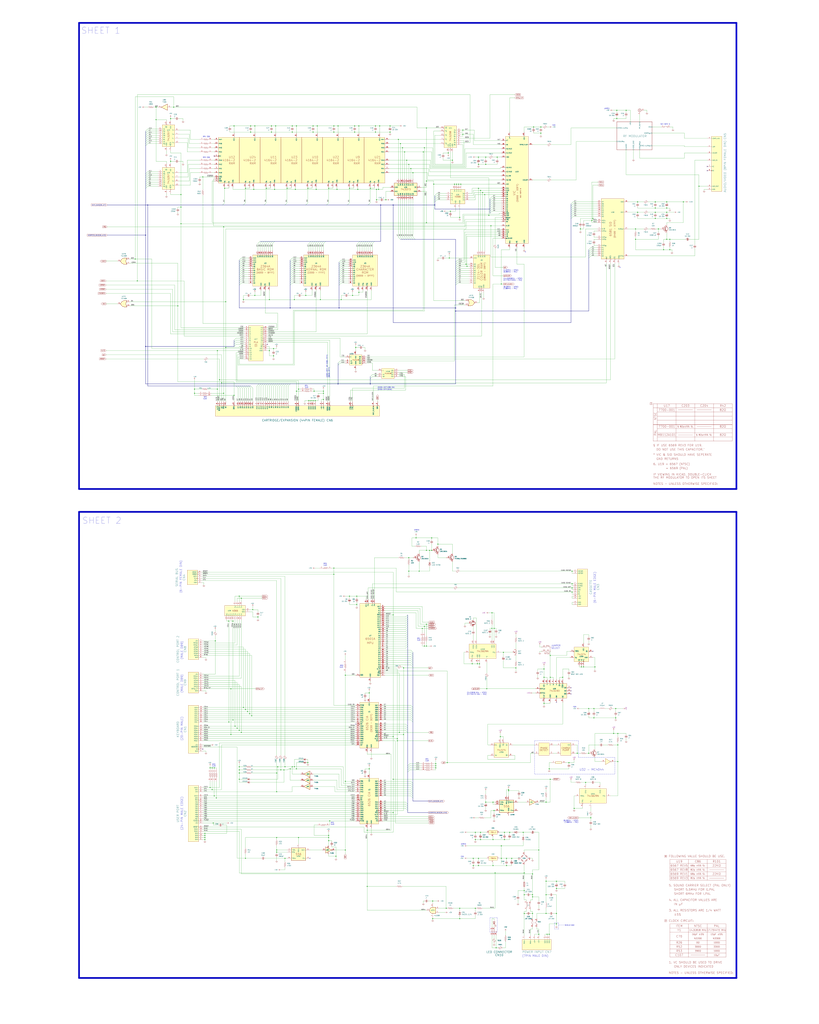
<source format=kicad_sch>
(kicad_sch (version 20211123) (generator eeschema)
  (paper "User" 999.998 1250.01)
  (title_block (title "Commodore 64 Schematic - #251138") (date "2022-07-03") (rev "1") (company "Commodore Business Machines (CBM)") (comment 1 "For PCB Assy #250407-01") (comment 2 "Original schematic by CBM") (comment 3 "Replication by Omega9380 - July 2022"))
  (lib_symbols
    (symbol "Commodore_64_Schematic_251138:2114-30L_U6"
      (property "Reference" "U" (at 0 1.27 0))
      (symbol "2114-30L_U6_0_0"
        (text "(D800 - DBFF)" (at 13.97 -20.32 900) (effects (font (size 1.905 1.905))))
        (text "2114-30L" (at 6.35 -20.32 900) (effects (font (size 2.54 2.54))))
        (text "COLOR RAM" (at 10.16 -20.32 900) (effects (font (size 2.54 2.54))))
      )
      (symbol "2114-30L_U6_1_1"
        (pin input line (at -5.08 -19.05 0) (length 5.08) (name "A6") (number "1"))
        (pin input inverted (at 10.16 -45.72 90) (length 5.08) (name "~{WE}") (number "10"))
        (pin bidirectional line (at 6.35 5.08 270) (length 5.08) (name "D3") (number "11"))
        (pin bidirectional line (at 8.89 5.08 270) (length 5.08) (name "D2") (number "12"))
        (pin bidirectional line (at 11.43 5.08 270) (length 5.08) (name "D1") (number "13"))
        (pin bidirectional line (at 13.97 5.08 270) (length 5.08) (name "D0") (number "14"))
        (pin input line (at -5.08 -11.43 0) (length 5.08) (name "A9") (number "15"))
        (pin input line (at -5.08 -13.97 0) (length 5.08) (name "A8") (number "16"))
        (pin input line (at -5.08 -16.51 0) (length 5.08) (name "A7") (number "17"))
        (pin power_in line (at -5.08 -3.81 0) (length 5.08) (name "VCC") (number "18"))
        (pin input line (at -5.08 -21.59 0) (length 5.08) (name "A5") (number "2"))
        (pin input line (at -5.08 -24.13 0) (length 5.08) (name "A4") (number "3"))
        (pin input line (at -5.08 -26.67 0) (length 5.08) (name "A3") (number "4"))
        (pin input line (at -5.08 -34.29 0) (length 5.08) (name "A0") (number "5"))
        (pin input line (at -5.08 -31.75 0) (length 5.08) (name "A1") (number "6"))
        (pin input line (at -5.08 -29.21 0) (length 5.08) (name "A2") (number "7"))
        (pin input inverted (at 7.62 -45.72 90) (length 5.08) (name "~{CS}") (number "8"))
        (pin power_in line (at 12.7 -45.72 90) (length 5.08) (name "GND") (number "9"))
      )
    )
    (symbol "Commodore_64_Schematic_251138:2332_CHAR_ROM_U5"
      (property "Reference" "U" (at 0 1.27 0))
      (symbol "2332_CHAR_ROM_U5_0_0"
        (text "(D000 - DFFF)" (at 15.24 -25.4 0) (effects (font (size 1.905 1.905))))
        (text "2364A" (at 15.24 -13.97 0) (effects (font (size 2.54 2.54))))
        (text "CHARACTER" (at 15.24 -17.78 0) (effects (font (size 2.54 2.54))))
        (text "ROM" (at 15.24 -21.59 0) (effects (font (size 2.54 2.54))))
      )
      (symbol "2332_CHAR_ROM_U5_1_1"
        (pin input line (at -5.08 -16.51 0) (length 5.08) (name "A7") (number "1"))
        (pin output line (at 21.59 5.08 270) (length 5.08) (name "D1") (number "10"))
        (pin output line (at 19.05 5.08 270) (length 5.08) (name "D2") (number "11"))
        (pin power_in line (at 22.86 -43.18 90) (length 5.08) (name "GND") (number "11"))
        (pin output line (at 16.51 5.08 270) (length 5.08) (name "D3") (number "13"))
        (pin output line (at 13.97 5.08 270) (length 5.08) (name "D4") (number "14"))
        (pin output line (at 11.43 5.08 270) (length 5.08) (name "D5") (number "15"))
        (pin output line (at 8.89 5.08 270) (length 5.08) (name "D6") (number "16"))
        (pin output line (at 6.35 5.08 270) (length 5.08) (name "D7") (number "17"))
        (pin input line (at -5.08 -6.35 0) (length 5.08) (name "A11") (number "18"))
        (pin input line (at -5.08 -8.89 0) (length 5.08) (name "A10") (number "19"))
        (pin input line (at -5.08 -19.05 0) (length 5.08) (name "A6") (number "2"))
        (pin input inverted (at 17.78 -43.18 90) (length 5.08) (name "~{CS_{1}}") (number "20"))
        (pin input line (at 12.7 -43.18 90) (length 5.08) (name "CS_{2}") (number "21"))
        (pin input line (at -5.08 -11.43 0) (length 5.08) (name "A9") (number "22"))
        (pin input line (at -5.08 -13.97 0) (length 5.08) (name "A8") (number "23"))
        (pin input line (at 7.62 -43.18 90) (length 5.08) (name "VCC") (number "24"))
        (pin input line (at -5.08 -21.59 0) (length 5.08) (name "A5") (number "3"))
        (pin input line (at -5.08 -24.13 0) (length 5.08) (name "A4") (number "4"))
        (pin input line (at -5.08 -26.67 0) (length 5.08) (name "A3") (number "5"))
        (pin input line (at -5.08 -29.21 0) (length 5.08) (name "A2") (number "6"))
        (pin input line (at -5.08 -31.75 0) (length 5.08) (name "A1") (number "7"))
        (pin input line (at -5.08 -34.29 0) (length 5.08) (name "A0") (number "8"))
        (pin output line (at 24.13 5.08 270) (length 5.08) (name "D0") (number "9"))
      )
    )
    (symbol "Commodore_64_Schematic_251138:2364_BASIC_ROM_U3"
      (property "Reference" "U" (at 0 1.27 0))
      (symbol "2364_BASIC_ROM_U3_0_0"
        (text "(A000 - BFFF)" (at 15.24 -21.59 0) (effects (font (size 1.905 1.905))))
        (text "2364A" (at 15.24 -13.97 0) (effects (font (size 2.54 2.54))))
        (text "BASIC ROM" (at 15.24 -17.78 0) (effects (font (size 2.54 2.54))))
      )
      (symbol "2364_BASIC_ROM_U3_1_1"
        (pin input line (at -5.08 -16.51 0) (length 5.08) (name "A7") (number "1"))
        (pin output line (at 21.59 5.08 270) (length 5.08) (name "D1") (number "10"))
        (pin output line (at 19.05 5.08 270) (length 5.08) (name "D2") (number "11"))
        (pin power_in line (at 20.32 -43.18 90) (length 5.08) (name "GND") (number "11"))
        (pin output line (at 16.51 5.08 270) (length 5.08) (name "D3") (number "13"))
        (pin output line (at 13.97 5.08 270) (length 5.08) (name "D4") (number "14"))
        (pin output line (at 11.43 5.08 270) (length 5.08) (name "D5") (number "15"))
        (pin output line (at 8.89 5.08 270) (length 5.08) (name "D6") (number "16"))
        (pin output line (at 6.35 5.08 270) (length 5.08) (name "D7") (number "17"))
        (pin input line (at -5.08 -6.35 0) (length 5.08) (name "A11") (number "18"))
        (pin input line (at -5.08 -8.89 0) (length 5.08) (name "A10") (number "19"))
        (pin input line (at -5.08 -19.05 0) (length 5.08) (name "A6") (number "2"))
        (pin input inverted (at 15.24 -43.18 90) (length 5.08) (name "~{CS}") (number "20"))
        (pin input line (at -5.08 -3.81 0) (length 5.08) (name "A12") (number "21"))
        (pin input line (at -5.08 -11.43 0) (length 5.08) (name "A9") (number "22"))
        (pin input line (at -5.08 -13.97 0) (length 5.08) (name "A8") (number "23"))
        (pin input line (at 10.16 -43.18 90) (length 5.08) (name "VCC") (number "24"))
        (pin input line (at -5.08 -21.59 0) (length 5.08) (name "A5") (number "3"))
        (pin input line (at -5.08 -24.13 0) (length 5.08) (name "A4") (number "4"))
        (pin input line (at -5.08 -26.67 0) (length 5.08) (name "A3") (number "5"))
        (pin input line (at -5.08 -29.21 0) (length 5.08) (name "A2") (number "6"))
        (pin input line (at -5.08 -31.75 0) (length 5.08) (name "A1") (number "7"))
        (pin input line (at -5.08 -34.29 0) (length 5.08) (name "A0") (number "8"))
        (pin output line (at 24.13 5.08 270) (length 5.08) (name "D0") (number "9"))
      )
    )
    (symbol "Commodore_64_Schematic_251138:2364_KERNAL_ROM_U4"
      (property "Reference" "U" (at 0 1.27 0))
      (symbol "2364_KERNAL_ROM_U4_0_0"
        (text "(E000 - FFFF)" (at 15.24 -21.59 0) (effects (font (size 1.905 1.905))))
        (text "2364A" (at 15.24 -13.97 0) (effects (font (size 2.54 2.54))))
        (text "KERNAL ROM" (at 15.24 -17.78 0) (effects (font (size 2.54 2.54))))
      )
      (symbol "2364_KERNAL_ROM_U4_1_1"
        (pin input line (at -5.08 -16.51 0) (length 5.08) (name "A7") (number "1"))
        (pin output line (at 21.59 5.08 270) (length 5.08) (name "D1") (number "10"))
        (pin output line (at 19.05 5.08 270) (length 5.08) (name "D2") (number "11"))
        (pin power_in line (at 20.32 -43.18 90) (length 5.08) (name "GND") (number "11"))
        (pin output line (at 16.51 5.08 270) (length 5.08) (name "D3") (number "13"))
        (pin output line (at 13.97 5.08 270) (length 5.08) (name "D4") (number "14"))
        (pin output line (at 11.43 5.08 270) (length 5.08) (name "D5") (number "15"))
        (pin output line (at 8.89 5.08 270) (length 5.08) (name "D6") (number "16"))
        (pin output line (at 6.35 5.08 270) (length 5.08) (name "D7") (number "17"))
        (pin input line (at -5.08 -6.35 0) (length 5.08) (name "A11") (number "18"))
        (pin input line (at -5.08 -8.89 0) (length 5.08) (name "A10") (number "19"))
        (pin input line (at -5.08 -19.05 0) (length 5.08) (name "A6") (number "2"))
        (pin input inverted (at 15.24 -43.18 90) (length 5.08) (name "~{CS}") (number "20"))
        (pin input line (at -5.08 -3.81 0) (length 5.08) (name "A12") (number "21"))
        (pin input line (at -5.08 -11.43 0) (length 5.08) (name "A9") (number "22"))
        (pin input line (at -5.08 -13.97 0) (length 5.08) (name "A8") (number "23"))
        (pin input line (at 10.16 -43.18 90) (length 5.08) (name "VCC") (number "24"))
        (pin input line (at -5.08 -21.59 0) (length 5.08) (name "A5") (number "3"))
        (pin input line (at -5.08 -24.13 0) (length 5.08) (name "A4") (number "4"))
        (pin input line (at -5.08 -26.67 0) (length 5.08) (name "A3") (number "5"))
        (pin input line (at -5.08 -29.21 0) (length 5.08) (name "A2") (number "6"))
        (pin input line (at -5.08 -31.75 0) (length 5.08) (name "A1") (number "7"))
        (pin input line (at -5.08 -34.29 0) (length 5.08) (name "A0") (number "8"))
        (pin output line (at 24.13 5.08 270) (length 5.08) (name "D0") (number "9"))
      )
    )
    (symbol "Commodore_64_Schematic_251138:4066_U16"
      (property "Reference" "U" (at 0 1.27 0))
      (symbol "4066_U16_0_0"
        (text "4066" (at 8.89 -8.89 0) (effects (font (size 1.905 1.905))))
      )
      (symbol "4066_U16_1_1"
        (pin bidirectional line (at -5.08 -5.08 0) (length 5.08) (name "Y_{0}") (number "1"))
        (pin bidirectional line (at 22.86 -12.7 180) (length 5.08) (name "Z_{3}") (number "10"))
        (pin bidirectional line (at -5.08 -12.7 0) (length 5.08) (name "Y_{3}") (number "11"))
        (pin input line (at 7.62 5.08 270) (length 5.08) (name "E_{3}") (number "12"))
        (pin input line (at 5.08 5.08 270) (length 5.08) (name "E_{0}") (number "13"))
        (pin power_in line (at 6.35 -22.86 90) (length 5.08) (name "VDD") (number "14"))
        (pin bidirectional line (at 22.86 -5.08 180) (length 5.08) (name "Z_{0}") (number "2"))
        (pin bidirectional line (at 22.86 -7.62 180) (length 5.08) (name "Z_{1}") (number "3"))
        (pin bidirectional line (at -5.08 -7.62 0) (length 5.08) (name "Y_{1}") (number "4"))
        (pin input line (at 12.7 5.08 270) (length 5.08) (name "E_{1}") (number "5"))
        (pin input line (at 10.16 5.08 270) (length 5.08) (name "E_{2}") (number "6"))
        (pin power_in line (at 11.43 -22.86 90) (length 5.08) (name "GND") (number "7"))
        (pin bidirectional line (at -5.08 -10.16 0) (length 5.08) (name "Y_{2}") (number "8"))
        (pin bidirectional line (at 22.86 -10.16 180) (length 5.08) (name "Z_{2}") (number "9"))
      )
    )
    (symbol "Commodore_64_Schematic_251138:4066_U28"
      (property "Reference" "U" (at 0 1.27 0))
      (symbol "4066_U28_0_0"
        (text "4066" (at 6.35 -12.7 900) (effects (font (size 1.905 1.905))))
      )
      (symbol "4066_U28_1_1"
        (pin bidirectional line (at -5.08 -12.7 0) (length 5.08) (name "Y_{0}") (number "1"))
        (pin bidirectional line (at 17.78 -20.32 180) (length 5.08) (name "Z_{3}") (number "10"))
        (pin bidirectional line (at -5.08 -20.32 0) (length 5.08) (name "Y_{3}") (number "11"))
        (pin input line (at -5.08 -10.16 0) (length 5.08) (name "E_{3}") (number "12"))
        (pin input line (at -5.08 -2.54 0) (length 5.08) (name "E_{0}") (number "13"))
        (pin power_in line (at 7.62 -30.48 90) (length 5.08) (name "VDD") (number "14"))
        (pin bidirectional line (at 17.78 -12.7 180) (length 5.08) (name "Z_{0}") (number "2"))
        (pin bidirectional line (at 17.78 -15.24 180) (length 5.08) (name "Z_{1}") (number "3"))
        (pin bidirectional line (at -5.08 -15.24 0) (length 5.08) (name "Y_{1}") (number "4"))
        (pin input line (at -5.08 -5.08 0) (length 5.08) (name "E_{1}") (number "5"))
        (pin input line (at -5.08 -7.62 0) (length 5.08) (name "E_{2}") (number "6"))
        (pin power_in line (at 5.08 -30.48 90) (length 5.08) (name "GND") (number "7"))
        (pin bidirectional line (at -5.08 -17.78 0) (length 5.08) (name "Y_{2}") (number "8"))
        (pin bidirectional line (at 17.78 -17.78 180) (length 5.08) (name "Z_{2}") (number "9"))
      )
    )
    (symbol "Commodore_64_Schematic_251138:4146_U9..U12,U21..U24"
      (property "Reference" "U" (at 0 1.27 0))
      (property "Value" "4146_U9..U12,U21..U24" (at 0 3.175 0))
      (symbol "4146_U9..U12,U21..U24_0_0"
        (text "4164-2" (at 20.32 -27.94 0) (effects (font (size 2.54 2.54)) (justify right)))
        (text "4164-2" (at 45.72 -27.94 0) (effects (font (size 2.54 2.54)) (justify right)))
        (text "4164-2" (at 71.12 -27.94 0) (effects (font (size 2.54 2.54)) (justify right)))
        (text "4164-2" (at 96.52 -27.94 0) (effects (font (size 2.54 2.54)) (justify right)))
        (text "4164-2" (at 121.92 -27.94 0) (effects (font (size 2.54 2.54)) (justify right)))
        (text "4164-2" (at 147.32 -27.94 0) (effects (font (size 2.54 2.54)) (justify right)))
        (text "4164-2" (at 172.72 -27.94 0) (effects (font (size 2.54 2.54)) (justify right)))
        (text "4164-2" (at 198.12 -27.94 0) (effects (font (size 2.54 2.54)) (justify right)))
        (text "RAM" (at 20.32 -31.75 0) (effects (font (size 2.54 2.54)) (justify right)))
        (text "RAM" (at 45.72 -31.75 0) (effects (font (size 2.54 2.54)) (justify right)))
        (text "RAM" (at 71.12 -31.75 0) (effects (font (size 2.54 2.54)) (justify right)))
        (text "RAM" (at 96.52 -31.75 0) (effects (font (size 2.54 2.54)) (justify right)))
        (text "RAM" (at 121.92 -31.75 0) (effects (font (size 2.54 2.54)) (justify right)))
        (text "RAM" (at 147.32 -31.75 0) (effects (font (size 2.54 2.54)) (justify right)))
        (text "RAM" (at 172.72 -31.75 0) (effects (font (size 2.54 2.54)) (justify right)))
        (text "RAM" (at 198.12 -31.75 0) (effects (font (size 2.54 2.54)) (justify right)))
        (text "U10" (at 121.92 -24.13 0) (effects (font (size 2.54 2.54)) (justify right)))
        (text "U11" (at 71.12 -24.13 0) (effects (font (size 2.54 2.54)) (justify right)))
        (text "U12" (at 20.32 -24.13 0) (effects (font (size 2.54 2.54)) (justify right)))
        (text "U21" (at 198.12 -24.13 0) (effects (font (size 2.54 2.54)) (justify right)))
        (text "U22" (at 147.32 -24.13 0) (effects (font (size 2.54 2.54)) (justify right)))
        (text "U23" (at 96.52 -24.13 0) (effects (font (size 2.54 2.54)) (justify right)))
        (text "U24" (at 45.72 -24.13 0) (effects (font (size 2.54 2.54)) (justify right)))
        (text "U9" (at 172.72 -24.13 0) (effects (font (size 2.54 2.54)) (justify right)))
      )
      (symbol "4146_U9..U12,U21..U24_1_0"
        (pin no_connect non_logic (at -5.08 -22.86 0) (length 5.08) (name "NC") (number "1"))
        (pin bidirectional line (at -5.08 -12.7 0) (length 5.08) (name "MA5") (number "10"))
        (pin bidirectional line (at 208.28 -12.7 180) (length 5.08) (name "MA5") (number "10"))
        (pin bidirectional line (at -5.08 -17.78 0) (length 5.08) (name "MA4") (number "11"))
        (pin bidirectional line (at 208.28 -17.78 180) (length 5.08) (name "MA4") (number "11"))
        (pin bidirectional line (at -5.08 -27.94 0) (length 5.08) (name "MA3") (number "12"))
        (pin bidirectional line (at 208.28 -27.94 180) (length 5.08) (name "MA3") (number "12"))
        (pin bidirectional line (at -5.08 -7.62 0) (length 5.08) (name "MA6") (number "13"))
        (pin bidirectional line (at 208.28 -7.62 180) (length 5.08) (name "MA6") (number "13"))
        (pin output line (at 7.62 -60.96 90) (length 5.08) (name "D_{O}") (number "14"))
        (pin output line (at 33.02 -60.96 90) (length 5.08) (name "D_{O}") (number "14"))
        (pin output line (at 58.42 -60.96 90) (length 5.08) (name "D_{O}") (number "14"))
        (pin output line (at 83.82 -60.96 90) (length 5.08) (name "D_{O}") (number "14"))
        (pin output line (at 109.22 -60.96 90) (length 5.08) (name "D_{O}") (number "14"))
        (pin output line (at 134.62 -60.96 90) (length 5.08) (name "D_{O}") (number "14"))
        (pin output line (at 160.02 -60.96 90) (length 5.08) (name "D_{O}") (number "14"))
        (pin output line (at 185.42 -60.96 90) (length 5.08) (name "D_{O}") (number "14"))
        (pin input inverted (at -5.08 -48.26 0) (length 5.08) (name "~{CAS}") (number "15"))
        (pin power_in line (at 17.78 -60.96 90) (length 5.08) (name "VSS") (number "16"))
        (pin power_in line (at 43.18 -60.96 90) (length 5.08) (name "VSS") (number "16"))
        (pin power_in line (at 68.58 -60.96 90) (length 5.08) (name "VSS") (number "16"))
        (pin power_in line (at 93.98 -60.96 90) (length 5.08) (name "VSS") (number "16"))
        (pin power_in line (at 119.38 -60.96 90) (length 5.08) (name "VSS") (number "16"))
        (pin power_in line (at 144.78 -60.96 90) (length 5.08) (name "VSS") (number "16"))
        (pin power_in line (at 170.18 -60.96 90) (length 5.08) (name "VSS") (number "16"))
        (pin power_in line (at 195.58 -60.96 90) (length 5.08) (name "VSS") (number "16"))
        (pin input line (at 12.7 -60.96 90) (length 5.08) (name "D_{I}") (number "2"))
        (pin input line (at 38.1 -60.96 90) (length 5.08) (name "D_{I}") (number "2"))
        (pin input line (at 63.5 -60.96 90) (length 5.08) (name "D_{I}") (number "2"))
        (pin input line (at 88.9 -60.96 90) (length 5.08) (name "D_{I}") (number "2"))
        (pin input line (at 114.3 -60.96 90) (length 5.08) (name "D_{I}") (number "2"))
        (pin input line (at 139.7 -60.96 90) (length 5.08) (name "D_{I}") (number "2"))
        (pin input line (at 165.1 -60.96 90) (length 5.08) (name "D_{I}") (number "2"))
        (pin input line (at 190.5 -60.96 90) (length 5.08) (name "D_{I}") (number "2"))
        (pin input inverted (at -5.08 -50.8 0) (length 5.08) (name "~{WE}") (number "3"))
        (pin input inverted (at -5.08 -53.34 0) (length 5.08) (name "~{RAS}") (number "4"))
        (pin bidirectional line (at -5.08 -43.18 0) (length 5.08) (name "MA0") (number "5"))
        (pin bidirectional line (at 208.28 -43.18 180) (length 5.08) (name "MA0") (number "5"))
        (pin bidirectional line (at -5.08 -33.02 0) (length 5.08) (name "MA2") (number "6"))
        (pin bidirectional line (at 208.28 -33.02 180) (length 5.08) (name "MA2") (number "6"))
        (pin bidirectional line (at -5.08 -38.1 0) (length 5.08) (name "MA1") (number "7"))
        (pin bidirectional line (at 208.28 -38.1 180) (length 5.08) (name "MA1") (number "7"))
        (pin power_in line (at 19.05 5.08 270) (length 5.08) (name "VCC") (number "8"))
        (pin power_in line (at 44.45 5.08 270) (length 5.08) (name "VCC") (number "8"))
        (pin power_in line (at 69.85 5.08 270) (length 5.08) (name "VCC") (number "8"))
        (pin power_in line (at 95.25 5.08 270) (length 5.08) (name "VCC") (number "8"))
        (pin power_in line (at 120.65 5.08 270) (length 5.08) (name "VCC") (number "8"))
        (pin power_in line (at 146.05 5.08 270) (length 5.08) (name "VCC") (number "8"))
        (pin power_in line (at 171.45 5.08 270) (length 5.08) (name "VCC") (number "8"))
        (pin power_in line (at 196.85 5.08 270) (length 5.08) (name "VCC") (number "8"))
        (pin bidirectional line (at -5.08 -2.54 0) (length 5.08) (name "MA7") (number "9"))
        (pin bidirectional line (at 208.28 -2.54 180) (length 5.08) (name "MA7") (number "9"))
      )
    )
    (symbol "Commodore_64_Schematic_251138:6510_MPU_U7"
      (property "Reference" "U" (at 0 1.27 0))
      (symbol "6510_MPU_U7_0_0"
        (text "6501A" (at 12.7 -43.18 0) (effects (font (size 2.54 2.54))))
        (text "MPU" (at 12.7 -48.26 0) (effects (font (size 2.54 2.54))))
      )
      (symbol "6510_MPU_U7_1_1"
        (pin input clock (at 30.48 -82.55 180) (length 5.08) (name "ɸ0") (number "1"))
        (pin input line (at 30.48 -46.99 180) (length 5.08) (name "A3") (number "10"))
        (pin input line (at 30.48 -44.45 180) (length 5.08) (name "A4") (number "11"))
        (pin input line (at 30.48 -41.91 180) (length 5.08) (name "A5") (number "12"))
        (pin input line (at 30.48 -39.37 180) (length 5.08) (name "A6") (number "13"))
        (pin input line (at 30.48 -36.83 180) (length 5.08) (name "A7") (number "14"))
        (pin input line (at 30.48 -34.29 180) (length 5.08) (name "A8") (number "15"))
        (pin input line (at 30.48 -31.75 180) (length 5.08) (name "A9") (number "16"))
        (pin input line (at 30.48 -29.21 180) (length 5.08) (name "A10") (number "17"))
        (pin input line (at 30.48 -26.67 180) (length 5.08) (name "A11") (number "18"))
        (pin input line (at 30.48 -24.13 180) (length 5.08) (name "A12") (number "19"))
        (pin input line (at 30.48 -87.63 180) (length 5.08) (name "RDY") (number "2"))
        (pin input line (at 30.48 -21.59 180) (length 5.08) (name "A13") (number "20"))
        (pin power_in line (at 12.7 -95.25 90) (length 5.08) (name "GND") (number "21"))
        (pin input line (at 30.48 -19.05 180) (length 5.08) (name "A14") (number "22"))
        (pin input line (at 30.48 -16.51 180) (length 5.08) (name "A15") (number "23"))
        (pin bidirectional line (at 17.78 5.08 270) (length 5.08) (name "P5") (number "24"))
        (pin bidirectional line (at 15.24 5.08 270) (length 5.08) (name "P4") (number "25"))
        (pin bidirectional line (at 10.16 5.08 270) (length 5.08) (name "P3") (number "26"))
        (pin bidirectional line (at 30.48 -11.43 180) (length 5.08) (name "P2") (number "27"))
        (pin bidirectional line (at 30.48 -8.89 180) (length 5.08) (name "P1") (number "28"))
        (pin bidirectional line (at 30.48 -6.35 180) (length 5.08) (name "P0") (number "29"))
        (pin input inverted (at 30.48 -85.09 180) (length 5.08) (name "~{IRQ}") (number "3"))
        (pin bidirectional line (at 30.48 -57.15 180) (length 5.08) (name "D7") (number "30"))
        (pin bidirectional line (at 30.48 -59.69 180) (length 5.08) (name "D6") (number "31"))
        (pin bidirectional line (at 30.48 -62.23 180) (length 5.08) (name "D5") (number "32"))
        (pin bidirectional line (at 30.48 -64.77 180) (length 5.08) (name "D4") (number "33"))
        (pin bidirectional line (at 30.48 -67.31 180) (length 5.08) (name "D3") (number "34"))
        (pin bidirectional line (at 30.48 -69.85 180) (length 5.08) (name "D2") (number "35"))
        (pin bidirectional line (at 30.48 -72.39 180) (length 5.08) (name "D1") (number "36"))
        (pin bidirectional line (at 30.48 -74.93 180) (length 5.08) (name "D0") (number "37"))
        (pin output line (at 30.48 -80.01 180) (length 5.08) (name "R/~{W}") (number "38"))
        (pin output clock (at 30.48 -77.47 180) (length 5.08) (name "ɸ2") (number "39"))
        (pin input inverted (at -5.08 -87.63 0) (length 5.08) (name "~{NMI}") (number "4"))
        (pin input inverted (at 30.48 -13.97 180) (length 5.08) (name "~{RES}") (number "40"))
        (pin input line (at 30.48 -3.81 180) (length 5.08) (name "AEC") (number "5"))
        (pin power_in line (at 7.62 5.08 270) (length 5.08) (name "VCC") (number "6"))
        (pin input line (at 30.48 -54.61 180) (length 5.08) (name "A0") (number "7"))
        (pin input line (at 30.48 -52.07 180) (length 5.08) (name "A1") (number "8"))
        (pin input line (at 30.48 -49.53 180) (length 5.08) (name "A2") (number "9"))
      )
    )
    (symbol "Commodore_64_Schematic_251138:6526_CIA_U1"
      (property "Reference" "U" (at 0 1.27 0))
      (symbol "6526_CIA_U1_0_0"
        (text "(DC00 - DCFF)" (at 13.97 -25.4 900) (effects (font (size 1.905 1.905))))
        (text "6526 CIA" (at 8.89 -25.4 900) (effects (font (size 2.54 2.54))))
      )
      (symbol "6526_CIA_U1_1_1"
        (pin power_in line (at 13.97 -60.96 90) (length 5.08) (name "GND") (number "1"))
        (pin bidirectional line (at -5.08 -29.21 0) (length 5.08) (name "PB0") (number "10"))
        (pin bidirectional line (at -5.08 -31.75 0) (length 5.08) (name "PB1") (number "11"))
        (pin bidirectional line (at -5.08 -34.29 0) (length 5.08) (name "PB2") (number "12"))
        (pin bidirectional line (at -5.08 -36.83 0) (length 5.08) (name "PB3") (number "13"))
        (pin bidirectional line (at -5.08 -39.37 0) (length 5.08) (name "PB4") (number "14"))
        (pin bidirectional line (at -5.08 -41.91 0) (length 5.08) (name "PB5") (number "15"))
        (pin bidirectional line (at -5.08 -44.45 0) (length 5.08) (name "PB6") (number "16"))
        (pin bidirectional line (at -5.08 -46.99 0) (length 5.08) (name "PB7") (number "17"))
        (pin output inverted (at -5.08 -26.67 0) (length 5.08) (name "~{PC}") (number "18"))
        (pin input clock (at 8.89 -60.96 90) (length 5.08) (name "TOD") (number "19"))
        (pin bidirectional line (at -5.08 -6.35 0) (length 5.08) (name "PA0") (number "2"))
        (pin power_in line (at 11.43 5.08 270) (length 5.08) (name "VCC") (number "20"))
        (pin output inverted (at 27.94 -36.83 180) (length 5.08) (name "~{IRQ}") (number "21"))
        (pin input line (at 27.94 -44.45 180) (length 5.08) (name "R/~{W}") (number "22"))
        (pin input inverted (at 27.94 -46.99 180) (length 5.08) (name "~{CS}") (number "23"))
        (pin input inverted (at -5.08 -3.81 0) (length 5.08) (name "~{FLAG}") (number "24"))
        (pin input clock (at 27.94 -39.37 180) (length 5.08) (name "ɸ2") (number "25"))
        (pin bidirectional line (at 27.94 -3.81 180) (length 5.08) (name "DB7") (number "26"))
        (pin bidirectional line (at 27.94 -6.35 180) (length 5.08) (name "DB6") (number "27"))
        (pin bidirectional line (at 27.94 -8.89 180) (length 5.08) (name "DB5") (number "28"))
        (pin bidirectional line (at 27.94 -11.43 180) (length 5.08) (name "DB4") (number "29"))
        (pin bidirectional line (at -5.08 -8.89 0) (length 5.08) (name "PA1") (number "3"))
        (pin bidirectional line (at 27.94 -13.97 180) (length 5.08) (name "DB3") (number "30"))
        (pin bidirectional line (at 27.94 -16.51 180) (length 5.08) (name "DB2") (number "31"))
        (pin bidirectional line (at 27.94 -19.05 180) (length 5.08) (name "DB1") (number "32"))
        (pin bidirectional line (at 27.94 -21.59 180) (length 5.08) (name "DB0") (number "33"))
        (pin input inverted (at 27.94 -41.91 180) (length 5.08) (name "~{RES}") (number "34"))
        (pin input line (at 27.94 -26.67 180) (length 5.08) (name "RS3") (number "35"))
        (pin input line (at 27.94 -29.21 180) (length 5.08) (name "RS2") (number "36"))
        (pin input line (at 27.94 -31.75 180) (length 5.08) (name "RS1") (number "37"))
        (pin input line (at 27.94 -34.29 180) (length 5.08) (name "RS0") (number "38"))
        (pin bidirectional line (at -5.08 -52.07 0) (length 5.08) (name "SP") (number "39"))
        (pin bidirectional line (at -5.08 -11.43 0) (length 5.08) (name "PA2") (number "4"))
        (pin input line (at -5.08 -49.53 0) (length 5.08) (name "CNT") (number "40"))
        (pin bidirectional line (at -5.08 -13.97 0) (length 5.08) (name "PA3") (number "5"))
        (pin bidirectional line (at -5.08 -16.51 0) (length 5.08) (name "PA4") (number "6"))
        (pin bidirectional line (at -5.08 -19.05 0) (length 5.08) (name "PA5") (number "7"))
        (pin bidirectional line (at -5.08 -21.59 0) (length 5.08) (name "PA6") (number "8"))
        (pin bidirectional line (at -5.08 -24.13 0) (length 5.08) (name "PA7") (number "9"))
      )
    )
    (symbol "Commodore_64_Schematic_251138:6526_CIA_U2"
      (property "Reference" "U" (at 0 1.27 0))
      (symbol "6526_CIA_U2_0_0"
        (text "6526 CIA" (at 11.43 -25.4 900) (effects (font (size 2.54 2.54))))
      )
      (symbol "6526_CIA_U2_1_1"
        (pin power_in line (at 13.97 -60.96 90) (length 5.08) (name "GND") (number "1"))
        (pin bidirectional line (at -5.08 -31.75 0) (length 5.08) (name "PB0") (number "10"))
        (pin bidirectional line (at -5.08 -34.29 0) (length 5.08) (name "PB1") (number "11"))
        (pin bidirectional line (at -5.08 -36.83 0) (length 5.08) (name "PB2") (number "12"))
        (pin bidirectional line (at -5.08 -39.37 0) (length 5.08) (name "PB3") (number "13"))
        (pin bidirectional line (at -5.08 -41.91 0) (length 5.08) (name "PB4") (number "14"))
        (pin bidirectional line (at -5.08 -44.45 0) (length 5.08) (name "PB5") (number "15"))
        (pin bidirectional line (at -5.08 -46.99 0) (length 5.08) (name "PB6") (number "16"))
        (pin bidirectional line (at -5.08 -49.53 0) (length 5.08) (name "PB7") (number "17"))
        (pin output inverted (at -5.08 -26.67 0) (length 5.08) (name "~{PC}") (number "18"))
        (pin input clock (at 8.89 -60.96 90) (length 5.08) (name "TOD") (number "19"))
        (pin bidirectional line (at 27.94 -46.99 180) (length 5.08) (name "PA0") (number "2"))
        (pin power_in line (at 11.43 5.08 270) (length 5.08) (name "VCC") (number "20"))
        (pin output inverted (at -5.08 -3.81 0) (length 5.08) (name "~{IRQ}") (number "21"))
        (pin input line (at 27.94 -44.45 180) (length 5.08) (name "R/~{W}") (number "22"))
        (pin input inverted (at 27.94 -52.07 180) (length 5.08) (name "~{CS}") (number "23"))
        (pin input inverted (at -5.08 -52.07 0) (length 5.08) (name "~{FLAG}") (number "24"))
        (pin input clock (at 27.94 -39.37 180) (length 5.08) (name "ɸ2") (number "25"))
        (pin bidirectional line (at 27.94 -3.81 180) (length 5.08) (name "DB7") (number "26"))
        (pin bidirectional line (at 27.94 -6.35 180) (length 5.08) (name "DB6") (number "27"))
        (pin bidirectional line (at 27.94 -8.89 180) (length 5.08) (name "DB5") (number "28"))
        (pin bidirectional line (at 27.94 -11.43 180) (length 5.08) (name "DB4") (number "29"))
        (pin bidirectional line (at 27.94 -49.53 180) (length 5.08) (name "PA1") (number "3"))
        (pin bidirectional line (at 27.94 -13.97 180) (length 5.08) (name "DB3") (number "30"))
        (pin bidirectional line (at 27.94 -16.51 180) (length 5.08) (name "DB2") (number "31"))
        (pin bidirectional line (at 27.94 -19.05 180) (length 5.08) (name "DB1") (number "32"))
        (pin bidirectional line (at 27.94 -21.59 180) (length 5.08) (name "DB0") (number "33"))
        (pin input inverted (at 27.94 -41.91 180) (length 5.08) (name "~{RES}") (number "34"))
        (pin input line (at 27.94 -29.21 180) (length 5.08) (name "RS3") (number "35"))
        (pin input line (at 27.94 -31.75 180) (length 5.08) (name "RS2") (number "36"))
        (pin input line (at 27.94 -34.29 180) (length 5.08) (name "RS1") (number "37"))
        (pin input line (at 27.94 -36.83 180) (length 5.08) (name "RS0") (number "38"))
        (pin bidirectional line (at -5.08 -24.13 0) (length 5.08) (name "SP") (number "39"))
        (pin bidirectional line (at -5.08 -29.21 0) (length 5.08) (name "PA2") (number "4"))
        (pin input line (at -5.08 -21.59 0) (length 5.08) (name "CNT") (number "40"))
        (pin bidirectional line (at -5.08 -16.51 0) (length 5.08) (name "PA3") (number "5"))
        (pin bidirectional line (at -5.08 -13.97 0) (length 5.08) (name "PA4") (number "6"))
        (pin bidirectional line (at -5.08 -11.43 0) (length 5.08) (name "PA5") (number "7"))
        (pin bidirectional line (at -5.08 -8.89 0) (length 5.08) (name "PA6") (number "8"))
        (pin bidirectional line (at -5.08 -6.35 0) (length 5.08) (name "PA7") (number "9"))
      )
    )
    (symbol "Commodore_64_Schematic_251138:6567_U19"
      (property "Reference" "U" (at 0 1.27 0))
      (symbol "6567_U19_0_0"
        (text "(D000 - D3FF)" (at 14.605 -69.215 900) (effects (font (size 1.905 1.905))))
        (text "SEE NOTE 6" (at 18.415 -69.215 900) (effects (font (size 1.27 1.27))))
        (text "VIC" (at 10.795 -69.215 900) (effects (font (size 2.54 2.54))))
      )
      (symbol "6567_U19_1_1"
        (pin bidirectional line (at -5.08 -76.2 0) (length 5.08) (name "D6") (number "1"))
        (pin input inverted (at 13.97 -135.89 90) (length 5.08) (name "~{CS}") (number "10"))
        (pin input line (at -5.08 -109.22 0) (length 5.08) (name "R/~{W}") (number "11"))
        (pin output line (at -5.08 -104.14 0) (length 5.08) (name "BA") (number "12"))
        (pin power_in line (at -5.08 -25.4 0) (length 5.08) (name "VDD") (number "13"))
        (pin output line (at 33.02 -53.34 180) (length 5.08) (name "COLOR") (number "14"))
        (pin output line (at 33.02 -10.16 180) (length 5.08) (name "SYNC/LUM") (number "15"))
        (pin output line (at -5.08 -58.42 0) (length 5.08) (name "AEC") (number "16"))
        (pin output clock (at -5.08 -99.06 0) (length 5.08) (name "ɸ0_{OUT}") (number "17"))
        (pin output inverted (at -5.08 -93.98 0) (length 5.08) (name "~{RAS}") (number "18"))
        (pin output inverted (at -5.08 -96.52 0) (length 5.08) (name "~{CAS}") (number "19"))
        (pin bidirectional line (at -5.08 -78.74 0) (length 5.08) (name "D5") (number "2"))
        (pin power_in line (at 22.86 -135.89 90) (length 5.08) (name "GND") (number "20"))
        (pin output clock (at -5.08 -124.46 0) (length 5.08) (name "ɸCOLOR") (number "21"))
        (pin input clock (at 5.08 -135.89 90) (length 5.08) (name "ɸ_{IN}") (number "22"))
        (pin bidirectional line (at -5.08 -114.3 0) (length 5.08) (name "A11") (number "23"))
        (pin bidirectional line (at -5.08 -53.34 0) (length 5.08) (name "A0/A8") (number "24"))
        (pin bidirectional line (at -5.08 -48.26 0) (length 5.08) (name "A1/A9") (number "25"))
        (pin bidirectional line (at -5.08 -43.18 0) (length 5.08) (name "A2/A10") (number "26"))
        (pin bidirectional line (at -5.08 -38.1 0) (length 5.08) (name "A3/A11") (number "27"))
        (pin bidirectional line (at -5.08 -20.32 0) (length 5.08) (name "A4/A12") (number "28"))
        (pin bidirectional line (at -5.08 -15.24 0) (length 5.08) (name "A5/A13") (number "29"))
        (pin bidirectional line (at -5.08 -81.28 0) (length 5.08) (name "D4") (number "3"))
        (pin bidirectional line (at -5.08 -10.16 0) (length 5.08) (name "A6") (number "30"))
        (pin bidirectional line (at -5.08 -5.08 0) (length 5.08) (name "A7") (number "31"))
        (pin bidirectional line (at -5.08 -121.92 0) (length 5.08) (name "A8") (number "32"))
        (pin bidirectional line (at -5.08 -119.38 0) (length 5.08) (name "A9") (number "33"))
        (pin bidirectional line (at -5.08 -116.84 0) (length 5.08) (name "A10") (number "34"))
        (pin bidirectional line (at -5.08 -63.5 0) (length 5.08) (name "D11") (number "35"))
        (pin bidirectional line (at -5.08 -66.04 0) (length 5.08) (name "D10") (number "36"))
        (pin bidirectional line (at -5.08 -68.58 0) (length 5.08) (name "D9") (number "37"))
        (pin bidirectional line (at -5.08 -71.12 0) (length 5.08) (name "D8") (number "38"))
        (pin bidirectional line (at -5.08 -73.66 0) (length 5.08) (name "D7") (number "39"))
        (pin bidirectional line (at -5.08 -83.82 0) (length 5.08) (name "D3") (number "4"))
        (pin power_in line (at 22.86 5.08 270) (length 5.08) (name "VCC") (number "40"))
        (pin bidirectional line (at -5.08 -86.36 0) (length 5.08) (name "D2") (number "5"))
        (pin bidirectional line (at -5.08 -88.9 0) (length 5.08) (name "D1") (number "6"))
        (pin bidirectional line (at -5.08 -91.44 0) (length 5.08) (name "D0") (number "7"))
        (pin output inverted (at -5.08 -101.6 0) (length 5.08) (name "~{IRQ}") (number "8"))
        (pin input line (at 5.08 5.08 270) (length 5.08) (name "LP") (number "9"))
      )
    )
    (symbol "Commodore_64_Schematic_251138:6581_SID_U18"
      (property "Reference" "U" (at 0 1.27 0))
      (symbol "6581_SID_U18_0_0"
        (text "(D400 - D7FF)" (at 16.51 -36.83 900) (effects (font (size 1.905 1.905))))
        (text "6581 SID" (at 11.43 -36.83 900) (effects (font (size 2.54 2.54))))
      )
      (symbol "6581_SID_U18_1_1"
        (pin passive line (at -5.08 -39.37 0) (length 5.08) (name "CAP_{1A}") (number "1"))
        (pin input line (at -5.08 -67.31 0) (length 5.08) (name "A1") (number "10"))
        (pin input line (at -5.08 -64.77 0) (length 5.08) (name "A2") (number "11"))
        (pin input line (at -5.08 -62.23 0) (length 5.08) (name "A3") (number "12"))
        (pin input line (at -5.08 -59.69 0) (length 5.08) (name "A4") (number "13"))
        (pin power_in line (at 21.59 -78.74 90) (length 5.08) (name "GND") (number "14"))
        (pin bidirectional line (at -5.08 -21.59 0) (length 5.08) (name "D0") (number "15"))
        (pin bidirectional line (at -5.08 -19.05 0) (length 5.08) (name "D1") (number "16"))
        (pin bidirectional line (at -5.08 -16.51 0) (length 5.08) (name "D2") (number "17"))
        (pin bidirectional line (at -5.08 -13.97 0) (length 5.08) (name "D3") (number "18"))
        (pin bidirectional line (at -5.08 -11.43 0) (length 5.08) (name "D4") (number "19"))
        (pin passive line (at -5.08 -46.99 0) (length 5.08) (name "CAP_{1B}") (number "2"))
        (pin bidirectional line (at -5.08 -8.89 0) (length 5.08) (name "D5") (number "20"))
        (pin bidirectional line (at -5.08 -6.35 0) (length 5.08) (name "D6") (number "21"))
        (pin bidirectional line (at -5.08 -3.81 0) (length 5.08) (name "D7") (number "22"))
        (pin input line (at -5.08 -26.67 0) (length 5.08) (name "POT_{X}") (number "23"))
        (pin input line (at -5.08 -29.21 0) (length 5.08) (name "POT_{Y}") (number "24"))
        (pin power_in line (at 33.02 -16.51 180) (length 5.08) (name "VCC") (number "25"))
        (pin input line (at 33.02 -69.85 180) (length 5.08) (name "EXT_{IN}") (number "26"))
        (pin output line (at 33.02 -36.83 180) (length 5.08) (name "AUD_{OUT}") (number "27"))
        (pin power_in line (at 33.02 -3.81 180) (length 5.08) (name "VDD") (number "28"))
        (pin passive line (at -5.08 -49.53 0) (length 5.08) (name "CAP_{2A}") (number "3"))
        (pin passive line (at -5.08 -57.15 0) (length 5.08) (name "CAP_{2B}") (number "4"))
        (pin input inverted (at 11.43 -78.74 90) (length 5.08) (name "~{RES}") (number "5"))
        (pin input clock (at 6.35 -78.74 90) (length 5.08) (name "ɸ2") (number "6"))
        (pin input line (at -5.08 -36.83 0) (length 5.08) (name "R/~{W}") (number "7"))
        (pin input inverted (at 16.51 -78.74 90) (length 5.08) (name "~{CS}") (number "8"))
        (pin input line (at -5.08 -69.85 0) (length 5.08) (name "A0") (number "9"))
      )
    )
    (symbol "Commodore_64_Schematic_251138:7406_U8" (pin_names (offset 1.016))
      (property "Reference" "U" (at -6.985 8.255 0))
      (property "Value" "7406_U8" (at -6.985 10.795 0))
      (symbol "7406_U8_1_0"
        (pin input line (at -7.62 0 0) (length 3.81) (name "~") (number "1"))
        (pin open_collector inverted (at 7.62 0 180) (length 3.81) (name "~") (number "2"))
      )
      (symbol "7406_U8_2_0"
        (pin input line (at -7.62 0 0) (length 3.81) (name "~") (number "3"))
        (pin open_collector inverted (at 7.62 0 180) (length 3.81) (name "~") (number "4"))
      )
      (symbol "7406_U8_3_0"
        (pin power_in line (at 0 5.08 270) (length 2.54) (name "~") (number "14"))
        (pin input line (at -7.62 0 0) (length 3.81) (name "~") (number "5"))
        (pin open_collector inverted (at 7.62 0 180) (length 3.81) (name "~") (number "6"))
        (pin power_in line (at 0 -5.08 90) (length 2.54) (name "~") (number "7"))
      )
      (symbol "7406_U8_4_0"
        (pin open_collector inverted (at 7.62 0 180) (length 3.81) (name "~") (number "8"))
        (pin input line (at -7.62 0 0) (length 3.81) (name "~") (number "9"))
      )
      (symbol "7406_U8_5_0"
        (pin open_collector inverted (at 7.62 0 180) (length 3.81) (name "~") (number "10"))
        (pin input line (at -7.62 0 0) (length 3.81) (name "~") (number "11"))
      )
      (symbol "7406_U8_6_0"
        (pin open_collector inverted (at 7.62 0 180) (length 3.81) (name "~") (number "12"))
        (pin input line (at -7.62 0 0) (length 3.81) (name "~") (number "13"))
      )
    )
    (symbol "Commodore_64_Schematic_251138:74LS08_U27" (pin_names (offset 1.016))
      (property "Reference" "U" (at 0 1.27 0))
      (property "Value" "74LS08_U27" (at 0 -1.27 0))
      (symbol "74LS08_U27_1_0"
        (pin power_in line (at 0 -8.89 90) (length 5.08) (name "~") (number "14"))
        (pin power_in line (at 0 8.89 270) (length 5.08) (name "~") (number "7"))
      )
      (symbol "74LS08_U27_1_1"
        (pin input line (at -7.62 2.54 0) (length 3.81) (name "~") (number "1"))
        (pin input line (at -7.62 -2.54 0) (length 3.81) (name "~") (number "2"))
        (pin output line (at 7.62 0 180) (length 3.81) (name "~") (number "3"))
      )
      (symbol "74LS08_U27_1_2"
        (pin input inverted (at -7.62 2.54 0) (length 4.318) (name "~") (number "1"))
        (pin input inverted (at -7.62 -2.54 0) (length 4.318) (name "~") (number "2"))
        (pin output inverted (at 7.62 0 180) (length 3.81) (name "~") (number "3"))
      )
      (symbol "74LS08_U27_2_1"
        (pin input line (at -7.62 2.54 0) (length 3.81) (name "~") (number "4"))
        (pin input line (at -7.62 -2.54 0) (length 3.81) (name "~") (number "5"))
        (pin output line (at 7.62 0 180) (length 3.81) (name "~") (number "6"))
      )
      (symbol "74LS08_U27_2_2"
        (pin input inverted (at -7.62 2.54 0) (length 4.318) (name "~") (number "4"))
        (pin input inverted (at -7.62 -2.54 0) (length 4.318) (name "~") (number "5"))
        (pin output inverted (at 7.62 0 180) (length 3.81) (name "~") (number "6"))
      )
      (symbol "74LS08_U27_3_1"
        (pin input line (at -7.62 -2.54 0) (length 3.81) (name "~") (number "10"))
        (pin output line (at 7.62 0 180) (length 3.81) (name "~") (number "8"))
        (pin input line (at -7.62 2.54 0) (length 3.81) (name "~") (number "9"))
      )
      (symbol "74LS08_U27_3_2"
        (pin input inverted (at -7.62 -2.54 0) (length 4.318) (name "~") (number "10"))
        (pin output inverted (at 7.62 0 180) (length 3.81) (name "~") (number "8"))
        (pin input inverted (at -7.62 2.54 0) (length 4.318) (name "~") (number "9"))
      )
      (symbol "74LS08_U27_4_1"
        (pin output line (at 7.62 0 180) (length 3.81) (name "~") (number "11"))
        (pin input line (at -7.62 2.54 0) (length 3.81) (name "~") (number "12"))
        (pin input line (at -7.62 -2.54 0) (length 3.81) (name "~") (number "13"))
      )
      (symbol "74LS08_U27_4_2"
        (pin output inverted (at 7.62 0 180) (length 3.81) (name "~") (number "11"))
        (pin input inverted (at -7.62 2.54 0) (length 4.318) (name "~") (number "12"))
        (pin input inverted (at -7.62 -2.54 0) (length 4.318) (name "~") (number "13"))
      )
    )
    (symbol "Commodore_64_Schematic_251138:74LS139_U15" (pin_names (offset 1.016))
      (property "Reference" "U" (at -7.62 8.89 0))
      (symbol "74LS139_U15_0_0"
        (text "74LS139" (at 7.62 -6.35 0) (effects (font (size 1.27 1.27))))
      )
      (symbol "74LS139_U15_1_0"
        (pin input inverted (at -5.08 -2.54 0) (length 5.08) (name "E") (number "1"))
        (pin power_in line (at 7.62 5.08 270) (length 5.08) (name "VCC") (number "16"))
        (pin input line (at -5.08 -10.16 0) (length 5.08) (name "A0") (number "2"))
        (pin input line (at -5.08 -7.62 0) (length 5.08) (name "A1") (number "3"))
        (pin output inverted (at 20.32 -2.54 180) (length 5.08) (name "O0") (number "4"))
        (pin output inverted (at 20.32 -5.08 180) (length 5.08) (name "O1") (number "5"))
        (pin output inverted (at 20.32 -7.62 180) (length 5.08) (name "O2") (number "6"))
        (pin output inverted (at 20.32 -10.16 180) (length 5.08) (name "O3") (number "7"))
        (pin power_in line (at 7.62 -17.78 90) (length 5.08) (name "GND") (number "8"))
      )
      (symbol "74LS139_U15_2_0"
        (pin output inverted (at 20.32 -7.62 180) (length 5.08) (name "O2") (number "10"))
        (pin output inverted (at 20.32 -5.08 180) (length 5.08) (name "O1") (number "11"))
        (pin output inverted (at 20.32 -2.54 180) (length 5.08) (name "O0") (number "12"))
        (pin input line (at -5.08 -7.62 0) (length 5.08) (name "A1") (number "13"))
        (pin input line (at -5.08 -10.16 0) (length 5.08) (name "A0") (number "14"))
        (pin input inverted (at -5.08 -2.54 0) (length 5.08) (name "E") (number "15"))
        (pin output inverted (at 20.32 -10.16 180) (length 5.08) (name "O3") (number "9"))
      )
    )
    (symbol "Commodore_64_Schematic_251138:74LS193_U30"
      (property "Reference" "U" (at 0 1.27 0))
      (symbol "74LS193_U30_0_0"
        (text "74LS193" (at 8.89 -17.78 900) (effects (font (size 1.905 1.905))))
      )
      (symbol "74LS193_U30_1_0"
        (pin input line (at 22.86 -16.51 180) (length 5.08) (name "B") (number "1"))
        (pin input line (at 22.86 -12.7 180) (length 5.08) (name "C") (number "10"))
        (pin input inverted (at 22.86 -27.94 180) (length 5.08) (name "~{LOAD}") (number "11"))
        (pin output inverted (at 22.86 -24.13 180) (length 5.08) (name "~{CO}") (number "12"))
        (pin output line (at 5.08 -38.1 90) (length 5.08) (name "~{BO}") (number "13"))
        (pin input inverted (at -5.08 -5.08 0) (length 5.08) (name "CLR") (number "14"))
        (pin input line (at 22.86 -8.89 180) (length 5.08) (name "A") (number "15"))
        (pin power_in line (at 22.86 -5.08 180) (length 5.08) (name "VCC") (number "16"))
        (pin output line (at -5.08 -20.32 0) (length 5.08) (name "QB") (number "2"))
        (pin output line (at 8.89 -38.1 90) (length 5.08) (name "QA") (number "3"))
        (pin input clock (at 6.35 5.08 270) (length 5.08) (name "CNT_{DN}") (number "4"))
        (pin input clock (at 11.43 5.08 270) (length 5.08) (name "CNT_{UP}") (number "5"))
        (pin output line (at -5.08 -27.94 0) (length 5.08) (name "QC") (number "6"))
        (pin output line (at 12.7 -38.1 90) (length 5.08) (name "QD") (number "7"))
        (pin power_in line (at -5.08 -12.7 0) (length 5.08) (name "GND") (number "8"))
        (pin input line (at 22.86 -20.32 180) (length 5.08) (name "D") (number "9"))
      )
    )
    (symbol "Commodore_64_Schematic_251138:74LS257_U13" (pin_names (offset 1.016))
      (property "Reference" "U" (at 0 1.27 0))
      (symbol "74LS257_U13_0_0"
        (text "74LS257" (at 7.62 -13.97 900) (effects (font (size 1.905 1.905))))
      )
      (symbol "74LS257_U13_1_0"
        (pin input inverted (at 10.16 -31.75 90) (length 5.08) (name "~{SELA}") (number "1"))
        (pin input line (at -5.08 -7.62 0) (length 5.08) (name "B_{2}") (number "10"))
        (pin input line (at -5.08 -5.08 0) (length 5.08) (name "A_{2}") (number "11"))
        (pin tri_state line (at 20.32 -21.59 180) (length 5.08) (name "Y_{3}") (number "12"))
        (pin input line (at -5.08 -22.86 0) (length 5.08) (name "B_{3}") (number "13"))
        (pin input line (at -5.08 -20.32 0) (length 5.08) (name "A_{3}") (number "14"))
        (pin input inverted (at 5.08 5.08 270) (length 5.08) (name "~{OE}") (number "15"))
        (pin power_in line (at 10.16 5.08 270) (length 5.08) (name "VCC") (number "16"))
        (pin input line (at -5.08 -10.16 0) (length 5.08) (name "A_{0}") (number "2"))
        (pin input line (at -5.08 -12.7 0) (length 5.08) (name "B_{0}") (number "3"))
        (pin tri_state line (at 20.32 -11.43 180) (length 5.08) (name "Y_{0}") (number "4"))
        (pin input line (at -5.08 -15.24 0) (length 5.08) (name "A_{1}") (number "5"))
        (pin input line (at -5.08 -17.78 0) (length 5.08) (name "B_{1}") (number "6"))
        (pin tri_state line (at 20.32 -16.51 180) (length 5.08) (name "Y_{1}") (number "7"))
        (pin power_in line (at 5.08 -31.75 90) (length 5.08) (name "GND") (number "8"))
        (pin tri_state line (at 20.32 -6.35 180) (length 5.08) (name "Y_{2}") (number "9"))
      )
    )
    (symbol "Commodore_64_Schematic_251138:74LS257_U25" (pin_names (offset 1.016))
      (property "Reference" "U" (at 0 1.27 0))
      (symbol "74LS257_U25_0_0"
        (text "74LS257" (at 7.62 -13.97 900) (effects (font (size 1.905 1.905))))
      )
      (symbol "74LS257_U25_1_0"
        (pin input inverted (at 10.16 -31.75 90) (length 5.08) (name "~{SELA}") (number "1"))
        (pin input line (at -5.08 -17.78 0) (length 5.08) (name "B_{2}") (number "10"))
        (pin input line (at -5.08 -15.24 0) (length 5.08) (name "A_{2}") (number "11"))
        (pin tri_state line (at 20.32 -21.59 180) (length 5.08) (name "Y_{3}") (number "12"))
        (pin input line (at -5.08 -22.86 0) (length 5.08) (name "B_{3}") (number "13"))
        (pin input line (at -5.08 -20.32 0) (length 5.08) (name "A_{3}") (number "14"))
        (pin input inverted (at 5.08 5.08 270) (length 5.08) (name "~{OE}") (number "15"))
        (pin power_in line (at 10.16 5.08 270) (length 5.08) (name "VCC") (number "16"))
        (pin input line (at -5.08 -5.08 0) (length 5.08) (name "A_{0}") (number "2"))
        (pin input line (at -5.08 -7.62 0) (length 5.08) (name "B_{0}") (number "3"))
        (pin tri_state line (at 20.32 -6.35 180) (length 5.08) (name "Y_{0}") (number "4"))
        (pin input line (at -5.08 -10.16 0) (length 5.08) (name "A_{1}") (number "5"))
        (pin input line (at -5.08 -12.7 0) (length 5.08) (name "B_{1}") (number "6"))
        (pin tri_state line (at 20.32 -11.43 180) (length 5.08) (name "Y_{1}") (number "7"))
        (pin power_in line (at 5.08 -31.75 90) (length 5.08) (name "GND") (number "8"))
        (pin tri_state line (at 20.32 -16.51 180) (length 5.08) (name "Y_{2}") (number "9"))
      )
    )
    (symbol "Commodore_64_Schematic_251138:74LS258_U14" (pin_names (offset 1.016))
      (property "Reference" "U" (at 0 1.27 0))
      (symbol "74LS258_U14_0_0"
        (text "74LS258" (at 7.62 -12.7 900) (effects (font (size 1.905 1.905))))
      )
      (symbol "74LS258_U14_1_0"
        (pin input inverted (at 7.62 -31.75 90) (length 5.08) (name "~{SELA}") (number "1"))
        (pin input line (at 20.32 -7.62 180) (length 5.08) (name "B_{3}") (number "10"))
        (pin input line (at 20.32 -5.08 180) (length 5.08) (name "A_{3}") (number "11"))
        (pin tri_state inverted (at -5.08 -11.43 0) (length 5.08) (name "~{Y_{2}}") (number "12"))
        (pin input line (at 20.32 -12.7 180) (length 5.08) (name "B_{2}") (number "13"))
        (pin input line (at 20.32 -10.16 180) (length 5.08) (name "A_{2}") (number "14"))
        (pin input inverted (at -5.08 -2.54 0) (length 5.08) (name "~{OE}") (number "15"))
        (pin power_in line (at 5.08 -31.75 90) (length 5.08) (name "VCC") (number "16"))
        (pin input line (at 20.32 -20.32 180) (length 5.08) (name "A_{0}") (number "2"))
        (pin input line (at 20.32 -22.86 180) (length 5.08) (name "B_{0}") (number "3"))
        (pin tri_state inverted (at -5.08 -21.59 0) (length 5.08) (name "~{Y_{0}}") (number "4"))
        (pin input line (at 20.32 -15.24 180) (length 5.08) (name "A_{1}") (number "5"))
        (pin input line (at 20.32 -17.78 180) (length 5.08) (name "B_{1}") (number "6"))
        (pin tri_state inverted (at -5.08 -16.51 0) (length 5.08) (name "~{Y_{1}}") (number "7"))
        (pin power_in line (at 10.16 -31.75 90) (length 5.08) (name "GND") (number "8"))
        (pin tri_state inverted (at -5.08 -6.35 0) (length 5.08) (name "~{Y_{3}}") (number "9"))
      )
    )
    (symbol "Commodore_64_Schematic_251138:74LS373_U26"
      (property "Reference" "U" (at -7.62 16.51 0))
      (symbol "74LS373_U26_0_0"
        (text "74LS373" (at 0 1.27 900) (effects (font (size 1.905 1.905))))
      )
      (symbol "74LS373_U26_1_0"
        (pin input inverted (at -2.54 20.32 270) (length 5.08) (name "OE") (number "1"))
        (pin power_in line (at -2.54 -17.78 90) (length 5.08) (name "GND") (number "10"))
        (pin input line (at 2.54 20.32 270) (length 5.08) (name "STB") (number "11"))
        (pin tri_state line (at 12.7 7.62 180) (length 5.08) (name "Q1") (number "12"))
        (pin input line (at -12.7 7.62 0) (length 5.08) (name "D1") (number "13"))
        (pin input line (at -12.7 2.54 0) (length 5.08) (name "D3") (number "14"))
        (pin tri_state line (at 12.7 2.54 180) (length 5.08) (name "Q3") (number "15"))
        (pin tri_state line (at 12.7 0 180) (length 5.08) (name "Q4") (number "16"))
        (pin input line (at -12.7 0 0) (length 5.08) (name "D4") (number "17"))
        (pin input line (at -12.7 -2.54 0) (length 5.08) (name "D5") (number "18"))
        (pin tri_state line (at 12.7 -2.54 180) (length 5.08) (name "Q5") (number "19"))
        (pin tri_state line (at 12.7 -7.62 180) (length 5.08) (name "Q7") (number "2"))
        (pin power_in line (at 2.54 -17.78 90) (length 5.08) (name "VCC") (number "20"))
        (pin input line (at -12.7 -7.62 0) (length 5.08) (name "D7") (number "3"))
        (pin input line (at -12.7 -5.08 0) (length 5.08) (name "D6") (number "4"))
        (pin tri_state line (at 12.7 -5.08 180) (length 5.08) (name "Q6") (number "5"))
        (pin tri_state line (at 12.7 10.16 180) (length 5.08) (name "Q0") (number "6"))
        (pin input line (at -12.7 10.16 0) (length 5.08) (name "D0") (number "7"))
        (pin input line (at -12.7 5.08 0) (length 5.08) (name "D2") (number "8"))
        (pin tri_state line (at 12.7 5.08 180) (length 5.08) (name "Q2") (number "9"))
      )
    )
    (symbol "Commodore_64_Schematic_251138:74LS629N_U31" (pin_names (offset 1.016))
      (property "Reference" "U" (at 0 1.27 0))
      (symbol "74LS629N_U31_0_0"
        (text "74LS629N" (at 16.51 -8.89 0) (effects (font (size 1.905 1.905))))
      )
      (symbol "74LS629N_U31_1_0"
        (pin input line (at 38.1 -8.89 180) (length 5.08) (name "FC_{1}") (number "2"))
        (pin input line (at -5.08 -8.89 0) (length 5.08) (name "RNG_{1}") (number "3"))
        (pin passive line (at 7.62 5.08 270) (length 5.08) (name "CX1_{1}") (number "4"))
        (pin passive line (at 25.4 5.08 270) (length 5.08) (name "CX2_{1}") (number "5"))
        (pin input inverted (at 3.81 -22.86 90) (length 5.08) (name "EN_{1}") (number "6"))
        (pin output line (at 13.97 -22.86 90) (length 5.08) (name "Y_{1}") (number "7"))
      )
      (symbol "74LS629N_U31_2_0"
        (pin input line (at 38.1 -10.16 180) (length 5.08) (name "FC_{2}") (number "1"))
        (pin output line (at 21.59 -22.86 90) (length 5.08) (name "Y_{2}") (number "10"))
        (pin input inverted (at 3.81 -22.86 90) (length 5.08) (name "EN_{2}") (number "11"))
        (pin passive line (at 8.89 5.08 270) (length 5.08) (name "CX2_{2}") (number "12"))
        (pin passive line (at 5.08 5.08 270) (length 5.08) (name "CX2_{2}") (number "13"))
        (pin input line (at -5.08 -10.16 0) (length 5.08) (name "RNG_{2}") (number "14"))
        (pin power_in line (at 27.94 5.08 270) (length 5.08) (name "VCC") (number "15"))
        (pin power_in line (at 30.48 5.08 270) (length 5.08) (name "VCC") (number "16"))
        (pin power_in line (at 10.16 -22.86 90) (length 5.08) (name "GND") (number "8"))
        (pin power_in line (at 12.7 -22.86 90) (length 5.08) (name "GND") (number "9"))
      )
    )
    (symbol "Commodore_64_Schematic_251138:74LS74_U29" (pin_names (offset 1.016))
      (property "Reference" "U" (at 0 1.27 0))
      (symbol "74LS74_U29_0_0"
        (text "74LS74" (at 8.89 -8.89 0) (effects (font (size 1.905 1.905))))
      )
      (symbol "74LS74_U29_1_0"
        (pin input inverted (at 6.35 -22.86 90) (length 5.08) (name "~{R_{1}}") (number "1"))
        (pin power_in line (at 11.43 5.08 270) (length 5.08) (name "VCC") (number "14"))
        (pin input line (at 8.89 -22.86 90) (length 5.08) (name "D_{1}") (number "2"))
        (pin input clock (at 11.43 -22.86 90) (length 5.08) (name "C_{1}") (number "3"))
        (pin input inverted (at -5.08 -5.08 0) (length 5.08) (name "~{PRE_{1}}") (number "4"))
        (pin output line (at -5.08 -12.7 0) (length 5.08) (name "Q_{1}") (number "5"))
        (pin output inverted (at 22.86 -5.08 180) (length 5.08) (name "~{Q_{1}}") (number "6"))
        (pin power_in line (at 22.86 -12.7 180) (length 5.08) (name "GND") (number "7"))
      )
      (symbol "74LS74_U29_2_0"
        (pin input inverted (at 7.62 5.08 270) (length 5.08) (name "~{PRE_{2}}") (number "10"))
        (pin input clock (at -5.08 -2.54 0) (length 5.08) (name "C_{2}") (number "11"))
        (pin input line (at -5.08 -15.24 0) (length 5.08) (name "D_{2}") (number "12"))
        (pin input inverted (at 11.43 5.08 270) (length 5.08) (name "~{R_{2}}") (number "13"))
        (pin output inverted (at 22.86 -15.24 180) (length 5.08) (name "~{Q_{2}}") (number "8"))
        (pin output line (at 22.86 -2.54 180) (length 5.08) (name "Q_{2}") (number "9"))
      )
    )
    (symbol "Commodore_64_Schematic_251138:7805"
      (property "Reference" "VR" (at 0 3.81 0))
      (symbol "7805_0_0"
        (text "7805" (at 0 0 0) (effects (font (size 1.905 1.905))))
      )
      (symbol "7805_1_0"
        (pin passive line (at 7.62 0 180) (length 2.54) (name "~") (number "1"))
        (pin passive line (at -7.62 0 0) (length 2.54) (name "~") (number "2"))
        (pin passive line (at 0 -5.08 90) (length 2.54) (name "~") (number "3"))
      )
    )
    (symbol "Commodore_64_Schematic_251138:7812"
      (property "Reference" "VR" (at 0 3.81 0))
      (symbol "7812_0_0"
        (text "7812" (at 0 0 0) (effects (font (size 1.905 1.905))))
      )
      (symbol "7812_1_0"
        (pin passive line (at 7.62 0 180) (length 2.54) (name "~") (number "1"))
        (pin passive line (at -7.62 0 0) (length 2.54) (name "~") (number "2"))
        (pin passive line (at 0 -5.08 90) (length 2.54) (name "~") (number "3"))
      )
    )
    (symbol "Commodore_64_Schematic_251138:872S100_PLA_U17"
      (property "Reference" "U" (at 0 1.27 0))
      (symbol "872S100_PLA_U17_0_0"
        (text "7" (at 8.89 -24.13 0) (effects (font (size 1.27 1.27))))
        (text "PLA" (at 8.89 -20.32 0) (effects (font (size 1.905 1.905))))
      )
      (symbol "872S100_PLA_U17_1_1"
        (pin no_connect non_logic (at 22.86 -22.86 180) (length 5.08) (name "FE") (number "1"))
        (pin output inverted (at 22.86 -20.32 180) (length 5.08) (name "F7") (number "10"))
        (pin output inverted (at 22.86 -17.78 180) (length 5.08) (name "F6") (number "11"))
        (pin output inverted (at 22.86 -15.24 180) (length 5.08) (name "F5") (number "12"))
        (pin output line (at 22.86 -12.7 180) (length 5.08) (name "F4") (number "13"))
        (pin power_in line (at 22.86 -30.48 180) (length 5.08) (name "GND") (number "14"))
        (pin output inverted (at 22.86 -10.16 180) (length 5.08) (name "F3") (number "15"))
        (pin output inverted (at 22.86 -7.62 180) (length 5.08) (name "F2") (number "16"))
        (pin output inverted (at 22.86 -5.08 180) (length 5.08) (name "F1") (number "17"))
        (pin output inverted (at 22.86 -2.54 180) (length 5.08) (name "F0") (number "18"))
        (pin input inverted (at 22.86 -25.4 180) (length 5.08) (name "~{OE}") (number "19"))
        (pin input line (at -5.08 -20.32 0) (length 5.08) (name "I7") (number "2"))
        (pin input inverted (at -5.08 -40.64 0) (length 5.08) (name "I15") (number "20"))
        (pin input line (at -5.08 -38.1 0) (length 5.08) (name "I14") (number "21"))
        (pin input inverted (at -5.08 -35.56 0) (length 5.08) (name "I13") (number "22"))
        (pin input inverted (at -5.08 -33.02 0) (length 5.08) (name "I12") (number "23"))
        (pin input line (at -5.08 -30.48 0) (length 5.08) (name "I11") (number "24"))
        (pin input inverted (at -5.08 -27.94 0) (length 5.08) (name "I10") (number "25"))
        (pin input line (at -5.08 -25.4 0) (length 5.08) (name "I9") (number "26"))
        (pin input line (at -5.08 -22.86 0) (length 5.08) (name "I8") (number "27"))
        (pin power_in line (at 22.86 -27.94 180) (length 5.08) (name "VCC") (number "28"))
        (pin input line (at -5.08 -17.78 0) (length 5.08) (name "I6") (number "3"))
        (pin input line (at -5.08 -15.24 0) (length 5.08) (name "I5") (number "4"))
        (pin input inverted (at -5.08 -12.7 0) (length 5.08) (name "I4") (number "5"))
        (pin input inverted (at -5.08 -10.16 0) (length 5.08) (name "I3") (number "6"))
        (pin input inverted (at -5.08 -7.62 0) (length 5.08) (name "I2") (number "7"))
        (pin input inverted (at -5.08 -5.08 0) (length 5.08) (name "I1") (number "8"))
        (pin input inverted (at -5.08 -2.54 0) (length 5.08) (name "I0") (number "9"))
      )
    )
    (symbol "Commodore_64_Schematic_251138:CONN_AV_CN5"
      (property "Reference" "CN" (at 0 1.27 0))
      (property "Value" "CONN_AV_CN5" (at 0 3.81 0))
      (symbol "CONN_AV_CN5_1_1"
        (pin passive line (at 17.78 -12.7 180) (length 5.08) (name "LUM") (number "1"))
        (pin passive line (at 17.78 -64.77 180) (length 5.08) (name "GND") (number "2"))
        (pin passive line (at 17.78 -60.96 180) (length 5.08) (name "AUD_OUT") (number "3"))
        (pin passive line (at 17.78 -2.54 180) (length 5.08) (name "COMP_VID") (number "4"))
        (pin passive line (at 17.78 -29.21 180) (length 5.08) (name "AUD_IN") (number "5"))
        (pin passive line (at 17.78 -20.32 180) (length 5.08) (name "COLOR") (number "6"))
        (pin no_connect line (at 17.78 -36.83 180) (length 5.08) (name "NC") (number "7"))
        (pin no_connect non_logic (at 17.78 -41.91 180) (length 5.08) (name "NC") (number "8"))
      )
    )
    (symbol "Commodore_64_Schematic_251138:CONN_CASSETTE_CN3"
      (property "Reference" "CN" (at 0 1.27 0))
      (property "Value" "CONN_CASSETTE_CN3" (at 0 3.81 0))
      (symbol "CONN_CASSETTE_CN3_1_1"
        (pin passive line (at 17.78 -43.18 180) (length 5.08) (name "GND") (number "1"))
        (pin passive line (at 17.78 -35.56 180) (length 5.08) (name "+5V") (number "2"))
        (pin passive line (at 17.78 -5.08 180) (length 5.08) (name "MOTOR") (number "3"))
        (pin passive line (at 17.78 -30.48 180) (length 5.08) (name "RD") (number "4"))
        (pin passive line (at 17.78 -25.4 180) (length 5.08) (name "WRT") (number "5"))
        (pin passive line (at 17.78 -20.32 180) (length 5.08) (name "SENSE") (number "6"))
        (pin passive line (at 17.78 -40.64 180) (length 5.08) (name "GND") (number "A"))
        (pin passive line (at 17.78 -33.02 180) (length 5.08) (name "+5V") (number "B"))
        (pin passive line (at 17.78 -2.54 180) (length 5.08) (name "MOTOR") (number "C"))
        (pin passive line (at 17.78 -27.94 180) (length 5.08) (name "RD") (number "D"))
        (pin passive line (at 17.78 -22.86 180) (length 5.08) (name "WRT") (number "E"))
        (pin passive line (at 17.78 -17.78 180) (length 5.08) (name "SENSE") (number "F"))
      )
    )
    (symbol "Commodore_64_Schematic_251138:CONN_CTRL1_CN9"
      (property "Reference" "CN" (at 0 1.27 0))
      (property "Value" "CONN_CTRL1_CN9" (at 0 3.81 0))
      (symbol "CONN_CTRL1_CN9_1_1"
        (pin passive line (at 17.78 -10.16 180) (length 5.08) (name "JOY_{A}0") (number "1"))
        (pin passive line (at 17.78 -12.7 180) (length 5.08) (name "JOY_{A}1") (number "2"))
        (pin passive line (at 17.78 -15.24 180) (length 5.08) (name "JOY_{A}2") (number "3"))
        (pin passive line (at 17.78 -17.78 180) (length 5.08) (name "JOY_{A}3") (number "4"))
        (pin passive line (at 17.78 -7.62 180) (length 5.08) (name "POT_{A}Y") (number "5"))
        (pin passive line (at 17.78 -20.32 180) (length 5.08) (name "BTN_{A}/LP") (number "6"))
        (pin passive line (at 17.78 -2.54 180) (length 5.08) (name "+5V") (number "7"))
        (pin passive line (at 17.78 -22.86 180) (length 5.08) (name "GND") (number "8"))
        (pin passive line (at 17.78 -5.08 180) (length 5.08) (name "POT_{A}X") (number "9"))
      )
    )
    (symbol "Commodore_64_Schematic_251138:CONN_CTRL2_CN8"
      (property "Reference" "CN" (at 0 1.27 0))
      (property "Value" "CONN_CTRL2_CN8" (at 0 3.81 0))
      (symbol "CONN_CTRL2_CN8_1_1"
        (pin passive line (at 17.78 -10.16 180) (length 5.08) (name "JOY_{B}0") (number "1"))
        (pin passive line (at 17.78 -12.7 180) (length 5.08) (name "JOY_{B}1") (number "2"))
        (pin passive line (at 17.78 -15.24 180) (length 5.08) (name "JOY_{B}2") (number "3"))
        (pin passive line (at 17.78 -17.78 180) (length 5.08) (name "JOY_{B}3") (number "4"))
        (pin passive line (at 17.78 -7.62 180) (length 5.08) (name "POT_{B}Y") (number "5"))
        (pin passive line (at 17.78 -20.32 180) (length 5.08) (name "BTN_{B}") (number "6"))
        (pin passive line (at 17.78 -2.54 180) (length 5.08) (name "+5V") (number "7"))
        (pin passive line (at 17.78 -22.86 180) (length 5.08) (name "GND") (number "8"))
        (pin passive line (at 17.78 -5.08 180) (length 5.08) (name "POT_{B}X") (number "9"))
      )
    )
    (symbol "Commodore_64_Schematic_251138:CONN_EXPANSION_CN6"
      (property "Reference" "CN" (at 0 1.27 0))
      (property "Value" "CONN_EXPANSION_CN6" (at 0 3.81 0))
      (symbol "CONN_EXPANSION_CN6_1_0"
        (pin passive line (at 17.78 -121.92 180) (length 5.08) (name "GND") (number "1"))
        (pin passive inverted (at 17.78 -165.1 180) (length 5.08) (name "~{I/O_{2}}") (number "10"))
        (pin passive inverted (at 17.78 -139.7 180) (length 5.08) (name "~{ROML}") (number "11"))
        (pin passive line (at 17.78 -12.7 180) (length 5.08) (name "BA") (number "12"))
        (pin passive inverted (at 17.78 -22.86 180) (length 5.08) (name "~{DMA}") (number "13"))
        (pin passive line (at 17.78 -27.94 180) (length 5.08) (name "D7") (number "14"))
        (pin passive line (at 17.78 -30.48 180) (length 5.08) (name "D6") (number "15"))
        (pin passive line (at 17.78 -33.02 180) (length 5.08) (name "D5") (number "16"))
        (pin passive line (at 17.78 -35.56 180) (length 5.08) (name "D4") (number "17"))
        (pin passive line (at 17.78 -38.1 180) (length 5.08) (name "D3") (number "18"))
        (pin passive line (at 17.78 -40.64 180) (length 5.08) (name "D2") (number "19"))
        (pin passive line (at 17.78 -129.54 180) (length 5.08) (name "+5V") (number "2"))
        (pin passive line (at 17.78 -43.18 180) (length 5.08) (name "D1") (number "20"))
        (pin passive line (at 17.78 -45.72 180) (length 5.08) (name "D0") (number "21"))
        (pin passive line (at 17.78 -119.38 180) (length 5.08) (name "GND") (number "22"))
        (pin passive line (at 17.78 -132.08 180) (length 5.08) (name "+5V") (number "3"))
        (pin passive inverted (at 17.78 -10.16 180) (length 5.08) (name "~{IRQ}") (number "4"))
        (pin passive line (at 17.78 -2.54 180) (length 5.08) (name "R/~{W}") (number "5"))
        (pin passive clock (at 17.78 -193.04 180) (length 5.08) (name "DOT_CLOCK") (number "6"))
        (pin passive inverted (at 17.78 -167.64 180) (length 5.08) (name "~{I/O_{1}}") (number "7"))
        (pin passive inverted (at 17.78 -101.6 180) (length 5.08) (name "~{GAME}") (number "8"))
        (pin passive inverted (at 17.78 -99.06 180) (length 5.08) (name "~{EXROM}") (number "9"))
        (pin passive line (at 17.78 -116.84 180) (length 5.08) (name "GND") (number "A"))
        (pin passive inverted (at 17.78 -137.16 180) (length 5.08) (name "~{ROMH}") (number "B"))
        (pin passive inverted (at 17.78 -5.08 180) (length 5.08) (name "~{RESET}") (number "C"))
        (pin passive inverted (at 17.78 -198.12 180) (length 5.08) (name "~{NMI}") (number "D"))
        (pin passive line (at 17.78 -7.62 180) (length 5.08) (name "ɸ2") (number "E"))
        (pin passive line (at 17.78 -50.8 180) (length 5.08) (name "A15") (number "F"))
        (pin passive line (at 17.78 -53.34 180) (length 5.08) (name "A14") (number "H"))
        (pin passive line (at 17.78 -55.88 180) (length 5.08) (name "A13") (number "J"))
        (pin passive line (at 17.78 -58.42 180) (length 5.08) (name "A12") (number "K"))
        (pin passive line (at 17.78 -60.96 180) (length 5.08) (name "A11") (number "L"))
        (pin passive line (at 17.78 -63.5 180) (length 5.08) (name "A10") (number "M"))
        (pin passive line (at 17.78 -66.04 180) (length 5.08) (name "A9") (number "N"))
        (pin passive line (at 17.78 -68.58 180) (length 5.08) (name "A8") (number "P"))
        (pin passive line (at 17.78 -71.12 180) (length 5.08) (name "A7") (number "R"))
        (pin passive line (at 17.78 -73.66 180) (length 5.08) (name "A6") (number "S"))
        (pin passive line (at 17.78 -76.2 180) (length 5.08) (name "A5") (number "T"))
        (pin passive line (at 17.78 -78.74 180) (length 5.08) (name "A4") (number "U"))
        (pin passive line (at 17.78 -81.28 180) (length 5.08) (name "A3") (number "V"))
        (pin passive line (at 17.78 -83.82 180) (length 5.08) (name "A2") (number "W"))
        (pin passive line (at 17.78 -86.36 180) (length 5.08) (name "A1") (number "X"))
        (pin passive line (at 17.78 -88.9 180) (length 5.08) (name "A0") (number "Y"))
        (pin passive line (at 17.78 -114.3 180) (length 5.08) (name "GND") (number "Z"))
      )
    )
    (symbol "Commodore_64_Schematic_251138:CONN_KEYBOARD_CN1"
      (property "Reference" "CN" (at 0 1.27 0))
      (property "Value" "CONN_KEYBOARD_CN1" (at 0 3.81 0))
      (symbol "CONN_KEYBOARD_CN1_1_1"
        (pin passive line (at 17.78 -55.88 180) (length 5.08) (name "GND") (number "1"))
        (pin passive line (at 17.78 -30.48 180) (length 5.08) (name "ROW_{2}") (number "10"))
        (pin passive line (at 17.78 -27.94 180) (length 5.08) (name "ROW_{1}") (number "11"))
        (pin passive line (at 17.78 -25.4 180) (length 5.08) (name "ROW_{0}") (number "12"))
        (pin passive line (at 17.78 -2.54 180) (length 5.08) (name "COL_{0}") (number "13"))
        (pin passive line (at 17.78 -17.78 180) (length 5.08) (name "COL_{6}") (number "14"))
        (pin passive line (at 17.78 -15.24 180) (length 5.08) (name "COL_{5}") (number "15"))
        (pin passive line (at 17.78 -12.7 180) (length 5.08) (name "COL_{4}") (number "16"))
        (pin passive line (at 17.78 -10.16 180) (length 5.08) (name "COL_{3}") (number "17"))
        (pin passive line (at 17.78 -7.62 180) (length 5.08) (name "COL_{2}") (number "18"))
        (pin passive line (at 17.78 -5.08 180) (length 5.08) (name "COL_{1}") (number "19"))
        (pin no_connect non_logic (at 17.78 -53.34 180) (length 5.08) (name "NC") (number "2"))
        (pin passive line (at 17.78 -20.32 180) (length 5.08) (name "COL_{7}") (number "20"))
        (pin passive inverted (at 17.78 -50.8 180) (length 5.08) (name "~{RESTORE}") (number "3"))
        (pin passive line (at 17.78 -48.26 180) (length 5.08) (name "+5V") (number "4"))
        (pin passive line (at 17.78 -33.02 180) (length 5.08) (name "ROW_{3}") (number "5"))
        (pin passive line (at 17.78 -40.64 180) (length 5.08) (name "ROW_{6}") (number "6"))
        (pin passive line (at 17.78 -38.1 180) (length 5.08) (name "ROW_{5}") (number "7"))
        (pin passive line (at 17.78 -35.56 180) (length 5.08) (name "ROW_{4}") (number "8"))
        (pin passive line (at 17.78 -43.18 180) (length 5.08) (name "ROW_{7}") (number "9"))
      )
    )
    (symbol "Commodore_64_Schematic_251138:CONN_POWER_CN7"
      (property "Reference" "CN" (at 0 1.27 0))
      (property "Value" "CONN_POWER_CN7" (at 0 3.81 0))
      (symbol "CONN_POWER_CN7_1_0"
        (pin passive line (at 17.78 -27.94 180) (length 5.08) (name "GND") (number "1"))
        (pin passive line (at 17.78 -30.48 180) (length 5.08) (name "GND") (number "2"))
        (pin passive line (at 17.78 -33.02 180) (length 5.08) (name "GND") (number "3"))
        (pin passive line (at 17.78 -15.24 180) (length 5.08) (name "+5V") (number "4"))
        (pin passive line (at 17.78 -20.32 180) (length 5.08) (name "+5V") (number "5"))
        (pin passive line (at 17.78 -10.16 180) (length 5.08) (name "9VAC") (number "6"))
        (pin passive line (at 17.78 -2.54 180) (length 5.08) (name "9VAC") (number "7"))
      )
    )
    (symbol "Commodore_64_Schematic_251138:CONN_SERIAL_CN4"
      (property "Reference" "CN" (at 0 1.27 0))
      (property "Value" "CONN_SERIAL_CN4" (at 0 3.81 0))
      (symbol "CONN_SERIAL_CN4_1_1"
        (pin passive inverted (at 17.78 -5.08 180) (length 5.08) (name "~{SRQIN}") (number "1"))
        (pin passive line (at 17.78 -15.24 180) (length 5.08) (name "GND") (number "2"))
        (pin passive line (at 17.78 -12.7 180) (length 5.08) (name "ATN") (number "3"))
        (pin passive clock (at 17.78 -10.16 180) (length 5.08) (name "CLK") (number "4"))
        (pin passive line (at 17.78 -7.62 180) (length 5.08) (name "DATA") (number "5"))
        (pin passive inverted (at 17.78 -2.54 180) (length 5.08) (name "~{RESET}") (number "6"))
      )
    )
    (symbol "Commodore_64_Schematic_251138:CONN_USER_CN2"
      (property "Reference" "CN" (at 0 1.27 0))
      (property "Value" "CONN_USER_CN2" (at 0 3.81 0))
      (symbol "CONN_USER_CN2_1_0"
        (pin passive line (at 17.78 -58.42 180) (length 5.08) (name "GND") (number "1"))
        (pin passive line (at 17.78 -53.34 180) (length 5.08) (name "9VAC") (number "10"))
        (pin passive line (at 17.78 -55.88 180) (length 5.08) (name "9VAC") (number "11"))
        (pin passive line (at 17.78 -60.96 180) (length 5.08) (name "GND") (number "12"))
        (pin passive line (at 17.78 -45.72 180) (length 5.08) (name "+5V") (number "2"))
        (pin passive inverted (at 17.78 -50.8 180) (length 5.08) (name "~{RESET}") (number "3"))
        (pin passive line (at 17.78 -2.54 180) (length 5.08) (name "CNT1") (number "4"))
        (pin passive line (at 17.78 -5.08 180) (length 5.08) (name "SP1") (number "5"))
        (pin passive line (at 17.78 -12.7 180) (length 5.08) (name "CNT2") (number "6"))
        (pin passive line (at 17.78 -15.24 180) (length 5.08) (name "SP2") (number "7"))
        (pin passive inverted (at 17.78 -17.78 180) (length 5.08) (name "~{PC2}") (number "8"))
        (pin passive line (at 17.78 -7.62 180) (length 5.08) (name "ATN") (number "9"))
        (pin passive line (at 17.78 -63.5 180) (length 5.08) (name "GND") (number "A"))
        (pin passive inverted (at 17.78 -43.18 180) (length 5.08) (name "~{FLAG2}") (number "B"))
        (pin passive line (at 17.78 -22.86 180) (length 5.08) (name "PB0") (number "C"))
        (pin passive line (at 17.78 -25.4 180) (length 5.08) (name "PB1") (number "D"))
        (pin passive line (at 17.78 -27.94 180) (length 5.08) (name "PB2") (number "E"))
        (pin passive line (at 17.78 -30.48 180) (length 5.08) (name "PB3") (number "F"))
        (pin passive line (at 17.78 -33.02 180) (length 5.08) (name "PB4") (number "H"))
        (pin passive line (at 17.78 -35.56 180) (length 5.08) (name "PB5") (number "J"))
        (pin passive line (at 17.78 -38.1 180) (length 5.08) (name "PB6") (number "K"))
        (pin passive line (at 17.78 -40.64 180) (length 5.08) (name "PB7") (number "L"))
        (pin passive line (at 17.78 -20.32 180) (length 5.08) (name "PA2") (number "M"))
        (pin passive line (at 17.78 -66.04 180) (length 5.08) (name "GND") (number "N"))
      )
    )
    (symbol "Commodore_64_Schematic_251138:JUMPER_SELECT"
      (property "Reference" "E" (at 0 5.08 0))
      (property "Value" "JUMPER_SELECT" (at 0 7.62 0))
      (symbol "JUMPER_SELECT_0_0"
        (text "E1" (at 2.54 -3.81 0) (effects (font (size 1.27 1.27))))
        (text "E2" (at -2.54 1.27 0) (effects (font (size 1.27 1.27))))
        (text "E3" (at -2.54 -3.81 0) (effects (font (size 1.27 1.27))))
        (text "NTSC" (at 5.08 -7.62 0) (effects (font (size 1.905 1.905)) (justify right)))
        (text "PAL" (at 5.08 1.27 0) (effects (font (size 1.905 1.905)) (justify right)))
      )
      (symbol "JUMPER_SELECT_1_0"
        (pin passive line (at -5.08 -5.08 0) (length 5.08) (name "~") (number ""))
        (pin passive line (at -5.08 0 0) (length 5.08) (name "~") (number ""))
        (pin passive line (at 5.08 -5.08 90) (length 5.08) (name "~") (number ""))
      )
    )
    (symbol "Commodore_64_Schematic_251138:LM556_U20"
      (property "Reference" "U" (at 0 1.27 0))
      (symbol "LM556_U20_0_0"
        (text "556" (at 8.89 -7.62 0) (effects (font (size 2.54 2.54))))
      )
      (symbol "LM556_U20_1_1"
        (pin input line (at -5.08 -5.08 0) (length 5.08) (name "DIS_{1}") (number "1"))
        (pin input line (at -5.08 -2.54 0) (length 5.08) (name "THR_{1}") (number "2"))
        (pin input line (at 22.86 -12.7 180) (length 5.08) (name "CV_{1}") (number "3"))
        (pin input line (at 8.89 5.08 270) (length 5.08) (name "RST_{1}") (number "4"))
        (pin output line (at 22.86 -2.54 180) (length 5.08) (name "OUT_{1}") (number "5"))
        (pin input line (at -5.08 -12.7 0) (length 5.08) (name "TRIG_{1}") (number "6"))
      )
      (symbol "LM556_U20_2_1"
        (pin input line (at 8.89 5.08 270) (length 5.08) (name "RST_{2}") (number "10"))
        (pin input line (at 22.86 -12.7 180) (length 5.08) (name "CV_{2}") (number "11"))
        (pin input line (at -5.08 -2.54 0) (length 5.08) (name "THR_{2}") (number "12"))
        (pin input line (at -5.08 -5.08 0) (length 5.08) (name "DIS_{2}") (number "13"))
        (pin power_in line (at 11.43 5.08 270) (length 5.08) (name "VCC") (number "14"))
        (pin power_in line (at 11.43 -19.05 90) (length 5.08) (name "GND") (number "7"))
        (pin input line (at -5.08 -12.7 0) (length 5.08) (name "TRIG_{2}") (number "8"))
        (pin output line (at 22.86 -2.54 180) (length 5.08) (name "OUT_{2}") (number "9"))
      )
    )
    (symbol "Commodore_64_Schematic_251138:MC4044_U32"
      (property "Reference" "U" (at 0 1.27 0))
      (symbol "MC4044_U32_1_0"
        (pin passive line (at -5.08 -2.54 0) (length 5.08) (name "~") (number "1"))
        (pin passive line (at 17.78 -2.54 180) (length 5.08) (name "~") (number "13"))
        (pin passive line (at 17.78 -12.7 180) (length 5.08) (name "~") (number "2"))
        (pin passive line (at -5.08 -12.7 0) (length 5.08) (name "~") (number "3"))
      )
      (symbol "MC4044_U32_1_1"
        (text "DETECT" (at 6.35 -8.89 0) (effects (font (size 1.905 1.905))))
        (text "PHASE" (at 6.35 -6.35 0) (effects (font (size 1.905 1.905))))
      )
      (symbol "MC4044_U32_2_0"
        (pin passive line (at 17.78 -12.7 180) (length 5.08) (name "~") (number "10"))
        (pin passive line (at -5.08 -12.7 0) (length 5.08) (name "~") (number "11"))
        (pin passive line (at -5.08 -2.54 0) (length 5.08) (name "~") (number "4"))
        (pin power_in line (at 17.78 -2.54 180) (length 5.08) (name "VCC") (number "5"))
      )
      (symbol "MC4044_U32_2_1"
        (text "CHARGE" (at 6.35 -6.35 0) (effects (font (size 1.905 1.905))))
        (text "PUMP" (at 6.35 -8.89 0) (effects (font (size 1.905 1.905))))
      )
      (symbol "MC4044_U32_3_0"
        (pin passive inverted (at 11.43 -3.81 180) (length 5.08) (name "~") (number "8"))
        (pin passive line (at -5.08 -3.81 0) (length 5.08) (name "~") (number "9"))
      )
      (symbol "MC4044_U32_4_0"
        (pin passive line (at 12.7 -1.27 180) (length 5.08) (name "~") (number "14"))
        (pin passive line (at -5.08 -1.27 0) (length 5.08) (name "~") (number "7"))
      )
    )
    (symbol "Commodore_64_Schematic_251138:RESISTOR_PACK_10PIN_RN4"
      (property "Reference" "RP" (at 0 3.81 0))
      (property "Value" "RESISTOR_PACK_10PIN_RN4" (at 0 6.35 0))
      (symbol "RESISTOR_PACK_10PIN_RN4_1_1"
        (pin passive line (at 7.62 0 180) (length 5.08) (name "~") (number "1"))
        (pin passive line (at -7.62 0 0) (length 5.08) (name "~") (number "2"))
      )
      (symbol "RESISTOR_PACK_10PIN_RN4_2_1"
        (pin passive line (at 7.62 0 180) (length 5.08) (name "~") (number "1"))
        (pin passive line (at -7.62 0 0) (length 5.08) (name "~") (number "3"))
      )
      (symbol "RESISTOR_PACK_10PIN_RN4_3_1"
        (pin passive line (at 7.62 0 180) (length 5.08) (name "~") (number "1"))
        (pin passive line (at -7.62 0 0) (length 5.08) (name "~") (number "4"))
      )
      (symbol "RESISTOR_PACK_10PIN_RN4_4_1"
        (pin passive line (at 7.62 0 180) (length 5.08) (name "~") (number "1"))
        (pin passive line (at -7.62 0 0) (length 5.08) (name "~") (number "5"))
      )
      (symbol "RESISTOR_PACK_10PIN_RN4_5_1"
        (pin passive line (at 7.62 0 180) (length 5.08) (name "~") (number "1"))
        (pin passive line (at -7.62 0 0) (length 5.08) (name "~") (number "6"))
      )
      (symbol "RESISTOR_PACK_10PIN_RN4_6_1"
        (pin passive line (at 7.62 0 180) (length 5.08) (name "~") (number "1"))
        (pin passive line (at -7.62 0 0) (length 5.08) (name "~") (number "7"))
      )
      (symbol "RESISTOR_PACK_10PIN_RN4_7_1"
        (pin passive line (at 7.62 0 180) (length 5.08) (name "~") (number "1"))
        (pin passive line (at -7.62 0 0) (length 5.08) (name "~") (number "8"))
      )
      (symbol "RESISTOR_PACK_10PIN_RN4_8_1"
        (pin passive line (at 7.62 0 180) (length 5.08) (name "~") (number "1"))
        (pin passive line (at -7.62 0 0) (length 5.08) (name "~") (number "9"))
      )
      (symbol "RESISTOR_PACK_10PIN_RN4_9_1"
        (pin passive line (at 7.62 0 180) (length 5.08) (name "~") (number "1"))
        (pin passive line (at -7.62 0 0) (length 5.08) (name "~") (number "10"))
      )
    )
    (symbol "Commodore_64_Schematic_251138:RESISTOR_PACK_8PIN"
      (property "Reference" "RP" (at 0 3.81 0))
      (property "Value" "RESISTOR_PACK_8PIN" (at 0 6.35 0))
      (symbol "RESISTOR_PACK_8PIN_1_1"
        (pin passive line (at -7.62 0 0) (length 5.08) (name "~") (number "1"))
        (pin passive line (at 7.62 0 180) (length 5.08) (name "~") (number "2"))
      )
      (symbol "RESISTOR_PACK_8PIN_2_1"
        (pin passive line (at -7.62 0 0) (length 5.08) (name "~") (number "3"))
        (pin passive line (at 7.62 0 180) (length 5.08) (name "~") (number "4"))
      )
      (symbol "RESISTOR_PACK_8PIN_3_1"
        (pin passive line (at -7.62 0 0) (length 5.08) (name "~") (number "5"))
        (pin passive line (at 7.62 0 180) (length 5.08) (name "~") (number "6"))
      )
      (symbol "RESISTOR_PACK_8PIN_4_1"
        (pin passive line (at -7.62 0 0) (length 5.08) (name "~") (number "7"))
        (pin passive line (at 7.62 0 180) (length 5.08) (name "~") (number "8"))
      )
    )
    (symbol "Commodore_64_Schematic_251138:RESISTOR_PACK_8PIN_RN3"
      (property "Reference" "RP" (at 0 3.81 0))
      (property "Value" "RESISTOR_PACK_8PIN_RN3" (at 0 6.35 0))
      (symbol "RESISTOR_PACK_8PIN_RN3_1_1"
        (pin passive line (at 7.62 0 180) (length 5.08) (name "~") (number "1"))
        (pin passive line (at -7.62 0 0) (length 5.08) (name "~") (number "2"))
      )
      (symbol "RESISTOR_PACK_8PIN_RN3_2_1"
        (pin passive line (at 7.62 0 180) (length 5.08) (name "~") (number "1"))
        (pin passive line (at -7.62 0 0) (length 5.08) (name "~") (number "3"))
      )
      (symbol "RESISTOR_PACK_8PIN_RN3_3_1"
        (pin passive line (at 7.62 0 180) (length 5.08) (name "~") (number "1"))
        (pin passive line (at -7.62 0 0) (length 5.08) (name "~") (number "4"))
      )
      (symbol "RESISTOR_PACK_8PIN_RN3_4_1"
        (pin passive line (at 7.62 0 180) (length 5.08) (name "~") (number "1"))
        (pin passive line (at -7.62 0 0) (length 5.08) (name "~") (number "5"))
      )
      (symbol "RESISTOR_PACK_8PIN_RN3_5_1"
        (pin passive line (at 7.62 0 180) (length 5.08) (name "~") (number "1"))
        (pin passive line (at -7.62 0 0) (length 5.08) (name "~") (number "6"))
      )
      (symbol "RESISTOR_PACK_8PIN_RN3_6_1"
        (pin passive line (at 7.62 0 180) (length 5.08) (name "~") (number "1"))
        (pin passive line (at -7.62 0 0) (length 5.08) (name "~") (number "7"))
      )
      (symbol "RESISTOR_PACK_8PIN_RN3_7_1"
        (pin passive line (at 7.62 0 180) (length 5.08) (name "~") (number "1"))
        (pin passive line (at -7.62 0 0) (length 5.08) (name "~") (number "8"))
      )
      (symbol "RESISTOR_PACK_8PIN_RN3_8_1"
        (pin passive line (at 7.62 0 180) (length 5.08) (name "~") (number "1"))
        (pin passive line (at -7.62 0 0) (length 5.08) (name "~") (number "9"))
      )
    )
    (symbol "Commodore_64_Schematic_251138:SHEET_1_NOTES"
      (symbol "SHEET_1_NOTES_0_0"
        (text "* VIC & SID SHOULD HAVE SEPERATE" (at 3.81 -63.5 0) (effects (font (size 2.54 2.54)) (justify left)))
        (text "6. U19 = 6567 (NTSC)" (at 3.81 -74.93 0) (effects (font (size 2.54 2.54)) (justify left)))
        (text "7" (at 1.27 -1.27 0) (effects (font (size 1.27 1.27))))
        (text "7700-001" (at 20.32 -29.21 0) (effects (font (size 2.54 2.54))))
        (text "7700-001" (at 20.32 -8.89 0) (effects (font (size 2.54 2.54))))
        (text "82Ω" (at 88.9 -39.37 0) (effects (font (size 2.54 2.54))))
        (text "82Ω" (at 88.9 -29.21 0) (effects (font (size 2.54 2.54))))
        (text "82Ω" (at 88.9 -8.89 0) (effects (font (size 2.54 2.54))))
        (text "= 6569 (PAL)" (at 19.05 -80.01 0) (effects (font (size 2.54 2.54)) (justify left)))
        (text "C203" (at 43.18 -3.81 0) (effects (font (size 2.54 2.54))))
        (text "C204" (at 66.04 -3.81 0) (effects (font (size 2.54 2.54))))
        (text "DO NOT USE THIS CAPACITOR.\"" (at 7.62 -57.15 0) (effects (font (size 2.54 2.54)) (justify left)))
        (text "GND RETURNS" (at 7.62 -68.58 0) (effects (font (size 2.54 2.54)) (justify left)))
        (text "IF VIEWING IN KICAD, DOUBLE-CLICK" (at 3.81 -87.63 0) (effects (font (size 2.54 2.54)) (justify left)))
        (text "MB112A101" (at 20.32 -39.37 0) (effects (font (size 2.54 2.54))))
        (text "NOTES - UNLESS OTHERWISE SPECIFIED:" (at 3.81 -99.06 0) (effects (font (size 2.54 2.54)) (justify left)))
        (text "NTSC" (at 6.35 -16.51 900) (effects (font (size 2.54 2.54))))
        (text "PAL" (at 6.35 -36.83 900) (effects (font (size 2.54 2.54))))
        (text "R42" (at 88.9 -3.81 0) (effects (font (size 2.54 2.54))))
        (text "THE RF MODULATOR TO OPEN ITS SHEET" (at 3.81 -91.44 0) (effects (font (size 2.54 2.54)) (justify left)))
        (text "U17" (at 20.32 -3.81 0) (effects (font (size 2.54 2.54))))
        (text "§ 82p±5% SL" (at 43.18 -29.21 0) (effects (font (size 1.905 1.905))))
        (text "§ 82p±5% SL" (at 66.04 -39.37 0) (effects (font (size 1.905 1.905))))
        (text "§ IF USE 6569 REV3 FOR U19," (at 3.81 -52.07 0) (effects (font (size 2.54 2.54)) (justify left)))
      )
    )
    (symbol "Commodore_64_Schematic_251138:SHEET_2_NOTES"
      (symbol "SHEET_2_NOTES_0_0"
        (text "0Ω" (at 40.64 -106.68 0) (effects (font (size 1.905 1.905))))
        (text "1. VC SHOULD BE USED TO DRIVE" (at 5.08 -130.81 0) (effects (font (size 2.54 2.54)) (justify left)))
        (text "100Ω" (at 63.5 -116.84 0) (effects (font (size 1.905 1.905))))
        (text "100Ω" (at 63.5 -106.68 0) (effects (font (size 1.905 1.905))))
        (text "10µF" (at 63.5 -121.92 0) (effects (font (size 1.905 1.905))))
        (text "14.31818 MHz" (at 40.64 -91.44 0) (effects (font (size 1.905 1.905))))
        (text "15pF ±5%" (at 63.5 -96.52 0) (effects (font (size 1.905 1.905))))
        (text "16pF ±5%" (at 40.64 -96.52 0) (effects (font (size 1.905 1.905))))
        (text "17.734472 MHz" (at 63.5 -91.44 0) (effects (font (size 1.905 1.905))))
        (text "2" (at 1.27 -80.01 0) (effects (font (size 1.27 1.27))))
        (text "22KΩ" (at 63.5 -22.86 0) (effects (font (size 2.54 2.54))))
        (text "22KΩ" (at 63.5 -12.7 0) (effects (font (size 2.54 2.54))))
        (text "3. ALL RESISTORS ARE 1/4 WATT" (at 5.08 -67.31 0) (effects (font (size 2.54 2.54)) (justify left)))
        (text "300Ω" (at 40.64 -111.76 0) (effects (font (size 1.905 1.905))))
        (text "330Ω" (at 63.5 -111.76 0) (effects (font (size 1.905 1.905))))
        (text "390Ω" (at 40.64 -116.84 0) (effects (font (size 1.905 1.905))))
        (text "4. ALL CAPACITOR VALUES ARE" (at 5.08 -54.61 0) (effects (font (size 2.54 2.54)) (justify left)))
        (text "5. SOUND CARRIER SELECT (PAL ONLY)" (at 5.08 -36.83 0) (effects (font (size 2.54 2.54)) (justify left)))
        (text "6567 REV5" (at 17.78 -12.7 0) (effects (font (size 2.54 2.54))))
        (text "6567 REV8" (at 17.78 -17.78 0) (effects (font (size 2.54 2.54))))
        (text "6569 REV1" (at 17.78 -22.86 0) (effects (font (size 2.54 2.54))))
        (text "6569 REV3" (at 17.78 -27.94 0) (effects (font (size 2.54 2.54))))
        (text "68p ±5% SL" (at 40.64 -22.86 0) (effects (font (size 1.905 1.905))))
        (text "68p ±5% SL" (at 40.64 -12.7 0) (effects (font (size 1.905 1.905))))
        (text "8" (at 1.27 -1.27 0) (effects (font (size 1.27 1.27))))
        (text "82p ±5% SL" (at 40.64 -27.94 0) (effects (font (size 1.905 1.905))))
        (text "82p ±5% SL" (at 40.64 -17.78 0) (effects (font (size 1.905 1.905))))
        (text "C107" (at 17.78 -121.92 0) (effects (font (size 2.54 2.54))))
        (text "C70" (at 17.78 -99.06 0) (effects (font (size 2.54 2.54))))
        (text "C86" (at 40.64 -7.62 0) (effects (font (size 2.54 2.54))))
        (text "CLOCK CIRCUIT:" (at 5.08 -80.01 0) (effects (font (size 2.54 2.54)) (justify left)))
        (text "FOLLOWING VALUE SHOULD BE USE." (at 5.08 -1.27 0) (effects (font (size 2.54 2.54)) (justify left)))
        (text "IN µF" (at 11.43 -59.69 0) (effects (font (size 2.54 2.54)) (justify left)))
        (text "ITEM" (at 17.78 -86.36 0) (effects (font (size 2.54 2.54))))
        (text "N2200" (at 40.64 -101.6 0) (effects (font (size 1.905 1.905))))
        (text "N3300" (at 63.5 -101.6 0) (effects (font (size 1.905 1.905))))
        (text "NOTES - UNLESS OTHERWISE SPECIFIED:" (at 5.08 -143.51 0) (effects (font (size 2.54 2.54)) (justify left)))
        (text "NTSC" (at 40.64 -86.36 0) (effects (font (size 2.54 2.54))))
        (text "ONLY DEVICES INDICATED" (at 11.43 -135.89 0) (effects (font (size 2.54 2.54)) (justify left)))
        (text "PAL" (at 63.5 -86.36 0) (effects (font (size 2.54 2.54))))
        (text "R101" (at 63.5 -7.62 0) (effects (font (size 2.54 2.54))))
        (text "R26" (at 17.78 -106.68 0) (effects (font (size 2.54 2.54))))
        (text "R52" (at 17.78 -111.76 0) (effects (font (size 2.54 2.54))))
        (text "R53" (at 17.78 -116.84 0) (effects (font (size 2.54 2.54))))
        (text "SHORT 5.5MHz FOR G.PAL" (at 11.43 -41.91 0) (effects (font (size 2.54 2.54)) (justify left)))
        (text "SHORT 6MHz FOR I.PAL" (at 11.43 -46.99 0) (effects (font (size 2.54 2.54)) (justify left)))
        (text "U19" (at 17.78 -7.62 0) (effects (font (size 2.54 2.54))))
        (text "Y1" (at 17.78 -91.44 0) (effects (font (size 2.54 2.54))))
        (text "±5%" (at 11.43 -72.39 0) (effects (font (size 2.54 2.54)) (justify left)))
      )
    )
    (symbol "Connector:Conn_01x02_Female" (pin_names (offset 1.016) hide)
      (property "Reference" "J" (at 0 2.54 0))
      (property "Value" "Conn_01x02_Female" (at 0 -5.08 0))
      (symbol "Conn_01x02_Female_1_1"
        (pin passive line (at -5.08 0 0) (length 3.81) (name "Pin_1") (number "1"))
        (pin passive line (at -5.08 -2.54 0) (length 3.81) (name "Pin_2") (number "2"))
      )
    )
    (symbol "Connector:Conn_01x03_Male" (pin_names (offset 1.016) hide)
      (property "Reference" "J" (at 0 5.08 0))
      (property "Value" "Conn_01x03_Male" (at 0 -5.08 0))
      (symbol "Conn_01x03_Male_1_1"
        (pin passive line (at 5.08 2.54 180) (length 3.81) (name "Pin_1") (number "1"))
        (pin passive line (at 5.08 0 180) (length 3.81) (name "Pin_2") (number "2"))
        (pin passive line (at 5.08 -2.54 180) (length 3.81) (name "Pin_3") (number "3"))
      )
    )
    (symbol "Connector:Conn_Coaxial" (pin_names (offset 1.016) hide)
      (property "Reference" "J" (at 0.254 3.048 0))
      (property "Value" "Conn_Coaxial" (at 2.921 0 90))
      (symbol "Conn_Coaxial_1_1"
        (pin passive line (at -5.08 0 0) (length 2.54) (name "In") (number "1"))
        (pin passive line (at 0 -5.08 90) (length 2.54) (name "Ext") (number "2"))
      )
    )
    (symbol "Device:C_Polarized_Small" (pin_numbers hide) (pin_names (offset 0.254) hide)
      (property "Reference" "C" (at 0.254 1.778 0))
      (property "Value" "C_Polarized_Small" (at 0.254 -2.032 0))
      (symbol "C_Polarized_Small_1_1"
        (pin passive line (at 0 2.54 270) (length 1.8542) (name "~") (number "1"))
        (pin passive line (at 0 -2.54 90) (length 1.8542) (name "~") (number "2"))
      )
    )
    (symbol "Device:C_Small" (pin_numbers hide) (pin_names (offset 0.254) hide)
      (property "Reference" "C" (at 0.254 1.778 0))
      (property "Value" "C_Small" (at 0.254 -2.032 0))
      (symbol "C_Small_1_1"
        (pin passive line (at 0 2.54 270) (length 2.032) (name "~") (number "1"))
        (pin passive line (at 0 -2.54 90) (length 2.032) (name "~") (number "2"))
      )
    )
    (symbol "Device:Crystal_GND2" (pin_names (offset 1.016) hide)
      (property "Reference" "Y" (at 0 5.715 0))
      (property "Value" "Crystal_GND2" (at 0 3.81 0))
      (symbol "Crystal_GND2_1_1"
        (pin passive line (at -3.81 0 0) (length 1.27) (name "1") (number "1"))
        (pin passive line (at 0 -5.08 90) (length 1.27) (name "2") (number "2"))
        (pin passive line (at 3.81 0 180) (length 1.27) (name "3") (number "3"))
      )
    )
    (symbol "Device:D" (pin_numbers hide) (pin_names (offset 1.016) hide)
      (property "Reference" "D" (at 0 2.54 0))
      (property "Value" "D" (at 0 -2.54 0))
      (symbol "D_1_1"
        (pin passive line (at -3.81 0 0) (length 2.54) (name "K") (number "1"))
        (pin passive line (at 3.81 0 180) (length 2.54) (name "A") (number "2"))
      )
    )
    (symbol "Device:D_Small" (pin_numbers hide) (pin_names (offset 0.254) hide)
      (property "Reference" "D" (at -1.27 2.032 0))
      (property "Value" "D_Small" (at -3.81 -2.032 0))
      (symbol "D_Small_1_1"
        (pin passive line (at -2.54 0 0) (length 1.778) (name "K") (number "1"))
        (pin passive line (at 2.54 0 180) (length 1.778) (name "A") (number "2"))
      )
    )
    (symbol "Device:D_Zener" (pin_numbers hide) (pin_names (offset 1.016) hide)
      (property "Reference" "D" (at 0 2.54 0))
      (property "Value" "D_Zener" (at 0 -2.54 0))
      (symbol "D_Zener_1_1"
        (pin passive line (at -3.81 0 0) (length 2.54) (name "K") (number "1"))
        (pin passive line (at 3.81 0 180) (length 2.54) (name "A") (number "2"))
      )
    )
    (symbol "Device:FerriteBead_Small" (pin_numbers hide) (pin_names (offset 0))
      (property "Reference" "FB" (at 1.905 1.27 0))
      (property "Value" "FerriteBead_Small" (at 1.905 -1.27 0))
      (symbol "FerriteBead_Small_1_1"
        (pin passive line (at 0 2.54 270) (length 1.27) (name "~") (number "1"))
        (pin passive line (at 0 -2.54 90) (length 1.27) (name "~") (number "2"))
      )
    )
    (symbol "Device:Fuse" (pin_numbers hide) (pin_names (offset 0))
      (property "Reference" "F" (at 2.032 0 90))
      (property "Value" "Fuse" (at -1.905 0 90))
      (symbol "Fuse_1_1"
        (pin passive line (at 0 3.81 270) (length 1.27) (name "~") (number "1"))
        (pin passive line (at 0 -3.81 90) (length 1.27) (name "~") (number "2"))
      )
    )
    (symbol "Device:L" (pin_numbers hide) (pin_names (offset 1.016) hide)
      (property "Reference" "L" (at -1.27 0 90))
      (property "Value" "L" (at 1.905 0 90))
      (symbol "L_1_1"
        (pin passive line (at 0 3.81 270) (length 1.27) (name "1") (number "1"))
        (pin passive line (at 0 -3.81 90) (length 1.27) (name "2") (number "2"))
      )
    )
    (symbol "Device:LED" (pin_numbers hide) (pin_names (offset 1.016) hide)
      (property "Reference" "D" (at 0 2.54 0))
      (property "Value" "LED" (at 0 -2.54 0))
      (symbol "LED_1_1"
        (pin passive line (at -3.81 0 0) (length 2.54) (name "K") (number "1"))
        (pin passive line (at 3.81 0 180) (length 2.54) (name "A") (number "2"))
      )
    )
    (symbol "Device:L_Coupled" (pin_names (offset 0.254) hide)
      (property "Reference" "L" (at 0 4.445 0))
      (property "Value" "L_Coupled" (at 0 -4.445 0))
      (symbol "L_Coupled_1_1"
        (pin passive line (at -5.08 2.54 0) (length 2.54) (name "1") (number "1"))
        (pin passive line (at 5.08 2.54 180) (length 2.54) (name "2") (number "2"))
        (pin passive line (at -5.08 -2.54 0) (length 2.54) (name "3") (number "3"))
        (pin passive line (at 5.08 -2.54 180) (length 2.54) (name "4") (number "4"))
      )
    )
    (symbol "Device:R_Potentiometer_US" (pin_names (offset 1.016) hide)
      (property "Reference" "RV" (at -4.445 0 90))
      (property "Value" "R_Potentiometer_US" (at -2.54 0 90))
      (symbol "R_Potentiometer_US_1_1"
        (pin passive line (at 0 3.81 270) (length 1.27) (name "1") (number "1"))
        (pin passive line (at 3.81 0 180) (length 1.27) (name "2") (number "2"))
        (pin passive line (at 0 -3.81 90) (length 1.27) (name "3") (number "3"))
      )
    )
    (symbol "Device:R_US" (pin_numbers hide) (pin_names (offset 0))
      (property "Reference" "R" (at 2.54 0 90))
      (property "Value" "R_US" (at -2.54 0 90))
      (symbol "R_US_1_1"
        (pin passive line (at 0 3.81 270) (length 1.27) (name "~") (number "1"))
        (pin passive line (at 0 -3.81 90) (length 1.27) (name "~") (number "2"))
      )
    )
    (symbol "Diode_Bridge:B40R" (pin_names (offset 0))
      (property "Reference" "D" (at 2.54 6.985 0))
      (property "Value" "B40R" (at 2.54 5.08 0))
      (symbol "B40R_1_1"
        (pin passive line (at 7.62 0 180) (length 2.54) (name "+") (number "1"))
        (pin passive line (at 0 -7.62 90) (length 2.54) (name "~") (number "2"))
        (pin passive line (at -7.62 0 0) (length 2.54) (name "-") (number "3"))
        (pin passive line (at 0 7.62 270) (length 2.54) (name "~") (number "4"))
      )
    )
    (symbol "Jumper:Jumper_2_Bridged" (pin_names (offset 0) hide)
      (property "Reference" "JP" (at 0 1.905 0))
      (property "Value" "Jumper_2_Bridged" (at 0 -2.54 0))
      (symbol "Jumper_2_Bridged_1_1"
        (pin passive line (at -5.08 0 0) (length 2.54) (name "A") (number "1"))
        (pin passive line (at 5.08 0 180) (length 2.54) (name "B") (number "2"))
      )
    )
    (symbol "Switch:SW_DPST" (pin_names (offset 0) hide)
      (property "Reference" "SW" (at 0 5.08 0))
      (property "Value" "SW_DPST" (at 0 -5.08 0))
      (symbol "SW_DPST_1_1"
        (pin passive line (at -5.08 -2.54 0) (length 2.54) (name "1") (number "1"))
        (pin passive line (at 5.08 -2.54 180) (length 2.54) (name "2") (number "2"))
        (pin passive line (at -5.08 2.54 0) (length 2.54) (name "3") (number "3"))
        (pin passive line (at 5.08 2.54 180) (length 2.54) (name "4") (number "4"))
      )
    )
    (symbol "Transistor_BJT:2SC1815" (pin_names (offset 0) hide)
      (property "Reference" "Q" (at 5.08 1.905 0))
      (property "Value" "2SC1815" (at 5.08 0 0))
      (symbol "2SC1815_1_1"
        (pin passive line (at 2.54 -5.08 90) (length 2.54) (name "E") (number "1"))
        (pin passive line (at 2.54 5.08 270) (length 2.54) (name "C") (number "2"))
        (pin input line (at -5.08 0 0) (length 5.08) (name "B") (number "3"))
      )
    )
    (symbol "power:+12V" (power) (pin_names (offset 0))
      (property "Value" "+12V" (at 0 3.556 0))
      (symbol "+12V_1_1"
        (pin power_in line (at 0 0 90) (length 0) hide (name "+12V") (number "1"))
      )
    )
    (symbol "power:+5V" (power) (pin_names (offset 0))
      (property "Value" "+5V" (at 0 3.556 0))
      (symbol "+5V_1_1"
        (pin power_in line (at 0 0 90) (length 0) hide (name "+5V") (number "1"))
      )
    )
    (symbol "power:+9V" (power) (pin_names (offset 0))
      (property "Value" "+9V" (at 0 3.556 0))
      (symbol "+9V_1_1"
        (pin power_in line (at 0 0 90) (length 0) hide (name "+9V") (number "1"))
      )
    )
    (symbol "power:GND" (power) (pin_names (offset 0))
      (property "Value" "GND" (at 0 -3.81 0))
      (symbol "GND_1_1"
        (pin power_in line (at 0 0 270) (length 0) hide (name "GND") (number "1"))
      )
    )
    (symbol "power:VCC" (power) (pin_names (offset 0))
      (property "Value" "VCC" (at 0 3.81 0))
      (symbol "VCC_1_1"
        (pin power_in line (at 0 0 90) (length 0) hide (name "VCC") (number "1"))
      )
    )
  )
  (junction (at 520.7 788.67))
  (junction (at 622.3 1016))
  (junction (at 599.44 275.59))
  (junction (at 394.97 487.68))
  (junction (at 335.28 231.14))
  (junction (at 459.74 243.84))
  (junction (at 721.36 998.22))
  (junction (at 480.06 250.19))
  (junction (at 584.2 200.66))
  (junction (at 281.94 840.74))
  (junction (at 698.5 712.47))
  (junction (at 302.26 868.68))
  (junction (at 435.61 727.71))
  (junction (at 410.21 1045.21))
  (junction (at 364.49 1022.35))
  (junction (at 426.72 229.87))
  (junction (at 664.21 826.77))
  (junction (at 177.8 287.02))
  (junction (at 250.19 1019.81))
  (junction (at 664.21 816.61))
  (junction (at 177.8 422.91))
  (junction (at 580.39 1024.89))
  (junction (at 666.75 1075.69))
  (junction (at 612.14 1047.75))
  (junction (at 267.97 463.55))
  (junction (at 607.06 191.77))
  (junction (at 666.75 1115.06))
  (junction (at 435.61 737.87))
  (junction (at 354.33 938.53))
  (junction (at 339.09 935.99))
  (junction (at 679.45 1075.69))
  (junction (at 709.93 814.07))
  (junction (at 391.16 365.76))
  (junction (at 814.07 266.7))
  (junction (at 448.31 1082.04))
  (junction (at 640.08 1065.53))
  (junction (at 364.49 474.98))
  (junction (at 250.19 1017.27))
  (junction (at 615.95 1024.89))
  (junction (at 190.5 130.81))
  (junction (at 577.85 1047.75))
  (junction (at 287.02 886.46))
  (junction (at 426.72 727.71))
  (junction (at 436.88 231.14))
  (junction (at 687.07 826.77))
  (junction (at 722.63 269.24))
  (junction (at 764.54 134.62))
  (junction (at 273.05 480.06))
  (junction (at 591.82 237.49))
  (junction (at 307.34 873.76))
  (junction (at 562.61 224.79))
  (junction (at 800.1 266.7))
  (junction (at 532.13 934.72))
  (junction (at 520.7 762))
  (junction (at 800.1 259.08))
  (junction (at 499.11 697.23))
  (junction (at 336.55 153.67))
  (junction (at 354.33 375.92))
  (junction (at 299.72 1047.75))
  (junction (at 407.67 161.29))
  (junction (at 751.84 864.87))
  (junction (at 407.67 693.42))
  (junction (at 373.38 360.68))
  (junction (at 610.87 899.16))
  (junction (at 459.74 231.14))
  (junction (at 299.72 229.87))
  (junction (at 618.49 1056.64))
  (junction (at 593.09 191.77))
  (junction (at 337.82 1022.35))
  (junction (at 334.01 434.34))
  (junction (at 516.89 185.42))
  (junction (at 281.94 896.62))
  (junction (at 548.64 314.96))
  (junction (at 800.1 254))
  (junction (at 621.03 963.93))
  (junction (at 494.03 185.42))
  (junction (at 584.2 191.77))
  (junction (at 817.88 304.8))
  (junction (at 834.39 246.38))
  (junction (at 421.64 953.77))
  (junction (at 386.08 231.14))
  (junction (at 220.98 237.49))
  (junction (at 311.15 360.68))
  (junction (at 190.5 146.05))
  (junction (at 292.1 935.99))
  (junction (at 401.32 1026.16))
  (junction (at 612.14 1032.51))
  (junction (at 274.32 229.87))
  (junction (at 337.82 943.61))
  (junction (at 593.09 979.17))
  (junction (at 220.98 252.73))
  (junction (at 450.85 938.53))
  (junction (at 430.53 360.68))
  (junction (at 515.62 767.08))
  (junction (at 549.91 257.81))
  (junction (at 561.34 265.43))
  (junction (at 534.67 664.21))
  (junction (at 603.25 989.33))
  (junction (at 265.43 474.98))
  (junction (at 618.49 1047.75))
  (junction (at 325.12 229.87))
  (junction (at 180.34 250.19))
  (junction (at 416.56 365.76))
  (junction (at 452.12 468.63))
  (junction (at 666.75 1092.2))
  (junction (at 666.75 979.17))
  (junction (at 264.16 974.09))
  (junction (at 775.97 292.1))
  (junction (at 401.32 1019.81))
  (junction (at 394.97 480.06))
  (junction (at 547.37 186.69))
  (junction (at 394.97 477.52))
  (junction (at 259.08 963.93))
  (junction (at 306.07 153.67))
  (junction (at 337.82 1040.13))
  (junction (at 462.28 231.14))
  (junction (at 582.93 810.26))
  (junction (at 604.52 1065.53))
  (junction (at 660.4 162.56))
  (junction (at 603.25 767.08))
  (junction (at 265.43 427.99))
  (junction (at 275.59 424.18))
  (junction (at 640.08 1115.06))
  (junction (at 650.24 1115.06))
  (junction (at 586.74 1024.89))
  (junction (at 458.47 153.67))
  (junction (at 421.64 1037.59))
  (junction (at 382.27 153.67))
  (junction (at 485.14 901.7))
  (junction (at 356.87 153.67))
  (junction (at 411.48 231.14))
  (junction (at 624.84 1047.75))
  (junction (at 584.2 1047.75))
  (junction (at 165.1 316.23))
  (junction (at 561.34 1121.41))
  (junction (at 775.97 279.4))
  (junction (at 485.14 904.24))
  (junction (at 853.44 227.33))
  (junction (at 778.51 259.08))
  (junction (at 586.74 1016))
  (junction (at 518.16 788.67))
  (junction (at 260.35 1004.57))
  (junction (at 803.91 279.4))
  (junction (at 458.47 161.29))
  (junction (at 361.95 153.67))
  (junction (at 359.41 935.99))
  (junction (at 311.15 153.67))
  (junction (at 279.4 881.38))
  (junction (at 586.74 232.41))
  (junction (at 814.07 259.08))
  (junction (at 492.76 815.34))
  (junction (at 679.45 1115.06))
  (junction (at 401.32 1022.35))
  (junction (at 220.98 273.05))
  (junction (at 528.32 1121.41))
  (junction (at 297.18 863.6))
  (junction (at 580.39 1108.71))
  (junction (at 568.96 322.58))
  (junction (at 480.06 899.16))
  (junction (at 718.82 864.87))
  (junction (at 723.9 266.7))
  (junction (at 726.44 814.07))
  (junction (at 650.24 1094.74))
  (junction (at 361.95 477.52))
  (junction (at 328.93 365.76))
  (junction (at 751.84 876.3))
  (junction (at 285.75 482.6))
  (junction (at 299.72 866.14))
  (junction (at 570.23 325.12))
  (junction (at 698.5 697.23))
  (junction (at 284.48 878.84))
  (junction (at 565.15 158.75))
  (junction (at 285.75 153.67))
  (junction (at 292.1 951.23))
  (junction (at 259.08 937.26))
  (junction (at 361.95 938.53))
  (junction (at 314.96 753.11))
  (junction (at 328.93 427.99))
  (junction (at 554.99 224.79))
  (junction (at 576.58 810.26))
  (junction (at 292.1 727.71))
  (junction (at 412.75 153.67))
  (junction (at 337.82 966.47))
  (junction (at 529.59 224.79))
  (junction (at 360.68 231.14))
  (junction (at 292.1 939.8))
  (junction (at 701.04 986.79))
  (junction (at 504.19 210.82))
  (junction (at 476.25 153.67))
  (junction (at 499.11 200.66))
  (junction (at 718.82 919.48))
  (junction (at 660.4 154.94))
  (junction (at 208.28 144.78))
  (junction (at 565.15 163.83))
  (junction (at 621.03 965.2))
  (junction (at 407.67 153.67))
  (junction (at 725.17 864.87))
  (junction (at 294.64 894.08))
  (junction (at 612.14 346.71))
  (junction (at 379.73 488.95))
  (junction (at 438.15 153.67))
  (junction (at 650.24 1092.2))
  (junction (at 308.61 744.22))
  (junction (at 501.65 205.74))
  (junction (at 480.06 951.23))
  (junction (at 814.07 254))
  (junction (at 778.51 246.38))
  (junction (at 492.76 896.62))
  (junction (at 208.28 196.85))
  (junction (at 698.5 717.55))
  (junction (at 561.34 1108.71))
  (junction (at 237.49 474.98))
  (junction (at 668.02 1140.46))
  (junction (at 596.9 262.89))
  (junction (at 814.07 292.1))
  (junction (at 679.45 1084.58))
  (junction (at 614.68 796.29))
  (junction (at 584.2 1056.64))
  (junction (at 487.68 894.08))
  (junction (at 629.92 815.34))
  (junction (at 496.57 195.58))
  (junction (at 753.11 144.78))
  (junction (at 476.25 161.29))
  (junction (at 247.65 215.9))
  (junction (at 651.51 154.94))
  (junction (at 273.05 276.86))
  (junction (at 438.15 356.87))
  (junction (at 350.52 229.87))
  (junction (at 518.16 180.34))
  (junction (at 715.01 955.04))
  (junction (at 640.08 1087.12))
  (junction (at 261.62 937.26))
  (junction (at 544.83 1108.71))
  (junction (at 585.47 810.26))
  (junction (at 421.64 824.23))
  (junction (at 331.47 153.67))
  (junction (at 384.81 488.95))
  (junction (at 698.5 722.63))
  (junction (at 712.47 814.07))
  (junction (at 382.27 488.95))
  (junction (at 580.39 1016))
  (junction (at 217.17 373.38))
  (junction (at 524.51 671.83))
  (junction (at 297.18 365.76))
  (junction (at 433.07 161.29))
  (junction (at 334.01 425.45))
  (junction (at 725.17 876.3))
  (junction (at 657.86 1140.46))
  (junction (at 754.38 895.35))
  (junction (at 600.71 767.08))
  (junction (at 584.2 229.87))
  (junction (at 294.64 730.25))
  (junction (at 670.56 938.53))
  (junction (at 347.98 935.99))
  (junction (at 387.35 153.67))
  (junction (at 546.1 930.91))
  (junction (at 593.09 200.66))
  (junction (at 671.83 951.23))
  (junction (at 464.82 250.19))
  (junction (at 704.85 919.48))
  (junction (at 754.38 909.32))
  (junction (at 452.12 229.87))
  (junction (at 532.13 932.18))
  (junction (at 520.7 156.21))
  (junction (at 657.86 1037.59))
  (junction (at 480.06 750.57))
  (junction (at 346.71 939.8))
  (junction (at 434.34 424.18))
  (junction (at 650.24 1066.8))
  (junction (at 600.71 748.03))
  (junction (at 817.88 292.1))
  (junction (at 486.41 170.18))
  (junction (at 594.36 840.74))
  (junction (at 601.98 1056.64))
  (junction (at 527.05 671.83))
  (junction (at 256.54 937.26))
  (junction (at 671.83 800.1))
  (junction (at 375.92 229.87))
  (junction (at 694.69 930.91))
  (junction (at 256.54 961.39))
  (junction (at 433.07 153.67))
  (junction (at 284.48 758.19))
  (junction (at 309.88 231.14))
  (junction (at 530.86 250.19))
  (junction (at 518.16 764.54))
  (junction (at 412.75 468.63))
  (junction (at 250.19 1024.89))
  (junction (at 279.4 758.19))
  (junction (at 589.28 234.95))
  (junction (at 749.3 895.35))
  (junction (at 638.81 1016))
  (junction (at 359.41 365.76))
  (junction (at 401.32 229.87))
  (junction (at 601.98 1024.89))
  (junction (at 560.07 224.79))
  (junction (at 402.59 1002.03))
  (junction (at 520.7 671.83))
  (junction (at 306.07 161.29))
  (junction (at 800.1 246.38))
  (junction (at 508 656.59))
  (junction (at 605.79 1156.97))
  (junction (at 810.26 304.8))
  (junction (at 377.19 488.95))
  (junction (at 463.55 153.67))
  (junction (at 670.56 1140.46))
  (junction (at 450.85 845.82))
  (junction (at 556.26 375.92))
  (junction (at 664.21 858.52))
  (junction (at 557.53 224.79))
  (junction (at 292.1 943.61))
  (junction (at 270.51 467.36))
  (junction (at 708.66 279.4))
  (junction (at 383.54 477.52))
  (junction (at 250.19 1022.35))
  (junction (at 671.83 826.77))
  (junction (at 491.49 180.34))
  (junction (at 577.85 1056.64))
  (junction (at 342.9 939.8))
  (junction (at 753.11 134.62))
  (junction (at 615.95 1016))
  (junction (at 499.11 680.72))
  (junction (at 520.7 220.98))
  (junction (at 356.87 161.29))
  (junction (at 304.8 871.22))
  (junction (at 511.81 697.23))
  (junction (at 814.07 246.38))
  (junction (at 407.67 701.04))
  (junction (at 382.27 161.29))
  (junction (at 237.49 480.06))
  (junction (at 528.32 1099.82))
  (junction (at 167.64 342.9))
  (junction (at 480.06 991.87))
  (junction (at 262.89 782.32))
  (junction (at 527.05 656.59))
  (junction (at 488.95 175.26))
  (junction (at 448.31 1013.46))
  (junction (at 532.13 937.26))
  (junction (at 289.56 889))
  (junction (at 375.92 930.91))
  (junction (at 601.98 979.17))
  (junction (at 275.59 368.3))
  (junction (at 337.82 1037.59))
  (junction (at 414.02 375.92))
  (junction (at 679.45 1127.76))
  (junction (at 261.62 971.55))
  (junction (at 471.17 243.84))
  (junction (at 754.38 929.64))
  (junction (at 552.45 195.58))
  (junction (at 331.47 161.29))
  (junction (at 556.26 379.73))
  (junction (at 212.09 130.81))
  (junction (at 520.7 271.78))
  (junction (at 347.98 1047.75))
  (junction (at 640.08 1092.2))
  (junction (at 292.1 891.54))
  (junction (at 356.87 935.99))
  (no_connect (at 378.46 1047.75))
  (no_connect (at 723.9 795.02))
  (no_connect (at 247.65 914.4))
  (no_connect (at 697.23 843.28))
  (no_connect (at 697.23 847.09))
  (no_connect (at 697.23 839.47))
  (no_connect (at 434.34 883.92))
  (no_connect (at 326.39 420.37))
  (no_connect (at 863.6 203.2))
  (no_connect (at 863.6 208.28))
  (no_connect (at 261.62 190.5))
  (no_connect (at 679.45 857.25))
  (bus_entry (at 452.12 247.65) (size -2.54 2.54))
  (bus_entry (at 356.87 314.96) (size -2.54 2.54))
  (bus_entry (at 501.65 861.06) (size 2.54 2.54))
  (bus_entry (at 321.31 471.17) (size 2.54 -2.54))
  (bus_entry (at 500.38 939.8) (size -2.54 2.54))
  (bus_entry (at 180.34 170.18) (size -2.54 2.54))
  (bus_entry (at 293.37 471.17) (size 2.54 2.54))
  (bus_entry (at 356.87 337.82) (size -2.54 2.54))
  (bus_entry (at 180.34 160.02) (size -2.54 2.54))
  (bus_entry (at 426.72 247.65) (size -2.54 2.54))
  (bus_entry (at 501.65 953.77) (size 2.54 2.54))
  (bus_entry (at 416.56 320.04) (size -2.54 2.54))
  (bus_entry (at 444.5 297.18) (size 2.54 -2.54))
  (bus_entry (at 501.65 876.3) (size 2.54 2.54))
  (bus_entry (at 556.26 347.98) (size 2.54 -2.54))
  (bus_entry (at 501.65 958.85) (size 2.54 2.54))
  (bus_entry (at 180.34 175.26) (size -2.54 2.54))
  (bus_entry (at 718.82 307.34) (size 2.54 -2.54))
  (bus_entry (at 495.3 768.35) (size 2.54 -2.54))
  (bus_entry (at 501.65 863.6) (size 2.54 2.54))
  (bus_entry (at 180.34 162.56) (size -2.54 2.54))
  (bus_entry (at 416.56 325.12) (size -2.54 2.54))
  (bus_entry (at 495.3 783.59) (size 2.54 -2.54))
  (bus_entry (at 495.3 763.27) (size 2.54 -2.54))
  (bus_entry (at 495.3 755.65) (size 2.54 -2.54))
  (bus_entry (at 356.87 327.66) (size -2.54 2.54))
  (bus_entry (at 180.34 222.25) (size -2.54 2.54))
  (bus_entry (at 351.79 471.17) (size 2.54 -2.54))
  (bus_entry (at 294.64 332.74) (size -2.54 2.54))
  (bus_entry (at 379.73 297.18) (size 2.54 -2.54))
  (bus_entry (at 501.65 868.68) (size 2.54 2.54))
  (bus_entry (at 346.71 471.17) (size 2.54 -2.54))
  (bus_entry (at 501.65 796.29) (size 2.54 2.54))
  (bus_entry (at 501.65 808.99) (size 2.54 2.54))
  (bus_entry (at 323.85 471.17) (size 2.54 -2.54))
  (bus_entry (at 556.26 337.82) (size 2.54 -2.54))
  (bus_entry (at 495.3 886.46) (size 2.54 2.54))
  (bus_entry (at 439.42 297.18) (size 2.54 -2.54))
  (bus_entry (at 556.26 332.74) (size 2.54 -2.54))
  (bus_entry (at 500.38 932.18) (size -2.54 2.54))
  (bus_entry (at 495.3 775.97) (size 2.54 -2.54))
  (bus_entry (at 180.34 219.71) (size -2.54 2.54))
  (bus_entry (at 501.65 878.84) (size 2.54 2.54))
  (bus_entry (at 274.32 247.65) (size -2.54 2.54))
  (bus_entry (at 454.66 297.18) (size 2.54 -2.54))
  (bus_entry (at 486.41 289.56) (size 2.54 2.54))
  (bus_entry (at 488.95 289.56) (size 2.54 2.54))
  (bus_entry (at 491.49 289.56) (size 2.54 2.54))
  (bus_entry (at 494.03 289.56) (size 2.54 2.54))
  (bus_entry (at 496.57 289.56) (size 2.54 2.54))
  (bus_entry (at 499.11 289.56) (size 2.54 2.54))
  (bus_entry (at 501.65 289.56) (size 2.54 2.54))
  (bus_entry (at 504.19 289.56) (size 2.54 2.54))
  (bus_entry (at 556.26 340.36) (size 2.54 -2.54))
  (bus_entry (at 356.87 320.04) (size -2.54 2.54))
  (bus_entry (at 344.17 471.17) (size 2.54 -2.54))
  (bus_entry (at 377.19 297.18) (size 2.54 -2.54))
  (bus_entry (at 180.34 214.63) (size -2.54 2.54))
  (bus_entry (at 356.87 317.5) (size -2.54 2.54))
  (bus_entry (at 290.83 471.17) (size 2.54 2.54))
  (bus_entry (at 180.34 165.1) (size -2.54 2.54))
  (bus_entry (at 316.23 471.17) (size 2.54 -2.54))
  (bus_entry (at 718.82 312.42) (size 2.54 -2.54))
  (bus_entry (at 495.3 781.05) (size 2.54 -2.54))
  (bus_entry (at 285.75 420.37) (size 2.54 -2.54))
  (bus_entry (at 285.75 415.29) (size 2.54 -2.54))
  (bus_entry (at 285.75 417.83) (size 2.54 -2.54))
  (bus_entry (at 285.75 422.91) (size 2.54 -2.54))
  (bus_entry (at 495.3 760.73) (size 2.54 -2.54))
  (bus_entry (at 412.75 443.23) (size 2.54 -2.54))
  (bus_entry (at 412.75 445.77) (size 2.54 -2.54))
  (bus_entry (at 598.17 242.57) (size 2.54 -2.54))
  (bus_entry (at 294.64 320.04) (size -2.54 2.54))
  (bus_entry (at 294.64 322.58) (size -2.54 2.54))
  (bus_entry (at 294.64 325.12) (size -2.54 2.54))
  (bus_entry (at 294.64 317.5) (size -2.54 2.54))
  (bus_entry (at 294.64 314.96) (size -2.54 2.54))
  (bus_entry (at 495.3 883.92) (size 2.54 2.54))
  (bus_entry (at 375.92 247.65) (size -2.54 2.54))
  (bus_entry (at 556.26 345.44) (size 2.54 -2.54))
  (bus_entry (at 341.63 471.17) (size 2.54 -2.54))
  (bus_entry (at 339.09 471.17) (size 2.54 -2.54))
  (bus_entry (at 336.55 471.17) (size 2.54 -2.54))
  (bus_entry (at 295.91 471.17) (size 2.54 2.54))
  (bus_entry (at 495.3 889) (size 2.54 2.54))
  (bus_entry (at 495.3 791.21) (size 2.54 -2.54))
  (bus_entry (at 501.65 963.93) (size 2.54 2.54))
  (bus_entry (at 718.82 309.88) (size 2.54 -2.54))
  (bus_entry (at 436.88 297.18) (size 2.54 -2.54))
  (bus_entry (at 401.32 247.65) (size -2.54 2.54))
  (bus_entry (at 318.77 471.17) (size 2.54 -2.54))
  (bus_entry (at 501.65 873.76) (size 2.54 2.54))
  (bus_entry (at 394.97 297.18) (size 2.54 -2.54))
  (bus_entry (at 294.64 337.82) (size -2.54 2.54))
  (bus_entry (at 718.82 304.8) (size 2.54 -2.54))
  (bus_entry (at 416.56 342.9) (size -2.54 2.54))
  (bus_entry (at 303.53 471.17) (size 2.54 2.54))
  (bus_entry (at 416.56 345.44) (size -2.54 2.54))
  (bus_entry (at 416.56 335.28) (size -2.54 2.54))
  (bus_entry (at 495.3 986.79) (size 2.54 2.54))
  (bus_entry (at 495.3 979.17) (size 2.54 2.54))
  (bus_entry (at 495.3 981.71) (size 2.54 2.54))
  (bus_entry (at 495.3 984.25) (size 2.54 2.54))
  (bus_entry (at 299.72 247.65) (size -2.54 2.54))
  (bus_entry (at 495.3 758.19) (size 2.54 -2.54))
  (bus_entry (at 294.64 330.2) (size -2.54 2.54))
  (bus_entry (at 495.3 765.81) (size 2.54 -2.54))
  (bus_entry (at 501.65 971.55) (size 2.54 2.54))
  (bus_entry (at 356.87 332.74) (size -2.54 2.54))
  (bus_entry (at 452.12 297.18) (size 2.54 -2.54))
  (bus_entry (at 501.65 966.47) (size 2.54 2.54))
  (bus_entry (at 387.35 297.18) (size 2.54 -2.54))
  (bus_entry (at 452.12 459.74) (size 2.54 -2.54))
  (bus_entry (at 598.17 257.81) (size 2.54 -2.54))
  (bus_entry (at 416.56 330.2) (size -2.54 2.54))
  (bus_entry (at 334.01 471.17) (size 2.54 -2.54))
  (bus_entry (at 389.89 297.18) (size 2.54 -2.54))
  (bus_entry (at 501.65 871.22) (size 2.54 2.54))
  (bus_entry (at 180.34 227.33) (size -2.54 2.54))
  (bus_entry (at 718.82 314.96) (size 2.54 -2.54))
  (bus_entry (at 332.74 297.18) (size 2.54 -2.54))
  (bus_entry (at 327.66 297.18) (size 2.54 -2.54))
  (bus_entry (at 330.2 297.18) (size 2.54 -2.54))
  (bus_entry (at 325.12 297.18) (size 2.54 -2.54))
  (bus_entry (at 314.96 297.18) (size 2.54 -2.54))
  (bus_entry (at 317.5 297.18) (size 2.54 -2.54))
  (bus_entry (at 320.04 297.18) (size 2.54 -2.54))
  (bus_entry (at 322.58 297.18) (size 2.54 -2.54))
  (bus_entry (at 495.3 891.54) (size 2.54 2.54))
  (bus_entry (at 392.43 297.18) (size 2.54 -2.54))
  (bus_entry (at 180.34 167.64) (size -2.54 2.54))
  (bus_entry (at 298.45 471.17) (size 2.54 2.54))
  (bus_entry (at 501.65 969.01) (size 2.54 2.54))
  (bus_entry (at 180.34 157.48) (size -2.54 2.54))
  (bus_entry (at 530.86 243.84) (size 2.54 -2.54))
  (bus_entry (at 530.86 246.38) (size 2.54 -2.54))
  (bus_entry (at 530.86 238.76) (size 2.54 -2.54))
  (bus_entry (at 530.86 241.3) (size 2.54 -2.54))
  (bus_entry (at 356.87 345.44) (size -2.54 2.54))
  (bus_entry (at 556.26 335.28) (size 2.54 -2.54))
  (bus_entry (at 500.38 937.26) (size -2.54 2.54))
  (bus_entry (at 382.27 297.18) (size 2.54 -2.54))
  (bus_entry (at 416.56 317.5) (size -2.54 2.54))
  (bus_entry (at 501.65 806.45) (size 2.54 2.54))
  (bus_entry (at 556.26 325.12) (size 2.54 -2.54))
  (bus_entry (at 556.26 327.66) (size 2.54 -2.54))
  (bus_entry (at 384.81 297.18) (size 2.54 -2.54))
  (bus_entry (at 349.25 471.17) (size 2.54 -2.54))
  (bus_entry (at 350.52 247.65) (size -2.54 2.54))
  (bus_entry (at 416.56 322.58) (size -2.54 2.54))
  (bus_entry (at 328.93 471.17) (size 2.54 -2.54))
  (bus_entry (at 452.12 462.28) (size 2.54 -2.54))
  (bus_entry (at 495.3 773.43) (size 2.54 -2.54))
  (bus_entry (at 356.87 330.2) (size -2.54 2.54))
  (bus_entry (at 331.47 471.17) (size 2.54 -2.54))
  (bus_entry (at 326.39 471.17) (size 2.54 -2.54))
  (bus_entry (at 495.3 770.89) (size 2.54 -2.54))
  (bus_entry (at 501.65 866.14) (size 2.54 2.54))
  (bus_entry (at 356.87 340.36) (size -2.54 2.54))
  (bus_entry (at 306.07 471.17) (size 2.54 2.54))
  (bus_entry (at 300.99 471.17) (size 2.54 2.54))
  (bus_entry (at 501.65 811.53) (size 2.54 2.54))
  (bus_entry (at 495.3 788.67) (size 2.54 -2.54))
  (bus_entry (at 180.34 212.09) (size -2.54 2.54))
  (bus_entry (at 294.64 342.9) (size -2.54 2.54))
  (bus_entry (at 556.26 320.04) (size 2.54 -2.54))
  (bus_entry (at 598.17 255.27) (size 2.54 -2.54))
  (bus_entry (at 416.56 340.36) (size -2.54 2.54))
  (bus_entry (at 501.65 801.37) (size 2.54 2.54))
  (bus_entry (at 356.87 322.58) (size -2.54 2.54))
  (bus_entry (at 449.58 297.18) (size 2.54 -2.54))
  (bus_entry (at 501.65 803.91) (size 2.54 2.54))
  (bus_entry (at 501.65 793.75) (size 2.54 2.54))
  (bus_entry (at 294.64 335.28) (size -2.54 2.54))
  (bus_entry (at 356.87 325.12) (size -2.54 2.54))
  (bus_entry (at 325.12 247.65) (size -2.54 2.54))
  (bus_entry (at 416.56 327.66) (size -2.54 2.54))
  (bus_entry (at 495.3 778.51) (size 2.54 -2.54))
  (bus_entry (at 180.34 209.55) (size -2.54 2.54))
  (bus_entry (at 556.26 322.58) (size 2.54 -2.54))
  (bus_entry (at 180.34 217.17) (size -2.54 2.54))
  (bus_entry (at 598.17 247.65) (size 2.54 -2.54))
  (bus_entry (at 313.69 471.17) (size 2.54 -2.54))
  (bus_entry (at 447.04 297.18) (size 2.54 -2.54))
  (bus_entry (at 556.26 330.2) (size 2.54 -2.54))
  (bus_entry (at 441.96 297.18) (size 2.54 -2.54))
  (bus_entry (at 294.64 340.36) (size -2.54 2.54))
  (bus_entry (at 501.65 798.83) (size 2.54 2.54))
  (bus_entry (at 556.26 342.9) (size 2.54 -2.54))
  (bus_entry (at 294.64 345.44) (size -2.54 2.54))
  (bus_entry (at 500.38 934.72) (size -2.54 2.54))
  (bus_entry (at 598.17 250.19) (size 2.54 -2.54))
  (bus_entry (at 356.87 335.28) (size -2.54 2.54))
  (bus_entry (at 180.34 172.72) (size -2.54 2.54))
  (bus_entry (at 294.64 327.66) (size -2.54 2.54))
  (bus_entry (at 495.3 753.11) (size 2.54 -2.54))
  (bus_entry (at 600.71 257.81) (size -2.54 2.54))
  (bus_entry (at 180.34 224.79) (size -2.54 2.54))
  (bus_entry (at 495.3 786.13) (size 2.54 -2.54))
  (bus_entry (at 288.29 471.17) (size 2.54 2.54))
  (bus_entry (at 697.23 261.62) (size 2.54 -2.54))
  (bus_entry (at 697.23 259.08) (size 2.54 -2.54))
  (bus_entry (at 697.23 264.16) (size 2.54 -2.54))
  (bus_entry (at 697.23 266.7) (size 2.54 -2.54))
  (bus_entry (at 697.23 256.54) (size 2.54 -2.54))
  (bus_entry (at 697.23 254) (size 2.54 -2.54))
  (bus_entry (at 697.23 251.46) (size 2.54 -2.54))
  (bus_entry (at 697.23 248.92) (size 2.54 -2.54))
  (bus_entry (at 416.56 332.74) (size -2.54 2.54))
  (bus_entry (at 501.65 961.39) (size 2.54 2.54))
  (bus_entry (at 598.17 245.11) (size 2.54 -2.54))
  (bus_entry (at 416.56 337.82) (size -2.54 2.54))
  (bus_entry (at 501.65 956.31) (size 2.54 2.54))
  (bus_entry (at 356.87 342.9) (size -2.54 2.54))
  (bus_entry (at 598.17 252.73) (size 2.54 -2.54))
  (wire (pts (xy 603.25 1145.54) (xy 603.25 1141.73)))
  (wire (pts (xy 764.54 213.36) (xy 853.44 213.36)))
  (wire (pts (xy 469.9 770.89) (xy 495.3 770.89)))
  (wire (pts (xy 664.21 826.77) (xy 664.21 829.31)))
  (wire (pts (xy 612.14 181.61) (xy 567.69 181.61)))
  (wire (pts (xy 629.92 819.15) (xy 629.92 815.34)))
  (wire (pts (xy 577.85 163.83) (xy 577.85 176.53)))
  (bus (pts (xy 556.26 345.44) (xy 556.26 347.98)))
  (wire (pts (xy 279.4 229.87) (xy 279.4 228.6)))
  (wire (pts (xy 410.21 1033.78) (xy 410.21 1045.21)))
  (bus (pts (xy 556.26 332.74) (xy 556.26 335.28)))
  (wire (pts (xy 259.08 937.26) (xy 256.54 937.26)))
  (wire (pts (xy 444.5 297.18) (xy 444.5 306.07)))
  (bus (pts (xy 180.34 250.19) (xy 271.78 250.19)))
  (wire (pts (xy 594.36 826.77) (xy 594.36 840.74)))
  (wire (pts (xy 668.02 1140.46) (xy 670.56 1140.46)))
  (wire (pts (xy 259.08 220.98) (xy 259.08 271.78)))
  (wire (pts (xy 561.34 254) (xy 561.34 265.43)))
  (bus (pts (xy 598.17 250.19) (xy 598.17 252.73)))
  (bus (pts (xy 497.84 773.43) (xy 497.84 775.97)))
  (wire (pts (xy 712.47 269.24) (xy 722.63 269.24)))
  (wire (pts (xy 502.92 666.75) (xy 502.92 656.59)))
  (wire (pts (xy 666.75 979.17) (xy 657.86 979.17)))
  (wire (pts (xy 725.17 864.87) (xy 731.52 864.87)))
  (wire (pts (xy 796.29 177.8) (xy 835.66 177.8)))
  (wire (pts (xy 589.28 234.95) (xy 579.12 234.95)))
  (polyline (pts (xy 598.17 1120.14) (xy 598.17 1137.92)))
  (wire (pts (xy 814.07 274.32) (xy 814.07 271.78)))
  (wire (pts (xy 356.87 966.47) (xy 356.87 960.12)))
  (wire (pts (xy 237.49 482.6) (xy 237.49 480.06)))
  (wire (pts (xy 297.18 365.76) (xy 328.93 365.76)))
  (wire (pts (xy 593.09 988.06) (xy 593.09 985.52)))
  (wire (pts (xy 552.45 685.8) (xy 552.45 697.23)))
  (wire (pts (xy 457.2 229.87) (xy 452.12 229.87)))
  (bus (pts (xy 452.12 459.74) (xy 452.12 462.28)))
  (bus (pts (xy 697.23 254) (xy 697.23 256.54)))
  (wire (pts (xy 317.5 297.18) (xy 317.5 306.07)))
  (wire (pts (xy 271.78 1007.11) (xy 276.86 1007.11)))
  (wire (pts (xy 528.32 1122.68) (xy 528.32 1121.41)))
  (wire (pts (xy 565.15 271.78) (xy 565.15 261.62)))
  (wire (pts (xy 416.56 332.74) (xy 425.45 332.74)))
  (wire (pts (xy 650.24 176.53) (xy 668.02 176.53)))
  (wire (pts (xy 671.83 800.1) (xy 671.83 826.77)))
  (wire (pts (xy 294.64 345.44) (xy 303.53 345.44)))
  (bus (pts (xy 379.73 294.64) (xy 382.27 294.64)))
  (wire (pts (xy 247.65 894.08) (xy 294.64 894.08)))
  (wire (pts (xy 462.28 231.14) (xy 467.36 231.14)))
  (wire (pts (xy 687.07 826.77) (xy 687.07 816.61)))
  (bus (pts (xy 556.26 320.04) (xy 556.26 322.58)))
  (wire (pts (xy 612.14 171.45) (xy 579.12 171.45)))
  (wire (pts (xy 515.62 740.41) (xy 515.62 759.46)))
  (wire (pts (xy 416.56 340.36) (xy 425.45 340.36)))
  (wire (pts (xy 218.44 163.83) (xy 231.14 163.83)))
  (wire (pts (xy 176.53 130.81) (xy 180.34 130.81)))
  (wire (pts (xy 359.41 360.68) (xy 363.22 360.68)))
  (wire (pts (xy 529.59 201.93) (xy 566.42 201.93)))
  (wire (pts (xy 330.2 228.6) (xy 330.2 229.87)))
  (wire (pts (xy 457.2 228.6) (xy 457.2 229.87)))
  (wire (pts (xy 588.01 356.87) (xy 588.01 410.21)))
  (wire (pts (xy 556.26 254) (xy 556.26 257.81)))
  (bus (pts (xy 499.11 292.1) (xy 501.65 292.1)))
  (wire (pts (xy 570.23 1047.75) (xy 577.85 1047.75)))
  (wire (pts (xy 629.92 774.7) (xy 629.92 777.24)))
  (bus (pts (xy 497.84 778.51) (xy 497.84 781.05)))
  (bus (pts (xy 556.26 325.12) (xy 556.26 327.66)))
  (wire (pts (xy 509.27 156.21) (xy 509.27 130.81)))
  (wire (pts (xy 350.52 1040.13) (xy 337.82 1040.13)))
  (bus (pts (xy 292.1 327.66) (xy 292.1 330.2)))
  (wire (pts (xy 461.01 487.68) (xy 461.01 490.22)))
  (wire (pts (xy 450.85 843.28) (xy 450.85 845.82)))
  (wire (pts (xy 687.07 883.92) (xy 595.63 883.92)))
  (wire (pts (xy 652.78 1141.73) (xy 652.78 1140.46)))
  (wire (pts (xy 529.59 937.26) (xy 532.13 937.26)))
  (wire (pts (xy 694.69 930.91) (xy 694.69 932.18)))
  (wire (pts (xy 718.82 873.76) (xy 718.82 876.3)))
  (wire (pts (xy 492.76 815.34) (xy 492.76 896.62)))
  (wire (pts (xy 487.68 894.08) (xy 487.68 821.69)))
  (wire (pts (xy 689.61 1078.23) (xy 689.61 1075.69)))
  (wire (pts (xy 698.5 720.09) (xy 699.77 720.09)))
  (wire (pts (xy 307.34 943.61) (xy 337.82 943.61)))
  (bus (pts (xy 177.8 468.63) (xy 316.23 468.63)))
  (bus (pts (xy 351.79 468.63) (xy 354.33 468.63)))
  (wire (pts (xy 702.31 971.55) (xy 701.04 971.55)))
  (wire (pts (xy 709.93 955.04) (xy 715.01 955.04)))
  (wire (pts (xy 379.73 488.95) (xy 379.73 490.22)))
  (wire (pts (xy 180.34 224.79) (xy 193.04 224.79)))
  (bus (pts (xy 464.82 294.64) (xy 464.82 250.19)))
  (wire (pts (xy 716.28 919.48) (xy 718.82 919.48)))
  (wire (pts (xy 297.18 360.68) (xy 297.18 365.76)))
  (wire (pts (xy 356.87 935.99) (xy 356.87 944.88)))
  (bus (pts (xy 320.04 294.64) (xy 322.58 294.64)))
  (wire (pts (xy 836.93 292.1) (xy 817.88 292.1)))
  (wire (pts (xy 208.28 144.78) (xy 208.28 147.32)))
  (wire (pts (xy 726.44 924.56) (xy 726.44 929.64)))
  (wire (pts (xy 297.18 789.94) (xy 297.18 863.6)))
  (wire (pts (xy 298.45 405.13) (xy 210.82 405.13)))
  (wire (pts (xy 508 654.05) (xy 508 656.59)))
  (wire (pts (xy 494.03 243.84) (xy 494.03 289.56)))
  (wire (pts (xy 548.64 314.96) (xy 572.77 314.96)))
  (wire (pts (xy 281.94 896.62) (xy 434.34 896.62)))
  (wire (pts (xy 610.87 204.47) (xy 612.14 204.47)))
  (wire (pts (xy 749.3 146.05) (xy 749.3 144.78)))
  (wire (pts (xy 552.45 697.23) (xy 556.26 697.23)))
  (wire (pts (xy 441.96 297.18) (xy 441.96 306.07)))
  (wire (pts (xy 549.91 185.42) (xy 549.91 217.17)))
  (wire (pts (xy 647.7 919.48) (xy 647.7 930.91)))
  (wire (pts (xy 335.28 231.14) (xy 360.68 231.14)))
  (wire (pts (xy 247.65 1024.89) (xy 250.19 1024.89)))
  (wire (pts (xy 520.7 271.78) (xy 565.15 271.78)))
  (wire (pts (xy 599.44 998.22) (xy 591.82 998.22)))
  (wire (pts (xy 364.49 1029.97) (xy 364.49 1022.35)))
  (bus (pts (xy 295.91 471.17) (xy 293.37 471.17)))
  (wire (pts (xy 326.39 425.45) (xy 334.01 425.45)))
  (wire (pts (xy 299.72 1022.35) (xy 337.82 1022.35)))
  (wire (pts (xy 325.12 229.87) (xy 325.12 247.65)))
  (wire (pts (xy 599.44 989.33) (xy 599.44 998.22)))
  (wire (pts (xy 402.59 1007.11) (xy 402.59 1002.03)))
  (wire (pts (xy 247.65 800.1) (xy 307.34 800.1)))
  (bus (pts (xy 180.34 471.17) (xy 180.34 250.19)))
  (wire (pts (xy 381 354.33) (xy 381 360.68)))
  (wire (pts (xy 640.08 1112.52) (xy 642.62 1112.52)))
  (wire (pts (xy 516.89 185.42) (xy 516.89 378.46)))
  (wire (pts (xy 582.93 810.26) (xy 585.47 810.26)))
  (wire (pts (xy 603.25 989.33) (xy 599.44 989.33)))
  (polyline (pts (xy 899.16 1193.8) (xy 899.16 624.84)) (stroke (width 2) (type solid)))
  (wire (pts (xy 256.54 934.72) (xy 256.54 937.26)))
  (wire (pts (xy 534.67 664.21) (xy 534.67 666.75)))
  (wire (pts (xy 604.52 1108.71) (xy 604.52 1065.53)))
  (wire (pts (xy 448.31 354.33) (xy 448.31 407.67)))
  (bus (pts (xy 598.17 255.27) (xy 598.17 257.81)))
  (bus (pts (xy 497.84 889) (xy 497.84 891.54)))
  (wire (pts (xy 511.81 671.83) (xy 520.7 671.83)))
  (bus (pts (xy 497.84 768.35) (xy 497.84 770.89)))
  (wire (pts (xy 745.49 971.55) (xy 754.38 971.55)))
  (wire (pts (xy 494.03 680.72) (xy 499.11 680.72)))
  (wire (pts (xy 603.25 1130.3) (xy 603.25 1131.57)))
  (wire (pts (xy 231.14 205.74) (xy 243.84 205.74)))
  (polyline (pts (xy 706.12 904.24) (xy 706.12 924.56)))
  (wire (pts (xy 786.13 246.38) (xy 778.51 246.38)))
  (wire (pts (xy 347.98 935.99) (xy 356.87 935.99)))
  (wire (pts (xy 524.51 697.23) (xy 511.81 697.23)))
  (wire (pts (xy 679.45 1092.2) (xy 675.64 1092.2)))
  (wire (pts (xy 764.54 182.88) (xy 764.54 213.36)))
  (wire (pts (xy 381 229.87) (xy 375.92 229.87)))
  (bus (pts (xy 497.84 770.89) (xy 497.84 773.43)))
  (wire (pts (xy 467.36 894.08) (xy 487.68 894.08)))
  (wire (pts (xy 337.82 1050.29) (xy 337.82 1046.48)))
  (bus (pts (xy 322.58 294.64) (xy 325.12 294.64)))
  (bus (pts (xy 497.84 981.71) (xy 497.84 984.25)))
  (wire (pts (xy 622.3 161.29) (xy 622.3 119.38)))
  (wire (pts (xy 728.98 271.78) (xy 722.63 271.78)))
  (wire (pts (xy 388.62 488.95) (xy 388.62 486.41)))
  (bus (pts (xy 292.1 375.92) (xy 354.33 375.92)))
  (wire (pts (xy 524.51 671.83) (xy 527.05 671.83)))
  (wire (pts (xy 445.77 424.18) (xy 445.77 426.72)))
  (wire (pts (xy 754.38 971.55) (xy 754.38 929.64)))
  (wire (pts (xy 814.07 254) (xy 817.88 254)))
  (wire (pts (xy 487.68 894.08) (xy 497.84 894.08)))
  (wire (pts (xy 267.97 906.78) (xy 434.34 906.78)))
  (wire (pts (xy 822.96 259.08) (xy 814.07 259.08)))
  (wire (pts (xy 421.64 820.42) (xy 421.64 824.23)))
  (wire (pts (xy 431.8 229.87) (xy 426.72 229.87)))
  (wire (pts (xy 679.45 1115.06) (xy 679.45 1127.76)))
  (wire (pts (xy 638.81 1019.81) (xy 638.81 1016)))
  (wire (pts (xy 618.49 1050.29) (xy 618.49 1047.75)))
  (wire (pts (xy 247.65 901.7) (xy 434.34 901.7)))
  (wire (pts (xy 359.41 445.77) (xy 359.41 379.73)))
  (wire (pts (xy 666.75 974.09) (xy 666.75 979.17)))
  (wire (pts (xy 726.44 955.04) (xy 732.79 955.04)))
  (bus (pts (xy 414.02 330.2) (xy 414.02 332.74)))
  (wire (pts (xy 754.38 895.35) (xy 764.54 895.35)))
  (wire (pts (xy 612.14 265.43) (xy 604.52 265.43)))
  (wire (pts (xy 294.64 314.96) (xy 303.53 314.96)))
  (polyline (pts (xy 676.91 1126.49) (xy 676.91 1134.11)))
  (wire (pts (xy 467.36 871.22) (xy 501.65 871.22)))
  (wire (pts (xy 501.65 243.84) (xy 501.65 289.56)))
  (wire (pts (xy 247.65 991.87) (xy 434.34 991.87)))
  (wire (pts (xy 584.2 200.66) (xy 584.2 201.93)))
  (wire (pts (xy 647.7 919.48) (xy 652.78 919.48)))
  (wire (pts (xy 368.3 360.68) (xy 373.38 360.68)))
  (wire (pts (xy 706.12 998.22) (xy 721.36 998.22)))
  (wire (pts (xy 666.75 1108.71) (xy 666.75 1115.06)))
  (wire (pts (xy 640.08 304.8) (xy 640.08 302.26)))
  (wire (pts (xy 373.38 356.87) (xy 373.38 360.68)))
  (wire (pts (xy 554.99 440.69) (xy 447.04 440.69)))
  (wire (pts (xy 337.82 1024.89) (xy 337.82 1022.35)))
  (wire (pts (xy 220.98 237.49) (xy 208.28 237.49)))
  (wire (pts (xy 237.49 480.06) (xy 242.57 480.06)))
  (wire (pts (xy 725.17 873.76) (xy 725.17 876.3)))
  (polyline (pts (xy 607.06 1120.14) (xy 598.17 1120.14)))
  (wire (pts (xy 612.14 346.71) (xy 601.98 346.71)))
  (wire (pts (xy 796.29 162.56) (xy 835.66 162.56)))
  (wire (pts (xy 702.31 909.32) (xy 704.85 909.32)))
  (wire (pts (xy 666.75 1092.2) (xy 666.75 1101.09)))
  (wire (pts (xy 356.87 337.82) (xy 365.76 337.82)))
  (polyline (pts (xy 706.12 924.56) (xy 750.57 924.56)))
  (bus (pts (xy 504.19 806.45) (xy 504.19 808.99)))
  (bus (pts (xy 392.43 294.64) (xy 394.97 294.64)))
  (bus (pts (xy 504.19 292.1) (xy 506.73 292.1)))
  (wire (pts (xy 208.28 196.85) (xy 208.28 199.39)))
  (wire (pts (xy 259.08 271.78) (xy 520.7 271.78)))
  (wire (pts (xy 566.42 201.93) (xy 566.42 171.45)))
  (wire (pts (xy 576.58 808.99) (xy 576.58 810.26)))
  (wire (pts (xy 228.6 185.42) (xy 243.84 185.42)))
  (wire (pts (xy 294.64 335.28) (xy 303.53 335.28)))
  (wire (pts (xy 712.47 271.78) (xy 712.47 269.24)))
  (wire (pts (xy 401.32 1019.81) (xy 401.32 1022.35)))
  (wire (pts (xy 651.51 154.94) (xy 660.4 154.94)))
  (bus (pts (xy 504.19 971.55) (xy 504.19 974.09)))
  (wire (pts (xy 603.25 1121.41) (xy 603.25 1122.68)))
  (wire (pts (xy 383.54 477.52) (xy 394.97 477.52)))
  (wire (pts (xy 601.98 290.83) (xy 601.98 336.55)))
  (wire (pts (xy 580.39 1026.16) (xy 580.39 1024.89)))
  (wire (pts (xy 778.51 246.38) (xy 767.08 246.38)))
  (wire (pts (xy 285.75 153.67) (xy 306.07 153.67)))
  (bus (pts (xy 354.33 330.2) (xy 354.33 332.74)))
  (wire (pts (xy 577.85 764.54) (xy 577.85 769.62)))
  (wire (pts (xy 699.77 248.92) (xy 728.98 248.92)))
  (wire (pts (xy 260.35 218.44) (xy 260.35 275.59)))
  (bus (pts (xy 480.06 250.19) (xy 530.86 250.19)))
  (wire (pts (xy 577.85 774.7) (xy 577.85 781.05)))
  (wire (pts (xy 274.32 229.87) (xy 274.32 247.65)))
  (wire (pts (xy 421.64 953.77) (xy 421.64 1037.59)))
  (wire (pts (xy 485.14 901.7) (xy 467.36 901.7)))
  (wire (pts (xy 614.68 815.34) (xy 629.92 815.34)))
  (wire (pts (xy 549.91 264.16) (xy 549.91 265.43)))
  (wire (pts (xy 426.72 735.33) (xy 426.72 737.87)))
  (wire (pts (xy 549.91 257.81) (xy 544.83 257.81)))
  (wire (pts (xy 383.54 1007.11) (xy 383.54 1019.81)))
  (wire (pts (xy 546.1 819.15) (xy 546.1 930.91)))
  (wire (pts (xy 469.9 819.15) (xy 546.1 819.15)))
  (wire (pts (xy 595.63 922.02) (xy 595.63 927.1)))
  (bus (pts (xy 292.1 322.58) (xy 292.1 325.12)))
  (wire (pts (xy 723.9 269.24) (xy 723.9 266.7)))
  (wire (pts (xy 621.03 962.66) (xy 621.03 963.93)))
  (wire (pts (xy 300.99 473.71) (xy 300.99 490.22)))
  (wire (pts (xy 469.9 786.13) (xy 495.3 786.13)))
  (wire (pts (xy 610.87 205.74) (xy 610.87 204.47)))
  (wire (pts (xy 361.95 466.09) (xy 361.95 477.52)))
  (wire (pts (xy 506.73 666.75) (xy 502.92 666.75)))
  (wire (pts (xy 355.6 228.6) (xy 355.6 229.87)))
  (wire (pts (xy 223.52 144.78) (xy 223.52 147.32)))
  (wire (pts (xy 622.3 304.8) (xy 612.14 304.8)))
  (wire (pts (xy 326.39 412.75) (xy 415.29 412.75)))
  (wire (pts (xy 274.32 228.6) (xy 274.32 229.87)))
  (polyline (pts (xy 96.52 624.84) (xy 899.16 624.84)) (stroke (width 2) (type solid)))
  (wire (pts (xy 848.36 312.42) (xy 848.36 303.53)))
  (wire (pts (xy 287.02 886.46) (xy 434.34 886.46)))
  (wire (pts (xy 615.95 1016) (xy 622.3 1016)))
  (wire (pts (xy 609.6 1047.75) (xy 612.14 1047.75)))
  (wire (pts (xy 722.63 271.78) (xy 722.63 269.24)))
  (bus (pts (xy 346.71 468.63) (xy 349.25 468.63)))
  (polyline (pts (xy 607.06 1137.92) (xy 607.06 1120.14)))
  (bus (pts (xy 439.42 294.64) (xy 441.96 294.64)))
  (wire (pts (xy 525.78 205.74) (xy 525.78 195.58)))
  (bus (pts (xy 300.99 471.17) (xy 298.45 471.17)))
  (wire (pts (xy 712.47 814.07) (xy 712.47 812.8)))
  (wire (pts (xy 247.65 996.95) (xy 434.34 996.95)))
  (wire (pts (xy 445.77 939.8) (xy 445.77 938.53)))
  (bus (pts (xy 444.5 294.64) (xy 447.04 294.64)))
  (bus (pts (xy 556.26 379.73) (xy 556.26 468.63)))
  (wire (pts (xy 467.36 899.16) (xy 480.06 899.16)))
  (wire (pts (xy 726.44 929.64) (xy 734.06 929.64)))
  (wire (pts (xy 276.86 1007.11) (xy 276.86 1017.27)))
  (wire (pts (xy 445.77 845.82) (xy 450.85 845.82)))
  (wire (pts (xy 415.29 412.75) (xy 415.29 435.61)))
  (wire (pts (xy 187.96 130.81) (xy 190.5 130.81)))
  (wire (pts (xy 360.68 231.14) (xy 386.08 231.14)))
  (bus (pts (xy 288.29 471.17) (xy 180.34 471.17)))
  (bus (pts (xy 177.8 222.25) (xy 177.8 224.79)))
  (wire (pts (xy 796.29 154.94) (xy 807.72 154.94)))
  (wire (pts (xy 289.56 734.06) (xy 289.56 730.25)))
  (wire (pts (xy 751.84 864.87) (xy 748.03 864.87)))
  (bus (pts (xy 449.58 294.64) (xy 452.12 294.64)))
  (bus (pts (xy 398.78 250.19) (xy 424.18 250.19)))
  (wire (pts (xy 341.63 471.17) (xy 341.63 490.22)))
  (wire (pts (xy 803.91 292.1) (xy 803.91 288.29)))
  (wire (pts (xy 547.37 186.69) (xy 547.37 187.96)))
  (wire (pts (xy 469.9 773.43) (xy 495.3 773.43)))
  (wire (pts (xy 650.24 1047.75) (xy 650.24 1049.02)))
  (wire (pts (xy 558.8 345.44) (xy 572.77 345.44)))
  (wire (pts (xy 528.32 1121.41) (xy 528.32 1120.14)))
  (wire (pts (xy 621.03 965.2) (xy 621.03 971.55)))
  (bus (pts (xy 497.84 939.8) (xy 497.84 942.34)))
  (bus (pts (xy 414.02 347.98) (xy 414.02 375.92)))
  (wire (pts (xy 388.62 480.06) (xy 388.62 481.33)))
  (wire (pts (xy 416.56 938.53) (xy 361.95 938.53)))
  (wire (pts (xy 351.79 938.53) (xy 354.33 938.53)))
  (wire (pts (xy 486.41 243.84) (xy 486.41 289.56)))
  (wire (pts (xy 299.72 1047.75) (xy 318.77 1047.75)))
  (wire (pts (xy 248.92 711.2) (xy 248.92 713.74)))
  (wire (pts (xy 294.64 730.25) (xy 294.64 734.06)))
  (wire (pts (xy 129.54 438.15) (xy 248.92 438.15)))
  (wire (pts (xy 668.02 1140.46) (xy 668.02 1141.73)))
  (wire (pts (xy 247.65 1019.81) (xy 250.19 1019.81)))
  (bus (pts (xy 271.78 250.19) (xy 297.18 250.19)))
  (wire (pts (xy 609.6 260.35) (xy 609.6 261.62)))
  (bus (pts (xy 598.17 257.81) (xy 598.17 260.35)))
  (wire (pts (xy 660.4 154.94) (xy 662.94 154.94)))
  (wire (pts (xy 280.67 161.29) (xy 306.07 161.29)))
  (wire (pts (xy 725.17 292.1) (xy 725.17 293.37)))
  (wire (pts (xy 180.34 167.64) (xy 193.04 167.64)))
  (bus (pts (xy 598.17 247.65) (xy 598.17 250.19)))
  (wire (pts (xy 270.51 963.93) (xy 270.51 909.32)))
  (wire (pts (xy 534.67 656.59) (xy 534.67 664.21)))
  (wire (pts (xy 224.79 410.21) (xy 224.79 342.9)))
  (wire (pts (xy 480.06 750.57) (xy 480.06 899.16)))
  (wire (pts (xy 721.36 1010.92) (xy 721.36 1007.11)))
  (wire (pts (xy 814.07 246.38) (xy 834.39 246.38)))
  (wire (pts (xy 427.99 476.25) (xy 427.99 490.22)))
  (wire (pts (xy 668.02 826.77) (xy 664.21 826.77)))
  (wire (pts (xy 307.34 800.1) (xy 307.34 873.76)))
  (wire (pts (xy 416.56 317.5) (xy 425.45 317.5)))
  (wire (pts (xy 726.44 814.07) (xy 712.47 814.07)))
  (wire (pts (xy 232.41 210.82) (xy 243.84 210.82)))
  (bus (pts (xy 335.28 294.64) (xy 379.73 294.64)))
  (bus (pts (xy 480.06 393.7) (xy 697.23 393.7)))
  (wire (pts (xy 279.4 758.19) (xy 279.4 756.92)))
  (wire (pts (xy 698.5 722.63) (xy 698.5 725.17)))
  (wire (pts (xy 351.79 939.8) (xy 351.79 938.53)))
  (wire (pts (xy 566.42 171.45) (xy 562.61 171.45)))
  (wire (pts (xy 308.61 473.71) (xy 308.61 490.22)))
  (bus (pts (xy 424.18 250.19) (xy 449.58 250.19)))
  (bus (pts (xy 504.19 801.37) (xy 504.19 803.91)))
  (wire (pts (xy 480.06 951.23) (xy 480.06 991.87)))
  (polyline (pts (xy 681.99 1134.11) (xy 676.91 1134.11)))
  (wire (pts (xy 251.46 916.94) (xy 251.46 918.21)))
  (wire (pts (xy 280.67 154.94) (xy 280.67 153.67)))
  (wire (pts (xy 294.64 322.58) (xy 303.53 322.58)))
  (wire (pts (xy 477.52 920.75) (xy 477.52 1013.46)))
  (wire (pts (xy 287.02 830.58) (xy 287.02 886.46)))
  (wire (pts (xy 614.68 901.7) (xy 614.68 899.16)))
  (wire (pts (xy 496.57 195.58) (xy 474.98 195.58)))
  (wire (pts (xy 372.11 488.95) (xy 377.19 488.95)))
  (wire (pts (xy 298.45 430.53) (xy 288.29 430.53)))
  (wire (pts (xy 218.44 144.78) (xy 223.52 144.78)))
  (wire (pts (xy 467.36 986.79) (xy 495.3 986.79)))
  (wire (pts (xy 600.71 247.65) (xy 612.14 247.65)))
  (wire (pts (xy 739.14 864.87) (xy 742.95 864.87)))
  (wire (pts (xy 554.99 226.06) (xy 554.99 224.79)))
  (wire (pts (xy 210.82 405.13) (xy 210.82 353.06)))
  (wire (pts (xy 356.87 153.67) (xy 356.87 154.94)))
  (wire (pts (xy 346.71 955.04) (xy 346.71 939.8)))
  (wire (pts (xy 800.1 265.43) (xy 800.1 266.7)))
  (wire (pts (xy 264.16 974.09) (xy 434.34 974.09)))
  (wire (pts (xy 656.59 816.61) (xy 664.21 816.61)))
  (wire (pts (xy 558.8 327.66) (xy 572.77 327.66)))
  (wire (pts (xy 281.94 756.92) (xy 281.94 758.19)))
  (wire (pts (xy 421.64 1037.59) (xy 421.64 1042.67)))
  (wire (pts (xy 723.9 802.64) (xy 726.44 802.64)))
  (wire (pts (xy 361.95 938.53) (xy 354.33 938.53)))
  (bus (pts (xy 718.82 304.8) (xy 718.82 307.34)))
  (bus (pts (xy 504.19 969.01) (xy 504.19 971.55)))
  (wire (pts (xy 697.23 156.21) (xy 753.11 156.21)))
  (wire (pts (xy 415.29 440.69) (xy 421.64 440.69)))
  (wire (pts (xy 285.75 162.56) (xy 285.75 153.67)))
  (wire (pts (xy 600.71 242.57) (xy 612.14 242.57)))
  (wire (pts (xy 217.17 321.31) (xy 217.17 373.38)))
  (wire (pts (xy 618.49 1047.75) (xy 624.84 1047.75)))
  (wire (pts (xy 793.75 279.4) (xy 791.21 279.4)))
  (wire (pts (xy 750.57 438.15) (xy 447.04 438.15)))
  (wire (pts (xy 336.55 153.67) (xy 336.55 162.56)))
  (wire (pts (xy 247.65 876.3) (xy 434.34 876.3)))
  (wire (pts (xy 480.06 899.16) (xy 480.06 951.23)))
  (bus (pts (xy 441.96 294.64) (xy 444.5 294.64)))
  (wire (pts (xy 448.31 1082.04) (xy 448.31 1111.25)))
  (wire (pts (xy 562.61 224.79) (xy 560.07 224.79)))
  (wire (pts (xy 405.13 1027.43) (xy 405.13 1026.16)))
  (bus (pts (xy 497.84 765.81) (xy 497.84 768.35)))
  (wire (pts (xy 292.1 444.5) (xy 292.1 438.15)))
  (bus (pts (xy 298.45 471.17) (xy 295.91 471.17)))
  (wire (pts (xy 547.37 185.42) (xy 547.37 186.69)))
  (wire (pts (xy 247.65 911.86) (xy 289.56 911.86)))
  (wire (pts (xy 527.05 656.59) (xy 534.67 656.59)))
  (wire (pts (xy 497.84 452.12) (xy 486.41 452.12)))
  (wire (pts (xy 375.92 927.1) (xy 375.92 930.91)))
  (wire (pts (xy 331.47 153.67) (xy 331.47 154.94)))
  (wire (pts (xy 679.45 829.31) (xy 679.45 802.64)))
  (wire (pts (xy 514.35 932.18) (xy 500.38 932.18)))
  (wire (pts (xy 562.61 161.29) (xy 565.15 161.29)))
  (wire (pts (xy 294.64 730.25) (xy 320.04 730.25)))
  (wire (pts (xy 565.15 161.29) (xy 565.15 158.75)))
  (wire (pts (xy 544.83 1108.71) (xy 535.94 1108.71)))
  (wire (pts (xy 256.54 961.39) (xy 267.97 961.39)))
  (bus (pts (xy 504.19 977.9) (xy 523.24 977.9)))
  (wire (pts (xy 651.51 162.56) (xy 660.4 162.56)))
  (bus (pts (xy 325.12 294.64) (xy 327.66 294.64)))
  (wire (pts (xy 764.54 144.78) (xy 753.11 144.78)))
  (bus (pts (xy 556.26 347.98) (xy 556.26 375.92)))
  (wire (pts (xy 250.19 1019.81) (xy 250.19 1022.35)))
  (wire (pts (xy 558.8 335.28) (xy 572.77 335.28)))
  (wire (pts (xy 502.92 656.59) (xy 508 656.59)))
  (wire (pts (xy 327.66 297.18) (xy 327.66 306.07)))
  (wire (pts (xy 580.39 243.84) (xy 572.77 243.84)))
  (wire (pts (xy 725.17 864.87) (xy 725.17 868.68)))
  (wire (pts (xy 261.62 215.9) (xy 247.65 215.9)))
  (wire (pts (xy 585.47 840.74) (xy 594.36 840.74)))
  (wire (pts (xy 683.26 826.77) (xy 687.07 826.77)))
  (wire (pts (xy 596.9 748.03) (xy 600.71 748.03)))
  (wire (pts (xy 383.54 477.52) (xy 382.27 477.52)))
  (wire (pts (xy 657.86 1099.82) (xy 657.86 1094.74)))
  (bus (pts (xy 452.12 468.63) (xy 556.26 468.63)))
  (wire (pts (xy 337.82 966.47) (xy 356.87 966.47)))
  (wire (pts (xy 361.95 930.91) (xy 361.95 938.53)))
  (wire (pts (xy 612.14 280.67) (xy 566.42 280.67)))
  (wire (pts (xy 467.36 868.68) (xy 501.65 868.68)))
  (wire (pts (xy 414.02 961.39) (xy 414.02 944.88)))
  (wire (pts (xy 601.98 1024.89) (xy 615.95 1024.89)))
  (wire (pts (xy 334.01 425.45) (xy 334.01 427.99)))
  (wire (pts (xy 558.8 340.36) (xy 572.77 340.36)))
  (wire (pts (xy 527.05 664.21) (xy 527.05 671.83)))
  (wire (pts (xy 624.84 1055.37) (xy 624.84 1056.64)))
  (wire (pts (xy 803.91 279.4) (xy 801.37 279.4)))
  (wire (pts (xy 289.56 889) (xy 434.34 889)))
  (wire (pts (xy 336.55 471.17) (xy 336.55 490.22)))
  (wire (pts (xy 806.45 279.4) (xy 803.91 279.4)))
  (wire (pts (xy 416.56 322.58) (xy 425.45 322.58)))
  (wire (pts (xy 311.15 153.67) (xy 331.47 153.67)))
  (bus (pts (xy 504.19 873.76) (xy 504.19 876.3)))
  (wire (pts (xy 467.36 956.31) (xy 501.65 956.31)))
  (bus (pts (xy 497.84 934.72) (xy 497.84 937.26)))
  (wire (pts (xy 558.8 332.74) (xy 572.77 332.74)))
  (wire (pts (xy 670.56 1115.06) (xy 666.75 1115.06)))
  (wire (pts (xy 129.54 347.98) (xy 213.36 347.98)))
  (wire (pts (xy 364.49 464.82) (xy 289.56 464.82)))
  (wire (pts (xy 698.5 727.71) (xy 698.5 730.25)))
  (wire (pts (xy 242.57 482.6) (xy 237.49 482.6)))
  (wire (pts (xy 356.87 330.2) (xy 365.76 330.2)))
  (bus (pts (xy 718.82 379.73) (xy 556.26 379.73)))
  (wire (pts (xy 603.25 748.03) (xy 600.71 748.03)))
  (bus (pts (xy 330.2 294.64) (xy 332.74 294.64)))
  (wire (pts (xy 367.03 474.98) (xy 364.49 474.98)))
  (wire (pts (xy 332.74 297.18) (xy 332.74 306.07)))
  (wire (pts (xy 469.9 750.57) (xy 480.06 750.57)))
  (wire (pts (xy 452.12 833.12) (xy 452.12 831.85)))
  (wire (pts (xy 491.49 180.34) (xy 491.49 218.44)))
  (wire (pts (xy 247.65 994.41) (xy 434.34 994.41)))
  (wire (pts (xy 421.64 953.77) (xy 421.64 824.23)))
  (wire (pts (xy 612.14 346.71) (xy 614.68 346.71)))
  (wire (pts (xy 318.77 360.68) (xy 311.15 360.68)))
  (wire (pts (xy 384.81 297.18) (xy 384.81 306.07)))
  (wire (pts (xy 593.09 191.77) (xy 596.9 191.77)))
  (wire (pts (xy 459.74 245.11) (xy 459.74 243.84)))
  (wire (pts (xy 521.97 219.71) (xy 521.97 210.82)))
  (wire (pts (xy 467.36 981.71) (xy 495.3 981.71)))
  (wire (pts (xy 382.27 153.67) (xy 387.35 153.67)))
  (wire (pts (xy 386.08 228.6) (xy 386.08 231.14)))
  (wire (pts (xy 520.7 762) (xy 520.7 775.97)))
  (wire (pts (xy 586.74 1016) (xy 594.36 1016)))
  (wire (pts (xy 299.72 1042.67) (xy 299.72 1047.75)))
  (bus (pts (xy 394.97 294.64) (xy 397.51 294.64)))
  (wire (pts (xy 337.82 424.18) (xy 337.82 425.45)))
  (bus (pts (xy 697.23 256.54) (xy 697.23 259.08)))
  (wire (pts (xy 610.87 796.29) (xy 614.68 796.29)))
  (wire (pts (xy 247.65 868.68) (xy 302.26 868.68)))
  (wire (pts (xy 567.69 203.2) (xy 528.32 203.2)))
  (wire (pts (xy 257.81 909.32) (xy 247.65 909.32)))
  (wire (pts (xy 223.52 196.85) (xy 223.52 199.39)))
  (wire (pts (xy 469.9 775.97) (xy 495.3 775.97)))
  (wire (pts (xy 247.65 889) (xy 289.56 889)))
  (wire (pts (xy 668.02 154.94) (xy 670.56 154.94)))
  (wire (pts (xy 220.98 273.05) (xy 566.42 273.05)))
  (wire (pts (xy 515.62 767.08) (xy 523.24 767.08)))
  (wire (pts (xy 251.46 843.28) (xy 251.46 844.55)))
  (wire (pts (xy 434.34 966.47) (xy 408.94 966.47)))
  (wire (pts (xy 671.83 857.25) (xy 671.83 858.52)))
  (wire (pts (xy 467.36 866.14) (xy 501.65 866.14)))
  (wire (pts (xy 647.7 1099.82) (xy 647.7 1098.55)))
  (wire (pts (xy 469.9 758.19) (xy 495.3 758.19)))
  (wire (pts (xy 708.66 266.7) (xy 723.9 266.7)))
  (wire (pts (xy 817.88 266.7) (xy 817.88 267.97)))
  (wire (pts (xy 612.14 1032.51) (xy 612.14 1047.75)))
  (bus (pts (xy 354.33 375.92) (xy 414.02 375.92)))
  (wire (pts (xy 426.72 730.25) (xy 426.72 727.71)))
  (wire (pts (xy 562.61 173.99) (xy 574.04 173.99)))
  (wire (pts (xy 289.56 433.07) (xy 298.45 433.07)))
  (bus (pts (xy 452.12 462.28) (xy 452.12 468.63)))
  (wire (pts (xy 528.32 180.34) (xy 518.16 180.34)))
  (wire (pts (xy 618.49 971.55) (xy 618.49 963.93)))
  (wire (pts (xy 433.07 161.29) (xy 458.47 161.29)))
  (wire (pts (xy 394.97 480.06) (xy 394.97 487.68)))
  (wire (pts (xy 454.66 459.74) (xy 461.01 459.74)))
  (wire (pts (xy 817.88 254) (xy 817.88 255.27)))
  (wire (pts (xy 254 438.15) (xy 267.97 438.15)))
  (wire (pts (xy 295.91 473.71) (xy 295.91 490.22)))
  (wire (pts (xy 728.98 292.1) (xy 725.17 292.1)))
  (wire (pts (xy 383.54 1007.11) (xy 387.35 1007.11)))
  (bus (pts (xy 331.47 468.63) (xy 334.01 468.63)))
  (wire (pts (xy 257.81 480.06) (xy 273.05 480.06)))
  (wire (pts (xy 294.64 337.82) (xy 303.53 337.82)))
  (wire (pts (xy 246.38 698.5) (xy 480.06 698.5)))
  (wire (pts (xy 467.36 873.76) (xy 501.65 873.76)))
  (wire (pts (xy 582.93 808.99) (xy 582.93 810.26)))
  (wire (pts (xy 382.27 297.18) (xy 382.27 306.07)))
  (wire (pts (xy 337.82 943.61) (xy 337.82 966.47)))
  (wire (pts (xy 391.16 365.76) (xy 416.56 365.76)))
  (wire (pts (xy 810.26 304.8) (xy 810.26 300.99)))
  (wire (pts (xy 158.75 373.38) (xy 217.17 373.38)))
  (bus (pts (xy 177.8 214.63) (xy 177.8 217.17)))
  (wire (pts (xy 692.15 800.1) (xy 671.83 800.1)))
  (wire (pts (xy 598.17 775.97) (xy 598.17 773.43)))
  (wire (pts (xy 323.85 382.27) (xy 339.09 382.27)))
  (wire (pts (xy 554.99 372.11) (xy 554.99 440.69)))
  (wire (pts (xy 708.66 276.86) (xy 708.66 279.4)))
  (wire (pts (xy 208.28 407.67) (xy 208.28 358.14)))
  (wire (pts (xy 660.4 162.56) (xy 660.4 161.29)))
  (wire (pts (xy 408.94 966.47) (xy 408.94 960.12)))
  (wire (pts (xy 471.17 243.84) (xy 472.44 243.84)))
  (wire (pts (xy 359.41 365.76) (xy 391.16 365.76)))
  (wire (pts (xy 567.69 267.97) (xy 567.69 276.86)))
  (wire (pts (xy 247.65 784.86) (xy 287.02 784.86)))
  (bus (pts (xy 447.04 294.64) (xy 449.58 294.64)))
  (wire (pts (xy 455.93 490.22) (xy 455.93 471.17)))
  (wire (pts (xy 601.98 471.17) (xy 601.98 346.71)))
  (bus (pts (xy 321.31 468.63) (xy 323.85 468.63)))
  (wire (pts (xy 494.03 185.42) (xy 494.03 218.44)))
  (bus (pts (xy 496.57 292.1) (xy 499.11 292.1)))
  (wire (pts (xy 267.97 463.55) (xy 267.97 490.22)))
  (wire (pts (xy 344.17 471.17) (xy 344.17 490.22)))
  (wire (pts (xy 382.27 488.95) (xy 382.27 490.22)))
  (wire (pts (xy 600.71 1131.57) (xy 600.71 1121.41)))
  (wire (pts (xy 631.19 322.58) (xy 640.08 322.58)))
  (wire (pts (xy 284.48 758.19) (xy 284.48 756.92)))
  (wire (pts (xy 568.96 279.4) (xy 275.59 279.4)))
  (wire (pts (xy 308.61 753.11) (xy 314.96 753.11)))
  (wire (pts (xy 640.08 154.94) (xy 651.51 154.94)))
  (wire (pts (xy 585.47 812.8) (xy 585.47 810.26)))
  (wire (pts (xy 640.08 1087.12) (xy 632.46 1087.12)))
  (wire (pts (xy 541.02 195.58) (xy 552.45 195.58)))
  (bus (pts (xy 414.02 375.92) (xy 556.26 375.92)))
  (wire (pts (xy 434.34 424.18) (xy 438.15 424.18)))
  (wire (pts (xy 267.97 961.39) (xy 267.97 906.78)))
  (wire (pts (xy 435.61 730.25) (xy 435.61 727.71)))
  (bus (pts (xy 697.23 264.16) (xy 697.23 266.7)))
  (bus (pts (xy 497.84 775.97) (xy 497.84 778.51)))
  (wire (pts (xy 322.58 297.18) (xy 322.58 306.07)))
  (wire (pts (xy 600.71 767.08) (xy 598.17 767.08)))
  (wire (pts (xy 307.34 873.76) (xy 434.34 873.76)))
  (wire (pts (xy 515.62 787.4) (xy 515.62 788.67)))
  (wire (pts (xy 600.71 245.11) (xy 612.14 245.11)))
  (wire (pts (xy 416.56 325.12) (xy 425.45 325.12)))
  (wire (pts (xy 436.88 231.14) (xy 459.74 231.14)))
  (wire (pts (xy 299.72 943.61) (xy 292.1 943.61)))
  (wire (pts (xy 497.84 894.08) (xy 523.24 894.08)))
  (wire (pts (xy 247.65 825.5) (xy 292.1 825.5)))
  (wire (pts (xy 647.7 930.91) (xy 546.1 930.91)))
  (bus (pts (xy 504.19 808.99) (xy 504.19 811.53)))
  (wire (pts (xy 229.87 200.66) (xy 243.84 200.66)))
  (wire (pts (xy 631.19 302.26) (xy 631.19 322.58)))
  (wire (pts (xy 588.01 410.21) (xy 326.39 410.21)))
  (bus (pts (xy 349.25 468.63) (xy 351.79 468.63)))
  (wire (pts (xy 308.61 746.76) (xy 308.61 753.11)))
  (wire (pts (xy 510.54 764.54) (xy 518.16 764.54)))
  (bus (pts (xy 504.19 798.83) (xy 504.19 801.37)))
  (wire (pts (xy 764.54 895.35) (xy 764.54 896.62)))
  (bus (pts (xy 412.75 443.23) (xy 412.75 445.77)))
  (wire (pts (xy 247.65 878.84) (xy 284.48 878.84)))
  (wire (pts (xy 311.15 356.87) (xy 311.15 360.68)))
  (wire (pts (xy 247.65 215.9) (xy 247.65 231.14)))
  (wire (pts (xy 499.11 697.23) (xy 499.11 689.61)))
  (wire (pts (xy 552.45 675.64) (xy 552.45 664.21)))
  (bus (pts (xy 292.1 340.36) (xy 292.1 342.9)))
  (wire (pts (xy 231.14 220.98) (xy 231.14 205.74)))
  (wire (pts (xy 698.5 722.63) (xy 483.87 722.63)))
  (bus (pts (xy 504.19 796.29) (xy 504.19 798.83)))
  (wire (pts (xy 632.46 979.17) (xy 642.62 979.17)))
  (bus (pts (xy 292.1 317.5) (xy 292.1 320.04)))
  (wire (pts (xy 718.82 876.3) (xy 725.17 876.3)))
  (wire (pts (xy 605.79 775.97) (xy 605.79 773.43)))
  (wire (pts (xy 537.21 160.02) (xy 529.59 160.02)))
  (wire (pts (xy 767.08 259.08) (xy 778.51 259.08)))
  (wire (pts (xy 247.65 916.94) (xy 251.46 916.94)))
  (wire (pts (xy 529.59 367.03) (xy 529.59 224.79)))
  (bus (pts (xy 354.33 345.44) (xy 354.33 347.98)))
  (bus (pts (xy 414.02 337.82) (xy 414.02 340.36)))
  (wire (pts (xy 306.07 360.68) (xy 311.15 360.68)))
  (wire (pts (xy 651.51 161.29) (xy 651.51 162.56)))
  (wire (pts (xy 518.16 764.54) (xy 523.24 764.54)))
  (bus (pts (xy 504.19 956.31) (xy 504.19 958.85)))
  (wire (pts (xy 699.77 735.33) (xy 698.5 735.33)))
  (wire (pts (xy 298.45 425.45) (xy 185.42 425.45)))
  (polyline (pts (xy 750.57 924.56) (xy 750.57 944.88)))
  (wire (pts (xy 703.58 172.72) (xy 753.11 172.72)))
  (wire (pts (xy 778.51 252.73) (xy 778.51 254)))
  (bus (pts (xy 332.74 294.64) (xy 335.28 294.64)))
  (bus (pts (xy 497.84 942.34) (xy 497.84 981.71)))
  (wire (pts (xy 650.24 1098.55) (xy 650.24 1094.74)))
  (wire (pts (xy 445.77 946.15) (xy 445.77 944.88)))
  (wire (pts (xy 469.9 740.41) (xy 515.62 740.41)))
  (wire (pts (xy 247.65 886.46) (xy 287.02 886.46)))
  (bus (pts (xy 177.8 172.72) (xy 177.8 175.26)))
  (wire (pts (xy 426.72 727.71) (xy 435.61 727.71)))
  (wire (pts (xy 129.54 433.07) (xy 270.51 433.07)))
  (wire (pts (xy 709.93 812.8) (xy 709.93 814.07)))
  (wire (pts (xy 292.1 1065.53) (xy 604.52 1065.53)))
  (wire (pts (xy 585.47 810.26) (xy 585.47 808.99)))
  (wire (pts (xy 261.62 937.26) (xy 259.08 937.26)))
  (wire (pts (xy 537.21 165.1) (xy 530.86 165.1)))
  (wire (pts (xy 800.1 259.08) (xy 791.21 259.08)))
  (wire (pts (xy 275.59 424.18) (xy 275.59 490.22)))
  (wire (pts (xy 509.27 156.21) (xy 520.7 156.21)))
  (wire (pts (xy 698.5 715.01) (xy 699.77 715.01)))
  (wire (pts (xy 629.92 815.34) (xy 629.92 814.07)))
  (wire (pts (xy 180.34 175.26) (xy 193.04 175.26)))
  (wire (pts (xy 836.93 246.38) (xy 834.39 246.38)))
  (wire (pts (xy 304.8 797.56) (xy 304.8 871.22)))
  (bus (pts (xy 497.84 755.65) (xy 497.84 758.19)))
  (wire (pts (xy 339.09 951.23) (xy 339.09 935.99)))
  (wire (pts (xy 715.01 955.04) (xy 715.01 957.58)))
  (wire (pts (xy 561.34 1118.87) (xy 561.34 1121.41)))
  (wire (pts (xy 726.44 817.88) (xy 726.44 814.07)))
  (wire (pts (xy 247.65 891.54) (xy 292.1 891.54)))
  (wire (pts (xy 476.25 228.6) (xy 467.36 228.6)))
  (wire (pts (xy 356.87 160.02) (xy 356.87 161.29)))
  (wire (pts (xy 454.66 452.12) (xy 461.01 452.12)))
  (bus (pts (xy 530.86 241.3) (xy 530.86 243.84)))
  (wire (pts (xy 469.9 798.83) (xy 501.65 798.83)))
  (wire (pts (xy 568.96 204.47) (xy 527.05 204.47)))
  (wire (pts (xy 486.41 170.18) (xy 474.98 170.18)))
  (wire (pts (xy 247.65 976.63) (xy 434.34 976.63)))
  (wire (pts (xy 454.66 731.52) (xy 454.66 712.47)))
  (wire (pts (xy 342.9 926.9013) (xy 342.9 939.8)))
  (wire (pts (xy 572.77 760.73) (xy 567.69 760.73)))
  (wire (pts (xy 247.65 1014.73) (xy 292.1 1014.73)))
  (wire (pts (xy 292.1 951.23) (xy 292.1 943.61)))
  (wire (pts (xy 650.24 1092.2) (xy 647.7 1092.2)))
  (wire (pts (xy 382.27 153.67) (xy 382.27 154.94)))
  (wire (pts (xy 778.51 247.65) (xy 778.51 246.38)))
  (bus (pts (xy 292.1 347.98) (xy 292.1 375.92)))
  (wire (pts (xy 158.75 321.31) (xy 217.17 321.31)))
  (wire (pts (xy 732.79 957.58) (xy 732.79 955.04)))
  (wire (pts (xy 552.45 664.21) (xy 534.67 664.21)))
  (wire (pts (xy 247.65 795.02) (xy 302.26 795.02)))
  (wire (pts (xy 247.65 989.33) (xy 434.34 989.33)))
  (wire (pts (xy 566.42 810.26) (xy 576.58 810.26)))
  (wire (pts (xy 612.14 237.49) (xy 591.82 237.49)))
  (wire (pts (xy 640.08 1115.06) (xy 640.08 1141.73)))
  (wire (pts (xy 213.36 402.59) (xy 213.36 347.98)))
  (wire (pts (xy 694.69 819.15) (xy 694.69 816.61)))
  (bus (pts (xy 504.19 974.09) (xy 504.19 977.9)))
  (wire (pts (xy 722.63 222.25) (xy 730.25 222.25)))
  (wire (pts (xy 561.34 1108.71) (xy 553.72 1108.71)))
  (bus (pts (xy 318.77 468.63) (xy 321.31 468.63)))
  (wire (pts (xy 356.87 325.12) (xy 365.76 325.12)))
  (wire (pts (xy 778.51 266.7) (xy 800.1 266.7)))
  (wire (pts (xy 288.29 430.53) (xy 288.29 466.09)))
  (wire (pts (xy 514.35 233.68) (xy 520.7 233.68)))
  (wire (pts (xy 650.24 1112.52) (xy 647.7 1112.52)))
  (wire (pts (xy 534.67 680.72) (xy 544.83 680.72)))
  (wire (pts (xy 516.89 1099.82) (xy 516.89 1102.36)))
  (wire (pts (xy 632.46 1102.36) (xy 632.46 1098.55)))
  (wire (pts (xy 259.08 953.77) (xy 259.08 963.93)))
  (bus (pts (xy 373.38 250.19) (xy 398.78 250.19)))
  (wire (pts (xy 516.89 185.42) (xy 494.03 185.42)))
  (bus (pts (xy 354.33 340.36) (xy 354.33 342.9)))
  (bus (pts (xy 556.26 342.9) (xy 556.26 345.44)))
  (wire (pts (xy 218.44 158.75) (xy 232.41 158.75)))
  (bus (pts (xy 501.65 292.1) (xy 504.19 292.1)))
  (wire (pts (xy 435.61 727.71) (xy 447.04 727.71)))
  (bus (pts (xy 556.26 292.1) (xy 556.26 320.04)))
  (wire (pts (xy 520.7 666.75) (xy 520.7 671.83)))
  (wire (pts (xy 665.48 1141.73) (xy 665.48 1140.46)))
  (wire (pts (xy 294.64 894.08) (xy 434.34 894.08)))
  (wire (pts (xy 228.6 195.58) (xy 243.84 195.58)))
  (wire (pts (xy 342.9 939.8) (xy 346.71 939.8)))
  (wire (pts (xy 853.44 292.1) (xy 842.01 292.1)))
  (wire (pts (xy 203.2 238.76) (xy 203.2 236.22)))
  (wire (pts (xy 574.04 173.99) (xy 574.04 115.57)))
  (wire (pts (xy 640.08 322.58) (xy 640.08 435.61)))
  (wire (pts (xy 401.32 1026.16) (xy 401.32 1032.51)))
  (wire (pts (xy 247.65 961.39) (xy 256.54 961.39)))
  (bus (pts (xy 504.19 881.38) (xy 504.19 956.31)))
  (bus (pts (xy 292.1 335.28) (xy 292.1 337.82)))
  (wire (pts (xy 599.44 275.59) (xy 599.44 313.69)))
  (wire (pts (xy 679.45 1084.58) (xy 679.45 1085.85)))
  (wire (pts (xy 496.57 195.58) (xy 496.57 218.44)))
  (wire (pts (xy 273.05 276.86) (xy 567.69 276.86)))
  (wire (pts (xy 458.47 160.02) (xy 458.47 161.29)))
  (wire (pts (xy 275.59 279.4) (xy 275.59 368.3)))
  (wire (pts (xy 326.39 471.17) (xy 326.39 490.22)))
  (bus (pts (xy 177.8 227.33) (xy 177.8 229.87)))
  (bus (pts (xy 354.33 317.5) (xy 354.33 320.04)))
  (bus (pts (xy 504.19 961.39) (xy 504.19 963.93)))
  (wire (pts (xy 247.65 986.79) (xy 434.34 986.79)))
  (bus (pts (xy 556.26 335.28) (xy 556.26 337.82)))
  (wire (pts (xy 603.25 1151.89) (xy 603.25 1150.62)))
  (wire (pts (xy 518.16 1099.82) (xy 516.89 1099.82)))
  (wire (pts (xy 704.85 919.48) (xy 708.66 919.48)))
  (wire (pts (xy 518.16 379.73) (xy 518.16 180.34)))
  (wire (pts (xy 800.1 247.65) (xy 800.1 246.38)))
  (wire (pts (xy 508 767.08) (xy 515.62 767.08)))
  (wire (pts (xy 485.14 994.41) (xy 485.14 904.24)))
  (wire (pts (xy 476.25 161.29) (xy 476.25 160.02)))
  (wire (pts (xy 534.67 314.96) (xy 534.67 316.23)))
  (wire (pts (xy 640.08 1055.37) (xy 640.08 1065.53)))
  (bus (pts (xy 354.33 320.04) (xy 354.33 322.58)))
  (wire (pts (xy 562.61 226.06) (xy 562.61 224.79)))
  (wire (pts (xy 364.49 464.82) (xy 364.49 474.98)))
  (wire (pts (xy 814.07 259.08) (xy 800.1 259.08)))
  (bus (pts (xy 354.33 332.74) (xy 354.33 335.28)))
  (wire (pts (xy 359.41 379.73) (xy 518.16 379.73)))
  (wire (pts (xy 425.45 360.68) (xy 430.53 360.68)))
  (wire (pts (xy 775.97 292.1) (xy 803.91 292.1)))
  (wire (pts (xy 387.35 153.67) (xy 407.67 153.67)))
  (wire (pts (xy 337.82 400.05) (xy 326.39 400.05)))
  (wire (pts (xy 567.69 796.29) (xy 566.42 796.29)))
  (wire (pts (xy 297.18 365.76) (xy 297.18 367.03)))
  (wire (pts (xy 334.01 425.45) (xy 337.82 425.45)))
  (wire (pts (xy 386.08 405.13) (xy 326.39 405.13)))
  (wire (pts (xy 565.15 176.53) (xy 562.61 176.53)))
  (wire (pts (xy 447.04 443.23) (xy 454.66 443.23)))
  (wire (pts (xy 289.56 833.12) (xy 289.56 889)))
  (wire (pts (xy 228.6 173.99) (xy 228.6 185.42)))
  (wire (pts (xy 434.34 961.39) (xy 414.02 961.39)))
  (wire (pts (xy 584.2 229.87) (xy 576.58 229.87)))
  (wire (pts (xy 384.81 693.42) (xy 389.89 693.42)))
  (wire (pts (xy 411.48 231.14) (xy 436.88 231.14)))
  (wire (pts (xy 203.2 187.96) (xy 203.2 184.15)))
  (wire (pts (xy 467.36 991.87) (xy 480.06 991.87)))
  (wire (pts (xy 416.56 330.2) (xy 425.45 330.2)))
  (bus (pts (xy 354.33 342.9) (xy 354.33 345.44)))
  (bus (pts (xy 177.8 170.18) (xy 177.8 172.72)))
  (wire (pts (xy 247.65 904.24) (xy 434.34 904.24)))
  (wire (pts (xy 180.34 214.63) (xy 193.04 214.63)))
  (wire (pts (xy 558.8 325.12) (xy 570.23 325.12)))
  (wire (pts (xy 778.51 254) (xy 800.1 254)))
  (wire (pts (xy 394.97 487.68) (xy 394.97 490.22)))
  (wire (pts (xy 514.35 228.6) (xy 520.7 228.6)))
  (wire (pts (xy 392.43 490.22) (xy 392.43 487.68)))
  (wire (pts (xy 426.72 229.87) (xy 426.72 228.6)))
  (wire (pts (xy 532.13 932.18) (xy 529.59 932.18)))
  (wire (pts (xy 591.82 237.49) (xy 580.39 237.49)))
  (wire (pts (xy 401.32 1042.67) (xy 401.32 1045.21)))
  (wire (pts (xy 728.98 269.24) (xy 723.9 269.24)))
  (wire (pts (xy 246.38 708.66) (xy 337.82 708.66)))
  (bus (pts (xy 491.49 292.1) (xy 494.03 292.1)))
  (wire (pts (xy 467.36 878.84) (xy 501.65 878.84)))
  (wire (pts (xy 259.08 205.74) (xy 261.62 205.74)))
  (wire (pts (xy 375.92 229.87) (xy 375.92 228.6)))
  (wire (pts (xy 725.17 289.56) (xy 725.17 288.29)))
  (wire (pts (xy 650.24 1094.74) (xy 650.24 1092.2)))
  (wire (pts (xy 337.82 927.1) (xy 337.82 943.61)))
  (wire (pts (xy 218.44 168.91) (xy 229.87 168.91)))
  (wire (pts (xy 443.23 356.87) (xy 438.15 356.87)))
  (wire (pts (xy 247.65 830.58) (xy 287.02 830.58)))
  (wire (pts (xy 607.06 191.77) (xy 607.06 194.31)))
  (wire (pts (xy 285.75 482.6) (xy 285.75 490.22)))
  (wire (pts (xy 679.45 802.64) (xy 695.96 802.64)))
  (wire (pts (xy 707.39 812.8) (xy 707.39 814.07)))
  (wire (pts (xy 212.09 118.11) (xy 212.09 130.81)))
  (wire (pts (xy 313.69 471.17) (xy 313.69 490.22)))
  (bus (pts (xy 397.51 294.64) (xy 439.42 294.64)))
  (wire (pts (xy 614.68 899.16) (xy 610.87 899.16)))
  (wire (pts (xy 307.34 935.99) (xy 339.09 935.99)))
  (wire (pts (xy 217.17 466.09) (xy 285.75 466.09)))
  (wire (pts (xy 483.87 693.42) (xy 407.67 693.42)))
  (wire (pts (xy 247.65 966.47) (xy 337.82 966.47)))
  (wire (pts (xy 584.2 1056.64) (xy 601.98 1056.64)))
  (wire (pts (xy 800.1 260.35) (xy 800.1 259.08)))
  (wire (pts (xy 247.65 899.16) (xy 434.34 899.16)))
  (bus (pts (xy 506.73 292.1) (xy 556.26 292.1)))
  (polyline (pts (xy 750.57 944.88) (xy 652.78 944.88)))
  (wire (pts (xy 180.34 162.56) (xy 193.04 162.56)))
  (wire (pts (xy 273.05 276.86) (xy 273.05 480.06)))
  (wire (pts (xy 387.35 162.56) (xy 387.35 153.67)))
  (wire (pts (xy 302.26 795.02) (xy 302.26 868.68)))
  (wire (pts (xy 292.1 438.15) (xy 298.45 438.15)))
  (wire (pts (xy 607.06 199.39) (xy 607.06 200.66)))
  (wire (pts (xy 218.44 210.82) (xy 228.6 210.82)))
  (wire (pts (xy 492.76 896.62) (xy 492.76 989.33)))
  (bus (pts (xy 177.8 224.79) (xy 177.8 227.33)))
  (wire (pts (xy 689.61 1083.31) (xy 689.61 1084.58)))
  (wire (pts (xy 698.5 697.23) (xy 698.5 699.77)))
  (wire (pts (xy 337.82 1040.13) (xy 337.82 1037.59)))
  (wire (pts (xy 208.28 196.85) (xy 213.36 196.85)))
  (bus (pts (xy 292.1 345.44) (xy 292.1 347.98)))
  (wire (pts (xy 303.53 473.71) (xy 303.53 490.22)))
  (wire (pts (xy 208.28 237.49) (xy 208.28 236.22)))
  (wire (pts (xy 318.77 471.17) (xy 318.77 490.22)))
  (wire (pts (xy 810.26 295.91) (xy 810.26 292.1)))
  (wire (pts (xy 486.41 459.74) (xy 495.3 459.74)))
  (wire (pts (xy 335.28 228.6) (xy 335.28 231.14)))
  (wire (pts (xy 520.7 788.67) (xy 524.51 788.67)))
  (wire (pts (xy 129.54 318.77) (xy 143.51 318.77)))
  (wire (pts (xy 247.65 835.66) (xy 292.1 835.66)))
  (wire (pts (xy 781.05 139.7) (xy 781.05 148.59)))
  (wire (pts (xy 628.65 927.1) (xy 628.65 922.02)))
  (wire (pts (xy 469.9 824.23) (xy 523.24 824.23)))
  (wire (pts (xy 523.24 205.74) (xy 501.65 205.74)))
  (wire (pts (xy 288.29 420.37) (xy 298.45 420.37)))
  (wire (pts (xy 300.99 951.23) (xy 292.1 951.23)))
  (bus (pts (xy 414.02 332.74) (xy 414.02 335.28)))
  (wire (pts (xy 622.3 302.26) (xy 622.3 304.8)))
  (wire (pts (xy 247.65 881.38) (xy 279.4 881.38)))
  (wire (pts (xy 391.16 354.33) (xy 391.16 365.76)))
  (wire (pts (xy 528.32 1099.82) (xy 533.4 1099.82)))
  (wire (pts (xy 314.96 744.22) (xy 314.96 746.76)))
  (wire (pts (xy 600.71 1156.97) (xy 605.79 1156.97)))
  (wire (pts (xy 504.19 210.82) (xy 504.19 218.44)))
  (wire (pts (xy 586.74 1018.54) (xy 586.74 1016)))
  (wire (pts (xy 618.49 1055.37) (xy 618.49 1056.64)))
  (wire (pts (xy 383.54 1019.81) (xy 401.32 1019.81)))
  (wire (pts (xy 586.74 232.41) (xy 577.85 232.41)))
  (wire (pts (xy 814.07 292.1) (xy 814.07 284.48)))
  (wire (pts (xy 499.11 200.66) (xy 499.11 218.44)))
  (wire (pts (xy 262.89 775.97) (xy 262.89 782.32)))
  (wire (pts (xy 251.46 802.64) (xy 251.46 803.91)))
  (wire (pts (xy 642.62 1112.52) (xy 642.62 1109.98)))
  (wire (pts (xy 292.1 1014.73) (xy 292.1 1065.53)))
  (wire (pts (xy 568.96 285.75) (xy 568.96 322.58)))
  (bus (pts (xy 556.26 330.2) (xy 556.26 332.74)))
  (bus (pts (xy 497.84 758.19) (xy 497.84 760.73)))
  (wire (pts (xy 640.08 1112.52) (xy 640.08 1115.06)))
  (wire (pts (xy 579.12 241.3) (xy 572.77 241.3)))
  (wire (pts (xy 642.62 1098.55) (xy 640.08 1098.55)))
  (wire (pts (xy 458.47 153.67) (xy 458.47 154.94)))
  (wire (pts (xy 218.44 215.9) (xy 229.87 215.9)))
  (wire (pts (xy 814.07 247.65) (xy 814.07 246.38)))
  (wire (pts (xy 482.6 904.24) (xy 482.6 1004.57)))
  (wire (pts (xy 491.49 180.34) (xy 474.98 180.34)))
  (wire (pts (xy 769.62 134.62) (xy 769.62 148.59)))
  (wire (pts (xy 664.21 816.61) (xy 664.21 826.77)))
  (wire (pts (xy 660.4 165.1) (xy 660.4 162.56)))
  (wire (pts (xy 544.83 1108.71) (xy 544.83 1082.04)))
  (wire (pts (xy 217.17 373.38) (xy 217.17 466.09)))
  (wire (pts (xy 640.08 435.61) (xy 447.04 435.61)))
  (wire (pts (xy 624.84 1050.29) (xy 624.84 1047.75)))
  (wire (pts (xy 495.3 476.25) (xy 427.99 476.25)))
  (wire (pts (xy 605.79 1141.73) (xy 605.79 1156.97)))
  (wire (pts (xy 721.36 309.88) (xy 728.98 309.88)))
  (wire (pts (xy 753.11 134.62) (xy 753.11 137.16)))
  (wire (pts (xy 622.3 1024.89) (xy 615.95 1024.89)))
  (wire (pts (xy 612.14 186.69) (xy 568.96 186.69)))
  (wire (pts (xy 469.9 755.65) (xy 495.3 755.65)))
  (wire (pts (xy 562.61 166.37) (xy 565.15 166.37)))
  (wire (pts (xy 655.32 1115.06) (xy 666.75 1115.06)))
  (wire (pts (xy 557.53 226.06) (xy 557.53 224.79)))
  (wire (pts (xy 443.23 354.33) (xy 443.23 356.87)))
  (wire (pts (xy 294.64 1012.19) (xy 294.64 1066.8)))
  (wire (pts (xy 820.42 304.8) (xy 817.88 304.8)))
  (wire (pts (xy 292.1 939.8) (xy 292.1 935.99)))
  (wire (pts (xy 467.36 876.3) (xy 501.65 876.3)))
  (wire (pts (xy 577.85 238.76) (xy 572.77 238.76)))
  (wire (pts (xy 309.88 228.6) (xy 309.88 231.14)))
  (wire (pts (xy 347.98 1047.75) (xy 350.52 1047.75)))
  (wire (pts (xy 640.08 1037.59) (xy 640.08 1040.13)))
  (bus (pts (xy 344.17 468.63) (xy 346.71 468.63)))
  (wire (pts (xy 520.7 220.98) (xy 520.7 156.21)))
  (bus (pts (xy 316.23 468.63) (xy 318.77 468.63)))
  (wire (pts (xy 715.01 955.04) (xy 721.36 955.04)))
  (wire (pts (xy 288.29 417.83) (xy 298.45 417.83)))
  (wire (pts (xy 180.34 160.02) (xy 193.04 160.02)))
  (wire (pts (xy 604.52 981.71) (xy 601.98 981.71)))
  (wire (pts (xy 511.81 697.23) (xy 499.11 697.23)))
  (wire (pts (xy 664.21 812.8) (xy 664.21 816.61)))
  (wire (pts (xy 292.1 891.54) (xy 434.34 891.54)))
  (wire (pts (xy 218.44 220.98) (xy 231.14 220.98)))
  (wire (pts (xy 745.49 321.31) (xy 745.49 463.55)))
  (wire (pts (xy 580.39 1121.41) (xy 561.34 1121.41)))
  (wire (pts (xy 394.97 477.52) (xy 394.97 480.06)))
  (wire (pts (xy 293.37 473.71) (xy 293.37 490.22)))
  (wire (pts (xy 323.85 354.33) (xy 323.85 382.27)))
  (wire (pts (xy 361.95 477.52) (xy 361.95 490.22)))
  (bus (pts (xy 285.75 415.29) (xy 285.75 417.83)))
  (wire (pts (xy 518.16 764.54) (xy 518.16 772.16)))
  (wire (pts (xy 405.13 1032.51) (xy 405.13 1033.78)))
  (wire (pts (xy 698.5 735.33) (xy 698.5 737.87)))
  (bus (pts (xy 530.86 246.38) (xy 530.86 250.19)))
  (wire (pts (xy 527.05 185.42) (xy 516.89 185.42)))
  (wire (pts (xy 438.15 153.67) (xy 458.47 153.67)))
  (wire (pts (xy 267.97 438.15) (xy 267.97 463.55)))
  (wire (pts (xy 382.27 474.98) (xy 383.54 474.98)))
  (wire (pts (xy 671.83 951.23) (xy 675.64 951.23)))
  (wire (pts (xy 294.64 325.12) (xy 303.53 325.12)))
  (wire (pts (xy 438.15 153.67) (xy 438.15 162.56)))
  (wire (pts (xy 499.11 680.72) (xy 499.11 681.99)))
  (wire (pts (xy 558.8 330.2) (xy 572.77 330.2)))
  (wire (pts (xy 467.36 971.55) (xy 501.65 971.55)))
  (wire (pts (xy 718.82 864.87) (xy 725.17 864.87)))
  (wire (pts (xy 853.44 227.33) (xy 863.6 227.33)))
  (bus (pts (xy 384.81 294.64) (xy 387.35 294.64)))
  (bus (pts (xy 177.8 287.02) (xy 177.8 422.91)))
  (bus (pts (xy 354.33 337.82) (xy 354.33 340.36)))
  (bus (pts (xy 354.33 327.66) (xy 354.33 330.2)))
  (wire (pts (xy 640.08 1115.06) (xy 642.62 1115.06)))
  (wire (pts (xy 524.51 684.53) (xy 524.51 671.83)))
  (wire (pts (xy 781.05 193.04) (xy 835.66 193.04)))
  (wire (pts (xy 598.17 115.57) (xy 628.65 115.57)))
  (wire (pts (xy 486.41 170.18) (xy 486.41 218.44)))
  (wire (pts (xy 541.02 193.04) (xy 541.02 195.58)))
  (bus (pts (xy 290.83 471.17) (xy 288.29 471.17)))
  (wire (pts (xy 486.41 457.2) (xy 494.03 457.2)))
  (wire (pts (xy 190.5 130.81) (xy 193.04 130.81)))
  (wire (pts (xy 387.35 297.18) (xy 387.35 306.07)))
  (wire (pts (xy 325.12 229.87) (xy 325.12 228.6)))
  (wire (pts (xy 595.63 883.92) (xy 595.63 909.32)))
  (wire (pts (xy 749.3 144.78) (xy 753.11 144.78)))
  (wire (pts (xy 401.32 229.87) (xy 401.32 228.6)))
  (wire (pts (xy 666.75 1073.15) (xy 666.75 1075.69)))
  (bus (pts (xy 497.84 763.27) (xy 497.84 765.81)))
  (wire (pts (xy 622.3 1023.62) (xy 622.3 1024.89)))
  (wire (pts (xy 379.73 488.95) (xy 377.19 488.95)))
  (wire (pts (xy 453.39 365.76) (xy 416.56 365.76)))
  (wire (pts (xy 775.97 279.4) (xy 786.13 279.4)))
  (wire (pts (xy 657.86 1094.74) (xy 650.24 1094.74)))
  (wire (pts (xy 467.36 1002.03) (xy 523.24 1002.03)))
  (bus (pts (xy 497.84 788.67) (xy 497.84 886.46)))
  (wire (pts (xy 670.56 1127.76) (xy 679.45 1127.76)))
  (bus (pts (xy 718.82 307.34) (xy 718.82 309.88)))
  (wire (pts (xy 612.14 267.97) (xy 567.69 267.97)))
  (wire (pts (xy 334.01 471.17) (xy 334.01 490.22)))
  (wire (pts (xy 374.65 927.1) (xy 375.92 927.1)))
  (wire (pts (xy 760.73 864.87) (xy 751.84 864.87)))
  (wire (pts (xy 561.34 1111.25) (xy 561.34 1108.71)))
  (wire (pts (xy 476.25 162.56) (xy 476.25 161.29)))
  (wire (pts (xy 764.54 134.62) (xy 769.62 134.62)))
  (wire (pts (xy 617.22 1136.65) (xy 617.22 1141.73)))
  (wire (pts (xy 356.87 317.5) (xy 365.76 317.5)))
  (wire (pts (xy 614.68 806.45) (xy 614.68 815.34)))
  (wire (pts (xy 554.99 224.79) (xy 529.59 224.79)))
  (wire (pts (xy 229.87 180.34) (xy 243.84 180.34)))
  (wire (pts (xy 514.35 666.75) (xy 520.7 666.75)))
  (wire (pts (xy 243.84 215.9) (xy 247.65 215.9)))
  (wire (pts (xy 701.04 930.91) (xy 694.69 930.91)))
  (wire (pts (xy 265.43 427.99) (xy 265.43 474.98)))
  (bus (pts (xy 449.58 250.19) (xy 464.82 250.19)))
  (wire (pts (xy 321.31 471.17) (xy 321.31 490.22)))
  (wire (pts (xy 288.29 466.09) (xy 361.95 466.09)))
  (wire (pts (xy 640.08 1083.31) (xy 640.08 1087.12)))
  (wire (pts (xy 699.77 246.38) (xy 728.98 246.38)))
  (wire (pts (xy 712.47 774.7) (xy 718.82 774.7)))
  (wire (pts (xy 347.98 1051.56) (xy 347.98 1047.75)))
  (wire (pts (xy 767.08 279.4) (xy 775.97 279.4)))
  (wire (pts (xy 304.8 871.22) (xy 434.34 871.22)))
  (bus (pts (xy 339.09 468.63) (xy 341.63 468.63)))
  (wire (pts (xy 604.52 303.53) (xy 604.52 326.39)))
  (wire (pts (xy 292.1 935.99) (xy 292.1 932.18)))
  (wire (pts (xy 280.67 153.67) (xy 285.75 153.67)))
  (wire (pts (xy 264.16 937.26) (xy 261.62 937.26)))
  (wire (pts (xy 533.4 243.84) (xy 544.83 243.84)))
  (wire (pts (xy 679.45 1075.69) (xy 666.75 1075.69)))
  (bus (pts (xy 354.33 468.63) (xy 412.75 468.63)))
  (wire (pts (xy 568.96 270.51) (xy 568.96 279.4)))
  (wire (pts (xy 328.93 365.76) (xy 359.41 365.76)))
  (wire (pts (xy 416.56 345.44) (xy 425.45 345.44)))
  (wire (pts (xy 633.73 965.2) (xy 621.03 965.2)))
  (wire (pts (xy 708.66 279.4) (xy 712.47 279.4)))
  (wire (pts (xy 612.14 285.75) (xy 568.96 285.75)))
  (wire (pts (xy 603.25 1000.76) (xy 603.25 998.22)))
  (wire (pts (xy 570.23 1016) (xy 580.39 1016)))
  (wire (pts (xy 577.85 1057.91) (xy 577.85 1056.64)))
  (wire (pts (xy 675.64 826.77) (xy 671.83 826.77)))
  (bus (pts (xy 697.23 261.62) (xy 697.23 264.16)))
  (wire (pts (xy 604.52 979.17) (xy 601.98 979.17)))
  (wire (pts (xy 180.34 212.09) (xy 193.04 212.09)))
  (wire (pts (xy 595.63 909.32) (xy 598.17 909.32)))
  (wire (pts (xy 356.87 944.88) (xy 367.03 944.88)))
  (wire (pts (xy 679.45 1083.31) (xy 679.45 1084.58)))
  (wire (pts (xy 415.29 435.61) (xy 421.64 435.61)))
  (wire (pts (xy 452.12 229.87) (xy 452.12 247.65)))
  (wire (pts (xy 298.45 422.91) (xy 292.1 422.91)))
  (wire (pts (xy 279.4 758.19) (xy 279.4 881.38)))
  (wire (pts (xy 331.47 161.29) (xy 356.87 161.29)))
  (bus (pts (xy 382.27 294.64) (xy 384.81 294.64)))
  (wire (pts (xy 745.49 463.55) (xy 267.97 463.55)))
  (wire (pts (xy 504.19 680.72) (xy 499.11 680.72)))
  (wire (pts (xy 697.23 955.04) (xy 697.23 952.5)))
  (wire (pts (xy 618.49 1056.64) (xy 601.98 1056.64)))
  (bus (pts (xy 454.66 294.64) (xy 457.2 294.64)))
  (wire (pts (xy 560.07 226.06) (xy 560.07 224.79)))
  (wire (pts (xy 661.67 795.02) (xy 659.13 795.02)))
  (wire (pts (xy 594.36 840.74) (xy 654.05 840.74)))
  (wire (pts (xy 767.08 312.42) (xy 848.36 312.42)))
  (wire (pts (xy 469.9 753.11) (xy 495.3 753.11)))
  (bus (pts (xy 412.75 445.77) (xy 412.75 468.63)))
  (wire (pts (xy 508 748.03) (xy 508 767.08)))
  (wire (pts (xy 740.41 467.36) (xy 270.51 467.36)))
  (wire (pts (xy 254 474.98) (xy 265.43 474.98)))
  (wire (pts (xy 220.98 400.05) (xy 220.98 273.05)))
  (wire (pts (xy 633.73 966.47) (xy 633.73 965.2)))
  (wire (pts (xy 516.89 378.46) (xy 358.14 378.46)))
  (wire (pts (xy 499.11 702.31) (xy 499.11 697.23)))
  (wire (pts (xy 259.08 180.34) (xy 261.62 180.34)))
  (wire (pts (xy 434.34 953.77) (xy 421.64 953.77)))
  (wire (pts (xy 259.08 963.93) (xy 270.51 963.93)))
  (wire (pts (xy 596.9 217.17) (xy 596.9 262.89)))
  (wire (pts (xy 702.31 955.04) (xy 697.23 955.04)))
  (wire (pts (xy 566.42 262.89) (xy 596.9 262.89)))
  (wire (pts (xy 708.66 281.94) (xy 708.66 279.4)))
  (wire (pts (xy 129.54 358.14) (xy 208.28 358.14)))
  (wire (pts (xy 488.95 175.26) (xy 488.95 218.44)))
  (wire (pts (xy 558.8 317.5) (xy 566.42 317.5)))
  (wire (pts (xy 217.17 260.35) (xy 217.17 259.08)))
  (wire (pts (xy 273.05 480.06) (xy 273.05 490.22)))
  (bus (pts (xy 480.06 250.19) (xy 480.06 393.7)))
  (wire (pts (xy 726.44 895.35) (xy 749.3 895.35)))
  (wire (pts (xy 814.07 260.35) (xy 814.07 259.08)))
  (wire (pts (xy 401.32 1045.21) (xy 410.21 1045.21)))
  (wire (pts (xy 605.79 1156.97) (xy 608.33 1156.97)))
  (wire (pts (xy 275.59 368.3) (xy 275.59 424.18)))
  (wire (pts (xy 218.44 196.85) (xy 223.52 196.85)))
  (wire (pts (xy 778.51 260.35) (xy 778.51 259.08)))
  (wire (pts (xy 504.19 210.82) (xy 474.98 210.82)))
  (wire (pts (xy 701.04 928.37) (xy 701.04 930.91)))
  (polyline (pts (xy 96.52 624.84) (xy 96.52 1193.8)) (stroke (width 2) (type solid)))
  (wire (pts (xy 218.44 226.06) (xy 232.41 226.06)))
  (wire (pts (xy 326.39 417.83) (xy 400.05 417.83)))
  (wire (pts (xy 298.45 400.05) (xy 220.98 400.05)))
  (wire (pts (xy 280.67 160.02) (xy 280.67 161.29)))
  (wire (pts (xy 577.85 232.41) (xy 577.85 238.76)))
  (wire (pts (xy 469.9 814.07) (xy 485.14 814.07)))
  (polyline (pts (xy 652.78 904.24) (xy 652.78 944.88)))
  (polyline (pts (xy 681.99 1126.49) (xy 681.99 1134.11)))
  (wire (pts (xy 656.59 826.77) (xy 656.59 824.23)))
  (bus (pts (xy 497.84 886.46) (xy 497.84 889)))
  (wire (pts (xy 775.97 292.1) (xy 775.97 304.8)))
  (wire (pts (xy 292.1 835.66) (xy 292.1 891.54)))
  (wire (pts (xy 699.77 254) (xy 728.98 254)))
  (wire (pts (xy 279.4 881.38) (xy 434.34 881.38)))
  (wire (pts (xy 537.21 170.18) (xy 486.41 170.18)))
  (wire (pts (xy 469.9 765.81) (xy 495.3 765.81)))
  (wire (pts (xy 514.35 939.8) (xy 500.38 939.8)))
  (polyline (pts (xy 681.99 1129.03) (xy 689.61 1129.03)))
  (wire (pts (xy 247.65 1002.03) (xy 402.59 1002.03)))
  (wire (pts (xy 604.52 1065.53) (xy 640.08 1065.53)))
  (bus (pts (xy 177.8 212.09) (xy 177.8 214.63)))
  (wire (pts (xy 549.91 259.08) (xy 549.91 257.81)))
  (bus (pts (xy 354.33 322.58) (xy 354.33 325.12)))
  (wire (pts (xy 617.22 1156.97) (xy 617.22 1149.35)))
  (wire (pts (xy 501.65 205.74) (xy 501.65 218.44)))
  (wire (pts (xy 401.32 229.87) (xy 401.32 247.65)))
  (wire (pts (xy 586.74 1023.62) (xy 586.74 1024.89)))
  (wire (pts (xy 561.34 697.23) (xy 698.5 697.23)))
  (wire (pts (xy 402.59 415.29) (xy 402.59 490.22)))
  (wire (pts (xy 529.59 160.02) (xy 529.59 201.93)))
  (wire (pts (xy 416.56 958.85) (xy 416.56 938.53)))
  (wire (pts (xy 469.9 811.53) (xy 501.65 811.53)))
  (wire (pts (xy 529.59 220.98) (xy 529.59 224.79)))
  (wire (pts (xy 859.79 231.14) (xy 859.79 232.41)))
  (wire (pts (xy 650.24 1061.72) (xy 657.86 1061.72)))
  (wire (pts (xy 208.28 143.51) (xy 208.28 144.78)))
  (bus (pts (xy 285.75 420.37) (xy 285.75 422.91)))
  (wire (pts (xy 618.49 963.93) (xy 621.03 963.93)))
  (wire (pts (xy 543.56 1113.79) (xy 535.94 1113.79)))
  (wire (pts (xy 247.65 792.48) (xy 299.72 792.48)))
  (wire (pts (xy 467.36 861.06) (xy 501.65 861.06)))
  (wire (pts (xy 626.11 909.32) (xy 652.78 909.32)))
  (wire (pts (xy 600.71 252.73) (xy 612.14 252.73)))
  (wire (pts (xy 290.83 445.77) (xy 359.41 445.77)))
  (wire (pts (xy 330.2 297.18) (xy 330.2 306.07)))
  (bus (pts (xy 497.84 991.87) (xy 523.24 991.87)))
  (wire (pts (xy 448.31 1111.25) (xy 520.7 1111.25)))
  (bus (pts (xy 497.84 760.73) (xy 497.84 763.27)))
  (wire (pts (xy 388.62 480.06) (xy 394.97 480.06)))
  (wire (pts (xy 375.92 229.87) (xy 375.92 247.65)))
  (wire (pts (xy 467.36 891.54) (xy 495.3 891.54)))
  (wire (pts (xy 180.34 219.71) (xy 193.04 219.71)))
  (wire (pts (xy 167.64 115.57) (xy 167.64 342.9)))
  (wire (pts (xy 803.91 283.21) (xy 803.91 279.4)))
  (wire (pts (xy 247.65 1012.19) (xy 294.64 1012.19)))
  (wire (pts (xy 528.32 1102.36) (xy 528.32 1099.82)))
  (wire (pts (xy 276.86 756.92) (xy 276.86 758.19)))
  (wire (pts (xy 467.36 994.41) (xy 485.14 994.41)))
  (wire (pts (xy 483.87 722.63) (xy 483.87 693.42)))
  (wire (pts (xy 515.62 759.46) (xy 523.24 759.46)))
  (wire (pts (xy 469.9 783.59) (xy 495.3 783.59)))
  (wire (pts (xy 508 656.59) (xy 527.05 656.59)))
  (wire (pts (xy 220.98 186.69) (xy 220.98 237.49)))
  (bus (pts (xy 293.37 471.17) (xy 290.83 471.17)))
  (wire (pts (xy 262.89 768.35) (xy 262.89 770.89)))
  (wire (pts (xy 728.98 281.94) (xy 725.17 281.94)))
  (wire (pts (xy 480.06 698.5) (xy 480.06 750.57)))
  (wire (pts (xy 579.12 171.45) (xy 579.12 158.75)))
  (wire (pts (xy 754.38 929.64) (xy 754.38 909.32)))
  (wire (pts (xy 492.76 815.34) (xy 523.24 815.34)))
  (wire (pts (xy 731.52 909.32) (xy 718.82 909.32)))
  (wire (pts (xy 612.14 209.55) (xy 524.51 209.55)))
  (wire (pts (xy 382.27 161.29) (xy 407.67 161.29)))
  (wire (pts (xy 492.76 814.07) (xy 492.76 815.34)))
  (wire (pts (xy 292.1 422.91) (xy 292.1 424.18)))
  (wire (pts (xy 281.94 840.74) (xy 281.94 896.62)))
  (wire (pts (xy 604.52 326.39) (xy 614.68 326.39)))
  (wire (pts (xy 520.7 671.83) (xy 524.51 671.83)))
  (wire (pts (xy 786.13 259.08) (xy 778.51 259.08)))
  (wire (pts (xy 647.7 1098.55) (xy 650.24 1098.55)))
  (wire (pts (xy 749.3 891.54) (xy 749.3 895.35)))
  (wire (pts (xy 297.18 360.68) (xy 300.99 360.68)))
  (wire (pts (xy 384.81 488.95) (xy 382.27 488.95)))
  (wire (pts (xy 821.69 154.94) (xy 817.88 154.94)))
  (wire (pts (xy 434.34 958.85) (xy 416.56 958.85)))
  (wire (pts (xy 501.65 205.74) (xy 474.98 205.74)))
  (wire (pts (xy 284.48 231.14) (xy 309.88 231.14)))
  (wire (pts (xy 585.47 356.87) (xy 585.47 369.57)))
  (wire (pts (xy 450.85 938.53) (xy 450.85 944.88)))
  (bus (pts (xy 497.84 986.79) (xy 497.84 989.33)))
  (wire (pts (xy 532.13 928.37) (xy 532.13 932.18)))
  (wire (pts (xy 515.62 788.67) (xy 518.16 788.67)))
  (wire (pts (xy 467.36 999.49) (xy 523.24 999.49)))
  (wire (pts (xy 339.09 471.17) (xy 339.09 490.22)))
  (wire (pts (xy 358.14 444.5) (xy 292.1 444.5)))
  (wire (pts (xy 444.5 1016) (xy 444.5 1009.65)))
  (wire (pts (xy 666.75 1092.2) (xy 670.56 1092.2)))
  (bus (pts (xy 497.84 753.11) (xy 497.84 755.65)))
  (wire (pts (xy 270.51 909.32) (xy 434.34 909.32)))
  (wire (pts (xy 800.1 252.73) (xy 800.1 254)))
  (wire (pts (xy 448.31 407.67) (xy 326.39 407.67)))
  (wire (pts (xy 165.1 118.11) (xy 212.09 118.11)))
  (wire (pts (xy 208.28 130.81) (xy 212.09 130.81)))
  (wire (pts (xy 640.08 1065.53) (xy 640.08 1075.69)))
  (wire (pts (xy 259.08 210.82) (xy 261.62 210.82)))
  (bus (pts (xy 504.19 958.85) (xy 504.19 961.39)))
  (polyline (pts (xy 899.16 596.9) (xy 899.16 27.94)) (stroke (width 2) (type solid)))
  (wire (pts (xy 530.86 200.66) (xy 565.15 200.66)))
  (wire (pts (xy 129.54 370.84) (xy 143.51 370.84)))
  (wire (pts (xy 356.87 327.66) (xy 365.76 327.66)))
  (wire (pts (xy 358.14 378.46) (xy 358.14 444.5)))
  (wire (pts (xy 416.56 337.82) (xy 425.45 337.82)))
  (wire (pts (xy 377.19 488.95) (xy 377.19 490.22)))
  (wire (pts (xy 817.88 292.1) (xy 814.07 292.1)))
  (wire (pts (xy 567.69 760.73) (xy 567.69 763.27)))
  (wire (pts (xy 349.25 471.17) (xy 349.25 490.22)))
  (wire (pts (xy 570.23 325.12) (xy 572.77 325.12)))
  (wire (pts (xy 347.98 1059.18) (xy 347.98 1061.72)))
  (wire (pts (xy 467.36 904.24) (xy 482.6 904.24)))
  (wire (pts (xy 596.9 262.89) (xy 612.14 262.89)))
  (wire (pts (xy 247.65 1017.27) (xy 250.19 1017.27)))
  (wire (pts (xy 247.65 971.55) (xy 261.62 971.55)))
  (wire (pts (xy 640.08 161.29) (xy 640.08 154.94)))
  (wire (pts (xy 835.66 177.8) (xy 835.66 179.07)))
  (bus (pts (xy 306.07 471.17) (xy 303.53 471.17)))
  (wire (pts (xy 755.65 323.85) (xy 755.65 321.31)))
  (wire (pts (xy 722.63 269.24) (xy 722.63 222.25)))
  (wire (pts (xy 334.01 434.34) (xy 334.01 433.07)))
  (wire (pts (xy 306.07 955.04) (xy 346.71 955.04)))
  (wire (pts (xy 292.1 939.8) (xy 299.72 939.8)))
  (wire (pts (xy 208.28 144.78) (xy 213.36 144.78)))
  (wire (pts (xy 448.31 920.75) (xy 477.52 920.75)))
  (wire (pts (xy 584.2 1047.75) (xy 584.2 1050.29)))
  (wire (pts (xy 237.49 480.06) (xy 237.49 474.98)))
  (wire (pts (xy 360.68 228.6) (xy 360.68 231.14)))
  (wire (pts (xy 421.64 800.1) (xy 421.64 805.18)))
  (wire (pts (xy 640.08 1092.2) (xy 640.08 1087.12)))
  (wire (pts (xy 416.56 335.28) (xy 425.45 335.28)))
  (wire (pts (xy 561.34 1121.41) (xy 528.32 1121.41)))
  (wire (pts (xy 660.4 156.21) (xy 660.4 154.94)))
  (bus (pts (xy 414.02 342.9) (xy 414.02 345.44)))
  (wire (pts (xy 725.17 299.72) (xy 728.98 299.72)))
  (wire (pts (xy 377.19 297.18) (xy 377.19 306.07)))
  (wire (pts (xy 217.17 254) (xy 217.17 252.73)))
  (wire (pts (xy 712.47 279.4) (xy 712.47 276.86)))
  (bus (pts (xy 718.82 314.96) (xy 718.82 379.73)))
  (wire (pts (xy 309.88 231.14) (xy 335.28 231.14)))
  (wire (pts (xy 723.9 266.7) (xy 723.9 226.06)))
  (wire (pts (xy 518.16 788.67) (xy 520.7 788.67)))
  (wire (pts (xy 534.67 676.91) (xy 534.67 680.72)))
  (bus (pts (xy 326.39 468.63) (xy 328.93 468.63)))
  (wire (pts (xy 650.24 1115.06) (xy 650.24 1121.41)))
  (wire (pts (xy 336.55 153.67) (xy 356.87 153.67)))
  (bus (pts (xy 556.26 327.66) (xy 556.26 330.2)))
  (wire (pts (xy 558.8 322.58) (xy 568.96 322.58)))
  (wire (pts (xy 347.98 703.58) (xy 347.98 922.02)))
  (bus (pts (xy 556.26 340.36) (xy 556.26 342.9)))
  (wire (pts (xy 454.66 443.23) (xy 454.66 452.12)))
  (wire (pts (xy 331.47 160.02) (xy 331.47 161.29)))
  (wire (pts (xy 650.24 1061.72) (xy 650.24 1066.8)))
  (bus (pts (xy 497.84 750.57) (xy 497.84 753.11)))
  (wire (pts (xy 679.45 919.48) (xy 675.64 919.48)))
  (wire (pts (xy 814.07 265.43) (xy 814.07 266.7)))
  (wire (pts (xy 552.45 196.85) (xy 552.45 195.58)))
  (wire (pts (xy 600.71 255.27) (xy 612.14 255.27)))
  (wire (pts (xy 220.98 252.73) (xy 220.98 273.05)))
  (wire (pts (xy 292.1 727.71) (xy 320.04 727.71)))
  (wire (pts (xy 711.2 986.79) (xy 701.04 986.79)))
  (wire (pts (xy 284.48 758.19) (xy 284.48 878.84)))
  (wire (pts (xy 369.57 927.1) (xy 359.41 927.1)))
  (wire (pts (xy 247.65 1022.35) (xy 250.19 1022.35)))
  (wire (pts (xy 612.14 229.87) (xy 584.2 229.87)))
  (bus (pts (xy 530.86 243.84) (xy 530.86 246.38)))
  (wire (pts (xy 708.66 271.78) (xy 708.66 266.7)))
  (bus (pts (xy 414.02 320.04) (xy 414.02 322.58)))
  (wire (pts (xy 382.27 952.5) (xy 411.48 952.5)))
  (wire (pts (xy 614.68 801.37) (xy 614.68 796.29)))
  (wire (pts (xy 354.33 952.5) (xy 367.03 952.5)))
  (polyline (pts (xy 96.52 27.94) (xy 96.52 596.9)) (stroke (width 2) (type solid)))
  (wire (pts (xy 302.26 868.68) (xy 434.34 868.68)))
  (wire (pts (xy 612.14 232.41) (xy 586.74 232.41)))
  (wire (pts (xy 449.58 731.52) (xy 449.58 717.55)))
  (wire (pts (xy 416.56 327.66) (xy 425.45 327.66)))
  (wire (pts (xy 285.75 466.09) (xy 285.75 482.6)))
  (wire (pts (xy 414.02 944.88) (xy 382.27 944.88)))
  (wire (pts (xy 612.14 1047.75) (xy 618.49 1047.75)))
  (wire (pts (xy 299.72 866.14) (xy 434.34 866.14)))
  (wire (pts (xy 848.36 195.58) (xy 863.6 195.58)))
  (wire (pts (xy 372.11 491.49) (xy 372.11 488.95)))
  (wire (pts (xy 458.47 161.29) (xy 476.25 161.29)))
  (wire (pts (xy 577.85 176.53) (xy 612.14 176.53)))
  (bus (pts (xy 177.8 165.1) (xy 177.8 167.64)))
  (wire (pts (xy 591.82 237.49) (xy 591.82 306.07)))
  (wire (pts (xy 445.77 847.09) (xy 445.77 845.82)))
  (wire (pts (xy 314.96 753.11) (xy 314.96 751.84)))
  (wire (pts (xy 584.2 229.87) (xy 584.2 306.07)))
  (wire (pts (xy 666.75 963.93) (xy 666.75 966.47)))
  (wire (pts (xy 590.55 363.22) (xy 590.55 356.87)))
  (wire (pts (xy 375.92 932.18) (xy 375.92 930.91)))
  (wire (pts (xy 527.05 656.59) (xy 527.05 659.13)))
  (wire (pts (xy 261.62 220.98) (xy 259.08 220.98)))
  (wire (pts (xy 558.8 320.04) (xy 567.69 320.04)))
  (wire (pts (xy 504.19 243.84) (xy 504.19 289.56)))
  (wire (pts (xy 702.31 919.48) (xy 704.85 919.48)))
  (wire (pts (xy 351.79 471.17) (xy 351.79 490.22)))
  (wire (pts (xy 290.83 473.71) (xy 290.83 490.22)))
  (wire (pts (xy 364.49 1022.35) (xy 401.32 1022.35)))
  (wire (pts (xy 453.39 924.56) (xy 453.39 918.21)))
  (wire (pts (xy 642.62 1099.82) (xy 642.62 1098.55)))
  (wire (pts (xy 439.42 297.18) (xy 439.42 306.07)))
  (wire (pts (xy 276.86 758.19) (xy 279.4 758.19)))
  (wire (pts (xy 361.95 153.67) (xy 382.27 153.67)))
  (wire (pts (xy 687.07 816.61) (xy 694.69 816.61)))
  (wire (pts (xy 835.66 193.04) (xy 835.66 186.69)))
  (wire (pts (xy 601.98 1021.08) (xy 601.98 1024.89)))
  (wire (pts (xy 231.14 175.26) (xy 243.84 175.26)))
  (wire (pts (xy 586.74 232.41) (xy 586.74 306.07)))
  (wire (pts (xy 469.9 742.95) (xy 513.08 742.95)))
  (bus (pts (xy 504.19 814.07) (xy 504.19 863.6)))
  (wire (pts (xy 610.87 895.35) (xy 610.87 899.16)))
  (wire (pts (xy 259.08 185.42) (xy 261.62 185.42)))
  (wire (pts (xy 600.71 257.81) (xy 612.14 257.81)))
  (wire (pts (xy 438.15 356.87) (xy 438.15 360.68)))
  (bus (pts (xy 504.19 811.53) (xy 504.19 814.07)))
  (wire (pts (xy 576.58 810.26) (xy 582.93 810.26)))
  (wire (pts (xy 577.85 1047.75) (xy 577.85 1050.29)))
  (wire (pts (xy 288.29 412.75) (xy 298.45 412.75)))
  (wire (pts (xy 298.45 435.61) (xy 290.83 435.61)))
  (wire (pts (xy 459.74 243.84) (xy 463.55 243.84)))
  (wire (pts (xy 401.32 1016) (xy 401.32 1019.81)))
  (bus (pts (xy 504.19 863.6) (xy 504.19 866.14)))
  (wire (pts (xy 247.65 873.76) (xy 307.34 873.76)))
  (wire (pts (xy 689.61 1075.69) (xy 679.45 1075.69)))
  (wire (pts (xy 294.64 327.66) (xy 303.53 327.66)))
  (wire (pts (xy 523.24 1099.82) (xy 528.32 1099.82)))
  (wire (pts (xy 476.25 154.94) (xy 476.25 153.67)))
  (wire (pts (xy 754.38 909.32) (xy 754.38 906.78)))
  (wire (pts (xy 541.02 187.96) (xy 541.02 186.69)))
  (bus (pts (xy 530.86 255.27) (xy 598.17 255.27)))
  (wire (pts (xy 821.69 157.48) (xy 821.69 154.94)))
  (wire (pts (xy 543.56 314.96) (xy 548.64 314.96)))
  (wire (pts (xy 764.54 142.24) (xy 764.54 144.78)))
  (wire (pts (xy 469.9 745.49) (xy 510.54 745.49)))
  (wire (pts (xy 356.87 320.04) (xy 365.76 320.04)))
  (wire (pts (xy 411.48 228.6) (xy 411.48 231.14)))
  (wire (pts (xy 698.5 737.87) (xy 699.77 737.87)))
  (bus (pts (xy 497.84 937.26) (xy 497.84 939.8)))
  (wire (pts (xy 294.64 317.5) (xy 303.53 317.5)))
  (wire (pts (xy 703.58 219.71) (xy 703.58 172.72)))
  (wire (pts (xy 515.62 767.08) (xy 515.62 772.16)))
  (wire (pts (xy 532.13 937.26) (xy 532.13 934.72)))
  (wire (pts (xy 337.82 1037.59) (xy 337.82 1032.51)))
  (wire (pts (xy 453.39 1017.27) (xy 453.39 1010.92)))
  (wire (pts (xy 622.3 1018.54) (xy 622.3 1016)))
  (wire (pts (xy 694.69 937.26) (xy 694.69 938.53)))
  (wire (pts (xy 632.46 1087.12) (xy 632.46 1093.47)))
  (wire (pts (xy 250.19 1017.27) (xy 250.19 1019.81)))
  (wire (pts (xy 659.13 789.94) (xy 659.13 787.4)))
  (wire (pts (xy 612.14 283.21) (xy 567.69 283.21)))
  (wire (pts (xy 294.64 330.2) (xy 303.53 330.2)))
  (bus (pts (xy 317.5 294.64) (xy 320.04 294.64)))
  (bus (pts (xy 504.19 963.93) (xy 504.19 966.47)))
  (wire (pts (xy 246.38 711.2) (xy 248.92 711.2)))
  (wire (pts (xy 704.85 909.32) (xy 704.85 919.48)))
  (wire (pts (xy 604.52 989.33) (xy 603.25 989.33)))
  (wire (pts (xy 405.13 693.42) (xy 407.67 693.42)))
  (wire (pts (xy 580.39 1117.6) (xy 580.39 1121.41)))
  (wire (pts (xy 260.35 1007.11) (xy 260.35 1004.57)))
  (wire (pts (xy 334.01 436.88) (xy 334.01 434.34)))
  (wire (pts (xy 673.1 219.71) (xy 703.58 219.71)))
  (wire (pts (xy 615.95 1018.54) (xy 615.95 1016)))
  (wire (pts (xy 692.15 795.02) (xy 692.15 800.1)))
  (wire (pts (xy 699.77 264.16) (xy 728.98 264.16)))
  (wire (pts (xy 328.93 427.99) (xy 328.93 434.34)))
  (wire (pts (xy 612.14 290.83) (xy 601.98 290.83)))
  (wire (pts (xy 698.5 717.55) (xy 698.5 720.09)))
  (wire (pts (xy 580.39 1108.71) (xy 580.39 1112.52)))
  (wire (pts (xy 694.69 938.53) (xy 670.56 938.53)))
  (wire (pts (xy 311.15 153.67) (xy 311.15 162.56)))
  (wire (pts (xy 600.71 240.03) (xy 612.14 240.03)))
  (wire (pts (xy 294.64 342.9) (xy 303.53 342.9)))
  (wire (pts (xy 318.77 354.33) (xy 318.77 360.68)))
  (bus (pts (xy 718.82 309.88) (xy 718.82 312.42)))
  (wire (pts (xy 728.98 289.56) (xy 725.17 289.56)))
  (bus (pts (xy 177.8 162.56) (xy 177.8 165.1)))
  (wire (pts (xy 835.66 179.07) (xy 863.6 179.07)))
  (wire (pts (xy 294.64 838.2) (xy 294.64 894.08)))
  (wire (pts (xy 259.08 200.66) (xy 261.62 200.66)))
  (wire (pts (xy 467.36 886.46) (xy 495.3 886.46)))
  (wire (pts (xy 190.5 146.05) (xy 203.2 146.05)))
  (wire (pts (xy 361.95 477.52) (xy 367.03 477.52)))
  (bus (pts (xy 130.81 287.02) (xy 177.8 287.02)))
  (wire (pts (xy 203.2 199.39) (xy 203.2 196.85)))
  (wire (pts (xy 459.74 231.14) (xy 462.28 231.14)))
  (wire (pts (xy 712.47 784.86) (xy 712.47 774.7)))
  (wire (pts (xy 657.86 1037.59) (xy 657.86 1016)))
  (wire (pts (xy 467.36 889) (xy 495.3 889)))
  (wire (pts (xy 469.9 808.99) (xy 501.65 808.99)))
  (wire (pts (xy 260.35 1007.11) (xy 266.7 1007.11)))
  (wire (pts (xy 261.62 218.44) (xy 260.35 218.44)))
  (wire (pts (xy 129.54 427.99) (xy 265.43 427.99)))
  (wire (pts (xy 614.68 796.29) (xy 626.11 796.29)))
  (wire (pts (xy 463.55 153.67) (xy 463.55 162.56)))
  (wire (pts (xy 699.77 251.46) (xy 728.98 251.46)))
  (wire (pts (xy 232.41 226.06) (xy 232.41 210.82)))
  (bus (pts (xy 414.02 335.28) (xy 414.02 337.82)))
  (wire (pts (xy 595.63 927.1) (xy 628.65 927.1)))
  (wire (pts (xy 718.82 864.87) (xy 718.82 868.68)))
  (bus (pts (xy 323.85 468.63) (xy 326.39 468.63)))
  (wire (pts (xy 699.77 722.63) (xy 698.5 722.63)))
  (wire (pts (xy 480.06 1016) (xy 444.5 1016)))
  (wire (pts (xy 452.12 229.87) (xy 452.12 228.6)))
  (wire (pts (xy 243.84 223.52) (xy 243.84 222.25)))
  (wire (pts (xy 359.41 935.99) (xy 419.1 935.99)))
  (wire (pts (xy 306.07 153.67) (xy 311.15 153.67)))
  (wire (pts (xy 607.06 200.66) (xy 593.09 200.66)))
  (wire (pts (xy 247.65 871.22) (xy 304.8 871.22)))
  (wire (pts (xy 552.45 195.58) (xy 552.45 185.42)))
  (wire (pts (xy 467.36 863.6) (xy 501.65 863.6)))
  (wire (pts (xy 469.9 763.27) (xy 495.3 763.27)))
  (wire (pts (xy 853.44 227.33) (xy 853.44 292.1)))
  (wire (pts (xy 612.14 219.71) (xy 521.97 219.71)))
  (wire (pts (xy 721.36 304.8) (xy 728.98 304.8)))
  (wire (pts (xy 401.32 1022.35) (xy 401.32 1026.16)))
  (wire (pts (xy 294.64 340.36) (xy 303.53 340.36)))
  (wire (pts (xy 647.7 1016) (xy 638.81 1016)))
  (wire (pts (xy 407.67 861.06) (xy 434.34 861.06)))
  (wire (pts (xy 690.88 930.91) (xy 694.69 930.91)))
  (wire (pts (xy 261.62 953.77) (xy 261.62 971.55)))
  (wire (pts (xy 364.49 490.22) (xy 364.49 474.98)))
  (wire (pts (xy 469.9 803.91) (xy 501.65 803.91)))
  (bus (pts (xy 556.26 322.58) (xy 556.26 325.12)))
  (wire (pts (xy 494.03 457.2) (xy 494.03 473.71)))
  (wire (pts (xy 274.32 229.87) (xy 279.4 229.87)))
  (wire (pts (xy 647.7 1047.75) (xy 650.24 1047.75)))
  (wire (pts (xy 699.77 712.47) (xy 698.5 712.47)))
  (wire (pts (xy 527.05 204.47) (xy 527.05 185.42)))
  (wire (pts (xy 356.87 161.29) (xy 382.27 161.29)))
  (wire (pts (xy 158.75 368.3) (xy 275.59 368.3)))
  (wire (pts (xy 657.86 1134.11) (xy 655.32 1134.11)))
  (wire (pts (xy 402.59 1002.03) (xy 434.34 1002.03)))
  (wire (pts (xy 430.53 356.87) (xy 430.53 360.68)))
  (wire (pts (xy 615.95 1023.62) (xy 615.95 1024.89)))
  (wire (pts (xy 299.72 229.87) (xy 299.72 228.6)))
  (wire (pts (xy 421.64 727.71) (xy 426.72 727.71)))
  (wire (pts (xy 294.64 1066.8) (xy 650.24 1066.8)))
  (wire (pts (xy 281.94 758.19) (xy 284.48 758.19)))
  (wire (pts (xy 556.26 257.81) (xy 549.91 257.81)))
  (wire (pts (xy 580.39 1108.71) (xy 561.34 1108.71)))
  (wire (pts (xy 699.77 259.08) (xy 728.98 259.08)))
  (wire (pts (xy 612.14 260.35) (xy 609.6 260.35)))
  (wire (pts (xy 699.77 261.62) (xy 728.98 261.62)))
  (wire (pts (xy 848.36 298.45) (xy 848.36 195.58)))
  (bus (pts (xy 697.23 266.7) (xy 697.23 393.7)))
  (wire (pts (xy 600.71 763.27) (xy 600.71 767.08)))
  (wire (pts (xy 292.1 935.99) (xy 299.72 935.99)))
  (wire (pts (xy 247.65 843.28) (xy 251.46 843.28)))
  (wire (pts (xy 651.51 156.21) (xy 651.51 154.94)))
  (wire (pts (xy 328.93 471.17) (xy 328.93 490.22)))
  (wire (pts (xy 337.82 1022.35) (xy 364.49 1022.35)))
  (wire (pts (xy 304.8 229.87) (xy 299.72 229.87)))
  (wire (pts (xy 411.48 963.93) (xy 434.34 963.93)))
  (wire (pts (xy 447.04 297.18) (xy 447.04 306.07)))
  (wire (pts (xy 580.39 998.22) (xy 584.2 998.22)))
  (wire (pts (xy 528.32 203.2) (xy 528.32 180.34)))
  (wire (pts (xy 612.14 214.63) (xy 523.24 214.63)))
  (bus (pts (xy 177.8 219.71) (xy 177.8 222.25)))
  (wire (pts (xy 232.41 158.75) (xy 232.41 170.18)))
  (wire (pts (xy 435.61 737.87) (xy 435.61 735.33)))
  (wire (pts (xy 638.81 1027.43) (xy 638.81 1032.51)))
  (wire (pts (xy 609.6 261.62) (xy 565.15 261.62)))
  (wire (pts (xy 392.43 487.68) (xy 394.97 487.68)))
  (bus (pts (xy 328.93 468.63) (xy 331.47 468.63)))
  (wire (pts (xy 264.16 953.77) (xy 264.16 974.09)))
  (wire (pts (xy 593.09 979.17) (xy 593.09 980.44)))
  (wire (pts (xy 576.58 229.87) (xy 576.58 236.22)))
  (wire (pts (xy 671.83 979.17) (xy 666.75 979.17)))
  (bus (pts (xy 336.55 468.63) (xy 339.09 468.63)))
  (bus (pts (xy 598.17 242.57) (xy 598.17 245.11)))
  (wire (pts (xy 568.96 186.69) (xy 568.96 204.47)))
  (wire (pts (xy 247.65 863.6) (xy 297.18 863.6)))
  (bus (pts (xy 177.8 217.17) (xy 177.8 219.71)))
  (wire (pts (xy 577.85 754.38) (xy 577.85 756.92)))
  (wire (pts (xy 721.36 307.34) (xy 728.98 307.34)))
  (polyline (pts (xy 96.52 596.9) (xy 899.16 596.9)) (stroke (width 2) (type solid)))
  (wire (pts (xy 753.11 134.62) (xy 764.54 134.62)))
  (wire (pts (xy 469.9 796.29) (xy 501.65 796.29)))
  (wire (pts (xy 406.4 229.87) (xy 401.32 229.87)))
  (wire (pts (xy 577.85 1047.75) (xy 584.2 1047.75)))
  (wire (pts (xy 488.95 243.84) (xy 488.95 289.56)))
  (wire (pts (xy 247.65 984.25) (xy 434.34 984.25)))
  (wire (pts (xy 250.19 1022.35) (xy 250.19 1024.89)))
  (wire (pts (xy 407.67 701.04) (xy 407.67 861.06)))
  (wire (pts (xy 655.32 1134.11) (xy 655.32 1131.57)))
  (wire (pts (xy 158.75 316.23) (xy 165.1 316.23)))
  (wire (pts (xy 339.09 402.59) (xy 326.39 402.59)))
  (wire (pts (xy 655.32 1121.41) (xy 655.32 1115.06)))
  (wire (pts (xy 810.26 292.1) (xy 814.07 292.1)))
  (wire (pts (xy 629.92 806.45) (xy 629.92 800.1)))
  (wire (pts (xy 304.8 746.76) (xy 308.61 746.76)))
  (wire (pts (xy 820.42 307.34) (xy 820.42 304.8)))
  (bus (pts (xy 177.8 167.64) (xy 177.8 170.18)))
  (wire (pts (xy 647.7 1141.73) (xy 647.7 1134.11)))
  (wire (pts (xy 203.2 196.85) (xy 190.5 196.85)))
  (bus (pts (xy 497.84 891.54) (xy 497.84 894.08)))
  (wire (pts (xy 433.07 153.67) (xy 433.07 154.94)))
  (wire (pts (xy 447.04 727.71) (xy 447.04 731.52)))
  (wire (pts (xy 565.15 163.83) (xy 577.85 163.83)))
  (wire (pts (xy 386.08 231.14) (xy 411.48 231.14)))
  (wire (pts (xy 499.11 200.66) (xy 474.98 200.66)))
  (wire (pts (xy 444.5 1009.65) (xy 247.65 1009.65)))
  (wire (pts (xy 452.12 297.18) (xy 452.12 306.07)))
  (wire (pts (xy 557.53 224.79) (xy 554.99 224.79)))
  (wire (pts (xy 307.34 939.8) (xy 342.9 939.8)))
  (wire (pts (xy 467.36 961.39) (xy 501.65 961.39)))
  (wire (pts (xy 751.84 876.3) (xy 751.84 873.76)))
  (wire (pts (xy 448.31 1013.46) (xy 448.31 1082.04)))
  (wire (pts (xy 467.36 996.95) (xy 523.24 996.95)))
  (wire (pts (xy 574.04 115.57) (xy 167.64 115.57)))
  (wire (pts (xy 541.02 186.69) (xy 547.37 186.69)))
  (bus (pts (xy 494.03 292.1) (xy 496.57 292.1)))
  (wire (pts (xy 699.77 256.54) (xy 728.98 256.54)))
  (wire (pts (xy 764.54 904.24) (xy 764.54 901.7)))
  (wire (pts (xy 698.5 699.77) (xy 699.77 699.77)))
  (wire (pts (xy 817.88 302.26) (xy 817.88 304.8)))
  (wire (pts (xy 435.61 737.87) (xy 435.61 740.41)))
  (wire (pts (xy 814.07 271.78) (xy 834.39 271.78)))
  (wire (pts (xy 670.56 1140.46) (xy 670.56 1141.73)))
  (wire (pts (xy 599.44 275.59) (xy 612.14 275.59)))
  (wire (pts (xy 605.79 768.35) (xy 605.79 767.08)))
  (wire (pts (xy 562.61 163.83) (xy 565.15 163.83)))
  (wire (pts (xy 287.02 734.06) (xy 287.02 727.71)))
  (wire (pts (xy 613.41 1156.97) (xy 617.22 1156.97)))
  (wire (pts (xy 247.65 828.04) (xy 294.64 828.04)))
  (wire (pts (xy 203.2 146.05) (xy 203.2 147.32)))
  (wire (pts (xy 346.71 471.17) (xy 346.71 490.22)))
  (wire (pts (xy 577.85 1056.64) (xy 584.2 1056.64)))
  (wire (pts (xy 697.23 176.53) (xy 697.23 156.21)))
  (wire (pts (xy 589.28 1108.71) (xy 604.52 1108.71)))
  (wire (pts (xy 408.94 1037.59) (xy 421.64 1037.59)))
  (wire (pts (xy 546.1 1108.71) (xy 544.83 1108.71)))
  (wire (pts (xy 584.2 191.77) (xy 593.09 191.77)))
  (wire (pts (xy 467.36 883.92) (xy 495.3 883.92)))
  (wire (pts (xy 300.99 955.04) (xy 292.1 955.04)))
  (wire (pts (xy 323.85 1047.75) (xy 347.98 1047.75)))
  (wire (pts (xy 615.95 1016) (xy 609.6 1016)))
  (wire (pts (xy 817.88 294.64) (xy 817.88 292.1)))
  (bus (pts (xy 697.23 259.08) (xy 697.23 261.62)))
  (wire (pts (xy 359.41 927.1) (xy 359.41 935.99)))
  (wire (pts (xy 323.85 471.17) (xy 323.85 490.22)))
  (wire (pts (xy 537.21 175.26) (xy 488.95 175.26)))
  (wire (pts (xy 598.17 922.02) (xy 595.63 922.02)))
  (wire (pts (xy 469.9 748.03) (xy 508 748.03)))
  (bus (pts (xy 327.66 294.64) (xy 330.2 294.64)))
  (wire (pts (xy 292.1 424.18) (xy 275.59 424.18)))
  (wire (pts (xy 454.66 297.18) (xy 454.66 306.07)))
  (wire (pts (xy 306.07 951.23) (xy 339.09 951.23)))
  (wire (pts (xy 664.21 858.52) (xy 664.21 861.06)))
  (wire (pts (xy 612.14 234.95) (xy 589.28 234.95)))
  (wire (pts (xy 624.84 1056.64) (xy 618.49 1056.64)))
  (wire (pts (xy 650.24 1066.8) (xy 650.24 1092.2)))
  (wire (pts (xy 415.29 443.23) (xy 421.64 443.23)))
  (bus (pts (xy 177.8 422.91) (xy 177.8 468.63)))
  (wire (pts (xy 247.65 963.93) (xy 259.08 963.93)))
  (wire (pts (xy 751.84 877.57) (xy 751.84 876.3)))
  (wire (pts (xy 566.42 280.67) (xy 566.42 317.5)))
  (bus (pts (xy 354.33 325.12) (xy 354.33 327.66)))
  (wire (pts (xy 467.36 984.25) (xy 495.3 984.25)))
  (wire (pts (xy 328.93 434.34) (xy 334.01 434.34)))
  (wire (pts (xy 480.06 951.23) (xy 671.83 951.23)))
  (wire (pts (xy 485.14 904.24) (xy 485.14 901.7)))
  (bus (pts (xy 292.1 330.2) (xy 292.1 332.74)))
  (wire (pts (xy 328.93 427.99) (xy 326.39 427.99)))
  (wire (pts (xy 247.65 979.17) (xy 434.34 979.17)))
  (wire (pts (xy 789.94 134.62) (xy 789.94 137.16)))
  (wire (pts (xy 778.51 265.43) (xy 778.51 266.7)))
  (wire (pts (xy 389.89 297.18) (xy 389.89 306.07)))
  (wire (pts (xy 670.56 1140.46) (xy 670.56 1127.76)))
  (wire (pts (xy 589.28 234.95) (xy 589.28 306.07)))
  (wire (pts (xy 814.07 254) (xy 814.07 252.73)))
  (wire (pts (xy 412.75 153.67) (xy 433.07 153.67)))
  (wire (pts (xy 612.14 224.79) (xy 562.61 224.79)))
  (bus (pts (xy 598.17 245.11) (xy 598.17 247.65)))
  (wire (pts (xy 406.4 228.6) (xy 406.4 229.87)))
  (wire (pts (xy 513.08 762) (xy 520.7 762)))
  (wire (pts (xy 558.8 717.55) (xy 698.5 717.55)))
  (wire (pts (xy 407.67 153.67) (xy 412.75 153.67)))
  (wire (pts (xy 288.29 415.29) (xy 298.45 415.29)))
  (wire (pts (xy 579.12 158.75) (xy 565.15 158.75)))
  (wire (pts (xy 299.72 229.87) (xy 299.72 247.65)))
  (wire (pts (xy 558.8 337.82) (xy 572.77 337.82)))
  (wire (pts (xy 483.87 1082.04) (xy 448.31 1082.04)))
  (wire (pts (xy 657.86 1140.46) (xy 657.86 1134.11)))
  (wire (pts (xy 180.34 222.25) (xy 193.04 222.25)))
  (wire (pts (xy 448.31 1013.46) (xy 448.31 1010.92)))
  (wire (pts (xy 601.98 191.77) (xy 607.06 191.77)))
  (wire (pts (xy 580.39 1023.62) (xy 580.39 1024.89)))
  (wire (pts (xy 600.71 250.19) (xy 612.14 250.19)))
  (bus (pts (xy 177.8 160.02) (xy 177.8 162.56)))
  (wire (pts (xy 486.41 680.72) (xy 457.2 680.72)))
  (wire (pts (xy 750.57 321.31) (xy 750.57 438.15)))
  (polyline (pts (xy 96.52 27.94) (xy 899.16 27.94)) (stroke (width 2) (type solid)))
  (wire (pts (xy 548.64 311.15) (xy 548.64 314.96)))
  (wire (pts (xy 499.11 243.84) (xy 499.11 289.56)))
  (wire (pts (xy 298.45 402.59) (xy 213.36 402.59)))
  (wire (pts (xy 721.36 312.42) (xy 728.98 312.42)))
  (wire (pts (xy 270.51 433.07) (xy 270.51 467.36)))
  (wire (pts (xy 775.97 289.56) (xy 775.97 292.1)))
  (wire (pts (xy 350.52 1037.59) (xy 337.82 1037.59)))
  (wire (pts (xy 256.54 953.77) (xy 256.54 961.39)))
  (wire (pts (xy 289.56 787.4) (xy 289.56 756.92)))
  (wire (pts (xy 709.93 814.07) (xy 712.47 814.07)))
  (bus (pts (xy 556.26 337.82) (xy 556.26 340.36)))
  (wire (pts (xy 270.51 467.36) (xy 270.51 490.22)))
  (wire (pts (xy 594.36 808.99) (xy 594.36 821.69)))
  (bus (pts (xy 497.84 989.33) (xy 497.84 991.87)))
  (wire (pts (xy 485.14 816.61) (xy 469.9 816.61)))
  (wire (pts (xy 624.84 1047.75) (xy 632.46 1047.75)))
  (bus (pts (xy 497.84 786.13) (xy 497.84 788.67)))
  (wire (pts (xy 581.66 781.05) (xy 581.66 754.38)))
  (wire (pts (xy 520.7 220.98) (xy 520.7 228.6)))
  (wire (pts (xy 421.64 824.23) (xy 434.34 824.23)))
  (wire (pts (xy 356.87 314.96) (xy 365.76 314.96)))
  (wire (pts (xy 250.19 1017.27) (xy 276.86 1017.27)))
  (wire (pts (xy 455.93 471.17) (xy 601.98 471.17)))
  (wire (pts (xy 259.08 195.58) (xy 261.62 195.58)))
  (wire (pts (xy 679.45 1115.06) (xy 679.45 1092.2)))
  (wire (pts (xy 330.2 229.87) (xy 325.12 229.87)))
  (wire (pts (xy 356.87 935.99) (xy 359.41 935.99)))
  (wire (pts (xy 165.1 316.23) (xy 165.1 118.11)))
  (wire (pts (xy 292.1 825.5) (xy 292.1 756.92)))
  (wire (pts (xy 467.36 989.33) (xy 492.76 989.33)))
  (wire (pts (xy 494.03 185.42) (xy 474.98 185.42)))
  (wire (pts (xy 537.21 156.21) (xy 520.7 156.21)))
  (wire (pts (xy 675.64 829.31) (xy 675.64 826.77)))
  (wire (pts (xy 533.4 238.76) (xy 544.83 238.76)))
  (wire (pts (xy 567.69 372.11) (xy 554.99 372.11)))
  (wire (pts (xy 612.14 1054.1) (xy 612.14 1047.75)))
  (wire (pts (xy 411.48 952.5) (xy 411.48 963.93)))
  (bus (pts (xy 414.02 325.12) (xy 414.02 327.66)))
  (wire (pts (xy 524.51 209.55) (xy 524.51 200.66)))
  (wire (pts (xy 650.24 1134.11) (xy 650.24 1131.57)))
  (bus (pts (xy 697.23 251.46) (xy 697.23 254)))
  (wire (pts (xy 718.82 909.32) (xy 718.82 919.48)))
  (bus (pts (xy 292.1 325.12) (xy 292.1 327.66)))
  (wire (pts (xy 229.87 168.91) (xy 229.87 180.34)))
  (wire (pts (xy 487.68 821.69) (xy 469.9 821.69)))
  (wire (pts (xy 294.64 320.04) (xy 303.53 320.04)))
  (wire (pts (xy 736.6 909.32) (xy 741.68 909.32)))
  (wire (pts (xy 467.36 228.6) (xy 467.36 231.14)))
  (wire (pts (xy 369.57 930.91) (xy 361.95 930.91)))
  (bus (pts (xy 488.95 292.1) (xy 491.49 292.1)))
  (wire (pts (xy 750.57 929.64) (xy 754.38 929.64)))
  (bus (pts (xy 464.82 250.19) (xy 480.06 250.19)))
  (wire (pts (xy 510.54 745.49) (xy 510.54 764.54)))
  (wire (pts (xy 514.35 934.72) (xy 500.38 934.72)))
  (wire (pts (xy 601.98 979.17) (xy 593.09 979.17)))
  (wire (pts (xy 679.45 1078.23) (xy 679.45 1075.69)))
  (wire (pts (xy 520.7 783.59) (xy 520.7 788.67)))
  (wire (pts (xy 647.7 1115.06) (xy 650.24 1115.06)))
  (wire (pts (xy 600.71 1121.41) (xy 603.25 1121.41)))
  (polyline (pts (xy 676.91 1126.49) (xy 681.99 1126.49)))
  (bus (pts (xy 504.19 803.91) (xy 504.19 806.45)))
  (wire (pts (xy 386.08 354.33) (xy 386.08 405.13)))
  (wire (pts (xy 320.04 297.18) (xy 320.04 306.07)))
  (wire (pts (xy 467.36 963.93) (xy 501.65 963.93)))
  (wire (pts (xy 356.87 345.44) (xy 365.76 345.44)))
  (bus (pts (xy 504.19 876.3) (xy 504.19 878.84)))
  (wire (pts (xy 728.98 279.4) (xy 715.01 279.4)))
  (wire (pts (xy 467.36 979.17) (xy 495.3 979.17)))
  (wire (pts (xy 580.39 237.49) (xy 580.39 243.84)))
  (wire (pts (xy 454.66 712.47) (xy 698.5 712.47)))
  (polyline (pts (xy 598.17 1137.92) (xy 607.06 1137.92)))
  (wire (pts (xy 337.82 708.66) (xy 337.82 922.02)))
  (wire (pts (xy 247.65 1004.57) (xy 260.35 1004.57)))
  (wire (pts (xy 600.71 781.05) (xy 600.71 767.08)))
  (wire (pts (xy 621.03 963.93) (xy 621.03 965.2)))
  (wire (pts (xy 817.88 304.8) (xy 810.26 304.8)))
  (wire (pts (xy 292.1 955.04) (xy 292.1 951.23)))
  (wire (pts (xy 469.9 778.51) (xy 495.3 778.51)))
  (wire (pts (xy 576.58 236.22) (xy 572.77 236.22)))
  (wire (pts (xy 276.86 1004.57) (xy 260.35 1004.57)))
  (wire (pts (xy 407.67 161.29) (xy 433.07 161.29)))
  (wire (pts (xy 570.23 288.29) (xy 570.23 325.12)))
  (wire (pts (xy 434.34 956.31) (xy 419.1 956.31)))
  (wire (pts (xy 180.34 172.72) (xy 193.04 172.72)))
  (wire (pts (xy 382.27 160.02) (xy 382.27 161.29)))
  (wire (pts (xy 577.85 1055.37) (xy 577.85 1056.64)))
  (wire (pts (xy 612.14 270.51) (xy 568.96 270.51)))
  (wire (pts (xy 419.1 956.31) (xy 419.1 935.99)))
  (wire (pts (xy 598.17 168.91) (xy 598.17 115.57)))
  (wire (pts (xy 529.59 939.8) (xy 532.13 939.8)))
  (wire (pts (xy 668.02 829.31) (xy 668.02 826.77)))
  (wire (pts (xy 180.34 165.1) (xy 193.04 165.1)))
  (wire (pts (xy 560.07 224.79) (xy 557.53 224.79)))
  (wire (pts (xy 495.3 459.74) (xy 495.3 476.25)))
  (wire (pts (xy 496.57 243.84) (xy 496.57 289.56)))
  (wire (pts (xy 603.25 767.08) (xy 603.25 781.05)))
  (wire (pts (xy 532.13 939.8) (xy 532.13 937.26)))
  (wire (pts (xy 586.74 1024.89) (xy 580.39 1024.89)))
  (wire (pts (xy 299.72 792.48) (xy 299.72 866.14)))
  (wire (pts (xy 284.48 878.84) (xy 434.34 878.84)))
  (wire (pts (xy 247.65 238.76) (xy 247.65 394.97)))
  (wire (pts (xy 264.16 938.53) (xy 264.16 937.26)))
  (wire (pts (xy 469.9 801.37) (xy 501.65 801.37)))
  (wire (pts (xy 347.98 1061.72) (xy 342.9 1061.72)))
  (wire (pts (xy 247.65 833.12) (xy 289.56 833.12)))
  (wire (pts (xy 180.34 217.17) (xy 193.04 217.17)))
  (wire (pts (xy 436.88 228.6) (xy 436.88 231.14)))
  (wire (pts (xy 835.66 162.56) (xy 835.66 168.91)))
  (wire (pts (xy 725.17 876.3) (xy 751.84 876.3)))
  (wire (pts (xy 361.95 162.56) (xy 361.95 153.67)))
  (wire (pts (xy 250.19 1024.89) (xy 250.19 1026.16)))
  (wire (pts (xy 600.71 748.03) (xy 600.71 755.65)))
  (wire (pts (xy 448.31 918.21) (xy 448.31 920.75)))
  (wire (pts (xy 482.6 1004.57) (xy 523.24 1004.57)))
  (wire (pts (xy 853.44 213.36) (xy 853.44 227.33)))
  (bus (pts (xy 504.19 866.14) (xy 504.19 868.68)))
  (wire (pts (xy 657.86 1037.59) (xy 640.08 1037.59)))
  (wire (pts (xy 485.14 901.7) (xy 485.14 816.61)))
  (wire (pts (xy 585.47 369.57) (xy 582.93 369.57)))
  (wire (pts (xy 430.53 473.71) (xy 430.53 490.22)))
  (wire (pts (xy 443.23 424.18) (xy 445.77 424.18)))
  (wire (pts (xy 689.61 1084.58) (xy 679.45 1084.58)))
  (wire (pts (xy 698.5 712.47) (xy 698.5 715.01)))
  (wire (pts (xy 467.36 958.85) (xy 501.65 958.85)))
  (wire (pts (xy 532.13 934.72) (xy 532.13 932.18)))
  (bus (pts (xy 303.53 471.17) (xy 300.99 471.17)))
  (wire (pts (xy 375.92 930.91) (xy 374.65 930.91)))
  (wire (pts (xy 675.64 1115.06) (xy 679.45 1115.06)))
  (wire (pts (xy 566.42 796.29) (xy 566.42 810.26)))
  (wire (pts (xy 405.13 1026.16) (xy 401.32 1026.16)))
  (wire (pts (xy 490.22 814.07) (xy 492.76 814.07)))
  (wire (pts (xy 445.77 938.53) (xy 450.85 938.53)))
  (wire (pts (xy 513.08 742.95) (xy 513.08 762)))
  (wire (pts (xy 208.28 184.15) (xy 208.28 186.69)))
  (wire (pts (xy 180.34 209.55) (xy 193.04 209.55)))
  (wire (pts (xy 247.65 974.09) (xy 264.16 974.09)))
  (wire (pts (xy 247.65 822.96) (xy 262.89 822.96)))
  (wire (pts (xy 297.18 863.6) (xy 434.34 863.6)))
  (wire (pts (xy 476.25 153.67) (xy 487.68 153.67)))
  (bus (pts (xy 414.02 327.66) (xy 414.02 330.2)))
  (wire (pts (xy 605.79 767.08) (xy 603.25 767.08)))
  (wire (pts (xy 584.2 191.77) (xy 584.2 194.31)))
  (wire (pts (xy 308.61 744.22) (xy 314.96 744.22)))
  (wire (pts (xy 289.56 730.25) (xy 294.64 730.25)))
  (wire (pts (xy 800.1 246.38) (xy 791.21 246.38)))
  (wire (pts (xy 129.54 353.06) (xy 210.82 353.06)))
  (wire (pts (xy 434.34 424.18) (xy 434.34 427.99)))
  (wire (pts (xy 259.08 937.26) (xy 259.08 938.53)))
  (wire (pts (xy 775.97 304.8) (xy 810.26 304.8)))
  (wire (pts (xy 129.54 342.9) (xy 167.64 342.9)))
  (wire (pts (xy 434.34 452.12) (xy 434.34 450.85)))
  (wire (pts (xy 518.16 787.4) (xy 518.16 788.67)))
  (wire (pts (xy 640.08 1092.2) (xy 642.62 1092.2)))
  (wire (pts (xy 748.03 134.62) (xy 753.11 134.62)))
  (wire (pts (xy 764.54 137.16) (xy 764.54 134.62)))
  (wire (pts (xy 463.55 153.67) (xy 476.25 153.67)))
  (wire (pts (xy 384.81 490.22) (xy 384.81 488.95)))
  (wire (pts (xy 262.89 822.96) (xy 262.89 782.32)))
  (wire (pts (xy 622.3 119.38) (xy 628.65 119.38)))
  (wire (pts (xy 638.81 1016) (xy 633.73 1016)))
  (wire (pts (xy 383.54 474.98) (xy 383.54 477.52)))
  (wire (pts (xy 659.13 795.02) (xy 659.13 796.29)))
  (wire (pts (xy 671.83 858.52) (xy 664.21 858.52)))
  (bus (pts (xy 322.58 250.19) (xy 347.98 250.19)))
  (wire (pts (xy 378.46 1037.59) (xy 393.7 1037.59)))
  (bus (pts (xy 414.02 345.44) (xy 414.02 347.98)))
  (wire (pts (xy 298.45 473.71) (xy 298.45 490.22)))
  (wire (pts (xy 525.78 205.74) (xy 610.87 205.74)))
  (wire (pts (xy 228.6 210.82) (xy 228.6 195.58)))
  (wire (pts (xy 394.97 474.98) (xy 394.97 477.52)))
  (bus (pts (xy 285.75 417.83) (xy 285.75 420.37)))
  (wire (pts (xy 434.34 421.64) (xy 434.34 424.18)))
  (wire (pts (xy 467.36 896.62) (xy 492.76 896.62)))
  (wire (pts (xy 469.9 788.67) (xy 495.3 788.67)))
  (wire (pts (xy 612.14 288.29) (xy 570.23 288.29)))
  (wire (pts (xy 529.59 934.72) (xy 532.13 934.72)))
  (bus (pts (xy 497.84 984.25) (xy 497.84 986.79)))
  (wire (pts (xy 695.96 795.02) (xy 692.15 795.02)))
  (wire (pts (xy 284.48 228.6) (xy 284.48 231.14)))
  (wire (pts (xy 525.78 195.58) (xy 496.57 195.58)))
  (wire (pts (xy 628.65 922.02) (xy 626.11 922.02)))
  (bus (pts (xy 297.18 250.19) (xy 322.58 250.19)))
  (wire (pts (xy 863.6 231.14) (xy 859.79 231.14)))
  (wire (pts (xy 491.49 243.84) (xy 491.49 289.56)))
  (wire (pts (xy 298.45 410.21) (xy 224.79 410.21)))
  (bus (pts (xy 504.19 871.22) (xy 504.19 873.76)))
  (bus (pts (xy 130.81 250.19) (xy 180.34 250.19)))
  (wire (pts (xy 749.3 895.35) (xy 754.38 895.35)))
  (wire (pts (xy 467.36 966.47) (xy 501.65 966.47)))
  (bus (pts (xy 497.84 894.08) (xy 497.84 934.72)))
  (wire (pts (xy 580.39 191.77) (xy 584.2 191.77)))
  (wire (pts (xy 707.39 864.87) (xy 718.82 864.87)))
  (wire (pts (xy 511.81 685.8) (xy 511.81 697.23)))
  (wire (pts (xy 494.03 473.71) (xy 430.53 473.71)))
  (wire (pts (xy 754.38 899.16) (xy 754.38 895.35)))
  (wire (pts (xy 665.48 1140.46) (xy 668.02 1140.46)))
  (wire (pts (xy 326.39 422.91) (xy 328.93 422.91)))
  (wire (pts (xy 247.65 866.14) (xy 299.72 866.14)))
  (wire (pts (xy 359.41 360.68) (xy 359.41 365.76)))
  (wire (pts (xy 298.45 407.67) (xy 208.28 407.67)))
  (wire (pts (xy 718.82 774.7) (xy 718.82 777.24)))
  (wire (pts (xy 416.56 320.04) (xy 425.45 320.04)))
  (bus (pts (xy 387.35 294.64) (xy 389.89 294.64)))
  (wire (pts (xy 476.25 233.68) (xy 471.17 233.68)))
  (wire (pts (xy 751.84 868.68) (xy 751.84 864.87)))
  (wire (pts (xy 603.25 989.33) (xy 603.25 993.14)))
  (wire (pts (xy 629.92 784.86) (xy 629.92 792.48)))
  (wire (pts (xy 347.98 927.1) (xy 347.98 935.99)))
  (wire (pts (xy 224.79 342.9) (xy 167.64 342.9)))
  (wire (pts (xy 721.36 998.22) (xy 721.36 1002.03)))
  (wire (pts (xy 652.78 1140.46) (xy 657.86 1140.46)))
  (wire (pts (xy 480.06 991.87) (xy 480.06 1016)))
  (wire (pts (xy 718.82 784.86) (xy 718.82 782.32)))
  (wire (pts (xy 549.91 265.43) (xy 561.34 265.43)))
  (wire (pts (xy 814.07 266.7) (xy 817.88 266.7)))
  (wire (pts (xy 356.87 342.9) (xy 365.76 342.9)))
  (wire (pts (xy 633.73 972.82) (xy 633.73 971.55)))
  (wire (pts (xy 247.65 789.94) (xy 297.18 789.94)))
  (wire (pts (xy 579.12 234.95) (xy 579.12 241.3)))
  (wire (pts (xy 436.88 297.18) (xy 436.88 306.07)))
  (wire (pts (xy 638.81 1032.51) (xy 612.14 1032.51)))
  (wire (pts (xy 326.39 415.29) (xy 402.59 415.29)))
  (wire (pts (xy 339.09 382.27) (xy 339.09 402.59)))
  (wire (pts (xy 647.7 1112.52) (xy 647.7 1109.98)))
  (wire (pts (xy 598.17 767.08) (xy 598.17 768.35)))
  (wire (pts (xy 220.98 237.49) (xy 220.98 252.73)))
  (wire (pts (xy 749.3 909.32) (xy 754.38 909.32)))
  (wire (pts (xy 304.8 744.22) (xy 308.61 744.22)))
  (wire (pts (xy 640.08 1098.55) (xy 640.08 1092.2)))
  (wire (pts (xy 601.98 336.55) (xy 614.68 336.55)))
  (wire (pts (xy 523.24 214.63) (xy 523.24 205.74)))
  (wire (pts (xy 520.7 762) (xy 523.24 762)))
  (wire (pts (xy 337.82 1041.4) (xy 337.82 1040.13)))
  (wire (pts (xy 657.86 1141.73) (xy 657.86 1140.46)))
  (wire (pts (xy 721.36 995.68) (xy 721.36 998.22)))
  (wire (pts (xy 524.51 200.66) (xy 499.11 200.66)))
  (wire (pts (xy 485.14 904.24) (xy 523.24 904.24)))
  (wire (pts (xy 237.49 463.55) (xy 237.49 474.98)))
  (wire (pts (xy 356.87 335.28) (xy 365.76 335.28)))
  (wire (pts (xy 534.67 314.96) (xy 538.48 314.96)))
  (wire (pts (xy 450.85 845.82) (xy 450.85 852.17)))
  (wire (pts (xy 426.72 737.87) (xy 435.61 737.87)))
  (wire (pts (xy 488.95 175.26) (xy 474.98 175.26)))
  (wire (pts (xy 567.69 181.61) (xy 567.69 203.2)))
  (wire (pts (xy 469.9 806.45) (xy 501.65 806.45)))
  (wire (pts (xy 469.9 760.73) (xy 495.3 760.73)))
  (wire (pts (xy 185.42 316.23) (xy 165.1 316.23)))
  (wire (pts (xy 459.74 231.14) (xy 459.74 243.84)))
  (bus (pts (xy 697.23 248.92) (xy 697.23 251.46)))
  (wire (pts (xy 781.05 182.88) (xy 781.05 193.04)))
  (wire (pts (xy 584.2 1055.37) (xy 584.2 1056.64)))
  (wire (pts (xy 514.35 937.26) (xy 500.38 937.26)))
  (bus (pts (xy 452.12 294.64) (xy 454.66 294.64)))
  (wire (pts (xy 246.38 703.58) (xy 347.98 703.58)))
  (wire (pts (xy 247.65 782.32) (xy 262.89 782.32)))
  (wire (pts (xy 533.4 241.3) (xy 544.83 241.3)))
  (wire (pts (xy 650.24 845.82) (xy 654.05 845.82)))
  (wire (pts (xy 247.65 787.4) (xy 289.56 787.4)))
  (wire (pts (xy 407.67 160.02) (xy 407.67 161.29)))
  (wire (pts (xy 342.9 706.12) (xy 342.9 921.8213)))
  (bus (pts (xy 598.17 252.73) (xy 598.17 255.27)))
  (wire (pts (xy 246.38 706.12) (xy 342.9 706.12)))
  (wire (pts (xy 740.41 321.31) (xy 740.41 467.36)))
  (wire (pts (xy 185.42 425.45) (xy 185.42 316.23)))
  (wire (pts (xy 392.43 297.18) (xy 392.43 306.07)))
  (bus (pts (xy 177.8 177.8) (xy 177.8 212.09)))
  (wire (pts (xy 180.34 157.48) (xy 193.04 157.48)))
  (wire (pts (xy 458.47 153.67) (xy 463.55 153.67)))
  (wire (pts (xy 469.9 781.05) (xy 495.3 781.05)))
  (wire (pts (xy 599.44 313.69) (xy 715.01 313.69)))
  (wire (pts (xy 698.5 725.17) (xy 699.77 725.17)))
  (wire (pts (xy 294.64 828.04) (xy 294.64 756.92)))
  (wire (pts (xy 584.2 1047.75) (xy 594.36 1047.75)))
  (wire (pts (xy 356.87 332.74) (xy 365.76 332.74)))
  (wire (pts (xy 601.98 981.71) (xy 601.98 979.17)))
  (bus (pts (xy 177.8 175.26) (xy 177.8 177.8)))
  (wire (pts (xy 567.69 283.21) (xy 567.69 320.04)))
  (wire (pts (xy 457.2 680.72) (xy 457.2 731.52)))
  (wire (pts (xy 721.36 990.6) (xy 721.36 985.52)))
  (wire (pts (xy 356.87 322.58) (xy 365.76 322.58)))
  (wire (pts (xy 467.36 969.01) (xy 501.65 969.01)))
  (wire (pts (xy 650.24 219.71) (xy 668.02 219.71)))
  (bus (pts (xy 292.1 342.9) (xy 292.1 345.44)))
  (wire (pts (xy 445.77 853.44) (xy 445.77 852.17)))
  (wire (pts (xy 610.87 899.16) (xy 610.87 901.7)))
  (wire (pts (xy 726.44 914.4) (xy 726.44 895.35)))
  (wire (pts (xy 231.14 163.83) (xy 231.14 175.26)))
  (wire (pts (xy 438.15 360.68) (xy 430.53 360.68)))
  (wire (pts (xy 800.1 254) (xy 814.07 254)))
  (wire (pts (xy 518.16 180.34) (xy 491.49 180.34)))
  (wire (pts (xy 707.39 814.07) (xy 709.93 814.07)))
  (wire (pts (xy 566.42 273.05) (xy 566.42 262.89)))
  (wire (pts (xy 584.2 199.39) (xy 584.2 200.66)))
  (wire (pts (xy 670.56 938.53) (xy 670.56 939.8)))
  (wire (pts (xy 438.15 354.33) (xy 438.15 356.87)))
  (wire (pts (xy 711.2 985.52) (xy 711.2 986.79)))
  (wire (pts (xy 671.83 795.02) (xy 671.83 800.1)))
  (wire (pts (xy 289.56 911.86) (xy 289.56 1047.75)))
  (wire (pts (xy 687.07 826.77) (xy 687.07 829.31)))
  (wire (pts (xy 290.83 435.61) (xy 290.83 445.77)))
  (wire (pts (xy 247.65 981.71) (xy 434.34 981.71)))
  (wire (pts (xy 208.28 186.69) (xy 220.98 186.69)))
  (wire (pts (xy 350.52 229.87) (xy 350.52 247.65)))
  (wire (pts (xy 529.59 220.98) (xy 520.7 220.98)))
  (wire (pts (xy 381 360.68) (xy 373.38 360.68)))
  (wire (pts (xy 287.02 727.71) (xy 292.1 727.71)))
  (wire (pts (xy 299.72 1035.05) (xy 299.72 1022.35)))
  (wire (pts (xy 237.49 474.98) (xy 246.38 474.98)))
  (bus (pts (xy 285.75 422.91) (xy 177.8 422.91)))
  (wire (pts (xy 247.65 840.74) (xy 281.94 840.74)))
  (wire (pts (xy 567.69 367.03) (xy 529.59 367.03)))
  (bus (pts (xy 457.2 294.64) (xy 464.82 294.64)))
  (bus (pts (xy 292.1 332.74) (xy 292.1 335.28)))
  (wire (pts (xy 218.44 173.99) (xy 228.6 173.99)))
  (wire (pts (xy 467.36 953.77) (xy 501.65 953.77)))
  (wire (pts (xy 379.73 297.18) (xy 379.73 306.07)))
  (wire (pts (xy 520.7 233.68) (xy 520.7 271.78)))
  (wire (pts (xy 416.56 360.68) (xy 420.37 360.68)))
  (wire (pts (xy 661.67 789.94) (xy 659.13 789.94)))
  (wire (pts (xy 543.56 930.91) (xy 546.1 930.91)))
  (wire (pts (xy 304.8 228.6) (xy 304.8 229.87)))
  (wire (pts (xy 581.66 754.38) (xy 577.85 754.38)))
  (wire (pts (xy 549.91 217.17) (xy 596.9 217.17)))
  (wire (pts (xy 524.51 692.15) (xy 524.51 697.23)))
  (wire (pts (xy 468.63 243.84) (xy 471.17 243.84)))
  (wire (pts (xy 835.66 186.69) (xy 863.6 186.69)))
  (wire (pts (xy 725.17 298.45) (xy 725.17 299.72)))
  (wire (pts (xy 306.07 160.02) (xy 306.07 161.29)))
  (wire (pts (xy 259.08 170.18) (xy 261.62 170.18)))
  (wire (pts (xy 607.06 191.77) (xy 612.14 191.77)))
  (wire (pts (xy 586.74 1024.89) (xy 601.98 1024.89)))
  (wire (pts (xy 715.01 313.69) (xy 715.01 279.4)))
  (wire (pts (xy 726.44 802.64) (xy 726.44 814.07)))
  (wire (pts (xy 339.09 935.99) (xy 347.98 935.99)))
  (wire (pts (xy 800.1 266.7) (xy 814.07 266.7)))
  (wire (pts (xy 701.04 986.79) (xy 701.04 988.06)))
  (wire (pts (xy 698.5 730.25) (xy 699.77 730.25)))
  (bus (pts (xy 556.26 375.92) (xy 556.26 379.73)))
  (wire (pts (xy 180.34 227.33) (xy 193.04 227.33)))
  (bus (pts (xy 530.86 250.19) (xy 530.86 255.27)))
  (wire (pts (xy 316.23 471.17) (xy 316.23 490.22)))
  (wire (pts (xy 394.97 297.18) (xy 394.97 306.07)))
  (wire (pts (xy 208.28 195.58) (xy 208.28 196.85)))
  (wire (pts (xy 433.07 153.67) (xy 438.15 153.67)))
  (wire (pts (xy 246.38 701.04) (xy 407.67 701.04)))
  (wire (pts (xy 773.43 182.88) (xy 773.43 194.31)))
  (wire (pts (xy 725.17 281.94) (xy 725.17 283.21)))
  (wire (pts (xy 247.65 999.49) (xy 434.34 999.49)))
  (wire (pts (xy 530.86 165.1) (xy 530.86 200.66)))
  (wire (pts (xy 356.87 340.36) (xy 365.76 340.36)))
  (wire (pts (xy 306.07 153.67) (xy 306.07 154.94)))
  (bus (pts (xy 414.02 322.58) (xy 414.02 325.12)))
  (wire (pts (xy 382.27 488.95) (xy 379.73 488.95)))
  (wire (pts (xy 647.7 1134.11) (xy 650.24 1134.11)))
  (wire (pts (xy 687.07 857.25) (xy 687.07 883.92)))
  (wire (pts (xy 292.1 727.71) (xy 292.1 734.06)))
  (wire (pts (xy 462.28 228.6) (xy 462.28 231.14)))
  (wire (pts (xy 400.05 417.83) (xy 400.05 490.22)))
  (wire (pts (xy 346.71 939.8) (xy 351.79 939.8)))
  (wire (pts (xy 565.15 166.37) (xy 565.15 163.83)))
  (wire (pts (xy 562.61 168.91) (xy 598.17 168.91)))
  (wire (pts (xy 431.8 228.6) (xy 431.8 229.87)))
  (wire (pts (xy 308.61 740.41) (xy 308.61 744.22)))
  (wire (pts (xy 331.47 153.67) (xy 336.55 153.67)))
  (wire (pts (xy 243.84 217.17) (xy 243.84 215.9)))
  (wire (pts (xy 469.9 791.21) (xy 495.3 791.21)))
  (wire (pts (xy 671.83 951.23) (xy 671.83 979.17)))
  (wire (pts (xy 581.66 1108.71) (xy 580.39 1108.71)))
  (wire (pts (xy 786.13 134.62) (xy 789.94 134.62)))
  (wire (pts (xy 407.67 693.42) (xy 407.67 701.04)))
  (wire (pts (xy 673.1 930.91) (xy 670.56 930.91)))
  (bus (pts (xy 412.75 468.63) (xy 452.12 468.63)))
  (wire (pts (xy 469.9 768.35) (xy 495.3 768.35)))
  (wire (pts (xy 408.94 960.12) (xy 382.27 960.12)))
  (wire (pts (xy 694.69 826.77) (xy 694.69 824.23)))
  (wire (pts (xy 247.65 802.64) (xy 251.46 802.64)))
  (wire (pts (xy 511.81 675.64) (xy 511.81 671.83)))
  (wire (pts (xy 410.21 1045.21) (xy 410.21 1047.75)))
  (wire (pts (xy 354.33 938.53) (xy 354.33 952.5)))
  (wire (pts (xy 469.9 793.75) (xy 501.65 793.75)))
  (bus (pts (xy 504.19 966.47) (xy 504.19 969.01)))
  (wire (pts (xy 593.09 976.63) (xy 593.09 979.17)))
  (bus (pts (xy 292.1 320.04) (xy 292.1 322.58)))
  (bus (pts (xy 414.02 340.36) (xy 414.02 342.9)))
  (wire (pts (xy 325.12 297.18) (xy 325.12 306.07)))
  (wire (pts (xy 656.59 819.15) (xy 656.59 816.61)))
  (wire (pts (xy 612.14 304.8) (xy 612.14 346.71)))
  (wire (pts (xy 626.11 1016) (xy 622.3 1016)))
  (wire (pts (xy 679.45 1127.76) (xy 679.45 1130.3)))
  (wire (pts (xy 497.84 454.66) (xy 486.41 454.66)))
  (bus (pts (xy 718.82 312.42) (xy 718.82 314.96)))
  (wire (pts (xy 412.75 162.56) (xy 412.75 153.67)))
  (wire (pts (xy 232.41 170.18) (xy 243.84 170.18)))
  (wire (pts (xy 666.75 1075.69) (xy 666.75 1092.2)))
  (polyline (pts (xy 96.52 1193.8) (xy 899.16 1193.8)) (stroke (width 2) (type solid)))
  (wire (pts (xy 298.45 427.99) (xy 265.43 427.99)))
  (bus (pts (xy 347.98 250.19) (xy 373.38 250.19)))
  (polyline (pts (xy 652.78 904.24) (xy 706.12 904.24)))
  (wire (pts (xy 593.09 965.2) (xy 593.09 969.01)))
  (wire (pts (xy 433.07 160.02) (xy 433.07 161.29)))
  (wire (pts (xy 292.1 943.61) (xy 292.1 939.8)))
  (wire (pts (xy 261.62 937.26) (xy 261.62 938.53)))
  (wire (pts (xy 671.83 826.77) (xy 671.83 829.31)))
  (wire (pts (xy 260.35 275.59) (xy 599.44 275.59)))
  (wire (pts (xy 580.39 1016) (xy 586.74 1016)))
  (bus (pts (xy 389.89 294.64) (xy 392.43 294.64)))
  (wire (pts (xy 775.97 279.4) (xy 775.97 281.94)))
  (wire (pts (xy 558.8 342.9) (xy 572.77 342.9)))
  (wire (pts (xy 350.52 229.87) (xy 350.52 228.6)))
  (wire (pts (xy 699.77 697.23) (xy 698.5 697.23)))
  (wire (pts (xy 247.65 896.62) (xy 281.94 896.62)))
  (bus (pts (xy 354.33 347.98) (xy 354.33 375.92)))
  (wire (pts (xy 355.6 229.87) (xy 350.52 229.87)))
  (wire (pts (xy 450.85 935.99) (xy 450.85 938.53)))
  (wire (pts (xy 657.86 1061.72) (xy 657.86 1037.59)))
  (wire (pts (xy 356.87 960.12) (xy 367.03 960.12)))
  (wire (pts (xy 600.71 1141.73) (xy 600.71 1156.97)))
  (wire (pts (xy 294.64 332.74) (xy 303.53 332.74)))
  (bus (pts (xy 334.01 468.63) (xy 336.55 468.63)))
  (wire (pts (xy 281.94 840.74) (xy 312.42 840.74)))
  (wire (pts (xy 477.52 1013.46) (xy 448.31 1013.46)))
  (wire (pts (xy 471.17 233.68) (xy 471.17 243.84)))
  (bus (pts (xy 177.8 229.87) (xy 177.8 287.02)))
  (wire (pts (xy 699.77 717.55) (xy 698.5 717.55)))
  (wire (pts (xy 601.98 1056.64) (xy 601.98 1052.83)))
  (wire (pts (xy 247.65 838.2) (xy 294.64 838.2)))
  (wire (pts (xy 521.97 210.82) (xy 504.19 210.82)))
  (wire (pts (xy 212.09 130.81) (xy 509.27 130.81)))
  (wire (pts (xy 229.87 215.9) (xy 229.87 200.66)))
  (wire (pts (xy 259.08 175.26) (xy 261.62 175.26)))
  (wire (pts (xy 679.45 909.32) (xy 675.64 909.32)))
  (wire (pts (xy 721.36 302.26) (xy 728.98 302.26)))
  (wire (pts (xy 407.67 153.67) (xy 407.67 154.94)))
  (wire (pts (xy 416.56 360.68) (xy 416.56 365.76)))
  (wire (pts (xy 416.56 342.9) (xy 425.45 342.9)))
  (wire (pts (xy 261.62 971.55) (xy 434.34 971.55)))
  (bus (pts (xy 292.1 337.82) (xy 292.1 340.36)))
  (wire (pts (xy 565.15 200.66) (xy 565.15 176.53)))
  (wire (pts (xy 580.39 1018.54) (xy 580.39 1016)))
  (bus (pts (xy 504.19 868.68) (xy 504.19 871.22)))
  (wire (pts (xy 190.5 130.81) (xy 190.5 146.05)))
  (wire (pts (xy 593.09 199.39) (xy 593.09 200.66)))
  (wire (pts (xy 306.07 473.71) (xy 306.07 490.22)))
  (wire (pts (xy 180.34 170.18) (xy 193.04 170.18)))
  (bus (pts (xy 504.19 878.84) (xy 504.19 881.38)))
  (wire (pts (xy 256.54 937.26) (xy 256.54 938.53)))
  (bus (pts (xy 341.63 468.63) (xy 344.17 468.63)))
  (wire (pts (xy 426.72 229.87) (xy 426.72 247.65)))
  (wire (pts (xy 544.83 1082.04) (xy 491.49 1082.04)))
  (wire (pts (xy 257.81 482.6) (xy 285.75 482.6)))
  (wire (pts (xy 603.25 767.08) (xy 603.25 748.03)))
  (wire (pts (xy 331.47 471.17) (xy 331.47 490.22)))
  (wire (pts (xy 454.66 457.2) (xy 461.01 457.2)))
  (wire (pts (xy 683.26 829.31) (xy 683.26 826.77)))
  (bus (pts (xy 354.33 335.28) (xy 354.33 337.82)))
  (wire (pts (xy 289.56 464.82) (xy 289.56 433.07)))
  (wire (pts (xy 657.86 1016) (xy 652.78 1016)))
  (wire (pts (xy 453.39 354.33) (xy 453.39 365.76)))
  (wire (pts (xy 449.58 717.55) (xy 553.72 717.55)))
  (wire (pts (xy 723.9 226.06) (xy 730.25 226.06)))
  (wire (pts (xy 247.65 394.97) (xy 337.82 394.97)))
  (wire (pts (xy 190.5 196.85) (xy 190.5 146.05)))
  (wire (pts (xy 570.23 1032.51) (xy 612.14 1032.51)))
  (wire (pts (xy 356.87 153.67) (xy 361.95 153.67)))
  (wire (pts (xy 337.82 394.97) (xy 337.82 400.05)))
  (wire (pts (xy 306.07 161.29) (xy 331.47 161.29)))
  (wire (pts (xy 701.04 971.55) (xy 701.04 986.79)))
  (wire (pts (xy 533.4 236.22) (xy 544.83 236.22)))
  (wire (pts (xy 381 228.6) (xy 381 229.87)))
  (wire (pts (xy 673.1 176.53) (xy 697.23 176.53)))
  (wire (pts (xy 670.56 930.91) (xy 670.56 938.53)))
  (bus (pts (xy 530.86 238.76) (xy 530.86 241.3)))
  (wire (pts (xy 287.02 784.86) (xy 287.02 756.92)))
  (wire (pts (xy 835.66 168.91) (xy 863.6 168.91)))
  (wire (pts (xy 265.43 474.98) (xy 265.43 490.22)))
  (wire (pts (xy 834.39 271.78) (xy 834.39 246.38)))
  (wire (pts (xy 328.93 422.91) (xy 328.93 427.99)))
  (wire (pts (xy 314.96 755.65) (xy 314.96 753.11)))
  (wire (pts (xy 314.96 297.18) (xy 314.96 306.07)))
  (wire (pts (xy 561.34 265.43) (xy 561.34 266.7)))
  (bus (pts (xy 497.84 783.59) (xy 497.84 786.13)))
  (wire (pts (xy 657.86 1108.71) (xy 657.86 1104.9)))
  (wire (pts (xy 217.17 252.73) (xy 220.98 252.73)))
  (wire (pts (xy 384.81 488.95) (xy 388.62 488.95)))
  (wire (pts (xy 753.11 144.78) (xy 753.11 142.24)))
  (wire (pts (xy 289.56 1047.75) (xy 299.72 1047.75)))
  (bus (pts (xy 497.84 781.05) (xy 497.84 783.59)))
  (wire (pts (xy 664.21 858.52) (xy 664.21 857.25)))
  (wire (pts (xy 593.09 191.77) (xy 593.09 194.31)))
  (wire (pts (xy 593.09 200.66) (xy 584.2 200.66)))
  (wire (pts (xy 247.65 797.56) (xy 304.8 797.56)))
  (wire (pts (xy 650.24 1112.52) (xy 650.24 1115.06)))
  (wire (pts (xy 405.13 1033.78) (xy 410.21 1033.78)))
  (wire (pts (xy 604.52 265.43) (xy 604.52 298.45)))
  (wire (pts (xy 568.96 322.58) (xy 572.77 322.58)))
  (wire (pts (xy 328.93 354.33) (xy 328.93 365.76)))
  (wire (pts (xy 130.81 276.86) (xy 273.05 276.86)))
  (wire (pts (xy 699.77 727.71) (xy 698.5 727.71)))
  (wire (pts (xy 449.58 297.18) (xy 449.58 306.07)))
  (wire (pts (xy 565.15 158.75) (xy 562.61 158.75)))
  (wire (pts (xy 814.07 246.38) (xy 800.1 246.38)))
  (text "(8000-9FFF)" (at 402.59 461.01 90) (effects (font (size 1.27 1.27)) (justify left bottom)))
  (text "CAN" (at 674.37 153.67 0) (effects (font (size 1.27 1.27)) (justify left bottom)))
  (text "RP3\n3.3K" (at 259.08 935.99 0) (effects (font (size 1.27 1.27)) (justify left bottom)))
  (text "SHEET 2" (at 100.33 640.08 0) (effects (font (size 7.62 7.62)) (justify left bottom)))
  (text "CAN" (at 562.61 1046.48 0) (effects (font (size 1.27 1.27)) (justify left bottom)))
  (text "(8.18MHz - NTSC)\n(7.88MHz - PAL)" (at 614.68 353.06 0) (effects (font (size 1.27 1.27)) (justify left bottom)))
  (text "(7PIN MALE DIN)" (at 637.54 1168.4 0) (effects (font (size 2.54 2.54)) (justify left bottom)))
  (text "CAN" (at 699.77 863.6 0) (effects (font (size 1.27 1.27)) (justify left bottom)))
  (text "SHIELD GND" (at 689.61 1130.3 0) (effects (font (size 1.27 1.27)) (justify left bottom)))
  (text "JUMPER\nSELECT" (at 673.1 792.48 0) (effects (font (size 1.905 1.905)) (justify left bottom)))
  (text "(1.02MHz - NTSC)\n(0.98MHz - PAL)" (at 614.68 332.74 0) (effects (font (size 1.27 1.27)) (justify left bottom)))
  (text "RP4\n3.3K" (at 509.27 782.32 0) (effects (font (size 1.27 1.27)) (justify left bottom)))
  (text "SHEET 1" (at 99.06 41.91 0) (effects (font (size 7.62 7.62)) (justify left bottom)))
  (text "(24-PIN MALE EDGE)" (at 223.52 1013.46 90) (effects (font (size 2.54 2.54)) (justify left bottom)))
  (text "(A000-BFFF OR E000-FFFF)" (at 400.05 461.01 90) (effects (font (size 1.27 1.27)) (justify left bottom)))
  (text "RP1 33Ω" (at 247.65 167.64 0) (effects (font (size 1.27 1.27)) (justify left bottom)))
  (text "UNREG" (at 562.61 1031.24 0) (effects (font (size 1.27 1.27)) (justify left bottom)))
  (text "(14.31818MHz - NTSC)\n(17.734472MHz - PAL)" (at 614.68 342.9 0) (effects (font (size 1.27 1.27)) (justify left bottom)))
  (text "RP4\n3.3K" (at 252.73 487.68 180) (effects (font (size 1.27 1.27)) (justify right bottom)))
  (text "RP4\n3.3K" (at 519.43 929.64 0) (effects (font (size 1.27 1.27)) (justify left bottom)))
  (text "*" (at 758.19 328.93 180) (effects (font (size 2.54 2.54)) (justify right bottom)))
  (text "(6-PIN FEMALE DIN)" (at 222.25 723.9 90) (effects (font (size 2.54 2.54)) (justify left bottom)))
  (text "(8.18MHz - NTSC)\n(7.88MHz - PAL)" (at 706.12 1004.57 180) (effects (font (size 1.27 1.27)) (justify right bottom)))
  (text "RP3\n3.3K" (at 403.86 1007.11 0) (effects (font (size 1.27 1.27)) (justify left bottom)))
  (text "U32 - MC4044" (at 707.39 941.07 0) (effects (font (size 2.54 2.54)) (justify left bottom)))
  (text "(DF00-DFFF:DISK)" (at 461.01 476.25 0) (effects (font (size 1.27 1.27)) (justify left bottom)))
  (text "RP3\n3.3K" (at 394.97 690.88 0) (effects (font (size 1.27 1.27)) (justify left bottom)))
  (text "(20-PIN MALE)" (at 223.52 904.24 90) (effects (font (size 2.54 2.54)) (justify left bottom)))
  (text "(DE00-DEFF:Z80 ON)" (at 461.01 473.71 0) (effects (font (size 1.27 1.27)) (justify left bottom)))
  (text "RP4\n3.3K" (at 372.11 473.71 0) (effects (font (size 1.27 1.27)) (justify left bottom)))
  (text "(MALE DB9)" (at 223.52 845.82 90) (effects (font (size 2.54 2.54)) (justify left bottom)))
  (text "UNREG" (at 744.22 133.35 180) (effects (font (size 1.27 1.27)) (justify right bottom)))
  (text "SEE NOTE 5" (at 806.45 152.4 0) (effects (font (size 1.27 1.27)) (justify left bottom)))
  (text "(6-PIN MALE EDGE)" (at 727.71 736.6 90) (effects (font (size 2.54 2.54)) (justify left bottom)))
  (text "*" (at 642.62 309.88 180) (effects (font (size 2.54 2.54)) (justify right bottom)))
  (text "UNREG" (at 505.46 647.7 0) (effects (font (size 1.27 1.27)) (justify left bottom)))
  (text "RP3\n3.3K" (at 419.1 815.34 180) (effects (font (size 1.27 1.27)) (justify right bottom)))
  (text "RP2 33Ω" (at 247.65 193.04 0) (effects (font (size 1.27 1.27)) (justify left bottom)))
  (text "(14.31818 MHz - NTSC)\n(17.734472 MHz - PAL)" (at 570.23 848.36 0) (effects (font (size 1.27 1.27)) (justify left bottom)))
  (text "(MALE DB9)" (at 223.52 805.18 90) (effects (font (size 2.54 2.54)) (justify left bottom)))
  (label "A2" (at 358.14 340.36 0))
  (label "PB2" (at 248.92 986.79 0))
  (label "ROW_{1" (at 433.07 889 180))
  (label "A9" (at 295.91 322.58 0))
  (label "ɸ2" (at 468.63 989.33 0))
  (label "A0" (at 722.63 312.42 0))
  (label "D2" (at 534.67 238.76 0))
  (label "A4" (at 494.03 288.29 90))
  (label "D1" (at 452.12 298.45 270))
  (label "A4" (at 358.14 335.28 0))
  (label "A3" (at 722.63 304.8 0))
  (label "D0" (at 332.74 298.45 270))
  (label "PB1" (at 248.92 984.25 0))
  (label "ɸ0" (at 651.51 919.48 180))
  (label "~{ROML}" (at 327.66 415.29 0))
  (label "D7" (at 601.98 240.03 0))
  (label "CASS SENSE" (at 697.23 712.47 180))
  (label "~{GAME}" (at 364.49 488.95 90))
  (label "D2" (at 449.58 298.45 270))
  (label "~{CIA2}" (at 468.63 1002.03 0))
  (label "A11" (at 295.91 317.5 0))
  (label "R{slash}~{W}" (at 468.63 994.41 0))
  (label "A0" (at 468.63 891.54 0))
  (label "D0" (at 308.61 488.95 90))
  (label "ATN" (at 247.65 708.66 0))
  (label "A10" (at 420.37 443.23 180))
  (label "D7" (at 468.63 861.06 0))
  (label "~{ROMH}" (at 402.59 488.95 90))
  (label "~{AEC}" (at 160.02 316.23 0))
  (label "~{COLOR}" (at 448.31 440.69 0))
  (label "VA6" (at 610.87 176.53 180))
  (label "A13" (at 318.77 488.95 90))
  (label "A8" (at 181.61 224.79 0))
  (label "A0" (at 468.63 986.79 0))
  (label "D2" (at 389.89 298.45 270))
  (label "A4" (at 181.61 175.26 0))
  (label "A10" (at 560.07 320.04 0))
  (label "A2" (at 417.83 340.36 0))
  (label "9VAC" (at 248.92 1014.73 0))
  (label "~{AEC}" (at 535.94 156.21 180))
  (label "A14" (at 316.23 488.95 90))
  (label "D7" (at 468.63 953.77 0))
  (label "BA" (at 297.18 422.91 180))
  (label "A15" (at 181.61 157.48 0))
  (label "~{DMA}" (at 160.02 373.38 0))
  (label "D4" (at 471.17 801.37 0))
  (label "D0" (at 471.17 811.53 0))
  (label "60Hz" (at 448.31 1018.54 270))
  (label "~{RESET}" (at 267.97 488.95 90))
  (label "~{CHAROM}" (at 327.66 407.67 0))
  (label "ROW_{5}" (at 433.07 899.16 180))
  (label "~{RESET}" (at 471.17 750.57 0))
  (label "DATA_OUT" (at 433.07 961.39 180))
  (label "COL_{3}" (at 433.07 871.22 180))
  (label "A4" (at 295.91 335.28 0))
  (label "D2" (at 468.63 873.76 0))
  (label "D7" (at 436.88 298.45 270))
  (label "COL_{6}" (at 284.48 760.73 270))
  (label "A7" (at 181.61 160.02 0))
  (label "D2" (at 327.66 298.45 270))
  (label "~{VA14}" (at 567.69 173.99 0))
  (label "A2" (at 722.63 307.34 0))
  (label "D1" (at 426.72 246.38 90))
  (label "CLK" (at 247.65 706.12 0))
  (label "D2" (at 601.98 252.73 0))
  (label "~{RAS}" (at 520.7 234.95 270))
  (label "D0" (at 701.04 264.16 0))
  (label "ROW_{0}" (at 248.92 886.46 0))
  (label "A3" (at 468.63 883.92 0))
  (label "A6" (at 295.91 330.2 0))
  (label "D5" (at 468.63 958.85 0))
  (label "D1" (at 534.67 241.3 0))
  (label "ɸ2" (at 270.51 488.95 90))
  (label "D7" (at 377.19 298.45 270))
  (label "D5" (at 320.04 298.45 270))
  (label "POT_{B}X" (at 248.92 784.86 0))
  (label "A0" (at 351.79 488.95 90))
  (label "A11" (at 417.83 317.5 0))
  (label "A5" (at 339.09 488.95 90))
  (label "GR{slash}~{W}" (at 588.01 358.14 270))
  (label "~{LORAM}" (at 297.18 402.59 180))
  (label "JOY_{B}2" (at 248.92 795.02 0))
  (label "A0" (at 560.07 345.44 0))
  (label "~{ROML}" (at 400.05 488.95 90))
  (label "D4" (at 322.58 298.45 270))
  (label "~{VA14}" (at 297.18 410.21 180))
  (label "~{VIC}" (at 448.31 435.61 0))
  (label "~{RESET}" (at 247.65 698.5 0))
  (label "9VAC" (at 647.7 1139.19 90))
  (label "D7" (at 471.17 793.75 0))
  (label "ɸ0" (at 471.17 819.15 0))
  (label "D3" (at 447.04 298.45 270))
  (label "A0" (at 471.17 791.21 0))
  (label "VA7" (at 567.69 158.75 0))
  (label "A14" (at 297.18 415.29 180))
  (label "A12" (at 181.61 172.72 0))
  (label "A11" (at 323.85 488.95 90))
  (label "A1" (at 722.63 309.88 0))
  (label "A6" (at 358.14 330.2 0))
  (label "ROW_{1" (at 248.92 889 0))
  (label "A8" (at 295.91 325.12 0))
  (label "A3" (at 295.91 337.82 0))
  (label "D0" (at 394.97 298.45 270))
  (label "+5V" (at 657.86 1139.19 90))
  (label "A0" (at 417.83 345.44 0))
  (label "~{VA15}" (at 468.63 999.49 0))
  (label "A8" (at 459.74 459.74 180))
  (label "A12" (at 511.81 939.8 180))
  (label "60Hz" (at 476.25 1013.46 180))
  (label "A14" (at 511.81 934.72 180))
  (label "A9" (at 471.17 768.35 0))
  (label "~{RESET}" (at 468.63 899.16 0))
  (label "~{AEC}" (at 189.23 130.81 0))
  (label "D3" (at 300.99 488.95 90))
  (label "D3" (at 471.17 803.91 0))
  (label "A5" (at 358.14 332.74 0))
  (label "PB3" (at 433.07 989.33 180))
  (label "A9" (at 328.93 488.95 90))
  (label "~{FLAG2}" (at 248.92 1002.03 0))
  (label "ROW_{4}" (at 248.92 896.62 0))
  (label "A5" (at 560.07 332.74 0))
  (label "CLK" (at 433.07 958.85 180))
  (label "D5" (at 325.12 246.38 90))
  (label "PB4" (at 248.92 991.87 0))
  (label "D2" (at 471.17 806.45 0))
  (label "~{KERNAL}" (at 386.08 355.6 270))
  (label "~{KERNAL}" (at 327.66 405.13 0))
  (label "A7" (at 417.83 327.66 0))
  (label "CASS MOTOR" (at 697.23 697.23 180))
  (label "COL_{7}" (at 248.92 881.38 0))
  (label "A13" (at 297.18 417.83 180))
  (label "CASS WRT" (at 697.23 717.55 180))
  (label "A7" (at 358.14 327.66 0))
  (label "A2" (at 346.71 488.95 90))
  (label "~{DMA" (at 285.75 488.95 90))
  (label "A1" (at 417.83 342.9 0))
  (label "D3" (at 387.35 298.45 270))
  (label "A5" (at 295.91 332.74 0))
  (label "POT_{A}X" (at 292.1 760.73 270))
  (label "A3" (at 417.83 337.82 0))
  (label "A13" (at 471.17 758.19 0))
  (label "DOT_CLOCK" (at 455.93 488.95 90))
  (label "R{slash}~{W}" (at 471.17 816.61 0))
  (label "D0" (at 534.67 243.84 0))
  (label "A11" (at 420.37 440.69 180))
  (label "A10" (at 417.83 320.04 0))
  (label "~{VA15}" (at 567.69 168.91 0))
  (label "JOY_{A}3" (at 248.92 838.2 0))
  (label "~{FLAG2}" (at 433.07 1002.03 180))
  (label "A2" (at 468.63 981.71 0))
  (label "A15" (at 297.18 412.75 180))
  (label "A10" (at 326.39 488.95 90))
  (label "D7" (at 290.83 488.95 90))
  (label "A11" (at 560.07 317.5 0))
  (label "~{VA14}" (at 468.63 996.95 0))
  (label "ROW_{7}" (at 433.07 904.24 180))
  (label "JOY_{A}2" (at 248.92 835.66 0))
  (label "D1" (at 701.04 261.62 0))
  (label "A1" (at 471.17 788.67 0))
  (label "9VAC" (at 640.08 1073.15 90))
  (label "PB7" (at 433.07 999.49 180))
  (label "COL_{1}" (at 248.92 866.14 0))
  (label "SP2" (at 248.92 974.09 0))
  (label "D3" (at 468.63 963.93 0))
  (label "D5" (at 701.04 251.46 0))
  (label "~{SID}" (at 750.57 322.58 270))
  (label "~{SRQIN}" (at 247.65 701.04 0))
  (label "A12" (at 471.17 760.73 0))
  (label "SP1" (at 248.92 963.93 0))
  (label "D0" (at 452.12 246.38 90))
  (label "D6" (at 701.04 248.92 0))
  (label "A7" (at 295.91 327.66 0))
  (label "PB4" (at 433.07 991.87 180))
  (label "A12" (at 295.91 314.96 0))
  (label "~{AEC}" (at 297.18 425.45 180))
  (label "A9" (at 560.07 322.58 0))
  (label "D5" (at 471.17 798.83 0))
  (label "D6" (at 317.5 298.45 270))
  (label "VA13" (at 297.18 435.61 180))
  (label "R{slash}~{W}" (at 468.63 901.7 0))
  (label "POT_{B}Y" (at 289.56 760.73 270))
  (label "CASS RD" (at 433.07 861.06 180))
  (label "A8" (at 471.17 770.89 0))
  (label "D4" (at 468.63 868.68 0))
  (label "VA7" (at 610.87 171.45 180))
  (label "CASS MOTOR" (at 457.2 731.52 90))
  (label "A3" (at 560.07 337.82 0))
  (label "A5" (at 471.17 778.51 0))
  (label "ɸ2" (at 468.63 896.62 0))
  (label "D0" (at 454.66 298.45 270))
  (label "POT_{B}X" (at 287.02 760.73 270))
  (label "ROW_{2}" (at 248.92 891.54 0))
  (label "A0" (at 358.14 345.44 0))
  (label "A13" (at 181.61 167.64 0))
  (label "PB6" (at 433.07 996.95 180))
  (label "A10" (at 610.87 283.21 180))
  (label "A1" (at 468.63 984.25 0))
  (label "A11" (at 181.61 209.55 0))
  (label "~{DMA" (at 160.02 321.31 0))
  (label "POT_{A}Y" (at 248.92 828.04 0))
  (label "COL_{0}" (at 248.92 863.6 0))
  (label "A0" (at 504.19 288.29 90))
  (label "D3" (at 701.04 256.54 0))
  (label "A1" (at 349.25 488.95 90))
  (label "A6" (at 560.07 330.2 0))
  (label "~{CHAREN}" (at 297.18 407.67 180))
  (label "D5" (at 295.91 488.95 90))
  (label "COL_{6}" (at 248.92 878.84 0))
  (label "D2" (at 468.63 966.47 0))
  (label "CNT2" (at 248.92 971.55 0))
  (label "D5" (at 382.27 298.45 270))
  (label "ROW_{7}" (at 248.92 904.24 0))
  (label "D7" (at 314.96 298.45 270))
  (label "A2" (at 499.11 288.29 90))
  (label "A5" (at 181.61 170.18 0))
  (label "D1" (at 601.98 255.27 0))
  (label "A15" (at 511.81 932.18 180))
  (label "~{COLOR}" (at 566.42 372.11 180))
  (label "A10" (at 181.61 214.63 0))
  (label "PB2" (at 433.07 986.79 180))
  (label "D2" (at 701.04 259.08 0))
  (label "A5" (at 417.83 332.74 0))
  (label "D0" (at 601.98 257.81 0))
  (label "PB0" (at 248.92 981.71 0))
  (label "9VAC" (at 650.24 1073.15 90))
  (label "A3" (at 471.17 783.59 0))
  (label "PB1" (at 433.07 984.25 180))
  (label "SP1" (at 433.07 909.32 180))
  (label "D4" (at 701.04 254 0))
  (label "D4" (at 444.5 298.45 270))
  (label "A12" (at 321.31 488.95 90))
  (label "CLK_OUT" (at 433.07 963.93 180))
  (label "CASS RD" (at 697.23 722.63 180))
  (label "A2" (at 471.17 786.13 0))
  (label "D3" (at 375.92 246.38 90))
  (label "~{ROMH}" (at 327.66 417.83 0))
  (label "~{AEC}" (at 566.42 367.03 180))
  (label "~{HIRAM}" (at 297.18 405.13 180))
  (label "A6" (at 471.17 775.97 0))
  (label "ROW_{0}" (at 433.07 886.46 180))
  (label "D1" (at 468.63 876.3 0))
  (label "CNT1" (at 433.07 906.78 180))
  (label "A1" (at 358.14 342.9 0))
  (label "PB0" (at 433.07 981.71 180))
  (label "D3" (at 534.67 236.22 0))
  (label "~{IRQ}" (at 273.05 488.95 90))
  (label "~{I{slash}O_{2}}" (at 487.7327 459.74 0))
  (label "ROW_{3}" (at 248.92 894.08 0))
  (label "PB3" (at 248.92 989.33 0))
  (label "A9" (at 358.14 322.58 0))
  (label "A8" (at 331.47 488.95 90))
  (label "POT_{X}" (at 728.98 269.24 180))
  (label "D1" (at 392.43 298.45 270))
  (label "CASS SENSE" (at 454.66 731.52 90))
  (label "~{CLAS}" (at 448.31 443.23 0))
  (label "BTN_{A}{slash}LP" (at 248.92 840.74 0))
  (label "~{NMI}" (at 433.07 824.23 180))
  (label "VA12" (at 297.18 438.15 180))
  (label "~{PC2}" (at 433.07 976.63 180))
  (label "~{EXROM}" (at 361.95 488.95 90))
  (label "A15" (at 471.17 753.11 0))
  (label "CNT2" (at 433.07 971.55 180))
  (label "A8" (at 417.83 325.12 0))
  (label "~{AEC}" (at 520.7 227.33 90))
  (label "A5" (at 491.49 288.29 90))
  (label "D1" (at 471.17 808.99 0))
  (label "A11" (at 471.17 763.27 0))
  (label "~{I{slash}O_{2}}" (at 427.99 488.8973 90))
  (label "JOY_{B}0" (at 248.92 789.94 0))
  (label "~{GAME}" (at 297.18 433.07 180))
  (label "D5" (at 468.63 866.14 0))
  (label "DATA" (at 433.07 956.31 180))
  (label "PB5" (at 433.07 994.41 180))
  (label "A4" (at 560.07 335.28 0))
  (label "D3" (at 601.98 250.19 0))
  (label "A3" (at 344.17 488.95 90))
  (label "COL_{2}" (at 248.92 868.68 0))
  (label "A4" (at 722.63 302.26 0))
  (label "A9" (at 610.87 285.75 180))
  (label "~{RESET}" (at 468.63 991.87 0))
  (label "SP2" (at 433.07 974.09 180))
  (label "D6" (at 293.37 488.95 90))
  (label "A6" (at 488.95 288.29 90))
  (label "A4" (at 471.17 781.05 0))
  (label "~{CASRAM}" (at 327.66 400.05 0))
  (label "PA2" (at 433.07 979.17 180))
  (label "BA" (at 160.02 368.3 0))
  (label "D3" (at 468.63 871.22 0))
  (label "ATN_OUT" (at 433.07 966.47 180))
  (label "ROW_{4}" (at 433.07 896.62 180))
  (label "D6" (at 379.73 298.45 270))
  (label "A6" (at 336.55 488.95 90))
  (label "PB5" (at 248.92 994.41 0))
  (label "~{BASIC}" (at 323.85 355.6 270))
  (label "ROW_{2}" (at 433.07 891.54 180))
  (label "D6" (at 299.72 246.38 90))
  (label "A14" (at 471.17 755.65 0))
  (label "A2" (at 560.07 340.36 0))
  (label "COL_{0}" (at 433.07 863.6 180))
  (label "~{NMI}" (at 433.07 953.77 180))
  (label "POT_{A}Y" (at 294.64 760.73 270))
  (label "A7" (at 334.01 488.95 90))
  (label "A7" (at 560.07 327.66 0))
  (label "~{I{slash}O}" (at 327.66 412.75 0))
  (label "ROW_{5}" (at 248.92 899.16 0))
  (label "~{I{slash}O_{1}}" (at 487.68 457.2 0))
  (label "A12" (at 358.14 314.96 0))
  (label "A9" (at 181.61 219.71 0))
  (label "A12" (at 297.18 420.37 180))
  (label "A3" (at 358.14 337.82 0))
  (label "JOY_{A}1" (at 248.92 833.12 0))
  (label "~{EXROM}" (at 297.18 430.53 180))
  (label "A8" (at 610.87 288.29 180))
  (label "COL_{4}" (at 433.07 873.76 180))
  (label "D6" (at 439.42 298.45 270))
  (label "COL_{7}" (at 279.4 760.73 270))
  (label "A1" (at 295.91 342.9 0))
  (label "POT_{B}Y" (at 248.92 787.4 0))
  (label "~{AEC}" (at 610.87 224.79 180))
  (label "A3" (at 496.57 288.29 90))
  (label "~{RESET}" (at 745.49 322.58 270))
  (label "A6" (at 181.61 165.1 0))
  (label "~{SID}" (at 448.31 438.15 0))
  (label "~{BASIC}" (at 327.66 402.59 0))
  (label "A1" (at 560.07 342.9 0))
  (label "D2" (at 303.53 488.95 90))
  (label "D6" (at 601.98 242.57 0))
  (label "D7" (at 274.32 246.38 90))
  (label "D6" (at 471.17 796.29 0))
  (label "BTN_{B}" (at 248.92 800.1 0))
  (label "D7" (at 701.04 246.38 0))
  (label "D2" (at 401.32 246.38 90))
  (label "COL_{5}" (at 248.92 876.3 0))
  (label "ɸ2" (at 740.41 322.58 270))
  (label "PB7" (at 248.92 999.49 0))
  (label "COL_{3}" (at 248.92 871.22 0))
  (label "A3" (at 468.63 979.17 0))
  (label "A7" (at 486.41 288.29 90))
  (label "A10" (at 295.91 320.04 0))
  (label "D4" (at 298.45 488.95 90))
  (label "DATA" (at 247.65 703.58 0))
  (label "JOY_{B}1" (at 248.92 792.48 0))
  (label "ATN" (at 248.92 966.47 0))
  (label "A4" (at 341.63 488.95 90))
  (label "~{I{slash}O}" (at 420.37 435.61 180))
  (label "A2" (at 295.91 340.36 0))
  (label "A7" (at 471.17 773.43 0))
  (label "~{CHAROM}" (at 448.31 355.6 270))
  (label "A3" (at 181.61 212.09 0))
  (label "A0" (at 181.61 227.33 0))
  (label "D4" (at 468.63 961.39 0))
  (label "PB6" (at 248.92 996.95 0))
  (label "CNT1" (at 248.92 961.39 0))
  (label "ɸ2" (at 471.17 814.07 0))
  (label "D1" (at 306.07 488.95 90))
  (label "~{PC2}" (at 248.92 976.63 0))
  (label "PA2" (at 248.92 979.17 0))
  (label "~{RESET}" (at 248.92 1009.65 0))
  (label "A6" (at 417.83 330.2 0))
  (label "60Hz" (at 519.43 1111.25 180))
  (label "A11" (at 610.87 280.67 180))
  (label "~{CASRAM}" (at 260.35 215.9 180))
  (label "9VAC" (at 603.25 1108.71 180))
  (label "D4" (at 350.52 246.38 90))
  (label "D6" (at 468.63 863.6 0))
  (label "~{AEC}" (at 214.63 130.81 0))
  (label "GR{slash}~{W}" (at 327.66 410.21 0))
  (label "A11" (at 358.14 317.5 0))
  (label "A10" (at 358.14 320.04 0))
  (label "D5" (at 441.96 298.45 270))
  (label "A15" (at 313.69 488.95 90))
  (label "D1" (at 468.63 969.01 0))
  (label "COL_{1}" (at 433.07 866.14 180))
  (label "A4" (at 417.83 335.28 0))
  (label "A2" (at 181.61 217.17 0))
  (label "COL_{4}" (at 248.92 873.76 0))
  (label "D0" (at 468.63 878.84 0))
  (label "VA6" (at 567.69 163.83 0))
  (label "ROW_{6}" (at 248.92 901.7 0))
  (label "A8" (at 358.14 325.12 0))
  (label "ROW_{3}" (at 433.07 894.08 180))
  (label "POT_{A}X" (at 248.92 825.5 0))
  (label "BA" (at 275.59 488.95 90))
  (label "JOY_{A}0" (at 248.92 830.58 0))
  (label "A13" (at 511.81 937.26 180))
  (label "A1" (at 181.61 222.25 0))
  (label "A1" (at 468.63 889 0))
  (label "A14" (at 181.61 162.56 0))
  (label "A0" (at 295.91 345.44 0))
  (label "ROW_{6}" (at 433.07 901.7 180))
  (label "A2" (at 468.63 886.46 0))
  (label "CASS WRT" (at 449.58 731.52 90))
  (label "D3" (at 325.12 298.45 270))
  (label "COL_{2}" (at 433.07 868.68 180))
  (label "A9" (at 417.83 322.58 0))
  (label "9VAC" (at 640.08 1139.19 90))
  (label "D6" (at 468.63 956.31 0))
  (label "~{VIC}" (at 631.19 303.53 270))
  (label "~{RESTORE}" (at 248.92 911.86 0))
  (label "9VAC" (at 248.92 1012.19 0))
  (label "~{RESET}" (at 659.13 979.17 0))
  (label "~{CAS}" (at 297.18 400.05 180))
  (label "D5" (at 601.98 245.11 0))
  (label "COL_{6}" (at 433.07 878.84 180))
  (label "R{slash}~{W}" (at 297.18 427.99 180))
  (label "D1" (at 330.2 298.45 270))
  (label "D4" (at 384.81 298.45 270))
  (label "A10" (at 471.17 765.81 0))
  (label "A9" (at 459.74 457.2 180))
  (label "COL_{5}" (at 433.07 876.3 180))
  (label "A8" (at 560.07 325.12 0))
  (label "R{slash}~{W}" (at 265.43 488.95 90))
  (label "POT_{Y}" (at 728.98 271.78 180))
  (label "JOY_{B}3" (at 248.92 797.56 0))
  (label "D4" (at 601.98 247.65 0))
  (label "A1" (at 501.65 288.29 90))
  (label "COL_{7}" (at 433.07 881.38 180))
  (label "60Hz" (at 476.25 920.75 180))
  (label "D0" (at 468.63 971.55 0))
  (label "~{I{slash}O_{1}}" (at 430.53 488.95 90))
  (global_label "ɸ0" (shape output) (at 543.56 930.91 180) (property "Intersheet References" "${INTERSHEET_REFS}" (effects hide)))
  (global_label "BTN_{A}{slash}LP" (shape input) (at 628.65 119.38 0) (property "Intersheet References" "${INTERSHEET_REFS}" (effects hide)))
  (global_label "~{VA14}" (shape input) (at 129.54 342.9 180) (property "Intersheet References" "${INTERSHEET_REFS}" (effects hide)))
  (global_label "ɸ2" (shape output) (at 523.24 815.34 0) (property "Intersheet References" "${INTERSHEET_REFS}" (effects hide)))
  (global_label "~{NMI}" (shape output) (at 461.01 487.68 90) (property "Intersheet References" "${INTERSHEET_REFS}" (effects hide)))
  (global_label "~{CIA1}" (shape output) (at 497.84 452.12 0) (property "Intersheet References" "${INTERSHEET_REFS}" (effects hide)))
  (global_label "R{slash}~{W}" (shape input) (at 129.54 427.99 180) (property "Intersheet References" "${INTERSHEET_REFS}" (effects hide)))
  (global_label "DATA_BUS{D0..D7}" (shape input) (at 130.81 250.19 180) (property "Intersheet References" "${INTERSHEET_REFS}" (effects hide)))
  (global_label "POT_{Y}" (shape output) (at 320.04 730.25 0) (property "Intersheet References" "${INTERSHEET_REFS}" (effects hide)))
  (global_label "~{HIRAM}" (shape output) (at 523.24 764.54 0) (property "Intersheet References" "${INTERSHEET_REFS}" (effects hide)))
  (global_label "CAEC" (shape input) (at 523.24 759.46 0) (property "Intersheet References" "${INTERSHEET_REFS}" (effects hide)))
  (global_label "ɸ2" (shape input) (at 129.54 433.07 180) (property "Intersheet References" "${INTERSHEET_REFS}" (effects hide)))
  (global_label "POT_{X}" (shape input) (at 730.25 226.06 0) (property "Intersheet References" "${INTERSHEET_REFS}" (effects hide)))
  (global_label "RDY" (shape input) (at 523.24 824.23 0) (property "Intersheet References" "${INTERSHEET_REFS}" (effects hide)))
  (global_label "ɸCOLOR" (shape output) (at 585.47 840.74 180) (property "Intersheet References" "${INTERSHEET_REFS}" (effects hide)))
  (global_label "~{VA14}" (shape output) (at 523.24 996.95 0) (property "Intersheet References" "${INTERSHEET_REFS}" (effects hide)))
  (global_label "ɸ0" (shape output) (at 614.68 326.39 0) (property "Intersheet References" "${INTERSHEET_REFS}" (effects hide)))
  (global_label "~{RESET}" (shape input) (at 129.54 438.15 180) (property "Intersheet References" "${INTERSHEET_REFS}" (effects hide)))
  (global_label "~{RESET}" (shape output) (at 675.64 951.23 0) (property "Intersheet References" "${INTERSHEET_REFS}" (effects hide)))
  (global_label "RDY" (shape output) (at 129.54 370.84 180) (property "Intersheet References" "${INTERSHEET_REFS}" (effects hide)))
  (global_label "~{CIA2}" (shape output) (at 497.84 454.66 0) (property "Intersheet References" "${INTERSHEET_REFS}" (effects hide)))
  (global_label "POT_{Y}" (shape input) (at 730.25 222.25 0) (property "Intersheet References" "${INTERSHEET_REFS}" (effects hide)))
  (global_label "~{CIA1}" (shape input) (at 523.24 1004.57 0) (property "Intersheet References" "${INTERSHEET_REFS}" (effects hide)))
  (global_label "POT_{X}" (shape output) (at 320.04 727.71 0) (property "Intersheet References" "${INTERSHEET_REFS}" (effects hide)))
  (global_label "~{CHAREN}" (shape input) (at 129.54 358.14 180) (property "Intersheet References" "${INTERSHEET_REFS}" (effects hide)))
  (global_label "ɸCOLOR" (shape output) (at 614.68 336.55 0) (property "Intersheet References" "${INTERSHEET_REFS}" (effects hide)))
  (global_label "~{LORAM}" (shape output) (at 523.24 762 0) (property "Intersheet References" "${INTERSHEET_REFS}" (effects hide)))
  (global_label "DATA_BUS{D0..D7}" (shape output) (at 523.24 977.9 0) (property "Intersheet References" "${INTERSHEET_REFS}" (effects hide)))
  (global_label "DOT_CLOCK" (shape output) (at 706.12 998.22 180) (property "Intersheet References" "${INTERSHEET_REFS}" (effects hide)))
  (global_label "R{slash}~{W}" (shape output) (at 523.24 904.24 0) (property "Intersheet References" "${INTERSHEET_REFS}" (effects hide)))
  (global_label "DOT_CLOCK" (shape output) (at 614.68 346.71 0) (property "Intersheet References" "${INTERSHEET_REFS}" (effects hide)))
  (global_label "~{LORAM}" (shape input) (at 129.54 347.98 180) (property "Intersheet References" "${INTERSHEET_REFS}" (effects hide)))
  (global_label "~{VA15}" (shape output) (at 523.24 999.49 0) (property "Intersheet References" "${INTERSHEET_REFS}" (effects hide)))
  (global_label "~{NMI}" (shape input) (at 421.64 1042.67 270) (property "Intersheet References" "${INTERSHEET_REFS}" (effects hide)))
  (global_label "BTN_{A}{slash}LP" (shape output) (at 312.42 840.74 0) (property "Intersheet References" "${INTERSHEET_REFS}" (effects hide)))
  (global_label "~{CHAREN}" (shape output) (at 523.24 767.08 0) (property "Intersheet References" "${INTERSHEET_REFS}" (effects hide)))
  (global_label "~{VA15}" (shape input) (at 628.65 115.57 0) (property "Intersheet References" "${INTERSHEET_REFS}" (effects hide)))
  (global_label "~{IRQ}" (shape input) (at 523.24 894.08 0) (property "Intersheet References" "${INTERSHEET_REFS}" (effects hide)))
  (global_label "~{CIA2}" (shape input) (at 523.24 1002.03 0) (property "Intersheet References" "${INTERSHEET_REFS}" (effects hide)))
  (global_label "ADDRESS_BUS{A0..A15}" (shape output) (at 523.24 991.87 0) (property "Intersheet References" "${INTERSHEET_REFS}" (effects hide)))
  (global_label "CAEC" (shape output) (at 129.54 318.77 180) (property "Intersheet References" "${INTERSHEET_REFS}" (effects hide)))
  (global_label "~{IRQ}" (shape input) (at 130.81 276.86 180) (property "Intersheet References" "${INTERSHEET_REFS}" (effects hide)))
  (global_label "ADDRESS_BUS{A0..A15}" (shape input) (at 130.81 287.02 180) (property "Intersheet References" "${INTERSHEET_REFS}" (effects hide)))
  (global_label "~{HIRAM}" (shape input) (at 129.54 353.06 180) (property "Intersheet References" "${INTERSHEET_REFS}" (effects hide)))
  (symbol (lib_id "Device:FerriteBead_Small") (at 487.68 814.07 270) (unit 1)
    (property "Reference" "FB5" (at 486.41 812.8 90) (effects (justify right)))
    (property "Value" "FerriteBead_Small" (effects hide))
  )
  (symbol (lib_id "power:GND") (at 203.2 187.96 0) (unit 1)
    (property "Reference" "#PWR?" (effects hide))
    (property "Value" "GND" (effects hide))
  )
  (symbol (lib_id "Device:R_US") (at 487.68 1082.04 90) (unit 1)
    (property "Reference" "R37" (at 487.68 1075.69 90))
    (property "Value" "2.7K" (at 487.68 1078.23 90))
  )
  (symbol (lib_id "Commodore_64_Schematic_251138:RESISTOR_PACK_8PIN") (at 251.46 185.42 0) (unit 2)
    (property "Reference" "RP1" (effects hide))
    (property "Value" "33Ω" (effects hide))
  )
  (symbol (lib_id "power:+5V") (at 532.13 928.37 0) (unit 1)
    (property "Reference" "#PWR?" (effects hide))
    (property "Value" "+5V" (at 532.13 924.56 0))
  )
  (symbol (lib_id "Device:D_Small") (at 372.11 927.1 0) (unit 1)
    (property "Reference" "CR101" (at 370.84 925.83 0) (effects (justify right)))
    (property "Value" "D_Small" (effects hide))
  )
  (symbol (lib_id "Device:C_Small") (at 656.59 821.69 180) (unit 1)
    (property "Reference" "C74" (at 659.13 820.42 0) (effects (justify right)))
    (property "Value" ".1" (at 659.13 822.96 0) (effects (justify right)))
  )
  (symbol (lib_id "power:GND") (at 217.17 260.35 0) (unit 1)
    (property "Reference" "#PWR?" (effects hide))
    (property "Value" "GND" (effects hide))
  )
  (symbol (lib_id "Device:R_US") (at 706.12 955.04 90) (unit 1)
    (property "Reference" "R101" (at 706.12 948.69 90))
    (property "Value" "NOTE 8" (at 706.12 951.23 90))
  )
  (symbol (lib_id "power:GND") (at 789.94 137.16 0) (unit 1)
    (property "Reference" "#PWR?" (effects hide))
    (property "Value" "GND" (effects hide))
  )
  (symbol (lib_id "power:+5V") (at 208.28 195.58 0) (unit 1)
    (property "Reference" "#PWR?" (effects hide))
    (property "Value" "+5V" (at 208.28 190.5 0))
  )
  (symbol (lib_id "power:GND") (at 584.2 201.93 0) (unit 1)
    (property "Reference" "#PWR?" (effects hide))
    (property "Value" "GND" (effects hide))
  )
  (symbol (lib_id "Device:C_Small") (at 800.1 250.19 0) (mirror x) (unit 1)
    (property "Reference" "C52" (at 797.56 248.9135 0) (effects (justify right)))
    (property "Value" ".1" (at 797.56 251.4535 0) (effects (justify right)))
  )
  (symbol (lib_id "Commodore_64_Schematic_251138:RESISTOR_PACK_8PIN") (at 251.46 195.58 0) (unit 1)
    (property "Reference" "RP2" (effects hide))
    (property "Value" "33Ω" (effects hide))
  )
  (symbol (lib_id "Device:C_Small") (at 651.51 158.75 0) (mirror x) (unit 1)
    (property "Reference" "C101" (at 648.97 157.4735 0) (effects (justify right)))
    (property "Value" ".1" (at 648.97 160.0135 0) (effects (justify right)))
  )
  (symbol (lib_id "Device:R_US") (at 337.82 1028.7 0) (unit 1)
    (property "Reference" "R33" (at 340.36 1027.43 0) (effects (justify left)))
    (property "Value" "47K" (at 340.36 1029.97 0) (effects (justify left)))
  )
  (symbol (lib_id "Commodore_64_Schematic_251138:CONN_CTRL2_CN8") (at 229.87 779.78 0) (unit 1)
    (property "Reference" "CN8" (at 226.06 792.48 90) (effects (font (size 2.54 2.54))))
    (property "Value" "CONTROL PORT 2" (at 217.17 792.48 90) (effects (font (size 2.54 2.54))))
  )
  (symbol (lib_id "Commodore_64_Schematic_251138:JUMPER_SELECT") (at 666.75 789.94 0) (unit 1)
    (property "Reference" "E1" (effects hide))
    (property "Value" "JUMPER_SELECT" (effects hide))
  )
  (symbol (lib_id "Device:C_Small") (at 810.26 298.45 0) (mirror x) (unit 1)
    (property "Reference" "C205" (at 807.72 297.1735 0) (effects (justify right)))
    (property "Value" "220pF" (at 807.72 299.7135 0) (effects (justify right)))
  )
  (symbol (lib_id "Commodore_64_Schematic_251138:6526_CIA_U2") (at 439.42 949.96 0) (unit 1)
    (property "Reference" "U2" (at 449.58 963.93 0) (effects (justify left)))
    (property "Value" "6526_CIA_U2" (effects hide))
    (property "Footprint" "Package_DIP:DIP-40_W15.24mm_LongPads" (effects hide))
  )
  (symbol (lib_id "Transistor_BJT:2SC1815") (at 509.27 680.72 0) (unit 1)
    (property "Reference" "Q2" (at 514.35 679.4499 0) (effects (justify left)))
    (property "Value" "2SC1815" (at 514.35 681.9899 0) (effects (justify left)))
    (property "Footprint" "Package_TO_SOT_THT:TO-92_Inline" (effects hide))
    (property "Datasheet" "https://media.digikey.com/pdf/Data%20Sheets/Toshiba%20PDFs/2SC1815.pdf" (effects hide))
  )
  (symbol (lib_id "power:GND") (at 251.46 844.55 0) (unit 1)
    (property "Reference" "#PWR?" (effects hide))
    (property "Value" "GND" (effects hide))
  )
  (symbol (lib_id "Commodore_64_Schematic_251138:4146_U9..U12,U21..U24") (at 266.7 167.64 0) (unit 1)
    (property "Reference" "U12,U24,U11,U23,U10,U22,U9,U21" (effects hide))
    (property "Value" "4146_U9..U12,U21..U24" (effects hide))
  )
  (symbol (lib_id "Commodore_64_Schematic_251138:MC4044_U32") (at 684.53 906.78 0) (unit 2)
    (property "Reference" "U32" (effects hide))
    (property "Value" "MC4044_U32" (effects hide))
  )
  (symbol (lib_id "Device:R_US") (at 549.91 1108.71 90) (unit 1)
    (property "Reference" "R100" (at 549.91 1102.36 90))
    (property "Value" "1K" (at 549.91 1104.9 90))
  )
  (symbol (lib_id "Commodore_64_Schematic_251138:7406_U8") (at 650.24 979.17 0) (unit 4)
    (property "Reference" "U8" (at 648.97 979.17 0))
    (property "Value" "7406" (at 655.32 981.71 0))
    (property "Datasheet" "http://www.ti.com/lit/gpn/sn74LS05" (effects hide))
  )
  (symbol (lib_id "Commodore_64_Schematic_251138:RESISTOR_PACK_10PIN_RN4") (at 374.65 477.52 0) (unit 8)
    (property "Reference" "RP4" (effects hide))
    (property "Value" "3.3K" (effects hide))
  )
  (symbol (lib_id "power:GND") (at 337.82 1050.29 0) (unit 1)
    (property "Reference" "#PWR?" (effects hide))
    (property "Value" "GND" (effects hide))
  )
  (symbol (lib_id "power:GND") (at 603.25 1000.76 0) (unit 1)
    (property "Reference" "#PWR?" (effects hide))
    (property "Value" "GND" (effects hide))
  )
  (symbol (lib_id "power:GND") (at 434.34 452.12 0) (unit 1)
    (property "Reference" "#PWR?" (effects hide))
    (property "Value" "GND" (effects hide))
  )
  (symbol (lib_id "Device:C_Small") (at 541.02 190.5 0) (mirror x) (unit 1)
    (property "Reference" "C30" (at 538.48 189.2235 0) (effects (justify right)))
    (property "Value" ".1" (at 538.48 191.7635 0) (effects (justify right)))
  )
  (symbol (lib_id "Device:C_Small") (at 751.84 871.22 180) (unit 1)
    (property "Reference" "C67" (at 754.38 869.95 0) (effects (justify right)))
    (property "Value" ".1" (at 754.38 872.49 0) (effects (justify right)))
  )
  (symbol (lib_id "power:GND") (at 629.92 819.15 0) (unit 1)
    (property "Reference" "#PWR?" (effects hide))
    (property "Value" "GND" (effects hide))
  )
  (symbol (lib_id "Commodore_64_Schematic_251138:74LS193_U30") (at 659.13 852.17 90) (unit 1)
    (property "Reference" "U30" (at 676.91 840.74 90))
    (property "Value" "74LS193_U30" (effects hide))
    (property "Datasheet" "http://www.ti.com/lit/ds/symlink/sn74ls193.pdf" (effects hide))
  )
  (symbol (lib_id "Device:R_US") (at 745.49 909.32 90) (unit 1)
    (property "Reference" "R17" (at 745.49 902.97 90))
    (property "Value" "2.7K" (at 745.49 905.51 90))
  )
  (symbol (lib_id "Commodore_64_Schematic_251138:74LS373_U26") (at 494.03 231.14 270) (unit 1)
    (property "Reference" "U26" (at 495.3 228.6 90))
    (property "Value" "74LS373_U26" (effects hide))
    (property "Datasheet" "http://www.ti.com/lit/gpn/sn74LS373" (effects hide))
  )
  (symbol (lib_id "power:GND") (at 203.2 238.76 0) (unit 1)
    (property "Reference" "#PWR?" (effects hide))
    (property "Value" "GND" (effects hide))
  )
  (symbol (lib_id "Device:C_Small") (at 689.61 1080.77 0) (unit 1)
    (property "Reference" "C92" (at 687.07 1079.5 0) (effects (justify right)))
    (property "Value" ".1" (at 687.07 1082.04 0) (effects (justify right)))
  )
  (symbol (lib_id "power:GND") (at 721.36 1010.92 0) (unit 1)
    (property "Reference" "#PWR?" (effects hide))
    (property "Value" "GND" (effects hide))
  )
  (symbol (lib_id "Device:C_Small") (at 708.66 274.32 0) (mirror x) (unit 1)
    (property "Reference" "C48" (at 706.12 273.0435 0) (effects (justify right)))
    (property "Value" "1800pF" (at 706.12 275.5835 0) (effects (justify right)))
  )
  (symbol (lib_id "power:GND") (at 528.32 1122.68 0) (unit 1)
    (property "Reference" "#PWR?" (effects hide))
    (property "Value" "GND" (effects hide))
  )
  (symbol (lib_id "Device:C_Small") (at 734.06 909.32 270) (unit 1)
    (property "Reference" "C85" (at 734.06 902.97 90))
    (property "Value" ".47" (at 734.06 905.51 90))
  )
  (symbol (lib_id "power:GND") (at 577.85 1057.91 0) (unit 1)
    (property "Reference" "#PWR?" (effects hide))
    (property "Value" "GND" (effects hide))
  )
  (symbol (lib_id "Commodore_64_Schematic_251138:RESISTOR_PACK_8PIN") (at 251.46 205.74 0) (unit 4)
    (property "Reference" "RP2" (effects hide))
    (property "Value" "33Ω" (effects hide))
  )
  (symbol (lib_id "power:+5V") (at 257.81 909.32 270) (unit 1)
    (property "Reference" "#PWR?" (effects hide))
    (property "Value" "+5V" (at 261.62 909.32 90) (effects (justify left)))
  )
  (symbol (lib_id "Device:C_Small") (at 215.9 196.85 90) (mirror x) (unit 1)
    (property "Reference" "C44" (at 212.09 191.77 90) (effects (justify right)))
    (property "Value" ".1" (at 212.09 194.31 90) (effects (justify right)))
  )
  (symbol (lib_id "power:+5V") (at 276.86 1004.57 270) (unit 1)
    (property "Reference" "#PWR?" (effects hide))
    (property "Value" "+5V" (at 280.67 1004.57 90) (effects (justify left)))
  )
  (symbol (lib_id "power:GND") (at 499.11 702.31 0) (unit 1)
    (property "Reference" "#PWR?" (effects hide))
    (property "Value" "GND" (effects hide))
  )
  (symbol (lib_id "Device:C_Polarized_Small") (at 753.11 139.7 0) (mirror y) (unit 1)
    (property "Reference" "C15" (at 750.57 138.43 0) (effects (justify left)))
    (property "Value" "10 25V" (at 750.57 140.97 0) (effects (justify left)))
  )
  (symbol (lib_id "power:GND") (at 250.19 1026.16 0) (unit 1)
    (property "Reference" "#PWR?" (effects hide))
    (property "Value" "GND" (effects hide))
  )
  (symbol (lib_id "Device:FerriteBead_Small") (at 262.89 773.43 0) (unit 1)
    (property "Reference" "FB18" (at 259.08 773.43 90))
    (property "Value" "FerriteBead_Small" (effects hide))
  )
  (symbol (lib_id "Commodore_64_Schematic_251138:SHEET_1_NOTES") (at 793.75 491.49 0) (unit 1)
    (property "Reference" "N1" (effects hide))
    (property "Value" "SHEET_1_NOTES" (effects hide))
  )
  (symbol (lib_id "power:+5V") (at 524.51 788.67 270) (unit 1)
    (property "Reference" "#PWR?" (effects hide))
    (property "Value" "+5V" (at 528.32 788.67 90) (effects (justify left)))
  )
  (symbol (lib_id "power:GND") (at 755.65 323.85 0) (unit 1)
    (property "Reference" "#PWR?" (effects hide))
    (property "Value" "GND" (effects hide))
  )
  (symbol (lib_id "Commodore_64_Schematic_251138:RESISTOR_PACK_8PIN") (at 251.46 200.66 0) (unit 3)
    (property "Reference" "RP2" (effects hide))
    (property "Value" "33Ω" (effects hide))
  )
  (symbol (lib_id "power:+5V") (at 337.82 424.18 0) (unit 1)
    (property "Reference" "#PWR?" (effects hide))
    (property "Value" "+5V" (at 335.28 420.37 0) (effects (justify left)))
  )
  (symbol (lib_id "power:GND") (at 552.45 196.85 0) (unit 1)
    (property "Reference" "#PWR?" (effects hide))
    (property "Value" "GND" (effects hide))
  )
  (symbol (lib_id "power:+5V") (at 384.81 693.42 90) (unit 1)
    (property "Reference" "#PWR?" (effects hide))
    (property "Value" "+5V" (at 381 693.42 90) (effects (justify left)))
  )
  (symbol (lib_id "power:GND") (at 248.92 713.74 0) (unit 1)
    (property "Reference" "#PWR?" (effects hide))
    (property "Value" "GND" (effects hide))
  )
  (symbol (lib_id "Device:C_Small") (at 657.86 1102.36 0) (mirror y) (unit 1)
    (property "Reference" "C99" (at 660.4 1101.09 0) (effects (justify right)))
    (property "Value" ".1" (at 660.4 1103.63 0) (effects (justify right)))
  )
  (symbol (lib_id "power:+5V") (at 394.97 474.98 0) (mirror y) (unit 1)
    (property "Reference" "#PWR?" (effects hide))
    (property "Value" "+5V" (at 397.51 471.17 0) (effects (justify left)))
  )
  (symbol (lib_id "Commodore_64_Schematic_251138:SHEET_2_NOTES") (at 811.53 1043.94 0) (unit 1)
    (property "Reference" "N?" (effects hide))
    (property "Value" "SHEET_2_NOTES" (effects hide))
  )
  (symbol (lib_id "power:+5V") (at 533.4 1099.82 270) (unit 1)
    (property "Reference" "#PWR?" (effects hide))
    (property "Value" "+5V" (at 539.75 1099.82 90))
  )
  (symbol (lib_id "Connector:Conn_01x02_Female") (at 600.71 1136.65 90) (mirror x) (unit 1)
    (property "Reference" "J100" (effects hide))
    (property "Value" "LED" (effects hide))
  )
  (symbol (lib_id "power:GND") (at 764.54 904.24 0) (unit 1)
    (property "Reference" "#PWR?" (effects hide))
    (property "Value" "GND" (effects hide))
  )
  (symbol (lib_id "Device:C_Small") (at 577.85 772.16 0) (mirror x) (unit 1)
    (property "Reference" "C70" (at 575.31 770.89 0) (effects (justify right)))
    (property "Value" "NOTE 2" (at 575.31 773.43 0) (effects (justify right)))
  )
  (symbol (lib_id "Commodore_64_Schematic_251138:4066_U16") (at 549.91 231.14 0) (unit 1)
    (property "Reference" "U16" (at 558.8 237.49 0))
    (property "Value" "4066_U16" (effects hide))
    (property "Footprint" "Package_DIP:DIP-14_W7.62mm_LongPads" (effects hide))
  )
  (symbol (lib_id "power:+5V") (at 547.37 187.96 180) (unit 1)
    (property "Reference" "#PWR?" (effects hide))
    (property "Value" "+5V" (at 547.37 193.04 0))
  )
  (symbol (lib_id "Commodore_64_Schematic_251138:CONN_CTRL1_CN9") (at 229.87 820.42 0) (unit 1)
    (property "Reference" "CN9" (at 226.06 833.12 90) (effects (font (size 2.54 2.54))))
    (property "Value" "CONTROL PORT 1" (at 217.17 833.12 90) (effects (font (size 2.54 2.54))))
  )
  (symbol (lib_id "power:+5V") (at 421.64 727.71 90) (unit 1)
    (property "Reference" "#PWR?" (effects hide))
    (property "Value" "+5V" (at 417.83 727.71 90) (effects (justify left)))
  )
  (symbol (lib_id "Device:D") (at 629.92 1016 0) (unit 1)
    (property "Reference" "CR5" (at 629.92 1009.65 0))
    (property "Value" "IN4001" (at 629.92 1012.19 0))
  )
  (symbol (lib_id "Device:FerriteBead_Small") (at 251.46 438.15 270) (unit 1)
    (property "Reference" "FB4" (at 251.46 441.96 90))
    (property "Value" "FerriteBead_Small" (effects hide))
  )
  (symbol (lib_id "Commodore_64_Schematic_251138:RESISTOR_PACK_10PIN_RN4") (at 521.97 932.18 0) (unit 3)
    (property "Reference" "RP4" (effects hide))
    (property "Value" "3.3K" (effects hide))
  )
  (symbol (lib_id "Commodore_64_Schematic_251138:RESISTOR_PACK_10PIN_RN4") (at 374.65 474.98 0) (unit 6)
    (property "Reference" "RP4" (effects hide))
    (property "Value" "3.3K" (effects hide))
  )
  (symbol (lib_id "Device:R_US") (at 817.88 298.45 0) (unit 1)
    (property "Reference" "R38" (at 820.42 297.1799 0) (effects (justify left)))
    (property "Value" "1K" (at 820.42 299.7199 0) (effects (justify left)))
  )
  (symbol (lib_id "Device:R_US") (at 666.75 970.28 0) (mirror y) (unit 1)
    (property "Reference" "R36" (at 664.21 969.01 0) (effects (justify left)))
    (property "Value" "1K" (at 664.21 971.55 0) (effects (justify left)))
  )
  (symbol (lib_id "power:GND") (at 372.11 491.49 0) (mirror y) (unit 1)
    (property "Reference" "#PWR?" (effects hide))
    (property "Value" "GND" (effects hide))
  )
  (symbol (lib_id "power:VCC") (at 659.13 787.4 0) (unit 1)
    (property "Reference" "#PWR?" (effects hide))
    (property "Value" "VCC" (effects hide))
    (property "Name" "+VC" (at 659.13 783.59 0))
  )
  (symbol (lib_id "power:GND") (at 314.96 755.65 0) (unit 1)
    (property "Reference" "#PWR?" (effects hide))
    (property "Value" "GND" (effects hide))
  )
  (symbol (lib_id "power:GND") (at 603.25 1151.89 0) (unit 1)
    (property "Reference" "#PWR?" (effects hide))
    (property "Value" "GND" (effects hide))
  )
  (symbol (lib_id "Device:C_Small") (at 778.51 250.19 0) (mirror x) (unit 1)
    (property "Reference" "C51" (at 775.97 248.9135 0) (effects (justify right)))
    (property "Value" ".1" (at 775.97 251.4535 0) (effects (justify right)))
  )
  (symbol (lib_id "power:GND") (at 452.12 833.12 0) (unit 1)
    (property "Reference" "#PWR?" (effects hide))
    (property "Value" "GND" (effects hide))
  )
  (symbol (lib_id "Commodore_64_Schematic_251138:74LS08_U27") (at 528.32 1111.25 180) (unit 1)
    (property "Reference" "U27" (at 525.78 1111.25 0) (effects (justify right)))
    (property "Value" "74LS08" (at 529.59 1117.6 0) (effects (justify right)))
    (property "Datasheet" "http://www.ti.com/lit/gpn/sn74LS08" (effects hide))
  )
  (symbol (lib_id "Device:C_Small") (at 615.95 1021.08 0) (unit 1)
    (property "Reference" "C89" (at 613.41 1019.81 0) (effects (justify right)))
    (property "Value" ".1" (at 613.41 1022.35 0) (effects (justify right)))
  )
  (symbol (lib_id "Device:FerriteBead_Small") (at 342.9 924.3613 0) (unit 1)
    (property "Reference" "FB89" (at 341.63 925.83 90) (effects (justify right)))
    (property "Value" "FerriteBead_Small" (effects hide))
  )
  (symbol (lib_id "power:GND") (at 820.42 307.34 0) (unit 1)
    (property "Reference" "#PWR?" (effects hide))
    (property "Value" "GND" (effects hide))
  )
  (symbol (lib_id "Device:C_Small") (at 321.31 1047.75 90) (mirror x) (unit 1)
    (property "Reference" "C38" (at 321.31 1041.4 90))
    (property "Value" "51pF" (at 321.31 1043.94 90))
  )
  (symbol (lib_id "power:GND") (at 640.08 304.8 0) (unit 1)
    (property "Reference" "#PWR?" (effects hide))
    (property "Value" "GND" (effects hide))
  )
  (symbol (lib_id "power:+5V") (at 593.09 965.2 0) (unit 1)
    (property "Reference" "#PWR?" (effects hide))
    (property "Value" "+5V" (at 593.09 961.39 0))
  )
  (symbol (lib_id "Commodore_64_Schematic_251138:74LS08_U27") (at 575.31 369.57 0) (unit 4) (convert 2)
    (property "Reference" "U27" (at 575.31 360.68 0))
    (property "Value" "74LS08" (at 575.31 363.22 0))
    (property "Datasheet" "http://www.ti.com/lit/gpn/sn74LS08" (effects hide))
  )
  (symbol (lib_id "Device:C_Polarized_Small") (at 650.24 1016 90) (unit 1)
    (property "Reference" "C9" (at 649.6939 1009.65 90))
    (property "Value" "470 50V" (at 649.6939 1012.19 90))
  )
  (symbol (lib_id "Device:R_US") (at 184.15 130.81 90) (unit 1)
    (property "Reference" "R31" (at 184.15 124.46 90))
    (property "Value" "180Ω" (at 184.15 127 90))
  )
  (symbol (lib_id "Commodore_64_Schematic_251138:RESISTOR_PACK_8PIN_RN3") (at 264.16 946.15 270) (mirror x) (unit 7)
    (property "Reference" "RP3" (effects hide))
    (property "Value" "3.3K" (effects hide))
  )
  (symbol (lib_id "power:GND") (at 659.13 796.29 0) (unit 1)
    (property "Reference" "#PWR?" (effects hide))
    (property "Value" "GND" (effects hide))
  )
  (symbol (lib_id "power:+5V") (at 707.39 864.87 90) (unit 1)
    (property "Reference" "#PWR?" (effects hide))
    (property "Value" "+5V" (at 703.58 864.8699 90) (effects (justify left)))
  )
  (symbol (lib_id "power:GND") (at 694.69 826.77 0) (unit 1)
    (property "Reference" "#PWR?" (effects hide))
    (property "Value" "GND" (effects hide))
  )
  (symbol (lib_id "Device:LED") (at 603.25 1126.49 90) (unit 1)
    (property "Reference" "D99" (effects hide))
    (property "Value" "LED" (effects hide))
  )
  (symbol (lib_id "Commodore_64_Schematic_251138:74LS08_U27") (at 151.13 318.77 180) (unit 2) (convert 2)
    (property "Reference" "U27" (at 151.13 309.88 0))
    (property "Value" "74LS08" (at 151.13 312.42 0))
    (property "Datasheet" "http://www.ti.com/lit/gpn/sn74LS08" (effects hide))
  )
  (symbol (lib_id "Device:C_Small") (at 764.54 139.7 0) (mirror x) (unit 1)
    (property "Reference" "C16" (at 762 138.4235 0) (effects (justify right)))
    (property "Value" ".1" (at 762 140.9635 0) (effects (justify right)))
  )
  (symbol (lib_id "power:GND") (at 726.44 817.88 0) (unit 1)
    (property "Reference" "#PWR?" (effects hide))
    (property "Value" "GND" (effects hide))
  )
  (symbol (lib_id "Device:C_Small") (at 331.47 157.48 0) (mirror x) (unit 1)
    (property "Reference" "C27" (at 328.93 156.2035 0) (effects (justify right)))
    (property "Value" ".1" (at 328.93 158.7435 0) (effects (justify right)))
  )
  (symbol (lib_id "Device:R_US") (at 247.65 234.95 0) (mirror x) (unit 1)
    (property "Reference" "R42" (at 245.11 233.6799 0) (effects (justify right)))
    (property "Value" "82Ω" (at 245.11 236.2199 0) (effects (justify right)))
  )
  (symbol (lib_id "Commodore_64_Schematic_251138:74LS139_U15") (at 426.72 433.07 0) (unit 1)
    (property "Reference" "U15" (at 426.72 431.8 0) (effects (justify left)))
    (property "Value" "74LS139_U15" (effects hide))
    (property "Datasheet" "http://www.ti.com/lit/ds/symlink/sn74ls139a.pdf" (effects hide))
  )
  (symbol (lib_id "Device:FerriteBead_Small") (at 670.56 176.53 90) (unit 1)
    (property "Reference" "FB15" (at 670.56 172.72 90))
    (property "Value" "FerriteBead_Small" (effects hide))
  )
  (symbol (lib_id "Device:FerriteBead_Small") (at 788.67 259.08 90) (unit 1)
    (property "Reference" "FB10" (at 788.67 262.89 90))
    (property "Value" "FerriteBead_Small" (effects hide))
  )
  (symbol (lib_id "power:+12V") (at 580.39 191.77 90) (unit 1)
    (property "Reference" "#PWR?" (effects hide))
    (property "Value" "+12V" (at 576.58 191.7699 90) (effects (justify left)))
  )
  (symbol (lib_id "power:+5V") (at 580.39 998.22 90) (unit 1)
    (property "Reference" "#PWR?" (effects hide))
    (property "Value" "+5V" (at 575.31 998.22 90))
  )
  (symbol (lib_id "power:VCC") (at 760.73 864.87 270) (unit 1)
    (property "Reference" "#PWR?" (effects hide))
    (property "Value" "VCC" (effects hide))
    (property "Name" "+VC" (at 764.54 864.87 0))
  )
  (symbol (lib_id "Commodore_64_Schematic_251138:RESISTOR_PACK_10PIN_RN4") (at 521.97 934.72 0) (unit 4)
    (property "Reference" "RP4" (effects hide))
    (property "Value" "3.3K" (effects hide))
  )
  (symbol (lib_id "Device:C_Small") (at 303.53 360.68 90) (mirror x) (unit 1)
    (property "Reference" "C4" (at 299.72 358.14 90) (effects (justify right)))
    (property "Value" ".1" (at 304.8 358.14 90) (effects (justify right)))
  )
  (symbol (lib_id "power:GND") (at 445.77 946.15 0) (unit 1)
    (property "Reference" "#PWR?" (effects hide))
    (property "Value" "GND" (effects hide))
  )
  (symbol (lib_id "Device:C_Small") (at 645.16 1115.06 90) (unit 1)
    (property "Reference" "C20" (at 645.16 1118.87 90))
    (property "Value" ".22 100V" (at 645.16 1121.41 90))
  )
  (symbol (lib_id "power:GND") (at 580.39 1026.16 0) (unit 1)
    (property "Reference" "#PWR?" (effects hide))
    (property "Value" "GND" (effects hide))
  )
  (symbol (lib_id "Device:FerriteBead_Small") (at 721.36 993.14 0) (unit 1)
    (property "Reference" "FB17" (at 717.55 990.6 90) (effects (justify right)))
    (property "Value" "FerriteBead_Small" (effects hide))
  )
  (symbol (lib_id "power:GND") (at 459.74 245.11 0) (unit 1)
    (property "Reference" "#PWR?" (effects hide))
    (property "Value" "GND" (effects hide))
  )
  (symbol (lib_id "Device:FerriteBead_Small") (at 594.36 824.23 0) (unit 1)
    (property "Reference" "FB16" (at 593.09 825.5 90) (effects (justify right)))
    (property "Value" "FerriteBead_Small" (effects hide))
  )
  (symbol (lib_id "Commodore_64_Schematic_251138:6510_MPU_U7") (at 439.42 736.6 0) (unit 1)
    (property "Reference" "U7" (at 452.12 775.97 0))
    (property "Value" "6510_MPU_U7" (effects hide))
    (property "Footprint" "Package_DIP:DIP-40_W15.24mm_LongPads" (effects hide))
  )
  (symbol (lib_id "Commodore_64_Schematic_251138:LM556_U20") (at 355.6 1035.05 0) (unit 1)
    (property "Reference" "U20" (at 364.49 1045.21 0))
    (property "Value" "LM556_U20" (effects hide))
    (property "Datasheet" "http://www.ti.com/lit/ds/symlink/lm556.pdf" (effects hide))
  )
  (symbol (lib_id "Device:R_US") (at 347.98 1055.37 0) (unit 1)
    (property "Reference" "R35" (at 350.52 1054.1 0) (effects (justify left)))
    (property "Value" "470K" (at 350.52 1056.64 0) (effects (justify left)))
  )
  (symbol (lib_id "power:GND") (at 585.47 812.8 0) (unit 1)
    (property "Reference" "#PWR?" (effects hide))
    (property "Value" "GND" (effects hide))
  )
  (symbol (lib_id "Device:C_Small") (at 721.36 1004.57 180) (unit 1)
    (property "Reference" "C36" (at 723.9 1003.3 0) (effects (justify right)))
    (property "Value" "20pF 50V" (at 723.9 1005.84 0) (effects (justify right)))
  )
  (symbol (lib_id "power:+5V") (at 430.53 356.87 0) (unit 1)
    (property "Reference" "#PWR?" (effects hide))
    (property "Value" "+5V" (at 427.99 353.06 0) (effects (justify left)))
  )
  (symbol (lib_id "power:+12V") (at 570.23 1016 90) (unit 1)
    (property "Reference" "#PWR?" (effects hide))
    (property "Value" "+12V" (at 566.42 1015.9999 90) (effects (justify left)))
  )
  (symbol (lib_id "Commodore_64_Schematic_251138:7406_U8") (at 374.65 944.88 180) (unit 1)
    (property "Reference" "U8" (at 375.92 944.88 0))
    (property "Value" "7406" (at 386.08 947.42 0))
    (property "Datasheet" "http://www.ti.com/lit/gpn/sn74LS05" (effects hide))
  )
  (symbol (lib_id "power:GND") (at 708.66 281.94 0) (unit 1)
    (property "Reference" "#PWR?" (effects hide))
    (property "Value" "GND" (effects hide))
  )
  (symbol (lib_id "Commodore_64_Schematic_251138:74LS74_U29") (at 603.25 906.78 0) (unit 2)
    (property "Reference" "U29" (at 609.6 918.21 0) (effects (justify left)))
    (property "Value" "74LS74_U29" (effects hide))
    (property "Datasheet" "74xx/74hc_hct74.pdf" (effects hide))
  )
  (symbol (lib_id "Device:C_Small") (at 549.91 261.62 0) (mirror x) (unit 1)
    (property "Reference" "C32" (at 547.37 260.3435 0) (effects (justify right)))
    (property "Value" ".1" (at 547.37 262.8835 0) (effects (justify right)))
  )
  (symbol (lib_id "Commodore_64_Schematic_251138:CONN_KEYBOARD_CN1") (at 229.87 861.06 0) (unit 1)
    (property "Reference" "CN1" (at 226.06 890.27 90) (effects (font (size 2.54 2.54))))
    (property "Value" "KEYBOARD" (at 217.17 890.27 90) (effects (font (size 2.54 2.54))))
  )
  (symbol (lib_id "power:GND") (at 650.24 1049.02 0) (unit 1)
    (property "Reference" "#PWR?" (effects hide))
    (property "Value" "GND" (effects hide))
  )
  (symbol (lib_id "Device:C_Small") (at 607.06 196.85 0) (mirror x) (unit 1)
    (property "Reference" "C54" (at 604.52 195.5735 0) (effects (justify right)))
    (property "Value" ".1" (at 604.52 198.1135 0) (effects (justify right)))
  )
  (symbol (lib_id "power:GND") (at 679.45 1085.85 0) (unit 1)
    (property "Reference" "#PWR?" (effects hide))
    (property "Value" "GND" (effects hide))
  )
  (symbol (lib_id "Connector:Conn_01x03_Male") (at 603.25 1136.65 90) (mirror x) (unit 1)
    (property "Reference" "CN10" (at 609.6 1165.86 90) (effects (font (size 2.54 2.54))))
    (property "Value" "LED CONNECTOR" (at 609.6 1162.05 90) (effects (font (size 2.54 2.54))))
  )
  (symbol (lib_id "power:GND") (at 751.84 877.57 0) (unit 1)
    (property "Reference" "#PWR?" (effects hide))
    (property "Value" "GND" (effects hide))
  )
  (symbol (lib_id "power:+5V") (at 262.89 768.35 0) (unit 1)
    (property "Reference" "#PWR?" (effects hide))
    (property "Value" "+5V" (at 260.35 764.54 0) (effects (justify left)))
  )
  (symbol (lib_id "Device:C_Small") (at 314.96 749.3 0) (mirror y) (unit 1)
    (property "Reference" "C47" (at 317.5 748.03 0) (effects (justify right)))
    (property "Value" ".1" (at 317.5 750.57 0) (effects (justify right)))
  )
  (symbol (lib_id "power:GND") (at 223.52 199.39 0) (unit 1)
    (property "Reference" "#PWR?" (effects hide))
    (property "Value" "GND" (effects hide))
  )
  (symbol (lib_id "Device:R_US") (at 593.09 972.82 0) (mirror y) (unit 1)
    (property "Reference" "R34" (at 590.55 971.55 0) (effects (justify left)))
    (property "Value" "47K" (at 590.55 974.09 0) (effects (justify left)))
  )
  (symbol (lib_id "Device:R_US") (at 250.19 474.98 90) (unit 1)
    (property "Reference" "R51" (at 245.11 473.71 90))
    (property "Value" "1.5K" (at 255.27 473.71 90))
  )
  (symbol (lib_id "Device:C_Polarized_Small") (at 586.74 1021.08 0) (unit 1)
    (property "Reference" "C57" (at 589.28 1019.2638 0) (effects (justify left)))
    (property "Value" "10 25V" (at 589.28 1021.8038 0) (effects (justify left)))
  )
  (symbol (lib_id "Device:C_Small") (at 580.39 1021.08 0) (unit 1)
    (property "Reference" "C59" (at 577.85 1019.81 0) (effects (justify right)))
    (property "Value" ".1" (at 577.85 1022.35 0) (effects (justify right)))
  )
  (symbol (lib_id "Device:FerriteBead_Small") (at 558.8 697.23 270) (unit 1)
    (property "Reference" "FB2" (at 558.8 693.42 90))
    (property "Value" "FerriteBead_Small" (effects hide))
  )
  (symbol (lib_id "power:+5V") (at 208.28 143.51 0) (unit 1)
    (property "Reference" "#PWR?" (effects hide))
    (property "Value" "+5V" (at 208.28 138.43 0))
  )
  (symbol (lib_id "Device:C_Small") (at 243.84 219.71 0) (mirror x) (unit 1)
    (property "Reference" "C204" (at 241.3 218.4335 0) (effects (justify right)))
    (property "Value" "150pF" (at 241.3 220.9735 0) (effects (justify right)))
  )
  (symbol (lib_id "Transistor_BJT:2SC1815") (at 811.53 279.4 0) (unit 1)
    (property "Reference" "Q8" (at 816.61 278.1299 0) (effects (justify left)))
    (property "Value" "2SC1815" (at 816.61 280.6699 0) (effects (justify left)))
    (property "Footprint" "Package_TO_SOT_THT:TO-92_Inline" (effects hide))
    (property "Datasheet" "https://media.digikey.com/pdf/Data%20Sheets/Toshiba%20PDFs/2SC1815.pdf" (effects hide))
  )
  (symbol (lib_id "Device:C_Small") (at 725.17 285.75 0) (mirror x) (unit 1)
    (property "Reference" "C10" (at 722.63 284.4735 0) (effects (justify right)))
    (property "Value" "470pF" (at 722.63 287.0135 0) (effects (justify right)))
  )
  (symbol (lib_id "Commodore_64_Schematic_251138:6567_U19") (at 617.22 166.37 0) (unit 1)
    (property "Reference" "U19" (at 631.19 209.55 0))
    (property "Value" "6567_U19" (effects hide))
    (property "Footprint" "Package_DIP:DIP-40_W15.24mm_LongPads" (effects hide))
  )
  (symbol (lib_id "Device:R_US") (at 600.71 759.46 0) (mirror y) (unit 1)
    (property "Reference" "R26" (at 598.17 758.19 0) (effects (justify left)))
    (property "Value" "NOTE 2" (at 598.17 760.73 0) (effects (justify left)))
  )
  (symbol (lib_id "Commodore_64_Schematic_251138:872S100_PLA_U17") (at 303.53 397.51 0) (unit 1)
    (property "Reference" "U17" (at 312.42 414.02 0))
    (property "Value" "872S100_PLA_U17" (effects hide))
    (property "Footprint" "Package_DIP:DIP-28_W15.24mm_LongPads" (effects hide))
  )
  (symbol (lib_id "Device:C_Polarized_Small") (at 624.84 1052.83 0) (unit 1)
    (property "Reference" "C88" (at 627.38 1051.0138 0) (effects (justify left)))
    (property "Value" "1000 25V" (at 627.38 1053.5538 0) (effects (justify left)))
  )
  (symbol (lib_id "Device:R_US") (at 712.47 919.48 90) (unit 1)
    (property "Reference" "R19" (at 712.47 913.13 90))
    (property "Value" "15K" (at 712.47 915.67 90))
  )
  (symbol (lib_id "Device:C_Small") (at 633.73 969.01 180) (unit 1)
    (property "Reference" "C39" (at 636.27 967.74 0) (effects (justify right)))
    (property "Value" ".1" (at 636.27 970.28 0) (effects (justify right)))
  )
  (symbol (lib_id "Device:R_US") (at 585.47 1108.71 90) (unit 1)
    (property "Reference" "R5" (at 585.47 1102.36 90))
    (property "Value" "560Ω" (at 585.47 1104.9 90))
  )
  (symbol (lib_id "power:GND") (at 445.77 426.72 0) (unit 1)
    (property "Reference" "#PWR?" (effects hide))
    (property "Value" "GND" (effects hide))
  )
  (symbol (lib_id "Device:C_Polarized_Small") (at 598.17 770.89 0) (mirror y) (unit 1)
    (property "Reference" "C107" (at 595.63 769.62 0) (effects (justify left)))
    (property "Value" "NOTE 2" (at 595.63 772.16 0) (effects (justify left)))
  )
  (symbol (lib_id "Device:FerriteBead_Small") (at 610.87 1156.97 270) (unit 1)
    (property "Reference" "FB21" (at 610.87 1153.16 90))
    (property "Value" "FerriteBead_Small" (effects hide))
  )
  (symbol (lib_id "Commodore_64_Schematic_251138:74LS74_U29") (at 701.04 789.94 0) (unit 1)
    (property "Reference" "U29" (at 707.39 801.37 0) (effects (justify left)))
    (property "Value" "74LS74_U29" (effects hide))
    (property "Datasheet" "74xx/74hc_hct74.pdf" (effects hide))
  )
  (symbol (lib_id "Commodore_64_Schematic_251138:RESISTOR_PACK_10PIN_RN4") (at 515.62 779.78 270) (unit 1)
    (property "Reference" "RP4" (effects hide))
    (property "Value" "3.3K" (effects hide))
  )
  (symbol (lib_id "power:GND") (at 453.39 1017.27 0) (unit 1)
    (property "Reference" "#PWR?" (effects hide))
    (property "Value" "GND" (effects hide))
  )
  (symbol (lib_id "Commodore_64_Schematic_251138:RESISTOR_PACK_8PIN_RN3") (at 394.97 1007.11 0) (mirror y) (unit 1)
    (property "Reference" "RP3" (effects hide))
    (property "Value" "3.3K" (effects hide))
  )
  (symbol (lib_id "Commodore_64_Schematic_251138:6526_CIA_U1") (at 439.42 857.25 0) (unit 1)
    (property "Reference" "U1" (at 449.58 868.68 0) (effects (justify left)))
    (property "Value" "6526_CIA_U1" (effects hide))
    (property "Footprint" "Package_DIP:DIP-40_W15.24mm_LongPads" (effects hide))
  )
  (symbol (lib_id "Device:FerriteBead_Small") (at 556.26 717.55 270) (unit 1)
    (property "Reference" "FB1" (at 556.26 713.74 90))
    (property "Value" "FerriteBead_Small" (effects hide))
  )
  (symbol (lib_id "Device:C_Small") (at 458.47 157.48 0) (mirror x) (unit 1)
    (property "Reference" "C40" (at 455.93 156.2035 0) (effects (justify right)))
    (property "Value" ".1" (at 455.93 158.7435 0) (effects (justify right)))
  )
  (symbol (lib_id "Device:C_Small") (at 725.17 871.22 180) (unit 1)
    (property "Reference" "C66" (at 727.71 869.95 0) (effects (justify right)))
    (property "Value" ".1" (at 727.71 872.49 0) (effects (justify right)))
  )
  (symbol (lib_id "power:+5V") (at 342.9 1061.72 90) (unit 1)
    (property "Reference" "#PWR?" (effects hide))
    (property "Value" "+5V" (at 339.09 1061.72 90) (effects (justify left)))
  )
  (symbol (lib_id "power:+9V") (at 748.03 134.62 90) (unit 1)
    (property "Reference" "#PWR?" (effects hide))
    (property "Value" "+9V" (at 744.22 134.6199 90) (effects (justify left)))
  )
  (symbol (lib_id "power:GND") (at 334.01 436.88 0) (unit 1)
    (property "Reference" "#PWR?" (effects hide))
    (property "Value" "GND" (effects hide))
  )
  (symbol (lib_id "power:+5V") (at 666.75 963.93 0) (unit 1)
    (property "Reference" "#PWR?" (effects hide))
    (property "Value" "+5V" (at 666.75 960.12 0))
  )
  (symbol (lib_id "power:+5V") (at 450.85 935.99 0) (unit 1)
    (property "Reference" "#PWR?" (effects hide))
    (property "Value" "+5V" (at 448.31 932.18 0) (effects (justify left)))
  )
  (symbol (lib_id "Commodore_64_Schematic_251138:MC4044_U32") (at 739.14 925.83 0) (unit 3)
    (property "Reference" "U32" (effects hide))
    (property "Value" "MC4044_U32" (effects hide))
  )
  (symbol (lib_id "Device:C_Small") (at 407.67 157.48 0) (mirror x) (unit 1)
    (property "Reference" "C41" (at 405.13 156.2035 0) (effects (justify right)))
    (property "Value" ".1" (at 405.13 158.7435 0) (effects (justify right)))
  )
  (symbol (lib_id "power:GND") (at 534.67 316.23 0) (unit 1)
    (property "Reference" "#PWR?" (effects hide))
    (property "Value" "GND" (effects hide))
  )
  (symbol (lib_id "Device:C_Small") (at 440.69 424.18 90) (mirror x) (unit 1)
    (property "Reference" "C31" (at 436.88 421.64 90) (effects (justify right)))
    (property "Value" ".1" (at 441.96 421.64 90) (effects (justify right)))
  )
  (symbol (lib_id "power:+5V") (at 450.85 843.28 0) (unit 1)
    (property "Reference" "#PWR?" (effects hide))
    (property "Value" "+5V" (at 448.31 839.47 0) (effects (justify left)))
  )
  (symbol (lib_id "Commodore_64_Schematic_251138:74LS629N_U31") (at 572.77 786.13 0) (unit 2)
    (property "Reference" "U31" (at 589.28 792.48 0))
    (property "Value" "74LS629N" (effects hide))
    (property "Datasheet" "http://www.ti.com/lit/gpn/sn74LS629" (effects hide))
  )
  (symbol (lib_id "power:GND") (at 656.59 826.77 0) (unit 1)
    (property "Reference" "#PWR?" (effects hide))
    (property "Value" "GND" (effects hide))
  )
  (symbol (lib_id "Device:C_Small") (at 280.67 157.48 0) (mirror x) (unit 1)
    (property "Reference" "C28" (at 278.13 156.2035 0) (effects (justify right)))
    (property "Value" ".1" (at 278.13 158.7435 0) (effects (justify right)))
  )
  (symbol (lib_id "Commodore_64_Schematic_251138:CONN_POWER_CN7") (at 637.54 1159.51 90) (unit 1)
    (property "Reference" "CN7" (at 665.48 1162.05 90) (effects (font (size 2.54 2.54)) (justify right)))
    (property "Value" "POWER INPUT" (at 637.54 1162.05 90) (effects (font (size 2.54 2.54)) (justify right)))
  )
  (symbol (lib_id "power:GND") (at 297.18 367.03 0) (unit 1)
    (property "Reference" "#PWR?" (effects hide))
    (property "Value" "GND" (effects hide))
  )
  (symbol (lib_id "Commodore_64_Schematic_251138:RESISTOR_PACK_8PIN_RN3") (at 397.51 693.42 0) (mirror y) (unit 3)
    (property "Reference" "RP3" (effects hide))
    (property "Value" "3.3K" (effects hide))
  )
  (symbol (lib_id "Commodore_64_Schematic_251138:7805") (at 601.98 1047.75 0) (unit 1)
    (property "Reference" "VR2" (at 601.98 1042.67 0))
    (property "Value" "7805" (effects hide))
  )
  (symbol (lib_id "Device:C_Small") (at 422.91 360.68 90) (mirror x) (unit 1)
    (property "Reference" "C6" (at 419.1 358.14 90) (effects (justify right)))
    (property "Value" ".1" (at 424.18 358.14 90) (effects (justify right)))
  )
  (symbol (lib_id "Device:R_US") (at 499.11 685.8 0) (unit 1)
    (property "Reference" "R3" (at 501.65 684.53 0) (effects (justify left)))
    (property "Value" "10K" (at 501.65 687.07 0) (effects (justify left)))
  )
  (symbol (lib_id "Device:C_Polarized_Small") (at 584.2 196.85 0) (mirror x) (unit 1)
    (property "Reference" "C94" (at 581.66 196.126 0) (effects (justify right)))
    (property "Value" "10 25V" (at 581.66 198.666 0) (effects (justify right)))
  )
  (symbol (lib_id "power:GND") (at 749.3 146.05 0) (unit 1)
    (property "Reference" "#PWR?" (effects hide))
    (property "Value" "GND" (effects hide))
  )
  (symbol (lib_id "power:GND") (at 243.84 223.52 0) (unit 1)
    (property "Reference" "#PWR?" (effects hide))
    (property "Value" "GND" (effects hide))
  )
  (symbol (lib_id "Commodore_64_Schematic_251138:7406_U8") (at 374.65 960.12 180) (unit 6)
    (property "Reference" "U8" (at 375.92 960.12 0))
    (property "Value" "7406" (at 386.08 962.66 0))
    (property "Datasheet" "http://www.ti.com/lit/gpn/sn74LS05" (effects hide))
  )
  (symbol (lib_id "Device:C_Polarized_Small") (at 814.07 262.89 0) (mirror y) (unit 1)
    (property "Reference" "C34" (at 811.53 261.62 0) (effects (justify left)))
    (property "Value" "10 25V" (at 811.53 264.16 0) (effects (justify left)))
  )
  (symbol (lib_id "Device:C_Small") (at 527.05 661.67 0) (mirror x) (unit 1)
    (property "Reference" "C18" (at 524.51 660.4 0) (effects (justify right)))
    (property "Value" ".1" (at 524.51 662.94 0) (effects (justify right)))
  )
  (symbol (lib_id "Device:C_Small") (at 217.17 256.54 0) (mirror x) (unit 1)
    (property "Reference" "C203" (at 214.63 255.2635 0) (effects (justify right)))
    (property "Value" "220pF" (at 214.63 257.8035 0) (effects (justify right)))
  )
  (symbol (lib_id "power:VCC") (at 629.92 774.7 0) (unit 1)
    (property "Reference" "#PWR?" (effects hide))
    (property "Value" "VCC" (effects hide))
    (property "Name" "+VC" (at 629.92 770.89 0))
  )
  (symbol (lib_id "Device:Crystal_GND2") (at 577.85 760.73 270) (unit 1)
    (property "Reference" "Y1" (at 575.31 753.11 90) (effects (justify right)))
    (property "Value" "NOTE 2" (at 575.31 755.65 90) (effects (justify right)))
  )
  (symbol (lib_id "Device:C_Small") (at 764.54 899.16 180) (unit 1)
    (property "Reference" "C84" (at 767.08 897.89 0) (effects (justify right)))
    (property "Value" ".1" (at 767.08 900.43 0) (effects (justify right)))
  )
  (symbol (lib_id "power:GND") (at 567.69 763.27 0) (unit 1)
    (property "Reference" "#PWR?" (effects hide))
    (property "Value" "GND" (effects hide))
  )
  (symbol (lib_id "Transistor_BJT:2SC1815") (at 532.13 671.83 0) (unit 1)
    (property "Reference" "Q1" (at 537.21 670.5599 0) (effects (justify left)))
    (property "Value" "2SC1815" (at 537.21 673.0999 0) (effects (justify left)))
    (property "Footprint" "Package_TO_SOT_THT:TO-92_Inline" (effects hide))
    (property "Datasheet" "https://media.digikey.com/pdf/Data%20Sheets/Toshiba%20PDFs/2SC1815.pdf" (effects hide))
  )
  (symbol (lib_id "Device:FerriteBead_Small") (at 337.82 924.56 0) (unit 1)
    (property "Reference" "FB87" (at 336.55 925.83 90) (effects (justify right)))
    (property "Value" "FerriteBead_Small" (effects hide))
  )
  (symbol (lib_id "Device:C_Small") (at 632.46 1096.01 0) (unit 1)
    (property "Reference" "C98" (at 629.92 1094.74 0) (effects (justify right)))
    (property "Value" ".1" (at 629.92 1097.28 0) (effects (justify right)))
  )
  (symbol (lib_id "power:VCC") (at 749.3 891.54 0) (unit 1)
    (property "Reference" "#PWR?" (effects hide))
    (property "Value" "VCC" (effects hide))
    (property "Name" "+VC" (at 749.3 887.73 0))
  )
  (symbol (lib_id "power:GND") (at 445.77 853.44 0) (unit 1)
    (property "Reference" "#PWR?" (effects hide))
    (property "Value" "GND" (effects hide))
  )
  (symbol (lib_id "Device:R_US") (at 303.53 935.99 90) (unit 1)
    (property "Reference" "R29" (at 300.99 934.72 90) (effects (justify left)))
    (property "Value" "1K" (at 306.07 934.72 90) (effects (justify right)))
  )
  (symbol (lib_id "Device:FerriteBead_Small") (at 599.44 191.77 90) (unit 1)
    (property "Reference" "FB12" (at 599.44 187.96 90))
    (property "Value" "FerriteBead_Small" (effects hide))
  )
  (symbol (lib_id "Device:C_Polarized_Small") (at 584.2 1052.83 0) (unit 1)
    (property "Reference" "C57" (at 586.74 1051.0138 0) (effects (justify left)))
    (property "Value" "10 25V" (at 586.74 1053.5538 0) (effects (justify left)))
  )
  (symbol (lib_id "Commodore_64_Schematic_251138:RESISTOR_PACK_8PIN") (at 251.46 180.34 0) (unit 3)
    (property "Reference" "RP1" (effects hide))
    (property "Value" "33Ω" (effects hide))
  )
  (symbol (lib_id "Device:C_Small") (at 718.82 779.78 180) (unit 1)
    (property "Reference" "C82" (at 721.36 778.51 0) (effects (justify right)))
    (property "Value" ".1" (at 721.36 781.05 0) (effects (justify right)))
  )
  (symbol (lib_id "power:+12V") (at 836.93 246.38 270) (unit 1)
    (property "Reference" "#PWR?" (effects hide))
    (property "Value" "+12V" (at 840.74 246.3799 90) (effects (justify left)))
  )
  (symbol (lib_id "Device:R_US") (at 754.38 902.97 0) (unit 1)
    (property "Reference" "R16" (at 756.92 901.7 0) (effects (justify left)))
    (property "Value" "1K" (at 756.92 904.24 0) (effects (justify left)))
  )
  (symbol (lib_id "Commodore_64_Schematic_251138:74LS258_U14") (at 542.29 153.67 0) (unit 1)
    (property "Reference" "U14" (at 549.91 156.21 0))
    (property "Value" "74LS258_U14" (effects hide))
    (property "Datasheet" "http://www.ti.com/lit/gpn/sn74LS258" (effects hide))
  )
  (symbol (lib_id "Device:C_Small") (at 337.82 1043.94 0) (mirror y) (unit 1)
    (property "Reference" "C23" (at 340.36 1042.67 0) (effects (justify right)))
    (property "Value" "360pF" (at 340.36 1045.21 0) (effects (justify right)))
  )
  (symbol (lib_id "Device:L") (at 735.33 864.87 90) (unit 1)
    (property "Reference" "L2" (at 735.33 858.52 90))
    (property "Value" "2.2µH" (at 735.33 861.06 90))
  )
  (symbol (lib_id "power:GND") (at 821.69 157.48 0) (unit 1)
    (property "Reference" "#PWR?" (effects hide))
    (property "Value" "GND" (effects hide))
  )
  (symbol (lib_id "Device:C_Small") (at 712.47 274.32 0) (unit 1)
    (property "Reference" "C93" (at 715.01 273.0562 0) (effects (justify left)))
    (property "Value" "1800pF" (at 715.01 275.5962 0) (effects (justify left)))
  )
  (symbol (lib_id "Device:FerriteBead_Small") (at 788.67 279.4 90) (unit 1)
    (property "Reference" "FB13" (at 788.67 283.21 90))
    (property "Value" "FerriteBead_Small" (effects hide))
  )
  (symbol (lib_id "Commodore_64_Schematic_251138:74LS257_U25") (at 198.12 204.47 0) (unit 1)
    (property "Reference" "U25" (at 205.74 210.82 0))
    (property "Value" "74LS257_U25" (effects hide))
    (property "Datasheet" "http://www.ti.com/lit/gpn/sn74LS257" (effects hide))
  )
  (symbol (lib_id "Commodore_64_Schematic_251138:74LS629N_U31") (at 707.39 962.66 0) (unit 1)
    (property "Reference" "U31" (at 723.9 969.01 0))
    (property "Value" "74LS629N" (effects hide))
    (property "Datasheet" "http://www.ti.com/lit/gpn/sn74LS629" (effects hide))
  )
  (symbol (lib_id "Device:D") (at 638.81 1023.62 270) (unit 1)
    (property "Reference" "CR6" (at 641.35 1022.3499 90) (effects (justify left)))
    (property "Value" "IN4001" (at 641.35 1024.8899 90) (effects (justify left)))
  )
  (symbol (lib_id "power:+5V") (at 487.68 153.67 270) (unit 1)
    (property "Reference" "#PWR?" (effects hide))
    (property "Value" "+5V" (at 491.49 153.6699 90) (effects (justify left)))
  )
  (symbol (lib_id "Commodore_64_Schematic_251138:74LS139_U15") (at 466.09 449.58 0) (unit 2)
    (property "Reference" "U15" (at 473.71 453.39 0))
    (property "Value" "74LS139_U15" (effects hide))
    (property "Datasheet" "http://www.ti.com/lit/ds/symlink/sn74ls139a.pdf" (effects hide))
  )
  (symbol (lib_id "Device:C_Polarized_Small") (at 388.62 483.87 0) (mirror x) (unit 1)
    (property "Reference" "C17" (at 386.08 483.146 0) (effects (justify right)))
    (property "Value" "10 25V" (at 386.08 485.686 0) (effects (justify right)))
  )
  (symbol (lib_id "power:GND") (at 561.34 266.7 0) (unit 1)
    (property "Reference" "#PWR?" (effects hide))
    (property "Value" "GND" (effects hide))
  )
  (symbol (lib_id "Device:C_Small") (at 405.13 1029.97 0) (mirror y) (unit 1)
    (property "Reference" "C22" (at 407.67 1028.7 0) (effects (justify right)))
    (property "Value" ".1" (at 407.67 1031.24 0) (effects (justify right)))
  )
  (symbol (lib_id "power:GND") (at 701.04 988.06 0) (unit 1)
    (property "Reference" "#PWR?" (effects hide))
    (property "Value" "GND" (effects hide))
  )
  (symbol (lib_id "power:GND") (at 593.09 988.06 0) (unit 1)
    (property "Reference" "#PWR?" (effects hide))
    (property "Value" "GND" (effects hide))
  )
  (symbol (lib_id "Device:R_US") (at 775.97 285.75 0) (unit 1)
    (property "Reference" "R6" (at 778.51 284.4799 0) (effects (justify left)))
    (property "Value" "1K" (at 778.51 287.0199 0) (effects (justify left)))
  )
  (symbol (lib_id "power:GND") (at 632.46 1102.36 0) (mirror y) (unit 1)
    (property "Reference" "#PWR?" (effects hide))
    (property "Value" "GND" (effects hide))
  )
  (symbol (lib_id "Device:C_Small") (at 365.76 360.68 90) (mirror x) (unit 1)
    (property "Reference" "C5" (at 361.95 358.14 90) (effects (justify right)))
    (property "Value" ".1" (at 367.03 358.14 90) (effects (justify right)))
  )
  (symbol (lib_id "Commodore_64_Schematic_251138:7812") (at 601.98 1016 0) (unit 1)
    (property "Reference" "VR1" (at 601.98 1010.92 0))
    (property "Value" "7812" (effects hide))
  )
  (symbol (lib_id "Device:C_Small") (at 645.16 1092.2 90) (mirror x) (unit 1)
    (property "Reference" "C21" (at 645.16 1085.85 90))
    (property "Value" ".22 100V" (at 645.16 1088.39 90))
  )
  (symbol (lib_id "power:+5V") (at 434.34 421.64 0) (unit 1)
    (property "Reference" "#PWR?" (effects hide))
    (property "Value" "+5V" (at 431.8 417.83 0) (effects (justify left)))
  )
  (symbol (lib_id "Commodore_64_Schematic_251138:RESISTOR_PACK_8PIN") (at 251.46 175.26 0) (unit 1)
    (property "Reference" "RP1" (effects hide))
    (property "Value" "33Ω" (effects hide))
  )
  (symbol (lib_id "power:+9V") (at 570.23 1032.51 90) (unit 1)
    (property "Reference" "#PWR?" (effects hide))
    (property "Value" "+9V" (at 566.42 1032.5099 90) (effects (justify left)))
  )
  (symbol (lib_id "Commodore_64_Schematic_251138:2114-30L_U6") (at 577.85 311.15 0) (unit 1)
    (property "Reference" "U6" (at 588.01 317.5 0))
    (property "Value" "2114-30L_U6" (effects hide))
    (property "Footprint" "Package_DIP:DIP-18_W7.62mm_LongPads" (effects hide))
  )
  (symbol (lib_id "Commodore_64_Schematic_251138:RESISTOR_PACK_8PIN") (at 251.46 210.82 0) (unit 2)
    (property "Reference" "RP2" (effects hide))
    (property "Value" "33Ω" (effects hide))
  )
  (symbol (lib_id "power:+5V") (at 670.56 154.94 270) (unit 1)
    (property "Reference" "#PWR?" (effects hide))
    (property "Value" "+5V" (at 674.37 154.9399 90) (effects (justify left)))
  )
  (symbol (lib_id "Device:C_Polarized_Small") (at 718.82 871.22 0) (mirror y) (unit 1)
    (property "Reference" "C65" (at 716.28 869.95 0) (effects (justify left)))
    (property "Value" "10 25V" (at 716.28 872.49 0) (effects (justify left)))
  )
  (symbol (lib_id "Device:C_Small") (at 778.51 262.89 0) (mirror x) (unit 1)
    (property "Reference" "C50" (at 775.97 261.6135 0) (effects (justify right)))
    (property "Value" ".1" (at 775.97 264.1535 0) (effects (justify right)))
  )
  (symbol (lib_id "power:GND") (at 657.86 1108.71 0) (unit 1)
    (property "Reference" "#PWR?" (effects hide))
    (property "Value" "GND" (effects hide))
  )
  (symbol (lib_id "power:+5V") (at 256.54 934.72 0) (unit 1)
    (property "Reference" "#PWR?" (effects hide))
    (property "Value" "+5V" (at 254 930.91 0) (effects (justify left)))
  )
  (symbol (lib_id "Device:C_Polarized_Small") (at 839.47 292.1 90) (mirror x) (unit 1)
    (property "Reference" "C13" (at 839.47 285.75 90))
    (property "Value" "10 25V" (at 839.47 288.29 90))
  )
  (symbol (lib_id "Device:D_Small") (at 303.53 955.04 0) (unit 1)
    (property "Reference" "CR102" (at 302.26 953.77 0) (effects (justify right)))
    (property "Value" "D_Small" (effects hide))
  )
  (symbol (lib_id "Device:C_Polarized_Small") (at 679.45 1080.77 0) (mirror y) (unit 1)
    (property "Reference" "C91" (at 676.91 1079.5 0) (effects (justify left)))
    (property "Value" "100 16V" (at 676.91 1082.04 0) (effects (justify left)))
  )
  (symbol (lib_id "Device:C_Small") (at 694.69 934.72 180) (unit 1)
    (property "Reference" "C56" (at 697.23 933.45 0) (effects (justify right)))
    (property "Value" ".1" (at 697.23 935.99 0) (effects (justify right)))
  )
  (symbol (lib_id "Commodore_64_Schematic_251138:CONN_SERIAL_CN4") (at 228.6 695.96 0) (unit 1)
    (property "Reference" "CN4" (at 224.79 704.85 90) (effects (font (size 2.54 2.54))))
    (property "Value" "SERIAL BUS" (at 215.9 704.85 90) (effects (font (size 2.54 2.54))))
  )
  (symbol (lib_id "Commodore_64_Schematic_251138:MC4044_U32") (at 678.18 929.64 0) (unit 4)
    (property "Reference" "U32" (effects hide))
    (property "Value" "MC4044_U32" (effects hide))
  )
  (symbol (lib_id "Device:R_US") (at 617.22 1145.54 0) (unit 1)
    (property "Reference" "R39" (at 619.76 1144.27 0) (effects (justify left)))
    (property "Value" "390" (at 619.76 1146.81 0) (effects (justify left)))
  )
  (symbol (lib_id "Device:C_Small") (at 723.9 955.04 270) (unit 1)
    (property "Reference" "C86" (at 723.9 948.69 90))
    (property "Value" "NOTE 8" (at 723.9 951.23 90))
  )
  (symbol (lib_id "Device:R_Potentiometer_US") (at 629.92 796.29 180) (unit 1)
    (property "Reference" "R27" (at 632.46 795.0199 0) (effects (justify right)))
    (property "Value" "500" (at 632.46 797.5599 0) (effects (justify right)))
  )
  (symbol (lib_id "Device:C_Small") (at 466.09 243.84 90) (mirror x) (unit 1)
    (property "Reference" "C45" (at 462.28 241.3 90) (effects (justify right)))
    (property "Value" ".1" (at 467.36 241.3 90) (effects (justify right)))
  )
  (symbol (lib_id "Device:C_Small") (at 269.24 1007.11 270) (mirror x) (unit 1)
    (property "Reference" "C96" (at 266.7 1005.84 90) (effects (justify right)))
    (property "Value" ".1" (at 273.05 1005.84 90) (effects (justify right)))
  )
  (symbol (lib_id "Device:D_Zener") (at 561.34 1115.06 270) (unit 1)
    (property "Reference" "CR1" (at 563.88 1113.7899 90) (effects (justify left)))
    (property "Value" "IN4371 2.7V" (at 563.88 1116.3299 90) (effects (justify left)))
  )
  (symbol (lib_id "Commodore_64_Schematic_251138:RESISTOR_PACK_10PIN_RN4") (at 521.97 939.8 0) (unit 7)
    (property "Reference" "RP4" (effects hide))
    (property "Value" "3.3K" (effects hide))
  )
  (symbol (lib_id "Device:C_Small") (at 215.9 144.78 90) (mirror x) (unit 1)
    (property "Reference" "C29" (at 212.09 139.7 90) (effects (justify right)))
    (property "Value" ".1" (at 212.09 142.24 90) (effects (justify right)))
  )
  (symbol (lib_id "Device:L_Coupled") (at 645.16 1104.9 270) (unit 1)
    (property "Reference" "L4" (at 643.89 1104.9 90) (effects (justify left)))
    (property "Value" "L_Coupled" (effects hide))
  )
  (symbol (lib_id "Device:C_Small") (at 800.1 262.89 0) (mirror x) (unit 1)
    (property "Reference" "C49" (at 797.56 261.6135 0) (effects (justify right)))
    (property "Value" ".1" (at 797.56 264.1535 0) (effects (justify right)))
  )
  (symbol (lib_id "Commodore_64_Schematic_251138:RESISTOR_PACK_8PIN_RN3") (at 421.64 812.8 270) (mirror x) (unit 2)
    (property "Reference" "RP3" (effects hide))
    (property "Value" "3.3K" (effects hide))
  )
  (symbol (lib_id "Device:R_US") (at 299.72 1038.86 0) (unit 1)
    (property "Reference" "R41" (at 302.26 1037.59 0) (effects (justify left)))
    (property "Value" "1M" (at 302.26 1040.13 0) (effects (justify left)))
  )
  (symbol (lib_id "power:+5V") (at 237.49 463.55 0) (mirror y) (unit 1)
    (property "Reference" "#PWR?" (effects hide))
    (property "Value" "+5V" (at 240.03 459.74 0) (effects (justify left)))
  )
  (symbol (lib_id "Commodore_64_Schematic_251138:2364_KERNAL_ROM_U4") (at 370.84 311.15 0) (unit 1)
    (property "Reference" "U4" (at 384.81 321.31 0) (effects (justify left)))
    (property "Value" "2364_KERNAL_ROM_U4" (effects hide))
    (property "Footprint" "Package_DIP:DIP-24_W7.62mm_LongPads" (effects hide))
  )
  (symbol (lib_id "power:+5V") (at 822.96 259.08 270) (unit 1)
    (property "Reference" "#PWR?" (effects hide))
    (property "Value" "+5V" (at 826.77 259.0799 90) (effects (justify left)))
  )
  (symbol (lib_id "power:VCC") (at 650.24 845.82 90) (unit 1)
    (property "Reference" "#PWR?" (effects hide))
    (property "Value" "VCC" (effects hide))
    (property "Name" "+VC" (at 645.16 845.82 90))
  )
  (symbol (lib_id "Commodore_64_Schematic_251138:CONN_EXPANSION_CN6") (at 262.89 508 90) (unit 1)
    (property "Reference" "CN6" (at 402.59 513.08 90) (effects (font (size 2.54 2.54))))
    (property "Value" "CARTRIDGE/EXPANSION (44PIN FEMALE)" (at 358.14 513.08 90) (effects (font (size 2.54 2.54))))
  )
  (symbol (lib_id "power:GND") (at 410.21 1047.75 0) (unit 1)
    (property "Reference" "#PWR?" (effects hide))
    (property "Value" "GND" (effects hide))
  )
  (symbol (lib_id "Device:C_Small") (at 541.02 314.96 90) (mirror x) (unit 1)
    (property "Reference" "C7" (at 537.21 312.42 90) (effects (justify right)))
    (property "Value" ".1" (at 542.29 312.42 90) (effects (justify right)))
  )
  (symbol (lib_id "Device:C_Small") (at 435.61 732.79 0) (mirror x) (unit 1)
    (property "Reference" "C9" (at 433.07 731.52 0) (effects (justify right)))
    (property "Value" ".1" (at 433.07 734.06 0) (effects (justify right)))
  )
  (symbol (lib_id "power:+5V") (at 176.53 130.81 90) (unit 1)
    (property "Reference" "#PWR?" (effects hide))
    (property "Value" "+5V" (at 172.72 130.8099 90) (effects (justify left)))
  )
  (symbol (lib_id "Device:C_Small") (at 848.36 300.99 0) (mirror x) (unit 1)
    (property "Reference" "C12" (at 845.82 299.7135 0) (effects (justify right)))
    (property "Value" ".1" (at 845.82 302.2535 0) (effects (justify right)))
  )
  (symbol (lib_id "power:+5V") (at 666.75 1073.15 0) (unit 1)
    (property "Reference" "#PWR?" (effects hide))
    (property "Value" "+5V" (at 666.75 1069.34 0))
  )
  (symbol (lib_id "power:+5V") (at 544.83 257.81 90) (unit 1)
    (property "Reference" "#PWR?" (effects hide))
    (property "Value" "+5V" (at 537.21 257.81 90) (effects (justify right)))
  )
  (symbol (lib_id "power:GND") (at 453.39 924.56 0) (unit 1)
    (property "Reference" "#PWR?" (effects hide))
    (property "Value" "GND" (effects hide))
  )
  (symbol (lib_id "power:GND") (at 773.43 194.31 0) (unit 1)
    (property "Reference" "#PWR?" (effects hide))
    (property "Value" "GND" (effects hide))
  )
  (symbol (lib_id "Device:D_Zener") (at 524.51 688.34 270) (unit 1)
    (property "Reference" "CR2" (at 527.05 687.0699 90) (effects (justify left)))
    (property "Value" "1.5V IN755" (at 527.05 689.6099 90) (effects (justify left)))
  )
  (symbol (lib_id "power:GND") (at 251.46 803.91 0) (unit 1)
    (property "Reference" "#PWR?" (effects hide))
    (property "Value" "GND" (effects hide))
  )
  (symbol (lib_id "Device:C_Small") (at 673.1 1092.2 90) (unit 1)
    (property "Reference" "C100" (at 673.1 1096.01 90))
    (property "Value" ".22" (at 673.1 1098.55 90))
  )
  (symbol (lib_id "Device:C_Small") (at 445.77 942.34 0) (mirror x) (unit 1)
    (property "Reference" "C3" (at 443.23 941.07 0) (effects (justify right)))
    (property "Value" ".1" (at 443.23 943.61 0) (effects (justify right)))
  )
  (symbol (lib_id "power:+5V") (at 570.23 1047.75 90) (unit 1)
    (property "Reference" "#PWR?" (effects hide))
    (property "Value" "+5V" (at 563.88 1047.75 90))
  )
  (symbol (lib_id "Device:FerriteBead_Small") (at 745.49 864.87 270) (unit 1)
    (property "Reference" "FB19" (at 745.49 861.06 90))
    (property "Value" "FerriteBead_Small" (effects hide))
  )
  (symbol (lib_id "Commodore_64_Schematic_251138:RESISTOR_PACK_10PIN_RN4") (at 521.97 937.26 0) (unit 5)
    (property "Reference" "RP4" (effects hide))
    (property "Value" "3.3K" (effects hide))
  )
  (symbol (lib_id "Commodore_64_Schematic_251138:4066_U28") (at 274.32 751.84 90) (unit 1)
    (property "Reference" "U28" (at 281.94 745.49 90) (effects (justify left)))
    (property "Value" "4066" (effects hide))
    (property "Footprint" "Package_DIP:DIP-14_W7.62mm_LongPads" (effects hide))
  )
  (symbol (lib_id "Device:R_US") (at 588.01 998.22 90) (unit 1)
    (property "Reference" "R50" (at 588.01 991.87 90))
    (property "Value" "1M" (at 588.01 994.41 90))
  )
  (symbol (lib_id "Device:C_Small") (at 306.07 157.48 0) (mirror x) (unit 1)
    (property "Reference" "C43" (at 303.53 156.2035 0) (effects (justify right)))
    (property "Value" ".1" (at 303.53 158.7435 0) (effects (justify right)))
  )
  (symbol (lib_id "power:+5V") (at 548.64 311.15 0) (unit 1)
    (property "Reference" "#PWR?" (effects hide))
    (property "Value" "+5V" (at 546.1 307.34 0) (effects (justify left)))
  )
  (symbol (lib_id "power:+5V") (at 373.38 356.87 0) (unit 1)
    (property "Reference" "#PWR?" (effects hide))
    (property "Value" "+5V" (at 370.84 353.06 0) (effects (justify left)))
  )
  (symbol (lib_id "Device:C_Small") (at 445.77 849.63 0) (mirror x) (unit 1)
    (property "Reference" "C2" (at 443.23 848.36 0) (effects (justify right)))
    (property "Value" ".1" (at 443.23 850.9 0) (effects (justify right)))
  )
  (symbol (lib_id "Connector:Conn_Coaxial") (at 781.05 134.62 90) (unit 1)
    (property "Reference" "J99" (effects hide))
    (property "Value" "RF_OUT" (effects hide))
    (property "Datasheet" " ~" (effects hide))
  )
  (symbol (lib_id "power:+5V") (at 421.64 800.1 0) (unit 1)
    (property "Reference" "#PWR?" (effects hide))
    (property "Value" "+5V" (at 419.1 795.02 0) (effects (justify left)))
  )
  (symbol (lib_id "power:+5V") (at 617.22 1136.65 0) (unit 1)
    (property "Reference" "#PWR?" (effects hide))
    (property "Value" "+5V" (at 617.22 1131.57 0))
  )
  (symbol (lib_id "Device:C_Polarized_Small") (at 476.25 157.48 0) (unit 1)
    (property "Reference" "C14" (at 478.79 155.6638 0) (effects (justify left)))
    (property "Value" "10 25V" (at 478.79 158.2038 0) (effects (justify left)))
  )
  (symbol (lib_id "power:GND") (at 251.46 918.21 0) (unit 1)
    (property "Reference" "#PWR?" (effects hide))
    (property "Value" "GND" (effects hide))
  )
  (symbol (lib_id "power:GND") (at 476.25 162.56 0) (unit 1)
    (property "Reference" "#PWR?" (effects hide))
    (property "Value" "GND" (effects hide))
  )
  (symbol (lib_id "Device:FerriteBead_Small") (at 603.25 1148.08 0) (unit 1)
    (property "Reference" "FB20" (at 609.6 1148.08 0))
    (property "Value" "FerriteBead_Small" (effects hide))
  )
  (symbol (lib_id "power:GND") (at 435.61 740.41 0) (unit 1)
    (property "Reference" "#PWR?" (effects hide))
    (property "Value" "GND" (effects hide))
  )
  (symbol (lib_id "power:GND") (at 223.52 147.32 0) (unit 1)
    (property "Reference" "#PWR?" (effects hide))
    (property "Value" "GND" (effects hide))
  )
  (symbol (lib_id "power:VCC") (at 701.04 928.37 0) (unit 1)
    (property "Reference" "#PWR?" (effects hide))
    (property "Value" "VCC" (effects hide))
    (property "Name" "+VC" (at 701.04 924.56 0))
  )
  (symbol (lib_id "Device:C_Small") (at 603.25 995.68 180) (unit 1)
    (property "Reference" "C105" (at 605.79 994.41 0) (effects (justify right)))
    (property "Value" ".1" (at 605.79 996.95 0) (effects (justify right)))
  )
  (symbol (lib_id "power:VCC") (at 697.23 952.5 0) (unit 1)
    (property "Reference" "#PWR?" (effects hide))
    (property "Value" "VCC" (effects hide))
    (property "Name" "+VC" (at 697.23 948.69 0))
  )
  (symbol (lib_id "Device:FerriteBead_Small") (at 347.98 924.56 0) (unit 1)
    (property "Reference" "FB88" (at 346.71 925.83 90) (effects (justify right)))
    (property "Value" "FerriteBead_Small" (effects hide))
  )
  (symbol (lib_id "power:GND") (at 598.17 775.97 0) (unit 1)
    (property "Reference" "#PWR?" (effects hide))
    (property "Value" "GND" (effects hide))
  )
  (symbol (lib_id "Device:R_US") (at 520.7 779.78 0) (unit 1)
    (property "Reference" "R45" (at 523.24 778.51 0) (effects (justify left)))
    (property "Value" "3.3K" (at 523.24 781.05 0) (effects (justify left)))
  )
  (symbol (lib_id "power:GND") (at 605.79 775.97 0) (unit 1)
    (property "Reference" "#PWR?" (effects hide))
    (property "Value" "GND" (effects hide))
  )
  (symbol (lib_id "Device:C_Polarized_Small") (at 614.68 803.91 0) (unit 1)
    (property "Reference" "C108" (at 617.22 802.0938 0) (effects (justify left)))
    (property "Value" "10 25V" (at 617.22 804.6338 0) (effects (justify left)))
  )
  (symbol (lib_id "Commodore_64_Schematic_251138:RESISTOR_PACK_8PIN_RN3") (at 256.54 946.15 270) (mirror x) (unit 4)
    (property "Reference" "RP3" (effects hide))
    (property "Value" "3.3K" (effects hide))
  )
  (symbol (lib_id "Commodore_64_Schematic_251138:RESISTOR_PACK_10PIN_RN4") (at 250.19 482.6 180) (unit 9)
    (property "Reference" "RP4" (effects hide))
    (property "Value" "3.3K" (effects hide))
  )
  (symbol (lib_id "Device:Fuse") (at 640.08 1079.5 0) (unit 1)
    (property "Reference" "F1" (at 642.62 1078.2299 0) (effects (justify left)))
    (property "Value" "1A" (at 642.62 1080.7699 0) (effects (justify left)))
  )
  (symbol (lib_id "Device:C_Small") (at 580.39 1115.06 0) (unit 1)
    (property "Reference" "C200" (at 582.93 1113.79 0) (effects (justify left)))
    (property "Value" ".1 25V" (at 582.93 1116.33 0) (effects (justify left)))
  )
  (symbol (lib_id "Device:R_US") (at 303.53 939.8 90) (unit 1)
    (property "Reference" "R30" (at 300.99 938.53 90) (effects (justify left)))
    (property "Value" "1K" (at 306.07 938.53 90) (effects (justify right)))
  )
  (symbol (lib_id "Commodore_64_Schematic_251138:RESISTOR_PACK_10PIN_RN4") (at 518.16 779.78 270) (unit 2)
    (property "Reference" "RP4" (effects hide))
    (property "Value" "3.3K" (effects hide))
  )
  (symbol (lib_id "power:GND") (at 590.55 363.22 0) (unit 1)
    (property "Reference" "#PWR?" (effects hide))
    (property "Value" "GND" (effects hide))
  )
  (symbol (lib_id "Device:C_Small") (at 660.4 158.75 0) (mirror x) (unit 1)
    (property "Reference" "C60" (at 657.86 157.4735 0) (effects (justify right)))
    (property "Value" ".1" (at 657.86 160.0135 0) (effects (justify right)))
  )
  (symbol (lib_id "Device:R_US") (at 629.92 810.26 0) (unit 1)
    (property "Reference" "R52" (at 632.46 808.99 0) (effects (justify left)))
    (property "Value" "NOTE 2" (at 632.46 811.53 0) (effects (justify left)))
  )
  (symbol (lib_id "Device:C_Small") (at 577.85 1052.83 0) (unit 1)
    (property "Reference" "C59" (at 575.31 1051.56 0) (effects (justify right)))
    (property "Value" ".1" (at 575.31 1054.1 0) (effects (justify right)))
  )
  (symbol (lib_id "Device:L") (at 666.75 1104.9 0) (unit 1)
    (property "Reference" "L5" (at 668.02 1103.6299 0) (effects (justify left)))
    (property "Value" "1.2µH" (at 668.02 1106.1699 0) (effects (justify left)))
  )
  (symbol (lib_id "power:+5V") (at 621.03 962.66 0) (unit 1)
    (property "Reference" "#PWR?" (effects hide))
    (property "Value" "+5V" (at 621.03 958.85 0))
  )
  (symbol (lib_id "power:GND") (at 660.4 165.1 0) (unit 1)
    (property "Reference" "#PWR?" (effects hide))
    (property "Value" "GND" (effects hide))
  )
  (symbol (lib_id "Commodore_64_Schematic_251138:CONN_CASSETTE_CN3") (at 717.55 694.69 0) (mirror y) (unit 1)
    (property "Reference" "CN3" (at 730.25 712.47 90) (effects (font (size 2.54 2.54)) (justify right)))
    (property "Value" "CASSETTE" (at 721.36 707.39 90) (effects (font (size 2.54 2.54)) (justify right)))
  )
  (symbol (lib_id "Commodore_64_Schematic_251138:CONN_AV_CN5") (at 881.38 166.37 0) (mirror y) (unit 1)
    (property "Reference" "CN5" (at 885.19 166.37 90) (effects (font (size 2.54 2.54))))
    (property "Value" "AUDIO/VIDEO (8PIN FEMALE DIN)" (at 885.19 203.2 90) (effects (font (size 2.54 2.54))))
  )
  (symbol (lib_id "power:+5V") (at 401.32 1016 0) (unit 1)
    (property "Reference" "#PWR?" (effects hide))
    (property "Value" "+5V" (at 398.78 1012.19 0) (effects (justify left)))
  )
  (symbol (lib_id "Device:C_Polarized_Small") (at 593.09 982.98 0) (mirror y) (unit 1)
    (property "Reference" "C24" (at 590.55 981.71 0) (effects (justify left)))
    (property "Value" "10 25V" (at 590.55 984.25 0) (effects (justify left)))
  )
  (symbol (lib_id "Commodore_64_Schematic_251138:RESISTOR_PACK_8PIN_RN3") (at 259.08 946.15 270) (mirror x) (unit 5)
    (property "Reference" "RP3" (effects hide))
    (property "Value" "3.3K" (effects hide))
  )
  (symbol (lib_id "Commodore_64_Schematic_251138:2332_CHAR_ROM_U5") (at 430.53 311.15 0) (unit 1)
    (property "Reference" "U5" (at 444.5 321.31 0) (effects (justify left)))
    (property "Value" "2332_CHAR_ROM_U5" (effects hide))
    (property "Footprint" "Package_DIP:DIP-24_W7.62mm_LongPads" (effects hide))
  )
  (symbol (lib_id "Device:C_Small") (at 356.87 157.48 0) (mirror x) (unit 1)
    (property "Reference" "C42" (at 354.33 156.2035 0) (effects (justify right)))
    (property "Value" ".1" (at 354.33 158.7435 0) (effects (justify right)))
  )
  (symbol (lib_id "Switch:SW_DPST") (at 652.78 1126.49 90) (unit 1)
    (property "Reference" "SW1" (at 656.59 1125.2199 90) (effects (justify right)))
    (property "Value" "SW_DPST" (effects hide))
  )
  (symbol (lib_id "power:GND") (at 718.82 784.86 0) (unit 1)
    (property "Reference" "#PWR?" (effects hide))
    (property "Value" "GND" (effects hide))
  )
  (symbol (lib_id "Device:C_Polarized_Small") (at 622.3 1021.08 0) (unit 1)
    (property "Reference" "C88" (at 624.84 1019.2638 0) (effects (justify left)))
    (property "Value" "1000 25V" (at 624.84 1021.8038 0) (effects (justify left)))
  )
  (symbol (lib_id "power:+5V") (at 472.44 243.84 270) (unit 1)
    (property "Reference" "#PWR?" (effects hide))
    (property "Value" "+5V" (at 476.25 243.8399 90) (effects (justify left)))
  )
  (symbol (lib_id "Commodore_64_Schematic_251138:74LS08_U27") (at 151.13 370.84 0) (mirror y) (unit 3) (convert 2)
    (property "Reference" "U27" (at 151.13 361.95 0))
    (property "Value" "74LS08" (at 151.13 364.49 0))
    (property "Datasheet" "http://www.ti.com/lit/gpn/sn74LS08" (effects hide))
  )
  (symbol (lib_id "Device:C_Polarized_Small") (at 426.72 732.79 0) (unit 1)
    (property "Reference" "C8" (at 424.18 731.52 0) (effects (justify right)))
    (property "Value" "10 25V" (at 424.18 734.06 0) (effects (justify right)))
  )
  (symbol (lib_id "power:VCC") (at 596.9 748.03 90) (unit 1)
    (property "Reference" "#PWR?" (effects hide))
    (property "Value" "VCC" (effects hide))
    (property "Name" "+VC" (at 590.55 748.03 90))
  )
  (symbol (lib_id "Device:C_Small") (at 334.01 430.53 0) (mirror y) (unit 1)
    (property "Reference" "C33" (at 336.55 429.26 0) (effects (justify right)))
    (property "Value" ".1" (at 336.55 431.8 0) (effects (justify right)))
  )
  (symbol (lib_id "Device:C_Small") (at 593.09 196.85 0) (mirror x) (unit 1)
    (property "Reference" "C53" (at 590.55 195.5735 0) (effects (justify right)))
    (property "Value" ".1" (at 590.55 198.1135 0) (effects (justify right)))
  )
  (symbol (lib_id "power:+5V") (at 311.15 356.87 0) (unit 1)
    (property "Reference" "#PWR?" (effects hide))
    (property "Value" "+5V" (at 308.61 353.06 0) (effects (justify left)))
  )
  (symbol (lib_id "Commodore_64_Schematic_251138:74LS257_U13") (at 198.12 152.4 0) (unit 1)
    (property "Reference" "U13" (at 205.74 158.75 0))
    (property "Value" "74LS257_U13" (effects hide))
    (property "Datasheet" "http://www.ti.com/lit/gpn/sn74LS257" (effects hide))
  )
  (symbol (lib_id "Commodore_64_Schematic_251138:CONN_USER_CN2") (at 229.87 958.85 0) (unit 1)
    (property "Reference" "CN2" (at 226.06 993.14 90) (effects (font (size 2.54 2.54))))
    (property "Value" "USER PORT" (at 217.17 993.14 90) (effects (font (size 2.54 2.54))))
  )
  (symbol (lib_id "Commodore_64_Schematic_251138:MC4044_U32") (at 657.86 906.78 0) (unit 1)
    (property "Reference" "U32" (effects hide))
    (property "Value" "MC4044_U32" (effects hide))
  )
  (symbol (lib_id "Transistor_BJT:2SC1815") (at 723.9 919.48 0) (unit 1)
    (property "Reference" "Q7" (at 728.98 918.2099 0) (effects (justify left)))
    (property "Value" "2SC1815" (at 728.98 920.7499 0) (effects (justify left)))
    (property "Footprint" "Package_TO_SOT_THT:TO-92_Inline" (effects hide))
    (property "Datasheet" "https://media.digikey.com/pdf/Data%20Sheets/Toshiba%20PDFs/2SC1815.pdf" (effects hide))
  )
  (symbol (lib_id "Commodore_64_Schematic_251138:RESISTOR_PACK_8PIN_RN3") (at 261.62 946.15 270) (mirror x) (unit 6)
    (property "Reference" "RP3" (effects hide))
    (property "Value" "3.3K" (effects hide))
  )
  (symbol (lib_id "Commodore_64_Schematic_251138:7406_U8") (at 401.32 1037.59 0) (unit 3)
    (property "Reference" "U8" (at 400.05 1037.59 0))
    (property "Value" "7406" (at 405.13 1041.4 0))
    (property "Datasheet" "http://www.ti.com/lit/gpn/sn74LS05" (effects hide))
  )
  (symbol (lib_id "Commodore_64_Schematic_251138:RESISTOR_PACK_8PIN") (at 251.46 170.18 0) (unit 4)
    (property "Reference" "RP1" (effects hide))
    (property "Value" "33Ω" (effects hide))
  )
  (symbol (lib_id "Device:R_US") (at 490.22 680.72 90) (unit 1)
    (property "Reference" "R4" (at 490.22 675.64 90))
    (property "Value" "1K" (at 490.22 678.18 90))
  )
  (symbol (lib_id "Transistor_BJT:2SC1815") (at 549.91 680.72 0) (unit 1)
    (property "Reference" "Q3" (at 554.99 679.4499 0) (effects (justify left)))
    (property "Value" "TP29B/2SD880" (at 554.99 681.9899 0) (effects (justify left)))
    (property "Footprint" "Package_TO_SOT_THT:TO-92_Inline" (effects hide))
    (property "Datasheet" "https://media.digikey.com/pdf/Data%20Sheets/Toshiba%20PDFs/2SC1815.pdf" (effects hide))
  )
  (symbol (lib_id "Device:C_Small") (at 618.49 1052.83 0) (unit 1)
    (property "Reference" "C89" (at 615.95 1051.56 0) (effects (justify right)))
    (property "Value" ".1" (at 615.95 1054.1 0) (effects (justify right)))
  )
  (symbol (lib_id "power:GND") (at 817.88 267.97 0) (unit 1)
    (property "Reference" "#PWR?" (effects hide))
    (property "Value" "GND" (effects hide))
  )
  (symbol (lib_id "Diode_Bridge:B40R") (at 640.08 1047.75 0) (mirror y) (unit 1)
    (property "Reference" "CR4" (at 640.08 1047.75 0))
    (property "Value" "B40R" (effects hide))
    (property "Footprint" "Diode_THT:Diode_Bridge_Round_D9.0mm" (effects hide))
    (property "Datasheet" "https://diotec.com/tl_files/diotec/files/pdf/datasheets/b40r.pdf" (effects hide))
  )
  (symbol (lib_id "Device:D_Small") (at 372.11 930.91 0) (unit 1)
    (property "Reference" "CR103" (at 370.84 929.64 0) (effects (justify right)))
    (property "Value" "D_Small" (effects hide))
  )
  (symbol (lib_id "power:VCC") (at 664.21 812.8 0) (unit 1)
    (property "Reference" "#PWR?" (effects hide))
    (property "Value" "VCC" (effects hide))
    (property "Name" "+VC" (at 664.21 808.99 0))
  )
  (symbol (lib_id "Device:FerriteBead_Small") (at 604.52 300.99 0) (unit 1)
    (property "Reference" "FB29" (at 608.33 300.99 90))
    (property "Value" "FerriteBead_Small" (effects hide))
  )
  (symbol (lib_id "Device:D_Small") (at 303.53 951.23 0) (unit 1)
    (property "Reference" "CR100" (at 302.26 949.96 0) (effects (justify right)))
    (property "Value" "D_Small" (effects hide))
  )
  (symbol (lib_id "Device:C_Small") (at 382.27 157.48 0) (mirror x) (unit 1)
    (property "Reference" "C26" (at 379.73 156.2035 0) (effects (justify right)))
    (property "Value" ".1" (at 379.73 158.7435 0) (effects (justify right)))
  )
  (symbol (lib_id "Device:R_US") (at 797.56 279.4 90) (unit 1)
    (property "Reference" "R7" (at 797.56 273.05 90))
    (property "Value" "10K" (at 797.56 275.59 90))
  )
  (symbol (lib_id "power:GND") (at 633.73 972.82 0) (unit 1)
    (property "Reference" "#PWR?" (effects hide))
    (property "Value" "GND" (effects hide))
  )
  (symbol (lib_id "Device:FerriteBead_Small") (at 788.67 246.38 90) (unit 1)
    (property "Reference" "FB11" (at 788.67 250.19 90))
    (property "Value" "FerriteBead_Small" (effects hide))
  )
  (symbol (lib_id "Commodore_64_Schematic_251138:LM556_U20") (at 609.6 976.63 0) (unit 2)
    (property "Reference" "U20" (at 623.0494 994.41 0) (effects (justify left)))
    (property "Value" "LM556_U20" (effects hide))
    (property "Datasheet" "http://www.ti.com/lit/ds/symlink/lm556.pdf" (effects hide))
  )
  (symbol (lib_id "Device:R_US") (at 510.54 666.75 90) (unit 1)
    (property "Reference" "R2" (at 510.54 661.67 90))
    (property "Value" "1.5K" (at 510.54 664.21 90))
  )
  (symbol (lib_id "Device:C_Small") (at 605.79 770.89 180) (unit 1)
    (property "Reference" "C68" (at 608.33 769.62 0) (effects (justify right)))
    (property "Value" ".1" (at 608.33 772.16 0) (effects (justify right)))
  )
  (symbol (lib_id "Device:C_Small") (at 433.07 157.48 0) (mirror x) (unit 1)
    (property "Reference" "C25" (at 430.53 156.2035 0) (effects (justify right)))
    (property "Value" ".1" (at 430.53 158.7435 0) (effects (justify right)))
  )
  (symbol (lib_id "power:GND") (at 375.92 932.18 0) (unit 1)
    (property "Reference" "#PWR?" (effects hide))
    (property "Value" "GND" (effects hide))
  )
  (symbol (lib_id "Commodore_64_Schematic_251138:2364_BASIC_ROM_U3") (at 308.61 311.15 0) (unit 1)
    (property "Reference" "U3" (at 322.58 321.31 0) (effects (justify left)))
    (property "Value" "2364_BASIC_ROM_U3" (effects hide))
    (property "Footprint" "Package_DIP:DIP-24_W7.62mm_LongPads" (effects hide))
  )
  (symbol (lib_id "Commodore_64_Schematic_251138:6581_SID_U18") (at 734.06 242.57 0) (unit 1)
    (property "Reference" "U18" (at 748.03 259.08 0))
    (property "Value" "6581_SID_U18" (effects hide))
    (property "Footprint" "Package_DIP:DIP-28_W15.24mm_LongPads" (effects hide))
  )
  (symbol (lib_id "power:GND") (at 516.89 1102.36 0) (unit 1)
    (property "Reference" "#PWR?" (effects hide))
    (property "Value" "GND" (effects hide))
  )
  (symbol (lib_id "Device:C_Small") (at 694.69 821.69 180) (unit 1)
    (property "Reference" "C83" (at 697.23 820.42 0) (effects (justify right)))
    (property "Value" "82pF 50V ±5%" (at 697.23 822.96 0) (effects (justify right)))
  )
  (symbol (lib_id "Device:FerriteBead_Small") (at 665.48 154.94 90) (unit 1)
    (property "Reference" "FB22" (at 665.48 151.13 90))
    (property "Value" "FerriteBead_Small" (effects hide))
  )
  (symbol (lib_id "Device:FerriteBead_Small") (at 670.56 219.71 90) (unit 1)
    (property "Reference" "FB14" (at 670.56 215.9 90))
    (property "Value" "FerriteBead_Small" (effects hide))
  )
  (symbol (lib_id "power:GND") (at 859.79 232.41 0) (unit 1)
    (property "Reference" "#PWR?" (effects hide))
    (property "Value" "GND" (effects hide))
  )
  (symbol (lib_id "Device:R_US") (at 303.53 943.61 90) (unit 1)
    (property "Reference" "R28" (at 300.99 942.34 90) (effects (justify left)))
    (property "Value" "1K" (at 306.07 942.34 90) (effects (justify right)))
  )
  (symbol (lib_id "Commodore_64_Schematic_251138:7406_U8") (at 200.66 130.81 180) (unit 2)
    (property "Reference" "U8" (at 200.66 121.92 0))
    (property "Value" "7406" (at 200.66 124.46 0))
    (property "Datasheet" "http://www.ti.com/lit/gpn/sn74LS05" (effects hide))
  )
  (symbol (lib_id "power:GND") (at 817.88 255.27 0) (unit 1)
    (property "Reference" "#PWR?" (effects hide))
    (property "Value" "GND" (effects hide))
  )
  (symbol (lib_id "power:GND") (at 664.21 861.06 0) (unit 1)
    (property "Reference" "#PWR?" (effects hide))
    (property "Value" "GND" (effects hide))
  )
  (symbol (lib_id "Device:C_Polarized_Small") (at 814.07 250.19 0) (mirror y) (unit 1)
    (property "Reference" "C62" (at 811.53 248.92 0) (effects (justify left)))
    (property "Value" "10 25V" (at 811.53 251.46 0) (effects (justify left)))
  )
  (symbol (lib_id "Device:R_US") (at 629.92 781.05 0) (unit 1)
    (property "Reference" "R53" (at 632.46 779.78 0) (effects (justify left)))
    (property "Value" "NOTE 2" (at 632.46 782.32 0) (effects (justify left)))
  )
  (symbol (lib_id "Device:C_Small") (at 520.7 1099.82 90) (unit 1)
    (property "Reference" "C44" (at 519.43 1093.47 90) (effects (justify right)))
    (property "Value" ".1" (at 519.43 1096.01 90) (effects (justify right)))
  )
  (symbol (lib_id "Device:C_Small") (at 803.91 285.75 0) (mirror x) (unit 1)
    (property "Reference" "C37" (at 801.37 284.4735 0) (effects (justify right)))
    (property "Value" "1000 pF" (at 801.37 287.0135 0) (effects (justify right)))
  )
  (symbol (lib_id "Jumper:Jumper_2_Bridged") (at 812.8 154.94 0) (unit 1)
    (property "Reference" "E1" (effects hide))
    (property "Value" "Jumper_2_Bridged" (effects hide))
  )
  (symbol (lib_id "Commodore_64_Schematic_251138:7406_U8") (at 374.65 952.5 180) (unit 5)
    (property "Reference" "U8" (at 375.92 952.5 0))
    (property "Value" "7406" (at 386.08 955.04 0))
    (property "Datasheet" "http://www.ti.com/lit/gpn/sn74LS05" (effects hide))
  )
  (symbol (lib_id "power:+9V") (at 508 654.05 0) (unit 1)
    (property "Reference" "#PWR?" (effects hide))
    (property "Value" "+9V" (at 508 648.97 0))
  )
  (symbol (lib_id "power:+5V") (at 292.1 932.18 0) (unit 1)
    (property "Reference" "#PWR?" (effects hide))
    (property "Value" "+5V" (at 292.1 928.37 0))
  )
  (symbol (lib_id "Commodore_64_Schematic_251138:RESISTOR_PACK_10PIN_RN4") (at 250.19 480.06 180) (unit 2)
    (property "Reference" "RP4" (effects hide))
    (property "Value" "3.3K" (effects hide))
  )
  (symbol (lib_id "power:GND") (at 670.56 939.8 0) (unit 1)
    (property "Reference" "#PWR?" (effects hide))
    (property "Value" "GND" (effects hide))
  )
  (symbol (lib_id "power:+5V") (at 308.61 740.41 0) (unit 1)
    (property "Reference" "#PWR?" (effects hide))
    (property "Value" "+5V" (at 306.07 736.6 0) (effects (justify left)))
  )
  (symbol (lib_id "power:+5V") (at 543.56 1113.79 270) (unit 1)
    (property "Reference" "#PWR?" (effects hide))
    (property "Value" "+5V" (at 549.91 1113.79 90))
  )
  (symbol (lib_id "power:VCC") (at 610.87 895.35 0) (unit 1)
    (property "Reference" "#PWR?" (effects hide))
    (property "Value" "VCC" (effects hide))
    (property "Name" "+VC" (at 610.87 891.54 0))
  )
  (symbol (lib_id "Device:C_Small") (at 725.17 295.91 0) (mirror x) (unit 1)
    (property "Reference" "C11" (at 722.63 294.6335 0) (effects (justify right)))
    (property "Value" "470pF" (at 722.63 297.1735 0) (effects (justify right)))
  )
  (symbol (lib_id "power:GND") (at 679.45 1130.3 0) (unit 1)
    (property "Reference" "#PWR?" (effects hide))
    (property "Value" "GND" (effects hide))
  )
  (symbol (lib_id "Device:C_Small") (at 673.1 1115.06 90) (unit 1)
    (property "Reference" "C97" (at 673.1 1118.87 90))
    (property "Value" ".22 25V" (at 673.1 1121.41 90))
  )
  (sheet (at 753.11 148.59) (size 43.18 34.29) (stroke (width 0.1524))
    (property "Sheet name" "RF MODULATOR" (at 760.73 167.64 0) (effects (font (size 2.54 2.54)) (justify left bottom)))
    (property "Sheet file" "Commodore 64 - RF Modulator for Schematic 2251138.kicad_sch" (effects hide))
    (pin "COLOR_{OUT}" output (at 781.05 182.88 270))
    (pin "COLOR_{IN}" input (at 753.11 172.72 180))
    (pin "CASE_GND" input (at 773.43 182.88 270))
    (pin "SYNC+LUM_{IN}" input (at 753.11 156.21 180))
    (pin "RF_OUT" output (at 781.05 148.59 90))
    (pin "SYNC+LUM_{OUT}" output (at 796.29 177.8 0))
    (pin "COMP_{OUT}" output (at 796.29 162.56 0))
    (pin "+B" input (at 769.62 148.59 90))
    (pin "ICS" input (at 796.29 154.94 0))
    (pin "AUDIO" input (at 764.54 182.88 270))
  )
)
</source>
